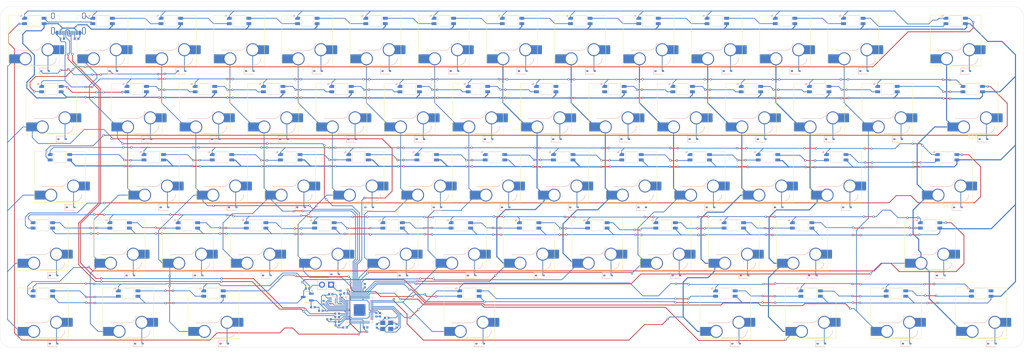
<source format=kicad_pcb>
(kicad_pcb (version 20240108) (generator "pcbnew") (generator_version "8.0")
  (layers (0 "F.Cu" signal) (31 "B.Cu" signal) (34 "B.Paste" user) (35 "F.Paste" user) (36 "B.SilkS" user "B.Silkscreen") (37 "F.SilkS" user "F.Silkscreen") (38 "B.Mask" user) (39 "F.Mask" user) (44 "Edge.Cuts" user))
  (net 0 "")
  (net 1 "GND")
  (net 2 "VBUS")
  (net 3 "/XIN")
  (net 4 "Net-(C3-Pad1)")
  (net 5 "+3V3")
  (net 6 "+1V1")
  (net 7 "row_0")
  (net 8 "Net-(D1-A)")
  (net 9 "Net-(D2-A)")
  (net 10 "Net-(D3-A)")
  (net 11 "Net-(D4-A)")
  (net 12 "Net-(D5-A)")
  (net 13 "Net-(D6-A)")
  (net 14 "Net-(D7-A)")
  (net 15 "Net-(D8-A)")
  (net 16 "Net-(D9-A)")
  (net 17 "Net-(D10-A)")
  (net 18 "Net-(D11-A)")
  (net 19 "Net-(D12-A)")
  (net 20 "Net-(D13-A)")
  (net 21 "Net-(D14-A)")
  (net 22 "row_1")
  (net 23 "Net-(D15-A)")
  (net 24 "Net-(D16-A)")
  (net 25 "Net-(D17-A)")
  (net 26 "Net-(D18-A)")
  (net 27 "Net-(D19-A)")
  (net 28 "Net-(D20-A)")
  (net 29 "Net-(D21-A)")
  (net 30 "Net-(D22-A)")
  (net 31 "Net-(D23-A)")
  (net 32 "Net-(D24-A)")
  (net 33 "Net-(D25-A)")
  (net 34 "Net-(D26-A)")
  (net 35 "Net-(D27-A)")
  (net 36 "row_2")
  (net 37 "Net-(D28-A)")
  (net 38 "Net-(D29-A)")
  (net 39 "Net-(D30-A)")
  (net 40 "Net-(D31-A)")
  (net 41 "Net-(D32-A)")
  (net 42 "Net-(D33-A)")
  (net 43 "Net-(D34-A)")
  (net 44 "Net-(D35-A)")
  (net 45 "Net-(D36-A)")
  (net 46 "Net-(D38-A)")
  (net 47 "Net-(D39-A)")
  (net 48 "Net-(D40-A)")
  (net 49 "Net-(D41-A)")
  (net 50 "Net-(D42-A)")
  (net 51 "row_3")
  (net 52 "Net-(D43-A)")
  (net 53 "Net-(D44-A)")
  (net 54 "Net-(D45-A)")
  (net 55 "Net-(D46-A)")
  (net 56 "Net-(D47-A)")
  (net 57 "Net-(D48-A)")
  (net 58 "Net-(D49-A)")
  (net 59 "Net-(D50-A)")
  (net 60 "Net-(D51-A)")
  (net 61 "Net-(D52-A)")
  (net 62 "Net-(D53-A)")
  (net 63 "Net-(D54-A)")
  (net 64 "row_4")
  (net 65 "Net-(D55-A)")
  (net 66 "Net-(D56-A)")
  (net 67 "Net-(D57-A)")
  (net 68 "Net-(D58-A)")
  (net 69 "Net-(D59-A)")
  (net 70 "Net-(D60-A)")
  (net 71 "Net-(D61-A)")
  (net 72 "Net-(D62-A)")
  (net 73 "/USB_D-")
  (net 74 "/USB_D+")
  (net 75 "Net-(J1-CC1)")
  (net 77 "Net-(J1-CC2)")
  (net 79 "/~{USB_BOOT}")
  (net 80 "/QSPI_SS")
  (net 81 "Net-(U3-USB_DP)")
  (net 82 "Net-(U3-USB_DM)")
  (net 83 "/XOUT")
  (net 84 "DIN")
  (net 85 "Net-(RGB1-DOUT)")
  (net 86 "Net-(RGB2-DOUT)")
  (net 87 "Net-(RGB3-DOUT)")
  (net 88 "Net-(RGB4-DOUT)")
  (net 89 "Net-(RGB5-DOUT)")
  (net 90 "Net-(RGB6-DOUT)")
  (net 91 "Net-(RGB7-DOUT)")
  (net 92 "Net-(RGB8-DOUT)")
  (net 93 "Net-(RGB10-DIN)")
  (net 94 "Net-(RGB10-DOUT)")
  (net 95 "Net-(RGB11-DOUT)")
  (net 96 "Net-(RGB12-DOUT)")
  (net 97 "Net-(RGB13-DOUT)")
  (net 98 "Net-(RGB14-DOUT)")
  (net 99 "Net-(RGB15-DOUT)")
  (net 100 "Net-(RGB16-DOUT)")
  (net 101 "Net-(RGB17-DOUT)")
  (net 102 "Net-(RGB18-DOUT)")
  (net 103 "Net-(RGB19-DOUT)")
  (net 104 "Net-(RGB20-DOUT)")
  (net 105 "Net-(RGB21-DOUT)")
  (net 106 "Net-(RGB22-DOUT)")
  (net 107 "Net-(RGB23-DOUT)")
  (net 108 "Net-(RGB24-DOUT)")
  (net 109 "Net-(RGB25-DOUT)")
  (net 110 "Net-(RGB26-DOUT)")
  (net 111 "Net-(RGB27-DOUT)")
  (net 112 "Net-(RGB28-DOUT)")
  (net 113 "Net-(RGB29-DOUT)")
  (net 114 "Net-(RGB30-DOUT)")
  (net 115 "Net-(RGB31-DOUT)")
  (net 116 "Net-(RGB32-DOUT)")
  (net 117 "Net-(RGB33-DOUT)")
  (net 118 "Net-(RGB34-DOUT)")
  (net 119 "Net-(RGB35-DOUT)")
  (net 120 "Net-(RGB36-DOUT)")
  (net 121 "Net-(RGB38-DOUT)")
  (net 122 "Net-(RGB39-DOUT)")
  (net 123 "Net-(RGB40-DOUT)")
  (net 124 "Net-(RGB41-DOUT)")
  (net 125 "Net-(RGB42-DOUT)")
  (net 126 "Net-(RGB43-DOUT)")
  (net 127 "Net-(RGB44-DOUT)")
  (net 128 "Net-(RGB45-DOUT)")
  (net 129 "Net-(RGB46-DOUT)")
  (net 130 "Net-(RGB47-DOUT)")
  (net 131 "Net-(RGB48-DOUT)")
  (net 132 "Net-(RGB49-DOUT)")
  (net 133 "Net-(RGB50-DOUT)")
  (net 134 "Net-(RGB51-DOUT)")
  (net 135 "Net-(RGB52-DOUT)")
  (net 136 "Net-(RGB53-DOUT)")
  (net 137 "Net-(RGB54-DOUT)")
  (net 138 "Net-(RGB55-DOUT)")
  (net 139 "Net-(RGB56-DOUT)")
  (net 140 "Net-(RGB57-DOUT)")
  (net 141 "Net-(RGB58-DOUT)")
  (net 142 "Net-(RGB59-DOUT)")
  (net 143 "Net-(RGB60-DOUT)")
  (net 144 "Net-(RGB61-DOUT)")
  (net 146 "col_0")
  (net 147 "col_1")
  (net 148 "col_2")
  (net 149 "col_3")
  (net 150 "col_4")
  (net 151 "col_7")
  (net 152 "col_8")
  (net 153 "col_9")
  (net 154 "col_10")
  (net 155 "col_11")
  (net 156 "col_12")
  (net 157 "col_13")
  (net 158 "/QSPI_SD1")
  (net 159 "/QSPI_SD2")
  (net 160 "/QSPI_SCLK")
  (net 161 "/QSPI_SD0")
  (net 162 "/QSPI_SD3")
  (net 163 "/SWCLK")
  (net 164 "/SWD")
  (net 176 "Net-(D37-A)")
  (net 177 "Net-(RGB37-DOUT)")
  (net 178 "col_5")
  (net 179 "col_6")
  (footprint "PCM_Mounting_Keyboard_Stabilizer:Stabilizer_Cherry_MX_2.00u" (layer "F.Cu") (at 292.89375 76.2)
    (property "Reference" "REF**" (hide yes))
    (property "Value" "Stabilizer_Cherry_MX_2.00u")
  )
  (footprint "PCM_Switch_Keyboard_Hotswap_Kailh:SW_Hotswap_Kailh_MX_Plated_1.00u" (layer "F.Cu") (at 71.4375 76.2 180)
    (property "Reference" "S30" (hide yes))
    (property "Value" "MX1A")
  )
  (footprint "PCM_Switch_Keyboard_Hotswap_Kailh:SW_Hotswap_Kailh_MX_Plated_1.00u" (layer "F.Cu") (at 276.225 57.15 180)
    (property "Reference" "S27" (hide yes))
    (property "Value" "MX1A")
  )
  (footprint "PCM_Switch_Keyboard_Hotswap_Kailh:SW_Hotswap_Kailh_MX_Plated_1.25u" (layer "F.Cu") (at 40.48125 95.25 180)
    (property "Reference" "S42" (hide yes))
    (property "Value" "MX1A")
  )
  (footprint "PCM_Switch_Keyboard_Hotswap_Kailh:SW_Hotswap_Kailh_MX_Plated_1.00u" (layer "F.Cu") (at 109.5375 76.2 180)
    (property "Reference" "S32" (hide yes))
    (property "Value" "MX1A")
  )
  (footprint "PCM_Switch_Keyboard_Hotswap_Kailh:SW_Hotswap_Kailh_MX_Plated_1.00u" (layer "F.Cu") (at 223.8375 76.2 180)
    (property "Reference" "S38" (hide yes))
    (property "Value" "MX1A")
  )
  (footprint "PCM_Switch_Keyboard_Hotswap_Kailh:SW_Hotswap_Kailh_MX_Plated_1.00u" (layer "F.Cu") (at 166.6875 76.2 180)
    (property "Reference" "S35" (hide yes))
    (property "Value" "MX1A")
  )
  (footprint "PCM_Switch_Keyboard_Hotswap_Kailh:SW_Hotswap_Kailh_MX_Plated_1.00u" (layer "F.Cu") (at 95.25 38.1 180)
    (property "Reference" "S4" (hide yes))
    (property "Value" "MX1A")
  )
  (footprint "PCM_Switch_Keyboard_Hotswap_Kailh:SW_Hotswap_Kailh_MX_Plated_1.00u" (layer "F.Cu") (at 57.15 38.1 180)
    (property "Reference" "S2" (hide yes))
    (property "Value" "MX1A")
  )
  (footprint "PCM_Switch_Keyboard_Hotswap_Kailh:SW_Hotswap_Kailh_MX_Plated_1.00u" (layer "F.Cu") (at 180.975 57.15 180)
    (property "Reference" "S22" (hide yes))
    (property "Value" "MX1A")
  )
  (footprint "PCM_Switch_Keyboard_Hotswap_Kailh:SW_Hotswap_Kailh_MX_Plated_1.50u" (layer "F.Cu") (at 300.0375 57.15 180)
    (property "Reference" "S28")
    (property "Value" "MX1A")
  )
  (footprint "PCM_Switch_Keyboard_Hotswap_Kailh:SW_Hotswap_Kailh_MX_Plated_1.00u" (layer "F.Cu") (at 119.0625 95.25 180)
    (property "Reference" "S46" (hide yes))
    (property "Value" "MX1A")
  )
  (footprint "PCM_Switch_Keyboard_Hotswap_Kailh:SW_Hotswap_Kailh_MX_Plated_1.00u" (layer "F.Cu") (at 38.1 38.1 180)
    (property "Reference" "S1" (hide yes))
    (property "Value" "MX1A")
  )
  (footprint "PCM_Switch_Keyboard_Hotswap_Kailh:SW_Hotswap_Kailh_MX_Plated_2.75u" (layer "F.Cu") (at 288.13125 95.25 180)
    (property "Reference" "S54" (hide yes))
    (property "Value" "MX1A")
  )
  (footprint "PCM_Switch_Keyboard_Hotswap_Kailh:SW_Hotswap_Kailh_MX_Plated_1.00u" (layer "F.Cu") (at 209.55 38.1 180)
    (property "Reference" "S10" (hide yes))
    (property "Value" "MX1A")
  )
  (footprint "PCM_Mounting_Keyboard_Stabilizer:Stabilizer_Cherry_MX_2.00u" (layer "F.Cu") (at 295.275 38.1)
    (property "Reference" "REF**" (hide yes))
    (property "Value" "Stabilizer_Cherry_MX_2.00u")
  )
  (footprint "PCM_Switch_Keyboard_Hotswap_Kailh:SW_Hotswap_Kailh_MX_Plated_1.00u" (layer "F.Cu") (at 147.6375 76.2 180)
    (property "Reference" "S34" (hide yes))
    (property "Value" "MX1A")
  )
  (footprint "PCM_Switch_Keyboard_Hotswap_Kailh:SW_Hotswap_Kailh_MX_Plated_1.50u" (layer "F.Cu") (at 42.8625 57.15 180)
    (property "Reference" "S15" (hide yes))
    (property "Value" "MX1A")
  )
  (footprint "PCM_Switch_Keyboard_Hotswap_Kailh:SW_Hotswap_Kailh_MX_Plated_1.25u" (layer "F.Cu") (at 64.29375 114.3 180)
    (property "Reference" "S56" (hide yes))
    (property "Value" "MX1A")
  )
  (footprint "PCM_Switch_Keyboard_Hotswap_Kailh:SW_Hotswap_Kailh_MX_Plated_1.00u" (layer "F.Cu") (at 142.875 57.15 180)
    (property "Reference" "S20" (hide yes))
    (property "Value" "MX1A")
  )
  (footprint "PCM_Switch_Keyboard_Hotswap_Kailh:SW_Hotswap_Kailh_MX_Plated_1.00u" (layer "F.Cu") (at 85.725 57.15 180)
    (property "Reference" "S17" (hide yes))
    (property "Value" "MX1A")
  )
  (footprint "PCM_Switch_Keyboard_Hotswap_Kailh:SW_Hotswap_Kailh_MX_Plated_1.00u" (layer "F.Cu") (at 90.4875 76.2 180)
    (property "Reference" "S31" (hide yes))
    (property "Value" "MX1A")
  )
  (footprint "PCM_Mounting_Keyboard_Stabilizer:Stabilizer_Cherry_MX_2.00u" (layer "F.Cu") (at 288.13125 95.25)
    (property "Reference" "REF**" (hide yes))
    (property "Value" "Stabilizer_Cherry_MX_2.00u")
  )
  (footprint "PCM_Switch_Keyboard_Hotswap_Kailh:SW_Hotswap_Kailh_MX_Plated_1.00u" (layer "F.Cu") (at 157.1625 95.25 180)
    (property "Reference" "S48" (hide yes))
    (property "Value" "MX1A")
  )
  (footprint "PCM_Switch_Keyboard_Hotswap_Kailh:SW_Hotswap_Kailh_MX_Plated_1.00u" (layer "F.Cu") (at 214.3125 95.25 180)
    (property "Reference" "S51" (hide yes))
    (property "Value" "MX1A")
  )
  (footprint "PCM_Switch_Keyboard_Hotswap_Kailh:SW_Hotswap_Kailh_MX_Plated_1.00u" (layer "F.Cu") (at 200.025 57.15 180)
    (property "Reference" "S23" (hide yes))
    (property "Value" "MX1A")
  )
  (footprint "PCM_Switch_Keyboard_Hotswap_Kailh:SW_Hotswap_Kailh_MX_Plated_1.00u" (layer "F.Cu") (at 195.2625 95.25 180)
    (property "Reference" "S50" (hide yes))
    (property "Value" "MX1A")
  )
  (footprint "PCM_Switch_Keyboard_Hotswap_Kailh:SW_Hotswap_Kailh_MX_Plated_1.00u" (layer "F.Cu") (at 104.775 57.15 180)
    (property "Reference" "S18" (hide yes))
    (property "Value" "MX1A")
  )
  (footprint "PCM_Switch_Keyboard_Hotswap_Kailh:SW_Hotswap_Kailh_MX_Plated_1.00u" (layer "F.Cu") (at 128.5875 76.2 180)
    (property "Reference" "S33" (hide yes))
    (property "Value" "MX1A")
  )
  (footprint "PCM_Switch_Keyboard_Hotswap_Kailh:SW_Hotswap_Kailh_MX_Plated_1.25u" (layer "F.Cu") (at 278.60625 114.3 180)
    (property "Reference" "S61" (hide yes))
    (property "Value" "MX1A")
  )
  (footprint "PCM_Switch_Keyboard_Hotswap_Kailh:SW_Hotswap_Kailh_MX_Plated_1.00u" (layer "F.Cu") (at 66.675 57.15 180)
    (property "Reference" "S16" (hide yes))
    (property "Value" "MX1A")
  )
  (footprint "PCM_Switch_Keyboard_Hotswap_Kailh:SW_Hotswap_Kailh_MX_Plated_1.25u" (layer "F.Cu") (at 254.79375 114.3 180)
    (property "Reference" "S60" (hide yes))
    (property "Value" "MX1A")
  )
  (footprint "PCM_Switch_Keyboard_Hotswap_Kailh:SW_Hotswap_Kailh_MX_Plated_6.25u" (layer "F.Cu") (at 159.54375 114.3 180)
    (property "Reference" "S58" (hide yes))
    (property "Value" "MX1A")
  )
  (footprint "PCM_Switch_Keyboard_Hotswap_Kailh:SW_Hotswap_Kailh_MX_Plated_1.00u" (layer "F.Cu") (at 219.075 57.15 180)
    (property "Reference" "S24" (hide yes))
    (property "Value" "MX1A")
  )
  (footprint "PCM_Switch_Keyboard_Hotswap_Kailh:SW_Hotswap_Kailh_MX_Plated_1.75u" (layer "F.Cu") (at 45.24375 76.2 180)
    (property "Reference" "S29" (hide yes))
    (property "Value" "MX1A")
  )
  (footprint "PCM_Switch_Keyboard_Hotswap_Kailh:SW_Hotswap_Kailh_MX_Plated_1.00u" (layer "F.Cu") (at 204.7875 76.2 180)
    (property "Reference" "S37" (hide yes))
    (property "Value" "MX1A")
  )
  (footprint "PCM_Switch_Keyboard_Hotswap_Kailh:SW_Hotswap_Kailh_MX_Plated_1.00u" (layer "F.Cu") (at 61.9125 95.25 180)
    (property "Reference" "S43" (hide yes))
    (property "Value" "MX1A")
  )
  (footprint "PCM_Switch_Keyboard_Hotswap_Kailh:SW_Hotswap_Kailh_MX_Plated_1.00u" (layer "F.Cu") (at 76.2 38.1 180)
    (property "Reference" "S3" (hide yes))
    (property "Value" "MX1A")
  )
  (footprint "PCM_Switch_Keyboard_Hotswap_Kailh:SW_Hotswap_Kailh_MX_Plated_1.00u" (layer "F.Cu") (at 185.7375 76.2 180)
    (property "Reference" "S36" (hide yes))
    (property "Value" "MX1A")
  )
  (footprint "PCM_Switch_Keyboard_Hotswap_Kailh:SW_Hotswap_Kailh_MX_Plated_1.00u" (layer "F.Cu") (at 133.35 38.1 180)
    (property "Reference" "S6" (hide yes))
    (property "Value" "MX1A")
  )
  (footprint "PCM_Switch_Keyboard_Hotswap_Kailh:SW_Hotswap_Kailh_MX_Plated_1.25u" (layer "F.Cu") (at 40.48125 114.3 180)
    (property "Reference" "S55" (hide yes))
    (property "Value" "MX1A")
  )
  (footprint "PCM_Switch_Keyboard_Hotswap_Kailh:SW_Hotswap_Kailh_MX_Plated_1.00u" (layer "F.Cu") (at 238.125 57.15 180)
    (property "Reference" "S25" (hide yes))
    (property "Value" "MX1A")
  )
  (footprint "PCM_Switch_Keyboard_Hotswap_Kailh:SW_Hotswap_Kailh_MX_Plated_1.00u" (layer "F.Cu") (at 190.5 38.1 180)
    (property "Reference" "S9" (hide yes))
    (property "Value" "MX1A")
  )
  (footprint "PCM_Switch_Keyboard_Hotswap_Kailh:SW_Hotswap_Kailh_MX_Plated_1.00u" (layer "F.Cu") (at 257.175 57.15 180)
    (property "Reference" "S26" (hide yes))
    (property "Value" "MX1A")
  )
  (footprint "PCM_Switch_Keyboard_Hotswap_Kailh:SW_Hotswap_Kailh_MX_Plated_1.00u" (layer "F.Cu") (at 228.6 38.1 180)
    (property "Reference" "S11" (hide yes))
    (property "Value" "MX1A")
  )
  (footprint "PCM_Switch_Keyboard_Hotswap_Kailh:SW_Hotswap_Kailh_MX_Plated_1.25u" (layer "F.Cu") (at 230.98125 114.3 180)
    (property "Reference" "S59" (hide yes))
    (property "Value" "MX1A")
  )
  (footprint "PCM_Switch_Keyboard_Hotswap_Kailh:SW_Hotswap_Kailh_MX_Plated_1.00u" (layer "F.Cu") (at 252.4125 95.25 180)
    (property "Reference" "S53" (hide yes))
    (property "Value" "MX1A")
  )
  (footprint "PCM_Switch_Keyboard_Hotswap_Kailh:SW_Hotswap_Kailh_MX_Plated_1.00u" (layer "F.Cu") (at 247.65 38.1 180)
    (property "Reference" "S12" (hide yes))
    (property "Value" "MX1A")
  )
  (footprint "PCM_Switch_Keyboard_Hotswap_Kailh:SW_Hotswap_Kailh_MX_Plated_1.25u" (layer "F.Cu") (at 88.10625 114.3 180)
    (property "Reference" "S57" (hide yes))
    (property "Value" "MX1A")
  )
  (footprint "PCM_Switch_Keyboard_Hotswap_Kailh:SW_Hotswap_Kailh_MX_Plated_1.00u" (layer "F.Cu") (at 171.45 38.1 180)
    (property "Reference" "S8" (hide yes))
    (property "Value" "MX1A")
  )
  (footprint "PCM_Switch_Keyboard_Hotswap_Kailh:SW_Hotswap_Kailh_MX_Plated_1.00u" (layer "F.Cu") (at 266.7 38.1 180)
    (property "Reference" "S13" (hide yes))
    (property "Value" "MX1A")
  )
  (footprint "PCM_Switch_Keyboard_Hotswap_Kailh:SW_Hotswap_Kailh_MX_Plated_2.00u" (layer "F.Cu") (at 295.275 38.1 180)
    (property "Reference" "S14" (hide yes))
    (property "Value" "MX1A")
  )
  (footprint "PCM_Switch_Keyboard_Hotswap_Kailh:SW_Hotswap_Kailh_MX_Plated_1.00u" (layer "F.Cu") (at 161.925 57.15 180)
    (property "Reference" "S21" (hide yes))
    (property "Value" "MX1A")
  )
  (footprint "PCM_Switch_Keyboard_Hotswap_Kailh:SW_Hotswap_Kailh_MX_Plated_1.00u" (layer "F.Cu") (at 123.825 57.15 180)
    (property "Reference" "S19" (hide yes))
    (property "Value" "MX1A")
  )
  (footprint "PCM_Mounting_Keyboard_Stabilizer:Stabilizer_Cherry_MX_6.25u" (layer "F.Cu") (at 159.54375 114.3 180)
    (property "Reference" "REF**" (hide yes))
    (property "Value" "Stabilizer_Cherry_MX_6.25u")
  )
  (footprint "PCM_Switch_Keyboard_Hotswap_Kailh:SW_Hotswap_Kailh_MX_Plated_1.00u" (layer "F.Cu") (at 114.3 38.1 180)
    (property "Reference" "S5" (hide yes))
    (property "Value" "MX1A")
  )
  (footprint "PCM_Switch_Keyboard_Hotswap_Kailh:SW_Hotswap_Kailh_MX_Plated_1.00u" (layer "F.Cu") (at 100.0125 95.25 180)
    (property "Reference" "S45" (hide yes))
    (property "Value" "MX1A")
  )
  (footprint "PCM_Switch_Keyboard_Hotswap_Kailh:SW_Hotswap_Kailh_MX_Plated_1.25u" (layer "F.Cu") (at 302.41875 114.3 180)
    (property "Reference" "S62" (hide yes))
    (property "Value" "MX1A")
  )
  (footprint "PCM_Switch_Keyboard_Hotswap_Kailh:SW_Hotswap_Kailh_MX_Plated_1.00u" (layer "F.Cu") (at 233.3625 95.25 180)
    (property "Reference" "S52" (hide yes))
    (property "Value" "MX1A")
  )
  (footprint "PCM_Switch_Keyboard_Hotswap_Kailh:SW_Hotswap_Kailh_MX_Plated_1.00u" (layer "F.Cu") (at 152.4 38.1 180)
    (property "Reference" "S7" (hide yes))
    (property "Value" "MX1A")
  )
  (footprint "PCM_Switch_Keyboard_Hotswap_Kailh:SW_Hotswap_Kailh_MX_Plated_2.25u" (layer "F.Cu") (at 292.89375 76.2 180)
    (property "Reference" "S41")
    (property "Value" "MX1A")
  )
  (footprint "PCM_Switch_Keyboard_Hotswap_Kailh:SW_Hotswap_Kailh_MX_Plated_1.00u" (layer "F.Cu") (at 176.2125 95.25 180)
    (property "Reference" "S49" (hide yes))
    (property "Value" "MX1A")
  )
  (footprint "PCM_Switch_Keyboard_Hotswap_Kailh:SW_Hotswap_Kailh_MX_Plated_1.00u" (layer "F.Cu") (at 80.9625 95.25 180)
    (property "Reference" "S44" (hide yes))
    (property "Value" "MX1A")
  )
  (footprint "PCM_Switch_Keyboard_Hotswap_Kailh:SW_Hotswap_Kailh_MX_Plated_1.00u" (layer "F.Cu") (at 242.8875 76.2 180)
    (property "Reference" "S39" (hide yes))
    (property "Value" "MX1A")
  )
  (footprint "PCM_Switch_Keyboard_Hotswap_Kailh:SW_Hotswap_Kailh_MX_Plated_1.00u" (layer "F.Cu") (at 261.9375 76.2 180)
    (property "Reference" "S40" (hide yes))
    (property "Value" "MX1A")
  )
  (footprint "PCM_Switch_Keyboard_Hotswap_Kailh:SW_Hotswap_Kailh_MX_Plated_1.00u" (layer "F.Cu") (at 138.1125 95.25 180)
    (property "Reference" "S47" (hide yes))
    (property "Value" "MX1A")
  )
  (footprint "Diode_SMD:D_SOD-323" (layer "B.Cu") (at 164.924999 65.65)
    (property "Reference" "D21" (hide yes))
    (property "Value" "DIODE")
  )
  (footprint "RGB:ws2812B_6028" (layer "B.Cu") (at 142.875 51.65 180)
    (property "Reference" "RGB20" (hide yes))
    (property "Value" "WS2812B" (hide yes))
    (fp_line (start 1.699999 0.702841) (end 1.699999 -0.702843) (stroke (width 0.1)) (layer "Edge.Cuts"))
    (fp_line (start 0.794453 -1.5) (end -0.794452 -1.5) (stroke (width 0.1)) (layer "Edge.Cuts"))
    (fp_line (start -0.794452 1.499999) (end 0.794452 1.499999) (stroke (width 0.1)) (layer "Edge.Cuts"))
    (fp_line (start -1.699999 -0.702843) (end -1.699999 0.702841) (stroke (width 0.1)) (layer "Edge.Cuts"))
    (fp_arc (start 1.749484 0.919719) (mid 1.712541 0.814065) (end 1.699999 0.702841) (stroke (width 0.1)) (layer "Edge.Cuts"))
    (fp_arc (start 1.749484 0.919718) (mid 1.638073 1.504037) (end 1.046711 1.568298) (stroke (width 0.1)) (layer "Edge.Cuts"))
    (fp_arc (start 1.699999 -0.702844) (mid 1.712538 -0.814067) (end 1.749484 -0.919721) (stroke (width 0.1)) (layer "Edge.Cuts"))
    (fp_arc (start 1.046711 -1.568299) (mid 1.638071 -1.504036) (end 1.749484 -0.919721) (stroke (width 0.1)) (layer "Edge.Cuts"))
    (fp_arc (start 1.046711 -1.568299) (mid 0.925123 -1.517377) (end 0.794453 -1.5) (stroke (width 0.1)) (layer "Edge.Cuts"))
    (fp_arc (start 0.794452 1.499999) (mid 0.925123 1.517376) (end 1.046711 1.568298) (stroke (width 0.1)) (layer "Edge.Cuts"))
    (fp_arc (start -0.794453 -1.500001) (mid -0.925123 -1.517378) (end -1.046711 -1.5683) (stroke (width 0.1)) (layer "Edge.Cuts"))
    (fp_arc (start -1.04671 1.568298) (mid -0.925122 1.517376) (end -0.794452 1.499999) (stroke (width 0.1)) (layer "Edge.Cuts"))
    (fp_arc (start -1.046711 1.568296) (mid -1.63807 1.504033) (end -1.749484 0.919719) (stroke (width 0.1)) (layer "Edge.Cuts"))
    (fp_arc (start -1.699999 0.702842) (mid -1.712527 0.814067) (end -1.749484 0.919719) (stroke (width 0.1)) (layer "Edge.Cuts"))
    (fp_arc (start -1.749484 -0.919721) (mid -1.638071 -1.504036) (end -1.046711 -1.5683) (stroke (width 0.1)) (layer "Edge.Cuts"))
    (fp_arc (start -1.749484 -0.919721) (mid -1.712527 -0.814069) (end -1.699999 -0.702843) (stroke (width 0.1)) (layer "Edge.Cuts"))
  )
  (footprint "Capacitor_SMD:C_0402_1005Metric" (layer "B.Cu") (at 124.825 118.275 180)
    (property "Reference" "C13" (hide yes))
    (property "Value" "100n")
  )
  (footprint "Capacitor_SMD:C_0402_1005Metric" (layer "B.Cu") (at 133.7375 117.85 -90)
    (property "Reference" "C3" (hide yes))
    (property "Value" "20p")
  )
  (footprint "Diode_SMD:D_SOD-323" (layer "B.Cu") (at 122.085 103.435)
    (property "Reference" "D46" (hide yes))
    (property "Value" "DIODE")
  )
  (footprint "Diode_SMD:D_SOD-323" (layer "B.Cu") (at 43.481249 122.8)
    (property "Reference" "D55" (hide yes))
    (property "Value" "DIODE")
  )
  (footprint "RGB:ws2812B_6028" (layer "B.Cu") (at 159.54375 108.8 180)
    (property "Reference" "RGB58" (hide yes))
    (property "Value" "WS2812B" (hide yes))
    (fp_line (start 1.699999 0.702841) (end 1.699999 -0.702843) (stroke (width 0.1)) (layer "Edge.Cuts"))
    (fp_line (start 0.794453 -1.5) (end -0.794452 -1.5) (stroke (width 0.1)) (layer "Edge.Cuts"))
    (fp_line (start -0.794452 1.499999) (end 0.794452 1.499999) (stroke (width 0.1)) (layer "Edge.Cuts"))
    (fp_line (start -1.699999 -0.702843) (end -1.699999 0.702841) (stroke (width 0.1)) (layer "Edge.Cuts"))
    (fp_arc (start 1.749484 0.919719) (mid 1.712541 0.814065) (end 1.699999 0.702841) (stroke (width 0.1)) (layer "Edge.Cuts"))
    (fp_arc (start 1.749484 0.919718) (mid 1.638073 1.504037) (end 1.046711 1.568298) (stroke (width 0.1)) (layer "Edge.Cuts"))
    (fp_arc (start 1.699999 -0.702844) (mid 1.712538 -0.814067) (end 1.749484 -0.919721) (stroke (width 0.1)) (layer "Edge.Cuts"))
    (fp_arc (start 1.046711 -1.568299) (mid 1.638071 -1.504036) (end 1.749484 -0.919721) (stroke (width 0.1)) (layer "Edge.Cuts"))
    (fp_arc (start 1.046711 -1.568299) (mid 0.925123 -1.517377) (end 0.794453 -1.5) (stroke (width 0.1)) (layer "Edge.Cuts"))
    (fp_arc (start 0.794452 1.499999) (mid 0.925123 1.517376) (end 1.046711 1.568298) (stroke (width 0.1)) (layer "Edge.Cuts"))
    (fp_arc (start -0.794453 -1.500001) (mid -0.925123 -1.517378) (end -1.046711 -1.5683) (stroke (width 0.1)) (layer "Edge.Cuts"))
    (fp_arc (start -1.04671 1.568298) (mid -0.925122 1.517376) (end -0.794452 1.499999) (stroke (width 0.1)) (layer "Edge.Cuts"))
    (fp_arc (start -1.046711 1.568296) (mid -1.63807 1.504033) (end -1.749484 0.919719) (stroke (width 0.1)) (layer "Edge.Cuts"))
    (fp_arc (start -1.699999 0.702842) (mid -1.712527 0.814067) (end -1.749484 0.919719) (stroke (width 0.1)) (layer "Edge.Cuts"))
    (fp_arc (start -1.749484 -0.919721) (mid -1.638071 -1.504036) (end -1.046711 -1.5683) (stroke (width 0.1)) (layer "Edge.Cuts"))
    (fp_arc (start -1.749484 -0.919721) (mid -1.712527 -0.814069) (end -1.699999 -0.702843) (stroke (width 0.1)) (layer "Edge.Cuts"))
  )
  (footprint "RGB:ws2812B_6028" (layer "B.Cu") (at 295.275 32.6 180)
    (property "Reference" "RGB14" (hide yes))
    (property "Value" "WS2812B" (hide yes))
    (fp_line (start 1.699999 0.702841) (end 1.699999 -0.702843) (stroke (width 0.1)) (layer "Edge.Cuts"))
    (fp_line (start 0.794453 -1.5) (end -0.794452 -1.5) (stroke (width 0.1)) (layer "Edge.Cuts"))
    (fp_line (start -0.794452 1.499999) (end 0.794452 1.499999) (stroke (width 0.1)) (layer "Edge.Cuts"))
    (fp_line (start -1.699999 -0.702843) (end -1.699999 0.702841) (stroke (width 0.1)) (layer "Edge.Cuts"))
    (fp_arc (start 1.749484 0.919719) (mid 1.712541 0.814065) (end 1.699999 0.702841) (stroke (width 0.1)) (layer "Edge.Cuts"))
    (fp_arc (start 1.749484 0.919718) (mid 1.638073 1.504037) (end 1.046711 1.568298) (stroke (width 0.1)) (layer "Edge.Cuts"))
    (fp_arc (start 1.699999 -0.702844) (mid 1.712538 -0.814067) (end 1.749484 -0.919721) (stroke (width 0.1)) (layer "Edge.Cuts"))
    (fp_arc (start 1.046711 -1.568299) (mid 1.638071 -1.504036) (end 1.749484 -0.919721) (stroke (width 0.1)) (layer "Edge.Cuts"))
    (fp_arc (start 1.046711 -1.568299) (mid 0.925123 -1.517377) (end 0.794453 -1.5) (stroke (width 0.1)) (layer "Edge.Cuts"))
    (fp_arc (start 0.794452 1.499999) (mid 0.925123 1.517376) (end 1.046711 1.568298) (stroke (width 0.1)) (layer "Edge.Cuts"))
    (fp_arc (start -0.794453 -1.500001) (mid -0.925123 -1.517378) (end -1.046711 -1.5683) (stroke (width 0.1)) (layer "Edge.Cuts"))
    (fp_arc (start -1.04671 1.568298) (mid -0.925122 1.517376) (end -0.794452 1.499999) (stroke (width 0.1)) (layer "Edge.Cuts"))
    (fp_arc (start -1.046711 1.568296) (mid -1.63807 1.504033) (end -1.749484 0.919719) (stroke (width 0.1)) (layer "Edge.Cuts"))
    (fp_arc (start -1.699999 0.702842) (mid -1.712527 0.814067) (end -1.749484 0.919719) (stroke (width 0.1)) (layer "Edge.Cuts"))
    (fp_arc (start -1.749484 -0.919721) (mid -1.638071 -1.504036) (end -1.046711 -1.5683) (stroke (width 0.1)) (layer "Edge.Cuts"))
    (fp_arc (start -1.749484 -0.919721) (mid -1.712527 -0.814069) (end -1.699999 -0.702843) (stroke (width 0.1)) (layer "Edge.Cuts"))
  )
  (footprint "Capacitor_SMD:C_0402_1005Metric" (layer "B.Cu") (at 120.375 116 180)
    (property "Reference" "C8" (hide yes))
    (property "Value" "1u")
  )
  (footprint "Capacitor_SMD:C_0402_1005Metric" (layer "B.Cu") (at 115.85 112.625)
    (property "Reference" "C18" (hide yes))
    (property "Value" "1u")
  )
  (footprint "Package_TO_SOT_SMD:SOT-23-3" (layer "B.Cu") (at 114.2875 109.775 180)
    (property "Reference" "U1" (hide yes))
    (property "Value" "XC6206PxxxMR")
  )
  (footprint "RGB:ws2812B_6028" (layer "B.Cu") (at 40.48125 108.8 180)
    (property "Reference" "RGB55" (hide yes))
    (property "Value" "WS2812B" (hide yes))
    (fp_line (start 1.699999 0.702841) (end 1.699999 -0.702843) (stroke (width 0.1)) (layer "Edge.Cuts"))
    (fp_line (start 0.794453 -1.5) (end -0.794452 -1.5) (stroke (width 0.1)) (layer "Edge.Cuts"))
    (fp_line (start -0.794452 1.499999) (end 0.794452 1.499999) (stroke (width 0.1)) (layer "Edge.Cuts"))
    (fp_line (start -1.699999 -0.702843) (end -1.699999 0.702841) (stroke (width 0.1)) (layer "Edge.Cuts"))
    (fp_arc (start 1.749484 0.919719) (mid 1.712541 0.814065) (end 1.699999 0.702841) (stroke (width 0.1)) (layer "Edge.Cuts"))
    (fp_arc (start 1.749484 0.919718) (mid 1.638073 1.504037) (end 1.046711 1.568298) (stroke (width 0.1)) (layer "Edge.Cuts"))
    (fp_arc (start 1.699999 -0.702844) (mid 1.712538 -0.814067) (end 1.749484 -0.919721) (stroke (width 0.1)) (layer "Edge.Cuts"))
    (fp_arc (start 1.046711 -1.568299) (mid 1.638071 -1.504036) (end 1.749484 -0.919721) (stroke (width 0.1)) (layer "Edge.Cuts"))
    (fp_arc (start 1.046711 -1.568299) (mid 0.925123 -1.517377) (end 0.794453 -1.5) (stroke (width 0.1)) (layer "Edge.Cuts"))
    (fp_arc (start 0.794452 1.499999) (mid 0.925123 1.517376) (end 1.046711 1.568298) (stroke (width 0.1)) (layer "Edge.Cuts"))
    (fp_arc (start -0.794453 -1.500001) (mid -0.925123 -1.517378) (end -1.046711 -1.5683) (stroke (width 0.1)) (layer "Edge.Cuts"))
    (fp_arc (start -1.04671 1.568298) (mid -0.925122 1.517376) (end -0.794452 1.499999) (stroke (width 0.1)) (layer "Edge.Cuts"))
    (fp_arc (start -1.046711 1.568296) (mid -1.63807 1.504033) (end -1.749484 0.919719) (stroke (width 0.1)) (layer "Edge.Cuts"))
    (fp_arc (start -1.699999 0.702842) (mid -1.712527 0.814067) (end -1.749484 0.919719) (stroke (width 0.1)) (layer "Edge.Cuts"))
    (fp_arc (start -1.749484 -0.919721) (mid -1.638071 -1.504036) (end -1.046711 -1.5683) (stroke (width 0.1)) (layer "Edge.Cuts"))
    (fp_arc (start -1.749484 -0.919721) (mid -1.712527 -0.814069) (end -1.699999 -0.702843) (stroke (width 0.1)) (layer "Edge.Cuts"))
  )
  (footprint "Diode_SMD:D_SOD-323" (layer "B.Cu") (at 155.399999 46.6)
    (property "Reference" "D7" (hide yes))
    (property "Value" "DIODE")
  )
  (footprint "Package_DFN_QFN:QFN-56-1EP_7x7mm_P0.4mm_EP3.2x3.2mm_ThermalVias" (layer "B.Cu") (at 128.9 113.4 -90)
    (property "Reference" "U3" (hide yes))
    (property "Value" "RP2040")
  )
  (footprint "Diode_SMD:D_SOD-323" (layer "B.Cu") (at 45.862499 65.65)
    (property "Reference" "D15" (hide yes))
    (property "Value" "DIODE")
  )
  (footprint "RGB:ws2812B_6028" (layer "B.Cu") (at 88.10625 108.8 180)
    (property "Reference" "RGB57" (hide yes))
    (property "Value" "WS2812B" (hide yes))
    (fp_line (start 1.699999 0.702841) (end 1.699999 -0.702843) (stroke (width 0.1)) (layer "Edge.Cuts"))
    (fp_line (start 0.794453 -1.5) (end -0.794452 -1.5) (stroke (width 0.1)) (layer "Edge.Cuts"))
    (fp_line (start -0.794452 1.499999) (end 0.794452 1.499999) (stroke (width 0.1)) (layer "Edge.Cuts"))
    (fp_line (start -1.699999 -0.702843) (end -1.699999 0.702841) (stroke (width 0.1)) (layer "Edge.Cuts"))
    (fp_arc (start 1.749484 0.919719) (mid 1.712541 0.814065) (end 1.699999 0.702841) (stroke (width 0.1)) (layer "Edge.Cuts"))
    (fp_arc (start 1.749484 0.919718) (mid 1.638073 1.504037) (end 1.046711 1.568298) (stroke (width 0.1)) (layer "Edge.Cuts"))
    (fp_arc (start 1.699999 -0.702844) (mid 1.712538 -0.814067) (end 1.749484 -0.919721) (stroke (width 0.1)) (layer "Edge.Cuts"))
    (fp_arc (start 1.046711 -1.568299) (mid 1.638071 -1.504036) (end 1.749484 -0.919721) (stroke (width 0.1)) (layer "Edge.Cuts"))
    (fp_arc (start 1.046711 -1.568299) (mid 0.925123 -1.517377) (end 0.794453 -1.5) (stroke (width 0.1)) (layer "Edge.Cuts"))
    (fp_arc (start 0.794452 1.499999) (mid 0.925123 1.517376) (end 1.046711 1.568298) (stroke (width 0.1)) (layer "Edge.Cuts"))
    (fp_arc (start -0.794453 -1.500001) (mid -0.925123 -1.517378) (end -1.046711 -1.5683) (stroke (width 0.1)) (layer "Edge.Cuts"))
    (fp_arc (start -1.04671 1.568298) (mid -0.925122 1.517376) (end -0.794452 1.499999) (stroke (width 0.1)) (layer "Edge.Cuts"))
    (fp_arc (start -1.046711 1.568296) (mid -1.63807 1.504033) (end -1.749484 0.919719) (stroke (width 0.1)) (layer "Edge.Cuts"))
    (fp_arc (start -1.699999 0.702842) (mid -1.712527 0.814067) (end -1.749484 0.919719) (stroke (width 0.1)) (layer "Edge.Cuts"))
    (fp_arc (start -1.749484 -0.919721) (mid -1.638071 -1.504036) (end -1.046711 -1.5683) (stroke (width 0.1)) (layer "Edge.Cuts"))
    (fp_arc (start -1.749484 -0.919721) (mid -1.712527 -0.814069) (end -1.699999 -0.702843) (stroke (width 0.1)) (layer "Edge.Cuts"))
  )
  (footprint "RGB:ws2812B_6028" (layer "B.Cu") (at 223.8375 70.7 180)
    (property "Reference" "RGB38" (hide yes))
    (property "Value" "WS2812B" (hide yes))
    (fp_line (start 1.699999 0.702841) (end 1.699999 -0.702843) (stroke (width 0.1)) (layer "Edge.Cuts"))
    (fp_line (start 0.794453 -1.5) (end -0.794452 -1.5) (stroke (width 0.1)) (layer "Edge.Cuts"))
    (fp_line (start -0.794452 1.499999) (end 0.794452 1.499999) (stroke (width 0.1)) (layer "Edge.Cuts"))
    (fp_line (start -1.699999 -0.702843) (end -1.699999 0.702841) (stroke (width 0.1)) (layer "Edge.Cuts"))
    (fp_arc (start 1.749484 0.919719) (mid 1.712541 0.814065) (end 1.699999 0.702841) (stroke (width 0.1)) (layer "Edge.Cuts"))
    (fp_arc (start 1.749484 0.919718) (mid 1.638073 1.504037) (end 1.046711 1.568298) (stroke (width 0.1)) (layer "Edge.Cuts"))
    (fp_arc (start 1.699999 -0.702844) (mid 1.712538 -0.814067) (end 1.749484 -0.919721) (stroke (width 0.1)) (layer "Edge.Cuts"))
    (fp_arc (start 1.046711 -1.568299) (mid 1.638071 -1.504036) (end 1.749484 -0.919721) (stroke (width 0.1)) (layer "Edge.Cuts"))
    (fp_arc (start 1.046711 -1.568299) (mid 0.925123 -1.517377) (end 0.794453 -1.5) (stroke (width 0.1)) (layer "Edge.Cuts"))
    (fp_arc (start 0.794452 1.499999) (mid 0.925123 1.517376) (end 1.046711 1.568298) (stroke (width 0.1)) (layer "Edge.Cuts"))
    (fp_arc (start -0.794453 -1.500001) (mid -0.925123 -1.517378) (end -1.046711 -1.5683) (stroke (width 0.1)) (layer "Edge.Cuts"))
    (fp_arc (start -1.04671 1.568298) (mid -0.925122 1.517376) (end -0.794452 1.499999) (stroke (width 0.1)) (layer "Edge.Cuts"))
    (fp_arc (start -1.046711 1.568296) (mid -1.63807 1.504033) (end -1.749484 0.919719) (stroke (width 0.1)) (layer "Edge.Cuts"))
    (fp_arc (start -1.699999 0.702842) (mid -1.712527 0.814067) (end -1.749484 0.919719) (stroke (width 0.1)) (layer "Edge.Cuts"))
    (fp_arc (start -1.749484 -0.919721) (mid -1.638071 -1.504036) (end -1.046711 -1.5683) (stroke (width 0.1)) (layer "Edge.Cuts"))
    (fp_arc (start -1.749484 -0.919721) (mid -1.712527 -0.814069) (end -1.699999 -0.702843) (stroke (width 0.1)) (layer "Edge.Cuts"))
  )
  (footprint "RGB:ws2812B_6028" (layer "B.Cu") (at 204.7875 70.7 180)
    (property "Reference" "RGB37" (hide yes))
    (property "Value" "WS2812B" (hide yes))
    (fp_line (start 1.699999 0.702841) (end 1.699999 -0.702843) (stroke (width 0.1)) (layer "Edge.Cuts"))
    (fp_line (start 0.794453 -1.5) (end -0.794452 -1.5) (stroke (width 0.1)) (layer "Edge.Cuts"))
    (fp_line (start -0.794452 1.499999) (end 0.794452 1.499999) (stroke (width 0.1)) (layer "Edge.Cuts"))
    (fp_line (start -1.699999 -0.702843) (end -1.699999 0.702841) (stroke (width 0.1)) (layer "Edge.Cuts"))
    (fp_arc (start 1.749484 0.919719) (mid 1.712541 0.814065) (end 1.699999 0.702841) (stroke (width 0.1)) (layer "Edge.Cuts"))
    (fp_arc (start 1.749484 0.919718) (mid 1.638073 1.504037) (end 1.046711 1.568298) (stroke (width 0.1)) (layer "Edge.Cuts"))
    (fp_arc (start 1.699999 -0.702844) (mid 1.712538 -0.814067) (end 1.749484 -0.919721) (stroke (width 0.1)) (layer "Edge.Cuts"))
    (fp_arc (start 1.046711 -1.568299) (mid 1.638071 -1.504036) (end 1.749484 -0.919721) (stroke (width 0.1)) (layer "Edge.Cuts"))
    (fp_arc (start 1.046711 -1.568299) (mid 0.925123 -1.517377) (end 0.794453 -1.5) (stroke (width 0.1)) (layer "Edge.Cuts"))
    (fp_arc (start 0.794452 1.499999) (mid 0.925123 1.517376) (end 1.046711 1.568298) (stroke (width 0.1)) (layer "Edge.Cuts"))
    (fp_arc (start -0.794453 -1.500001) (mid -0.925123 -1.517378) (end -1.046711 -1.5683) (stroke (width 0.1)) (layer "Edge.Cuts"))
    (fp_arc (start -1.04671 1.568298) (mid -0.925122 1.517376) (end -0.794452 1.499999) (stroke (width 0.1)) (layer "Edge.Cuts"))
    (fp_arc (start -1.046711 1.568296) (mid -1.63807 1.504033) (end -1.749484 0.919719) (stroke (width 0.1)) (layer "Edge.Cuts"))
    (fp_arc (start -1.699999 0.702842) (mid -1.712527 0.814067) (end -1.749484 0.919719) (stroke (width 0.1)) (layer "Edge.Cuts"))
    (fp_arc (start -1.749484 -0.919721) (mid -1.638071 -1.504036) (end -1.046711 -1.5683) (stroke (width 0.1)) (layer "Edge.Cuts"))
    (fp_arc (start -1.749484 -0.919721) (mid -1.712527 -0.814069) (end -1.699999 -0.702843) (stroke (width 0.1)) (layer "Edge.Cuts"))
  )
  (footprint "Diode_SMD:D_SOD-323" (layer "B.Cu") (at 64.912499 103.75)
    (property "Reference" "D43" (hide yes))
    (property "Value" "DIODE")
  )
  (footprint "Diode_SMD:D_SOD-323" (layer "B.Cu") (at 183.974999 65.65)
    (property "Reference" "D22" (hide yes))
    (property "Value" "DIODE")
  )
  (footprint "Diode_SMD:D_SOD-323" (layer "B.Cu") (at 83.962499 103.75)
    (property "Reference" "D44" (hide yes))
    (property "Value" "DIODE")
  )
  (footprint "Resistor_SMD:R_0402_1005Metric" (layer "B.Cu") (at 136.4875 115.6)
    (property "Reference" "R5" (hide yes))
    (property "Value" "1k")
  )
  (footprint "RGB:ws2812B_6028" (layer "B.Cu") (at 233.3625 89.75 180)
    (property "Reference" "RGB52" (hide yes))
    (property "Value" "WS2812B" (hide yes))
    (fp_line (start 1.699999 0.702841) (end 1.699999 -0.702843) (stroke (width 0.1)) (layer "Edge.Cuts"))
    (fp_line (start 0.794453 -1.5) (end -0.794452 -1.5) (stroke (width 0.1)) (layer "Edge.Cuts"))
    (fp_line (start -0.794452 1.499999) (end 0.794452 1.499999) (stroke (width 0.1)) (layer "Edge.Cuts"))
    (fp_line (start -1.699999 -0.702843) (end -1.699999 0.702841) (stroke (width 0.1)) (layer "Edge.Cuts"))
    (fp_arc (start 1.749484 0.919719) (mid 1.712541 0.814065) (end 1.699999 0.702841) (stroke (width 0.1)) (layer "Edge.Cuts"))
    (fp_arc (start 1.749484 0.919718) (mid 1.638073 1.504037) (end 1.046711 1.568298) (stroke (width 0.1)) (layer "Edge.Cuts"))
    (fp_arc (start 1.699999 -0.702844) (mid 1.712538 -0.814067) (end 1.749484 -0.919721) (stroke (width 0.1)) (layer "Edge.Cuts"))
    (fp_arc (start 1.046711 -1.568299) (mid 1.638071 -1.504036) (end 1.749484 -0.919721) (stroke (width 0.1)) (layer "Edge.Cuts"))
    (fp_arc (start 1.046711 -1.568299) (mid 0.925123 -1.517377) (end 0.794453 -1.5) (stroke (width 0.1)) (layer "Edge.Cuts"))
    (fp_arc (start 0.794452 1.499999) (mid 0.925123 1.517376) (end 1.046711 1.568298) (stroke (width 0.1)) (layer "Edge.Cuts"))
    (fp_arc (start -0.794453 -1.500001) (mid -0.925123 -1.517378) (end -1.046711 -1.5683) (stroke (width 0.1)) (layer "Edge.Cuts"))
    (fp_arc (start -1.04671 1.568298) (mid -0.925122 1.517376) (end -0.794452 1.499999) (stroke (width 0.1)) (layer "Edge.Cuts"))
    (fp_arc (start -1.046711 1.568296) (mid -1.63807 1.504033) (end -1.749484 0.919719) (stroke (width 0.1)) (layer "Edge.Cuts"))
    (fp_arc (start -1.699999 0.702842) (mid -1.712527 0.814067) (end -1.749484 0.919719) (stroke (width 0.1)) (layer "Edge.Cuts"))
    (fp_arc (start -1.749484 -0.919721) (mid -1.638071 -1.504036) (end -1.046711 -1.5683) (stroke (width 0.1)) (layer "Edge.Cuts"))
    (fp_arc (start -1.749484 -0.919721) (mid -1.712527 -0.814069) (end -1.699999 -0.702843) (stroke (width 0.1)) (layer "Edge.Cuts"))
  )
  (footprint "Resistor_SMD:R_0402_1005Metric" (layer "B.Cu") (at 49.885 37.575)
    (property "Reference" "R7" (hide yes))
    (property "Value" "5K1")
  )
  (footprint "Diode_SMD:D_SOD-323" (layer "B.Cu") (at 162.543749 122.8)
    (property "Reference" "D58" (hide yes))
    (property "Value" "DIODE")
  )
  (footprint "Diode_SMD:D_SOD-323" (layer "B.Cu") (at 145.874999 65.65)
    (property "Reference" "D20" (hide yes))
    (property "Value" "DIODE")
  )
  (footprint "RGB:ws2812B_6028" (layer "B.Cu") (at 76.2 32.6 180)
    (property "Reference" "RGB3" (hide yes))
    (property "Value" "WS2812B" (hide yes))
    (fp_line (start 1.699999 0.702841) (end 1.699999 -0.702843) (stroke (width 0.1)) (layer "Edge.Cuts"))
    (fp_line (start 0.794453 -1.5) (end -0.794452 -1.5) (stroke (width 0.1)) (layer "Edge.Cuts"))
    (fp_line (start -0.794452 1.499999) (end 0.794452 1.499999) (stroke (width 0.1)) (layer "Edge.Cuts"))
    (fp_line (start -1.699999 -0.702843) (end -1.699999 0.702841) (stroke (width 0.1)) (layer "Edge.Cuts"))
    (fp_arc (start 1.749484 0.919719) (mid 1.712541 0.814065) (end 1.699999 0.702841) (stroke (width 0.1)) (layer "Edge.Cuts"))
    (fp_arc (start 1.749484 0.919718) (mid 1.638073 1.504037) (end 1.046711 1.568298) (stroke (width 0.1)) (layer "Edge.Cuts"))
    (fp_arc (start 1.699999 -0.702844) (mid 1.712538 -0.814067) (end 1.749484 -0.919721) (stroke (width 0.1)) (layer "Edge.Cuts"))
    (fp_arc (start 1.046711 -1.568299) (mid 1.638071 -1.504036) (end 1.749484 -0.919721) (stroke (width 0.1)) (layer "Edge.Cuts"))
    (fp_arc (start 1.046711 -1.568299) (mid 0.925123 -1.517377) (end 0.794453 -1.5) (stroke (width 0.1)) (layer "Edge.Cuts"))
    (fp_arc (start 0.794452 1.499999) (mid 0.925123 1.517376) (end 1.046711 1.568298) (stroke (width 0.1)) (layer "Edge.Cuts"))
    (fp_arc (start -0.794453 -1.500001) (mid -0.925123 -1.517378) (end -1.046711 -1.5683) (stroke (width 0.1)) (layer "Edge.Cuts"))
    (fp_arc (start -1.04671 1.568298) (mid -0.925122 1.517376) (end -0.794452 1.499999) (stroke (width 0.1)) (layer "Edge.Cuts"))
    (fp_arc (start -1.046711 1.568296) (mid -1.63807 1.504033) (end -1.749484 0.919719) (stroke (width 0.1)) (layer "Edge.Cuts"))
    (fp_arc (start -1.699999 0.702842) (mid -1.712527 0.814067) (end -1.749484 0.919719) (stroke (width 0.1)) (layer "Edge.Cuts"))
    (fp_arc (start -1.749484 -0.919721) (mid -1.638071 -1.504036) (end -1.046711 -1.5683) (stroke (width 0.1)) (layer "Edge.Cuts"))
    (fp_arc (start -1.749484 -0.919721) (mid -1.712527 -0.814069) (end -1.699999 -0.702843) (stroke (width 0.1)) (layer "Edge.Cuts"))
  )
  (footprint "RGB:ws2812B_6028" (layer "B.Cu") (at 254.79375 108.8 180)
    (property "Reference" "RGB60" (hide yes))
    (property "Value" "WS2812B" (hide yes))
    (fp_line (start 1.699999 0.702841) (end 1.699999 -0.702843) (stroke (width 0.1)) (layer "Edge.Cuts"))
    (fp_line (start 0.794453 -1.5) (end -0.794452 -1.5) (stroke (width 0.1)) (layer "Edge.Cuts"))
    (fp_line (start -0.794452 1.499999) (end 0.794452 1.499999) (stroke (width 0.1)) (layer "Edge.Cuts"))
    (fp_line (start -1.699999 -0.702843) (end -1.699999 0.702841) (stroke (width 0.1)) (layer "Edge.Cuts"))
    (fp_arc (start 1.749484 0.919719) (mid 1.712541 0.814065) (end 1.699999 0.702841) (stroke (width 0.1)) (layer "Edge.Cuts"))
    (fp_arc (start 1.749484 0.919718) (mid 1.638073 1.504037) (end 1.046711 1.568298) (stroke (width 0.1)) (layer "Edge.Cuts"))
    (fp_arc (start 1.699999 -0.702844) (mid 1.712538 -0.814067) (end 1.749484 -0.919721) (stroke (width 0.1)) (layer "Edge.Cuts"))
    (fp_arc (start 1.046711 -1.568299) (mid 1.638071 -1.504036) (end 1.749484 -0.919721) (stroke (width 0.1)) (layer "Edge.Cuts"))
    (fp_arc (start 1.046711 -1.568299) (mid 0.925123 -1.517377) (end 0.794453 -1.5) (stroke (width 0.1)) (layer "Edge.Cuts"))
    (fp_arc (start 0.794452 1.499999) (mid 0.925123 1.517376) (end 1.046711 1.568298) (stroke (width 0.1)) (layer "Edge.Cuts"))
    (fp_arc (start -0.794453 -1.500001) (mid -0.925123 -1.517378) (end -1.046711 -1.5683) (stroke (width 0.1)) (layer "Edge.Cuts"))
    (fp_arc (start -1.04671 1.568298) (mid -0.925122 1.517376) (end -0.794452 1.499999) (stroke (width 0.1)) (layer "Edge.Cuts"))
    (fp_arc (start -1.046711 1.568296) (mid -1.63807 1.504033) (end -1.749484 0.919719) (stroke (width 0.1)) (layer "Edge.Cuts"))
    (fp_arc (start -1.699999 0.702842) (mid -1.712527 0.814067) (end -1.749484 0.919719) (stroke (width 0.1)) (layer "Edge.Cuts"))
    (fp_arc (start -1.749484 -0.919721) (mid -1.638071 -1.504036) (end -1.046711 -1.5683) (stroke (width 0.1)) (layer "Edge.Cuts"))
    (fp_arc (start -1.749484 -0.919721) (mid -1.712527 -0.814069) (end -1.699999 -0.702843) (stroke (width 0.1)) (layer "Edge.Cuts"))
  )
  (footprint "RGB:ws2812B_6028" (layer "B.Cu") (at 114.3 32.6 180)
    (property "Reference" "RGB5" (hide yes))
    (property "Value" "WS2812B" (hide yes))
    (fp_line (start 1.699999 0.702841) (end 1.699999 -0.702843) (stroke (width 0.1)) (layer "Edge.Cuts"))
    (fp_line (start 0.794453 -1.5) (end -0.794452 -1.5) (stroke (width 0.1)) (layer "Edge.Cuts"))
    (fp_line (start -0.794452 1.499999) (end 0.794452 1.499999) (stroke (width 0.1)) (layer "Edge.Cuts"))
    (fp_line (start -1.699999 -0.702843) (end -1.699999 0.702841) (stroke (width 0.1)) (layer "Edge.Cuts"))
    (fp_arc (start 1.749484 0.919719) (mid 1.712541 0.814065) (end 1.699999 0.702841) (stroke (width 0.1)) (layer "Edge.Cuts"))
    (fp_arc (start 1.749484 0.919718) (mid 1.638073 1.504037) (end 1.046711 1.568298) (stroke (width 0.1)) (layer "Edge.Cuts"))
    (fp_arc (start 1.699999 -0.702844) (mid 1.712538 -0.814067) (end 1.749484 -0.919721) (stroke (width 0.1)) (layer "Edge.Cuts"))
    (fp_arc (start 1.046711 -1.568299) (mid 1.638071 -1.504036) (end 1.749484 -0.919721) (stroke (width 0.1)) (layer "Edge.Cuts"))
    (fp_arc (start 1.046711 -1.568299) (mid 0.925123 -1.517377) (end 0.794453 -1.5) (stroke (width 0.1)) (layer "Edge.Cuts"))
    (fp_arc (start 0.794452 1.499999) (mid 0.925123 1.517376) (end 1.046711 1.568298) (stroke (width 0.1)) (layer "Edge.Cuts"))
    (fp_arc (start -0.794453 -1.500001) (mid -0.925123 -1.517378) (end -1.046711 -1.5683) (stroke (width 0.1)) (layer "Edge.Cuts"))
    (fp_arc (start -1.04671 1.568298) (mid -0.925122 1.517376) (end -0.794452 1.499999) (stroke (width 0.1)) (layer "Edge.Cuts"))
    (fp_arc (start -1.046711 1.568296) (mid -1.63807 1.504033) (end -1.749484 0.919719) (stroke (width 0.1)) (layer "Edge.Cuts"))
    (fp_arc (start -1.699999 0.702842) (mid -1.712527 0.814067) (end -1.749484 0.919719) (stroke (width 0.1)) (layer "Edge.Cuts"))
    (fp_arc (start -1.749484 -0.919721) (mid -1.638071 -1.504036) (end -1.046711 -1.5683) (stroke (width 0.1)) (layer "Edge.Cuts"))
    (fp_arc (start -1.749484 -0.919721) (mid -1.712527 -0.814069) (end -1.699999 -0.702843) (stroke (width 0.1)) (layer "Edge.Cuts"))
  )
  (footprint "RGB:ws2812B_6028" (layer "B.Cu") (at 66.675 51.65 180)
    (property "Reference" "RGB16" (hide yes))
    (property "Value" "WS2812B" (hide yes))
    (fp_line (start 1.699999 0.702841) (end 1.699999 -0.702843) (stroke (width 0.1)) (layer "Edge.Cuts"))
    (fp_line (start 0.794453 -1.5) (end -0.794452 -1.5) (stroke (width 0.1)) (layer "Edge.Cuts"))
    (fp_line (start -0.794452 1.499999) (end 0.794452 1.499999) (stroke (width 0.1)) (layer "Edge.Cuts"))
    (fp_line (start -1.699999 -0.702843) (end -1.699999 0.702841) (stroke (width 0.1)) (layer "Edge.Cuts"))
    (fp_arc (start 1.749484 0.919719) (mid 1.712541 0.814065) (end 1.699999 0.702841) (stroke (width 0.1)) (layer "Edge.Cuts"))
    (fp_arc (start 1.749484 0.919718) (mid 1.638073 1.504037) (end 1.046711 1.568298) (stroke (width 0.1)) (layer "Edge.Cuts"))
    (fp_arc (start 1.699999 -0.702844) (mid 1.712538 -0.814067) (end 1.749484 -0.919721) (stroke (width 0.1)) (layer "Edge.Cuts"))
    (fp_arc (start 1.046711 -1.568299) (mid 1.638071 -1.504036) (end 1.749484 -0.919721) (stroke (width 0.1)) (layer "Edge.Cuts"))
    (fp_arc (start 1.046711 -1.568299) (mid 0.925123 -1.517377) (end 0.794453 -1.5) (stroke (width 0.1)) (layer "Edge.Cuts"))
    (fp_arc (start 0.794452 1.499999) (mid 0.925123 1.517376) (end 1.046711 1.568298) (stroke (width 0.1)) (layer "Edge.Cuts"))
    (fp_arc (start -0.794453 -1.500001) (mid -0.925123 -1.517378) (end -1.046711 -1.5683) (stroke (width 0.1)) (layer "Edge.Cuts"))
    (fp_arc (start -1.04671 1.568298) (mid -0.925122 1.517376) (end -0.794452 1.499999) (stroke (width 0.1)) (layer "Edge.Cuts"))
    (fp_arc (start -1.046711 1.568296) (mid -1.63807 1.504033) (end -1.749484 0.919719) (stroke (width 0.1)) (layer "Edge.Cuts"))
    (fp_arc (start -1.699999 0.702842) (mid -1.712527 0.814067) (end -1.749484 0.919719) (stroke (width 0.1)) (layer "Edge.Cuts"))
    (fp_arc (start -1.749484 -0.919721) (mid -1.638071 -1.504036) (end -1.046711 -1.5683) (stroke (width 0.1)) (layer "Edge.Cuts"))
    (fp_arc (start -1.749484 -0.919721) (mid -1.712527 -0.814069) (end -1.699999 -0.702843) (stroke (width 0.1)) (layer "Edge.Cuts"))
  )
  (footprint "Diode_SMD:D_SOD-323" (layer "B.Cu") (at 126.824999 65.65)
    (property "Reference" "D19" (hide yes))
    (property "Value" "DIODE")
  )
  (footprint "Capacitor_SMD:C_0402_1005Metric" (layer "B.Cu") (at 118.0875 113.6 180)
    (property "Reference" "C16" (hide yes))
    (property "Value" "100n")
  )
  (footprint "Diode_SMD:D_SOD-323" (layer "B.Cu") (at 98.249999 46.6)
    (property "Reference" "D4" (hide yes))
    (property "Value" "DIODE")
  )
  (footprint "Diode_SMD:D_SOD-323" (layer "B.Cu") (at 269.699999 46.6)
    (property "Reference" "D13" (hide yes))
    (property "Value" "DIODE")
  )
  (footprint "Diode_SMD:D_SOD-323" (layer "B.Cu") (at 48.243749 84.7)
    (property "Reference" "D29" (hide yes))
    (property "Value" "DIODE")
  )
  (footprint "RGB:ws2812B_6028" (layer "B.Cu") (at 219.075 51.65 180)
    (property "Reference" "RGB24" (hide yes))
    (property "Value" "WS2812B" (hide yes))
    (fp_line (start 1.699999 0.702841) (end 1.699999 -0.702843) (stroke (width 0.1)) (layer "Edge.Cuts"))
    (fp_line (start 0.794453 -1.5) (end -0.794452 -1.5) (stroke (width 0.1)) (layer "Edge.Cuts"))
    (fp_line (start -0.794452 1.499999) (end 0.794452 1.499999) (stroke (width 0.1)) (layer "Edge.Cuts"))
    (fp_line (start -1.699999 -0.702843) (end -1.699999 0.702841) (stroke (width 0.1)) (layer "Edge.Cuts"))
    (fp_arc (start 1.749484 0.919719) (mid 1.712541 0.814065) (end 1.699999 0.702841) (stroke (width 0.1)) (layer "Edge.Cuts"))
    (fp_arc (start 1.749484 0.919718) (mid 1.638073 1.504037) (end 1.046711 1.568298) (stroke (width 0.1)) (layer "Edge.Cuts"))
    (fp_arc (start 1.699999 -0.702844) (mid 1.712538 -0.814067) (end 1.749484 -0.919721) (stroke (width 0.1)) (layer "Edge.Cuts"))
    (fp_arc (start 1.046711 -1.568299) (mid 1.638071 -1.504036) (end 1.749484 -0.919721) (stroke (width 0.1)) (layer "Edge.Cuts"))
    (fp_arc (start 1.046711 -1.568299) (mid 0.925123 -1.517377) (end 0.794453 -1.5) (stroke (width 0.1)) (layer "Edge.Cuts"))
    (fp_arc (start 0.794452 1.499999) (mid 0.925123 1.517376) (end 1.046711 1.568298) (stroke (width 0.1)) (layer "Edge.Cuts"))
    (fp_arc (start -0.794453 -1.500001) (mid -0.925123 -1.517378) (end -1.046711 -1.5683) (stroke (width 0.1)) (layer "Edge.Cuts"))
    (fp_arc (start -1.04671 1.568298) (mid -0.925122 1.517376) (end -0.794452 1.499999) (stroke (width 0.1)) (layer "Edge.Cuts"))
    (fp_arc (start -1.046711 1.568296) (mid -1.63807 1.504033) (end -1.749484 0.919719) (stroke (width 0.1)) (layer "Edge.Cuts"))
    (fp_arc (start -1.699999 0.702842) (mid -1.712527 0.814067) (end -1.749484 0.919719) (stroke (width 0.1)) (layer "Edge.Cuts"))
    (fp_arc (start -1.749484 -0.919721) (mid -1.638071 -1.504036) (end -1.046711 -1.5683) (stroke (width 0.1)) (layer "Edge.Cuts"))
    (fp_arc (start -1.749484 -0.919721) (mid -1.712527 -0.814069) (end -1.699999 -0.702843) (stroke (width 0.1)) (layer "Edge.Cuts"))
  )
  (footprint "Diode_SMD:D_SOD-323" (layer "B.Cu") (at 231.599999 46.6)
    (property "Reference" "D11" (hide yes))
    (property "Value" "DIODE")
  )
  (footprint "Capacitor_SMD:C_0402_1005Metric" (layer "B.Cu") (at 120.8375 109)
    (property "Reference" "C5" (hide yes))
    (property "Value" "100n")
  )
  (footprint "RGB:ws2812B_6028" (layer "B.Cu") (at 104.775 51.65 180)
    (property "Reference" "RGB18" (hide yes))
    (property "Value" "WS2812B" (hide yes))
    (fp_line (start 1.699999 0.702841) (end 1.699999 -0.702843) (stroke (width 0.1)) (layer "Edge.Cuts"))
    (fp_line (start 0.794453 -1.5) (end -0.794452 -1.5) (stroke (width 0.1)) (layer "Edge.Cuts"))
    (fp_line (start -0.794452 1.499999) (end 0.794452 1.499999) (stroke (width 0.1)) (layer "Edge.Cuts"))
    (fp_line (start -1.699999 -0.702843) (end -1.699999 0.702841) (stroke (width 0.1)) (layer "Edge.Cuts"))
    (fp_arc (start 1.749484 0.919719) (mid 1.712541 0.814065) (end 1.699999 0.702841) (stroke (width 0.1)) (layer "Edge.Cuts"))
    (fp_arc (start 1.749484 0.919718) (mid 1.638073 1.504037) (end 1.046711 1.568298) (stroke (width 0.1)) (layer "Edge.Cuts"))
    (fp_arc (start 1.699999 -0.702844) (mid 1.712538 -0.814067) (end 1.749484 -0.919721) (stroke (width 0.1)) (layer "Edge.Cuts"))
    (fp_arc (start 1.046711 -1.568299) (mid 1.638071 -1.504036) (end 1.749484 -0.919721) (stroke (width 0.1)) (layer "Edge.Cuts"))
    (fp_arc (start 1.046711 -1.568299) (mid 0.925123 -1.517377) (end 0.794453 -1.5) (stroke (width 0.1)) (layer "Edge.Cuts"))
    (fp_arc (start 0.794452 1.499999) (mid 0.925123 1.517376) (end 1.046711 1.568298) (stroke (width 0.1)) (layer "Edge.Cuts"))
    (fp_arc (start -0.794453 -1.500001) (mid -0.925123 -1.517378) (end -1.046711 -1.5683) (stroke (width 0.1)) (layer "Edge.Cuts"))
    (fp_arc (start -1.04671 1.568298) (mid -0.925122 1.517376) (end -0.794452 1.499999) (stroke (width 0.1)) (layer "Edge.Cuts"))
    (fp_arc (start -1.046711 1.568296) (mid -1.63807 1.504033) (end -1.749484 0.919719) (stroke (width 0.1)) (layer "Edge.Cuts"))
    (fp_arc (start -1.699999 0.702842) (mid -1.712527 0.814067) (end -1.749484 0.919719) (stroke (width 0.1)) (layer "Edge.Cuts"))
    (fp_arc (start -1.749484 -0.919721) (mid -1.638071 -1.504036) (end -1.046711 -1.5683) (stroke (width 0.1)) (layer "Edge.Cuts"))
    (fp_arc (start -1.749484 -0.919721) (mid -1.712527 -0.814069) (end -1.699999 -0.702843) (stroke (width 0.1)) (layer "Edge.Cuts"))
  )
  (footprint "RGB:ws2812B_6028" (layer "B.Cu") (at 276.225 51.65 180)
    (property "Reference" "RGB27" (hide yes))
    (property "Value" "WS2812B" (hide yes))
    (fp_line (start 1.699999 0.702841) (end 1.699999 -0.702843) (stroke (width 0.1)) (layer "Edge.Cuts"))
    (fp_line (start 0.794453 -1.5) (end -0.794452 -1.5) (stroke (width 0.1)) (layer "Edge.Cuts"))
    (fp_line (start -0.794452 1.499999) (end 0.794452 1.499999) (stroke (width 0.1)) (layer "Edge.Cuts"))
    (fp_line (start -1.699999 -0.702843) (end -1.699999 0.702841) (stroke (width 0.1)) (layer "Edge.Cuts"))
    (fp_arc (start 1.749484 0.919719) (mid 1.712541 0.814065) (end 1.699999 0.702841) (stroke (width 0.1)) (layer "Edge.Cuts"))
    (fp_arc (start 1.749484 0.919718) (mid 1.638073 1.504037) (end 1.046711 1.568298) (stroke (width 0.1)) (layer "Edge.Cuts"))
    (fp_arc (start 1.699999 -0.702844) (mid 1.712538 -0.814067) (end 1.749484 -0.919721) (stroke (width 0.1)) (layer "Edge.Cuts"))
    (fp_arc (start 1.046711 -1.568299) (mid 1.638071 -1.504036) (end 1.749484 -0.919721) (stroke (width 0.1)) (layer "Edge.Cuts"))
    (fp_arc (start 1.046711 -1.568299) (mid 0.925123 -1.517377) (end 0.794453 -1.5) (stroke (width 0.1)) (layer "Edge.Cuts"))
    (fp_arc (start 0.794452 1.499999) (mid 0.925123 1.517376) (end 1.046711 1.568298) (stroke (width 0.1)) (layer "Edge.Cuts"))
    (fp_arc (start -0.794453 -1.500001) (mid -0.925123 -1.517378) (end -1.046711 -1.5683) (stroke (width 0.1)) (layer "Edge.Cuts"))
    (fp_arc (start -1.04671 1.568298) (mid -0.925122 1.517376) (end -0.794452 1.499999) (stroke (width 0.1)) (layer "Edge.Cuts"))
    (fp_arc (start -1.046711 1.568296) (mid -1.63807 1.504033) (end -1.749484 0.919719) (stroke (width 0.1)) (layer "Edge.Cuts"))
    (fp_arc (start -1.699999 0.702842) (mid -1.712527 0.814067) (end -1.749484 0.919719) (stroke (width 0.1)) (layer "Edge.Cuts"))
    (fp_arc (start -1.749484 -0.919721) (mid -1.638071 -1.504036) (end -1.046711 -1.5683) (stroke (width 0.1)) (layer "Edge.Cuts"))
    (fp_arc (start -1.749484 -0.919721) (mid -1.712527 -0.814069) (end -1.699999 -0.702843) (stroke (width 0.1)) (layer "Edge.Cuts"))
  )
  (footprint "RGB:ws2812B_6028" (layer "B.Cu") (at 147.6375 70.7 180)
    (property "Reference" "RGB34" (hide yes))
    (property "Value" "WS2812B" (hide yes))
    (fp_line (start 1.699999 0.702841) (end 1.699999 -0.702843) (stroke (width 0.1)) (layer "Edge.Cuts"))
    (fp_line (start 0.794453 -1.5) (end -0.794452 -1.5) (stroke (width 0.1)) (layer "Edge.Cuts"))
    (fp_line (start -0.794452 1.499999) (end 0.794452 1.499999) (stroke (width 0.1)) (layer "Edge.Cuts"))
    (fp_line (start -1.699999 -0.702843) (end -1.699999 0.702841) (stroke (width 0.1)) (layer "Edge.Cuts"))
    (fp_arc (start 1.749484 0.919719) (mid 1.712541 0.814065) (end 1.699999 0.702841) (stroke (width 0.1)) (layer "Edge.Cuts"))
    (fp_arc (start 1.749484 0.919718) (mid 1.638073 1.504037) (end 1.046711 1.568298) (stroke (width 0.1)) (layer "Edge.Cuts"))
    (fp_arc (start 1.699999 -0.702844) (mid 1.712538 -0.814067) (end 1.749484 -0.919721) (stroke (width 0.1)) (layer "Edge.Cuts"))
    (fp_arc (start 1.046711 -1.568299) (mid 1.638071 -1.504036) (end 1.749484 -0.919721) (stroke (width 0.1)) (layer "Edge.Cuts"))
    (fp_arc (start 1.046711 -1.568299) (mid 0.925123 -1.517377) (end 0.794453 -1.5) (stroke (width 0.1)) (layer "Edge.Cuts"))
    (fp_arc (start 0.794452 1.499999) (mid 0.925123 1.517376) (end 1.046711 1.568298) (stroke (width 0.1)) (layer "Edge.Cuts"))
    (fp_arc (start -0.794453 -1.500001) (mid -0.925123 -1.517378) (end -1.046711 -1.5683) (stroke (width 0.1)) (layer "Edge.Cuts"))
    (fp_arc (start -1.04671 1.568298) (mid -0.925122 1.517376) (end -0.794452 1.499999) (stroke (width 0.1)) (layer "Edge.Cuts"))
    (fp_arc (start -1.046711 1.568296) (mid -1.63807 1.504033) (end -1.749484 0.919719) (stroke (width 0.1)) (layer "Edge.Cuts"))
    (fp_arc (start -1.699999 0.702842) (mid -1.712527 0.814067) (end -1.749484 0.919719) (stroke (width 0.1)) (layer "Edge.Cuts"))
    (fp_arc (start -1.749484 -0.919721) (mid -1.638071 -1.504036) (end -1.046711 -1.5683) (stroke (width 0.1)) (layer "Edge.Cuts"))
    (fp_arc (start -1.749484 -0.919721) (mid -1.712527 -0.814069) (end -1.699999 -0.702843) (stroke (width 0.1)) (layer "Edge.Cuts"))
  )
  (footprint "RGB:ws2812B_6028" (layer "B.Cu") (at 138.1125 89.75 180)
    (property "Reference" "RGB47" (hide yes))
    (property "Value" "WS2812B" (hide yes))
    (fp_line (start 1.699999 0.702841) (end 1.699999 -0.702843) (stroke (width 0.1)) (layer "Edge.Cuts"))
    (fp_line (start 0.794453 -1.5) (end -0.794452 -1.5) (stroke (width 0.1)) (layer "Edge.Cuts"))
    (fp_line (start -0.794452 1.499999) (end 0.794452 1.499999) (stroke (width 0.1)) (layer "Edge.Cuts"))
    (fp_line (start -1.699999 -0.702843) (end -1.699999 0.702841) (stroke (width 0.1)) (layer "Edge.Cuts"))
    (fp_arc (start 1.749484 0.919719) (mid 1.712541 0.814065) (end 1.699999 0.702841) (stroke (width 0.1)) (layer "Edge.Cuts"))
    (fp_arc (start 1.749484 0.919718) (mid 1.638073 1.504037) (end 1.046711 1.568298) (stroke (width 0.1)) (layer "Edge.Cuts"))
    (fp_arc (start 1.699999 -0.702844) (mid 1.712538 -0.814067) (end 1.749484 -0.919721) (stroke (width 0.1)) (layer "Edge.Cuts"))
    (fp_arc (start 1.046711 -1.568299) (mid 1.638071 -1.504036) (end 1.749484 -0.919721) (stroke (width 0.1)) (layer "Edge.Cuts"))
    (fp_arc (start 1.046711 -1.568299) (mid 0.925123 -1.517377) (end 0.794453 -1.5) (stroke (width 0.1)) (layer "Edge.Cuts"))
    (fp_arc (start 0.794452 1.499999) (mid 0.925123 1.517376) (end 1.046711 1.568298) (stroke (width 0.1)) (layer "Edge.Cuts"))
    (fp_arc (start -0.794453 -1.500001) (mid -0.925123 -1.517378) (end -1.046711 -1.5683) (stroke (width 0.1)) (layer "Edge.Cuts"))
    (fp_arc (start -1.04671 1.568298) (mid -0.925122 1.517376) (end -0.794452 1.499999) (stroke (width 0.1)) (layer "Edge.Cuts"))
    (fp_arc (start -1.046711 1.568296) (mid -1.63807 1.504033) (end -1.749484 0.919719) (stroke (width 0.1)) (layer "Edge.Cuts"))
    (fp_arc (start -1.699999 0.702842) (mid -1.712527 0.814067) (end -1.749484 0.919719) (stroke (width 0.1)) (layer "Edge.Cuts"))
    (fp_arc (start -1.749484 -0.919721) (mid -1.638071 -1.504036) (end -1.046711 -1.5683) (stroke (width 0.1)) (layer "Edge.Cuts"))
    (fp_arc (start -1.749484 -0.919721) (mid -1.712527 -0.814069) (end -1.699999 -0.702843) (stroke (width 0.1)) (layer "Edge.Cuts"))
  )
  (footprint "Capacitor_SMD:C_0402_1005Metric" (layer "B.Cu") (at 130.5875 118.25)
    (property "Reference" "C9" (hide yes))
    (property "Value" "100n")
  )
  (footprint "Diode_SMD:D_SOD-323" (layer "B.Cu") (at 60.149999 46.6)
    (property "Reference" "D2" (hide yes))
    (property "Value" "DIODE")
  )
  (footprint "RGB:ws2812B_6028" (layer "B.Cu") (at 45.24375 70.7 180)
    (property "Reference" "RGB29" (hide yes))
    (property "Value" "WS2812B" (hide yes))
    (fp_line (start 1.699999 0.702841) (end 1.699999 -0.702843) (stroke (width 0.1)) (layer "Edge.Cuts"))
    (fp_line (start 0.794453 -1.5) (end -0.794452 -1.5) (stroke (width 0.1)) (layer "Edge.Cuts"))
    (fp_line (start -0.794452 1.499999) (end 0.794452 1.499999) (stroke (width 0.1)) (layer "Edge.Cuts"))
    (fp_line (start -1.699999 -0.702843) (end -1.699999 0.702841) (stroke (width 0.1)) (layer "Edge.Cuts"))
    (fp_arc (start 1.749484 0.919719) (mid 1.712541 0.814065) (end 1.699999 0.702841) (stroke (width 0.1)) (layer "Edge.Cuts"))
    (fp_arc (start 1.749484 0.919718) (mid 1.638073 1.504037) (end 1.046711 1.568298) (stroke (width 0.1)) (layer "Edge.Cuts"))
    (fp_arc (start 1.699999 -0.702844) (mid 1.712538 -0.814067) (end 1.749484 -0.919721) (stroke (width 0.1)) (layer "Edge.Cuts"))
    (fp_arc (start 1.046711 -1.568299) (mid 1.638071 -1.504036) (end 1.749484 -0.919721) (stroke (width 0.1)) (layer "Edge.Cuts"))
    (fp_arc (start 1.046711 -1.568299) (mid 0.925123 -1.517377) (end 0.794453 -1.5) (stroke (width 0.1)) (layer "Edge.Cuts"))
    (fp_arc (start 0.794452 1.499999) (mid 0.925123 1.517376) (end 1.046711 1.568298) (stroke (width 0.1)) (layer "Edge.Cuts"))
    (fp_arc (start -0.794453 -1.500001) (mid -0.925123 -1.517378) (end -1.046711 -1.5683) (stroke (width 0.1)) (layer "Edge.Cuts"))
    (fp_arc (start -1.04671 1.568298) (mid -0.925122 1.517376) (end -0.794452 1.499999) (stroke (width 0.1)) (layer "Edge.Cuts"))
    (fp_arc (start -1.046711 1.568296) (mid -1.63807 1.504033) (end -1.749484 0.919719) (stroke (width 0.1)) (layer "Edge.Cuts"))
    (fp_arc (start -1.699999 0.702842) (mid -1.712527 0.814067) (end -1.749484 0.919719) (stroke (width 0.1)) (layer "Edge.Cuts"))
    (fp_arc (start -1.749484 -0.919721) (mid -1.638071 -1.504036) (end -1.046711 -1.5683) (stroke (width 0.1)) (layer "Edge.Cuts"))
    (fp_arc (start -1.749484 -0.919721) (mid -1.712527 -0.814069) (end -1.699999 -0.702843) (stroke (width 0.1)) (layer "Edge.Cuts"))
  )
  (footprint "RGB:ws2812B_6028" (layer "B.Cu") (at 152.4 32.6 180)
    (property "Reference" "RGB7" (hide yes))
    (property "Value" "WS2812B" (hide yes))
    (fp_line (start 1.699999 0.702841) (end 1.699999 -0.702843) (stroke (width 0.1)) (layer "Edge.Cuts"))
    (fp_line (start 0.794453 -1.5) (end -0.794452 -1.5) (stroke (width 0.1)) (layer "Edge.Cuts"))
    (fp_line (start -0.794452 1.499999) (end 0.794452 1.499999) (stroke (width 0.1)) (layer "Edge.Cuts"))
    (fp_line (start -1.699999 -0.702843) (end -1.699999 0.702841) (stroke (width 0.1)) (layer "Edge.Cuts"))
    (fp_arc (start 1.749484 0.919719) (mid 1.712541 0.814065) (end 1.699999 0.702841) (stroke (width 0.1)) (layer "Edge.Cuts"))
    (fp_arc (start 1.749484 0.919718) (mid 1.638073 1.504037) (end 1.046711 1.568298) (stroke (width 0.1)) (layer "Edge.Cuts"))
    (fp_arc (start 1.699999 -0.702844) (mid 1.712538 -0.814067) (end 1.749484 -0.919721) (stroke (width 0.1)) (layer "Edge.Cuts"))
    (fp_arc (start 1.046711 -1.568299) (mid 1.638071 -1.504036) (end 1.749484 -0.919721) (stroke (width 0.1)) (layer "Edge.Cuts"))
    (fp_arc (start 1.046711 -1.568299) (mid 0.925123 -1.517377) (end 0.794453 -1.5) (stroke (width 0.1)) (layer "Edge.Cuts"))
    (fp_arc (start 0.794452 1.499999) (mid 0.925123 1.517376) (end 1.046711 1.568298) (stroke (width 0.1)) (layer "Edge.Cuts"))
    (fp_arc (start -0.794453 -1.500001) (mid -0.925123 -1.517378) (end -1.046711 -1.5683) (stroke (width 0.1)) (layer "Edge.Cuts"))
    (fp_arc (start -1.04671 1.568298) (mid -0.925122 1.517376) (end -0.794452 1.499999) (stroke (width 0.1)) (layer "Edge.Cuts"))
    (fp_arc (start -1.046711 1.568296) (mid -1.63807 1.504033) (end -1.749484 0.919719) (stroke (width 0.1)) (layer "Edge.Cuts"))
    (fp_arc (start -1.699999 0.702842) (mid -1.712527 0.814067) (end -1.749484 0.919719) (stroke (width 0.1)) (layer "Edge.Cuts"))
    (fp_arc (start -1.749484 -0.919721) (mid -1.638071 -1.504036) (end -1.046711 -1.5683) (stroke (width 0.1)) (layer "Edge.Cuts"))
    (fp_arc (start -1.749484 -0.919721) (mid -1.712527 -0.814069) (end -1.699999 -0.702843) (stroke (width 0.1)) (layer "Edge.Cuts"))
  )
  (footprint "Diode_SMD:D_SOD-323" (layer "B.Cu") (at 150.637499 84.7)
    (property "Reference" "D34" (hide yes))
    (property "Value" "DIODE")
  )
  (footprint "RGB:ws2812B_6028" (layer "B.Cu") (at 157.1625 89.75 180)
    (property "Reference" "RGB48" (hide yes))
    (property "Value" "WS2812B" (hide yes))
    (fp_line (start 1.699999 0.702841) (end 1.699999 -0.702843) (stroke (width 0.1)) (layer "Edge.Cuts"))
    (fp_line (start 0.794453 -1.5) (end -0.794452 -1.5) (stroke (width 0.1)) (layer "Edge.Cuts"))
    (fp_line (start -0.794452 1.499999) (end 0.794452 1.499999) (stroke (width 0.1)) (layer "Edge.Cuts"))
    (fp_line (start -1.699999 -0.702843) (end -1.699999 0.702841) (stroke (width 0.1)) (layer "Edge.Cuts"))
    (fp_arc (start 1.749484 0.919719) (mid 1.712541 0.814065) (end 1.699999 0.702841) (stroke (width 0.1)) (layer "Edge.Cuts"))
    (fp_arc (start 1.749484 0.919718) (mid 1.638073 1.504037) (end 1.046711 1.568298) (stroke (width 0.1)) (layer "Edge.Cuts"))
    (fp_arc (start 1.699999 -0.702844) (mid 1.712538 -0.814067) (end 1.749484 -0.919721) (stroke (width 0.1)) (layer "Edge.Cuts"))
    (fp_arc (start 1.046711 -1.568299) (mid 1.638071 -1.504036) (end 1.749484 -0.919721) (stroke (width 0.1)) (layer "Edge.Cuts"))
    (fp_arc (start 1.046711 -1.568299) (mid 0.925123 -1.517377) (end 0.794453 -1.5) (stroke (width 0.1)) (layer "Edge.Cuts"))
    (fp_arc (start 0.794452 1.499999) (mid 0.925123 1.517376) (end 1.046711 1.568298) (stroke (width 0.1)) (layer "Edge.Cuts"))
    (fp_arc (start -0.794453 -1.500001) (mid -0.925123 -1.517378) (end -1.046711 -1.5683) (stroke (width 0.1)) (layer "Edge.Cuts"))
    (fp_arc (start -1.04671 1.568298) (mid -0.925122 1.517376) (end -0.794452 1.499999) (stroke (width 0.1)) (layer "Edge.Cuts"))
    (fp_arc (start -1.046711 1.568296) (mid -1.63807 1.504033) (end -1.749484 0.919719) (stroke (width 0.1)) (layer "Edge.Cuts"))
    (fp_arc (start -1.699999 0.702842) (mid -1.712527 0.814067) (end -1.749484 0.919719) (stroke (width 0.1)) (layer "Edge.Cuts"))
    (fp_arc (start -1.749484 -0.919721) (mid -1.638071 -1.504036) (end -1.046711 -1.5683) (stroke (width 0.1)) (layer "Edge.Cuts"))
    (fp_arc (start -1.749484 -0.919721) (mid -1.712527 -0.814069) (end -1.699999 -0.702843) (stroke (width 0.1)) (layer "Edge.Cuts"))
  )
  (footprint "Diode_SMD:D_SOD-323" (layer "B.Cu") (at 279.224999 65.65)
    (property "Reference" "D27" (hide yes))
    (property "Value" "DIODE")
  )
  (footprint "RGB:ws2812B_6028" (layer "B.Cu") (at 95.25 32.6 180)
    (property "Reference" "RGB4" (hide yes))
    (property "Value" "WS2812B" (hide yes))
    (fp_line (start 1.699999 0.702841) (end 1.699999 -0.702843) (stroke (width 0.1)) (layer "Edge.Cuts"))
    (fp_line (start 0.794453 -1.5) (end -0.794452 -1.5) (stroke (width 0.1)) (layer "Edge.Cuts"))
    (fp_line (start -0.794452 1.499999) (end 0.794452 1.499999) (stroke (width 0.1)) (layer "Edge.Cuts"))
    (fp_line (start -1.699999 -0.702843) (end -1.699999 0.702841) (stroke (width 0.1)) (layer "Edge.Cuts"))
    (fp_arc (start 1.749484 0.919719) (mid 1.712541 0.814065) (end 1.699999 0.702841) (stroke (width 0.1)) (layer "Edge.Cuts"))
    (fp_arc (start 1.749484 0.919718) (mid 1.638073 1.504037) (end 1.046711 1.568298) (stroke (width 0.1)) (layer "Edge.Cuts"))
    (fp_arc (start 1.699999 -0.702844) (mid 1.712538 -0.814067) (end 1.749484 -0.919721) (stroke (width 0.1)) (layer "Edge.Cuts"))
    (fp_arc (start 1.046711 -1.568299) (mid 1.638071 -1.504036) (end 1.749484 -0.919721) (stroke (width 0.1)) (layer "Edge.Cuts"))
    (fp_arc (start 1.046711 -1.568299) (mid 0.925123 -1.517377) (end 0.794453 -1.5) (stroke (width 0.1)) (layer "Edge.Cuts"))
    (fp_arc (start 0.794452 1.499999) (mid 0.925123 1.517376) (end 1.046711 1.568298) (stroke (width 0.1)) (layer "Edge.Cuts"))
    (fp_arc (start -0.794453 -1.500001) (mid -0.925123 -1.517378) (end -1.046711 -1.5683) (stroke (width 0.1)) (layer "Edge.Cuts"))
    (fp_arc (start -1.04671 1.568298) (mid -0.925122 1.517376) (end -0.794452 1.499999) (stroke (width 0.1)) (layer "Edge.Cuts"))
    (fp_arc (start -1.046711 1.568296) (mid -1.63807 1.504033) (end -1.749484 0.919719) (stroke (width 0.1)) (layer "Edge.Cuts"))
    (fp_arc (start -1.699999 0.702842) (mid -1.712527 0.814067) (end -1.749484 0.919719) (stroke (width 0.1)) (layer "Edge.Cuts"))
    (fp_arc (start -1.749484 -0.919721) (mid -1.638071 -1.504036) (end -1.046711 -1.5683) (stroke (width 0.1)) (layer "Edge.Cuts"))
    (fp_arc (start -1.749484 -0.919721) (mid -1.712527 -0.814069) (end -1.699999 -0.702843) (stroke (width 0.1)) (layer "Edge.Cuts"))
  )
  (footprint "RGB:ws2812B_6028" (layer "B.Cu") (at 85.725 51.65 180)
    (property "Reference" "RGB17" (hide yes))
    (property "Value" "WS2812B" (hide yes))
    (fp_line (start 1.699999 0.702841) (end 1.699999 -0.702843) (stroke (width 0.1)) (layer "Edge.Cuts"))
    (fp_line (start 0.794453 -1.5) (end -0.794452 -1.5) (stroke (width 0.1)) (layer "Edge.Cuts"))
    (fp_line (start -0.794452 1.499999) (end 0.794452 1.499999) (stroke (width 0.1)) (layer "Edge.Cuts"))
    (fp_line (start -1.699999 -0.702843) (end -1.699999 0.702841) (stroke (width 0.1)) (layer "Edge.Cuts"))
    (fp_arc (start 1.749484 0.919719) (mid 1.712541 0.814065) (end 1.699999 0.702841) (stroke (width 0.1)) (layer "Edge.Cuts"))
    (fp_arc (start 1.749484 0.919718) (mid 1.638073 1.504037) (end 1.046711 1.568298) (stroke (width 0.1)) (layer "Edge.Cuts"))
    (fp_arc (start 1.699999 -0.702844) (mid 1.712538 -0.814067) (end 1.749484 -0.919721) (stroke (width 0.1)) (layer "Edge.Cuts"))
    (fp_arc (start 1.046711 -1.568299) (mid 1.638071 -1.504036) (end 1.749484 -0.919721) (stroke (width 0.1)) (layer "Edge.Cuts"))
    (fp_arc (start 1.046711 -1.568299) (mid 0.925123 -1.517377) (end 0.794453 -1.5) (stroke (width 0.1)) (layer "Edge.Cuts"))
    (fp_arc (start 0.794452 1.499999) (mid 0.925123 1.517376) (end 1.046711 1.568298) (stroke (width 0.1)) (layer "Edge.Cuts"))
    (fp_arc (start -0.794453 -1.500001) (mid -0.925123 -1.517378) (end -1.046711 -1.5683) (stroke (width 0.1)) (layer "Edge.Cuts"))
    (fp_arc (start -1.04671 1.568298) (mid -0.925122 1.517376) (end -0.794452 1.499999) (stroke (width 0.1)) (layer "Edge.Cuts"))
    (fp_arc (start -1.046711 1.568296) (mid -1.63807 1.504033) (end -1.749484 0.919719) (stroke (width 0.1)) (layer "Edge.Cuts"))
    (fp_arc (start -1.699999 0.702842) (mid -1.712527 0.814067) (end -1.749484 0.919719) (stroke (width 0.1)) (layer "Edge.Cuts"))
    (fp_arc (start -1.749484 -0.919721) (mid -1.638071 -1.504036) (end -1.046711 -1.5683) (stroke (width 0.1)) (layer "Edge.Cuts"))
    (fp_arc (start -1.749484 -0.919721) (mid -1.712527 -0.814069) (end -1.699999 -0.702843) (stroke (width 0.1)) (layer "Edge.Cuts"))
  )
  (footprint "RGB:ws2812B_6028" (layer "B.Cu") (at 190.5 32.6 180)
    (property "Reference" "RGB9" (hide yes))
    (property "Value" "WS2812B" (hide yes))
    (fp_line (start 1.699999 0.702841) (end 1.699999 -0.702843) (stroke (width 0.1)) (layer "Edge.Cuts"))
    (fp_line (start 0.794453 -1.5) (end -0.794452 -1.5) (stroke (width 0.1)) (layer "Edge.Cuts"))
    (fp_line (start -0.794452 1.499999) (end 0.794452 1.499999) (stroke (width 0.1)) (layer "Edge.Cuts"))
    (fp_line (start -1.699999 -0.702843) (end -1.699999 0.702841) (stroke (width 0.1)) (layer "Edge.Cuts"))
    (fp_arc (start 1.749484 0.919719) (mid 1.712541 0.814065) (end 1.699999 0.702841) (stroke (width 0.1)) (layer "Edge.Cuts"))
    (fp_arc (start 1.749484 0.919718) (mid 1.638073 1.504037) (end 1.046711 1.568298) (stroke (width 0.1)) (layer "Edge.Cuts"))
    (fp_arc (start 1.699999 -0.702844) (mid 1.712538 -0.814067) (end 1.749484 -0.919721) (stroke (width 0.1)) (layer "Edge.Cuts"))
    (fp_arc (start 1.046711 -1.568299) (mid 1.638071 -1.504036) (end 1.749484 -0.919721) (stroke (width 0.1)) (layer "Edge.Cuts"))
    (fp_arc (start 1.046711 -1.568299) (mid 0.925123 -1.517377) (end 0.794453 -1.5) (stroke (width 0.1)) (layer "Edge.Cuts"))
    (fp_arc (start 0.794452 1.499999) (mid 0.925123 1.517376) (end 1.046711 1.568298) (stroke (width 0.1)) (layer "Edge.Cuts"))
    (fp_arc (start -0.794453 -1.500001) (mid -0.925123 -1.517378) (end -1.046711 -1.5683) (stroke (width 0.1)) (layer "Edge.Cuts"))
    (fp_arc (start -1.04671 1.568298) (mid -0.925122 1.517376) (end -0.794452 1.499999) (stroke (width 0.1)) (layer "Edge.Cuts"))
    (fp_arc (start -1.046711 1.568296) (mid -1.63807 1.504033) (end -1.749484 0.919719) (stroke (width 0.1)) (layer "Edge.Cuts"))
    (fp_arc (start -1.699999 0.702842) (mid -1.712527 0.814067) (end -1.749484 0.919719) (stroke (width 0.1)) (layer "Edge.Cuts"))
    (fp_arc (start -1.749484 -0.919721) (mid -1.638071 -1.504036) (end -1.046711 -1.5683) (stroke (width 0.1)) (layer "Edge.Cuts"))
    (fp_arc (start -1.749484 -0.919721) (mid -1.712527 -0.814069) (end -1.699999 -0.702843) (stroke (width 0.1)) (layer "Edge.Cuts"))
  )
  (footprint "RGB:ws2812B_6028" (layer "B.Cu") (at 230.98125 108.8 180)
    (property "Reference" "RGB59" (hide yes))
    (property "Value" "WS2812B" (hide yes))
    (fp_line (start 1.699999 0.702841) (end 1.699999 -0.702843) (stroke (width 0.1)) (layer "Edge.Cuts"))
    (fp_line (start 0.794453 -1.5) (end -0.794452 -1.5) (stroke (width 0.1)) (layer "Edge.Cuts"))
    (fp_line (start -0.794452 1.499999) (end 0.794452 1.499999) (stroke (width 0.1)) (layer "Edge.Cuts"))
    (fp_line (start -1.699999 -0.702843) (end -1.699999 0.702841) (stroke (width 0.1)) (layer "Edge.Cuts"))
    (fp_arc (start 1.749484 0.919719) (mid 1.712541 0.814065) (end 1.699999 0.702841) (stroke (width 0.1)) (layer "Edge.Cuts"))
    (fp_arc (start 1.749484 0.919718) (mid 1.638073 1.504037) (end 1.046711 1.568298) (stroke (width 0.1)) (layer "Edge.Cuts"))
    (fp_arc (start 1.699999 -0.702844) (mid 1.712538 -0.814067) (end 1.749484 -0.919721) (stroke (width 0.1)) (layer "Edge.Cuts"))
    (fp_arc (start 1.046711 -1.568299) (mid 1.638071 -1.504036) (end 1.749484 -0.919721) (stroke (width 0.1)) (layer "Edge.Cuts"))
    (fp_arc (start 1.046711 -1.568299) (mid 0.925123 -1.517377) (end 0.794453 -1.5) (stroke (width 0.1)) (layer "Edge.Cuts"))
    (fp_arc (start 0.794452 1.499999) (mid 0.925123 1.517376) (end 1.046711 1.568298) (stroke (width 0.1)) (layer "Edge.Cuts"))
    (fp_arc (start -0.794453 -1.500001) (mid -0.925123 -1.517378) (end -1.046711 -1.5683) (stroke (width 0.1)) (layer "Edge.Cuts"))
    (fp_arc (start -1.04671 1.568298) (mid -0.925122 1.517376) (end -0.794452 1.499999) (stroke (width 0.1)) (layer "Edge.Cuts"))
    (fp_arc (start -1.046711 1.568296) (mid -1.63807 1.504033) (end -1.749484 0.919719) (stroke (width 0.1)) (layer "Edge.Cuts"))
    (fp_arc (start -1.699999 0.702842) (mid -1.712527 0.814067) (end -1.749484 0.919719) (stroke (width 0.1)) (layer "Edge.Cuts"))
    (fp_arc (start -1.749484 -0.919721) (mid -1.638071 -1.504036) (end -1.046711 -1.5683) (stroke (width 0.1)) (layer "Edge.Cuts"))
    (fp_arc (start -1.749484 -0.919721) (mid -1.712527 -0.814069) (end -1.699999 -0.702843) (stroke (width 0.1)) (layer "Edge.Cuts"))
  )
  (footprint "Resistor_SMD:R_0402_1005Metric" (layer "B.Cu") (at 122.641814 114.4)
    (property "Reference" "R3" (hide yes))
    (property "Value" "27.4")
  )
  (footprint "Diode_SMD:D_SOD-323" (layer "B.Cu") (at 107.774999 65.65)
    (property "Reference" "D18" (hide yes))
    (property "Value" "DIODE")
  )
  (footprint "Diode_SMD:D_SOD-323" (layer "B.Cu") (at 74.437499 84.7)
    (property "Reference" "D30" (hide yes))
    (property "Value" "DIODE")
  )
  (footprint "Diode_SMD:D_SOD-323" (layer "B.Cu") (at 91.106249 122.8)
    (property "Reference" "D57" (hide yes))
    (property "Value" "DIODE")
  )
  (footprint "Diode_SMD:D_SOD-323" (layer "B.Cu") (at 103.012499 103.75)
    (property "Reference" "D45" (hide yes))
    (property "Value" "DIODE")
  )
  (footprint "RGB:ws2812B_6028" (layer "B.Cu") (at 166.6875 70.7 180)
    (property "Reference" "RGB35" (hide yes))
    (property "Value" "WS2812B" (hide yes))
    (fp_line (start 1.699999 0.702841) (end 1.699999 -0.702843) (stroke (width 0.1)) (layer "Edge.Cuts"))
    (fp_line (start 0.794453 -1.5) (end -0.794452 -1.5) (stroke (width 0.1)) (layer "Edge.Cuts"))
    (fp_line (start -0.794452 1.499999) (end 0.794452 1.499999) (stroke (width 0.1)) (layer "Edge.Cuts"))
    (fp_line (start -1.699999 -0.702843) (end -1.699999 0.702841) (stroke (width 0.1)) (layer "Edge.Cuts"))
    (fp_arc (start 1.749484 0.919719) (mid 1.712541 0.814065) (end 1.699999 0.702841) (stroke (width 0.1)) (layer "Edge.Cuts"))
    (fp_arc (start 1.749484 0.919718) (mid 1.638073 1.504037) (end 1.046711 1.568298) (stroke (width 0.1)) (layer "Edge.Cuts"))
    (fp_arc (start 1.699999 -0.702844) (mid 1.712538 -0.814067) (end 1.749484 -0.919721) (stroke (width 0.1)) (layer "Edge.Cuts"))
    (fp_arc (start 1.046711 -1.568299) (mid 1.638071 -1.504036) (end 1.749484 -0.919721) (stroke (width 0.1)) (layer "Edge.Cuts"))
    (fp_arc (start 1.046711 -1.568299) (mid 0.925123 -1.517377) (end 0.794453 -1.5) (stroke (width 0.1)) (layer "Edge.Cuts"))
    (fp_arc (start 0.794452 1.499999) (mid 0.925123 1.517376) (end 1.046711 1.568298) (stroke (width 0.1)) (layer "Edge.Cuts"))
    (fp_arc (start -0.794453 -1.500001) (mid -0.925123 -1.517378) (end -1.046711 -1.5683) (stroke (width 0.1)) (layer "Edge.Cuts"))
    (fp_arc (start -1.04671 1.568298) (mid -0.925122 1.517376) (end -0.794452 1.499999) (stroke (width 0.1)) (layer "Edge.Cuts"))
    (fp_arc (start -1.046711 1.568296) (mid -1.63807 1.504033) (end -1.749484 0.919719) (stroke (width 0.1)) (layer "Edge.Cuts"))
    (fp_arc (start -1.699999 0.702842) (mid -1.712527 0.814067) (end -1.749484 0.919719) (stroke (width 0.1)) (layer "Edge.Cuts"))
    (fp_arc (start -1.749484 -0.919721) (mid -1.638071 -1.504036) (end -1.046711 -1.5683) (stroke (width 0.1)) (layer "Edge.Cuts"))
    (fp_arc (start -1.749484 -0.919721) (mid -1.712527 -0.814069) (end -1.699999 -0.702843) (stroke (width 0.1)) (layer "Edge.Cuts"))
  )
  (footprint "Capacitor_SMD:C_0402_1005Metric" (layer "B.Cu") (at 125.0875 108.75 180)
    (property "Reference" "C14" (hide yes))
    (property "Value" "100n")
  )
  (footprint "Capacitor_SMD:C_0402_1005Metric" (layer "B.Cu") (at 122.65 116.675 180)
    (property "Reference" "C10" (hide yes))
    (property "Value" "1u")
  )
  (footprint "Diode_SMD:D_SOD-323" (layer "B.Cu") (at 93.487499 84.7)
    (property "Reference" "D31" (hide yes))
    (property "Value" "DIODE")
  )
  (footprint "Diode_SMD:D_SOD-323" (layer "B.Cu") (at 281.606249 122.8)
    (property "Reference" "D61" (hide yes))
    (property "Value" "DIODE")
  )
  (footprint "Resistor_SMD:R_0402_1005Metric" (layer "B.Cu") (at 45.865 37.575 180)
    (property "Reference" "R6" (hide yes))
    (property "Value" "5K1")
  )
  (footprint "Diode_SMD:D_SOD-323" (layer "B.Cu") (at 69.674999 65.65)
    (property "Reference" "D16" (hide yes))
    (property "Value" "DIODE")
  )
  (footprint "RGB:ws2812B_6028" (layer "B.Cu") (at 119.0625 89.75 180)
    (property "Reference" "RGB46" (hide yes))
    (property "Value" "WS2812B" (hide yes))
    (fp_line (start 1.699999 0.702841) (end 1.699999 -0.702843) (stroke (width 0.1)) (layer "Edge.Cuts"))
    (fp_line (start 0.794453 -1.5) (end -0.794452 -1.5) (stroke (width 0.1)) (layer "Edge.Cuts"))
    (fp_line (start -0.794452 1.499999) (end 0.794452 1.499999) (stroke (width 0.1)) (layer "Edge.Cuts"))
    (fp_line (start -1.699999 -0.702843) (end -1.699999 0.702841) (stroke (width 0.1)) (layer "Edge.Cuts"))
    (fp_arc (start 1.749484 0.919719) (mid 1.712541 0.814065) (end 1.699999 0.702841) (stroke (width 0.1)) (layer "Edge.Cuts"))
    (fp_arc (start 1.749484 0.919718) (mid 1.638073 1.504037) (end 1.046711 1.568298) (stroke (width 0.1)) (layer "Edge.Cuts"))
    (fp_arc (start 1.699999 -0.702844) (mid 1.712538 -0.814067) (end 1.749484 -0.919721) (stroke (width 0.1)) (layer "Edge.Cuts"))
    (fp_arc (start 1.046711 -1.568299) (mid 1.638071 -1.504036) (end 1.749484 -0.919721) (stroke (width 0.1)) (layer "Edge.Cuts"))
    (fp_arc (start 1.046711 -1.568299) (mid 0.925123 -1.517377) (end 0.794453 -1.5) (stroke (width 0.1)) (layer "Edge.Cuts"))
    (fp_arc (start 0.794452 1.499999) (mid 0.925123 1.517376) (end 1.046711 1.568298) (stroke (width 0.1)) (layer "Edge.Cuts"))
    (fp_arc (start -0.794453 -1.500001) (mid -0.925123 -1.517378) (end -1.046711 -1.5683) (stroke (width 0.1)) (layer "Edge.Cuts"))
    (fp_arc (start -1.04671 1.568298) (mid -0.925122 1.517376) (end -0.794452 1.499999) (stroke (width 0.1)) (layer "Edge.Cuts"))
    (fp_arc (start -1.046711 1.568296) (mid -1.63807 1.504033) (end -1.749484 0.919719) (stroke (width 0.1)) (layer "Edge.Cuts"))
    (fp_arc (start -1.699999 0.702842) (mid -1.712527 0.814067) (end -1.749484 0.919719) (stroke (width 0.1)) (layer "Edge.Cuts"))
    (fp_arc (start -1.749484 -0.919721) (mid -1.638071 -1.504036) (end -1.046711 -1.5683) (stroke (width 0.1)) (layer "Edge.Cuts"))
    (fp_arc (start -1.749484 -0.919721) (mid -1.712527 -0.814069) (end -1.699999 -0.702843) (stroke (width 0.1)) (layer "Edge.Cuts"))
  )
  (footprint "Diode_SMD:D_SOD-323" (layer "B.Cu") (at 136.349999 46.6)
    (property "Reference" "D6" (hide yes))
    (property "Value" "DIODE")
  )
  (footprint "Diode_SMD:D_SOD-323" (layer "B.Cu") (at 160.162499 103.75)
    (property "Reference" "D48" (hide yes))
    (property "Value" "DIODE")
  )
  (footprint "RGB:ws2812B_6028" (layer "B.Cu") (at 80.9625 89.75 180)
    (property "Reference" "RGB44" (hide yes))
    (property "Value" "WS2812B" (hide yes))
    (fp_line (start 1.699999 0.702841) (end 1.699999 -0.702843) (stroke (width 0.1)) (layer "Edge.Cuts"))
    (fp_line (start 0.794453 -1.5) (end -0.794452 -1.5) (stroke (width 0.1)) (layer "Edge.Cuts"))
    (fp_line (start -0.794452 1.499999) (end 0.794452 1.499999) (stroke (width 0.1)) (layer "Edge.Cuts"))
    (fp_line (start -1.699999 -0.702843) (end -1.699999 0.702841) (stroke (width 0.1)) (layer "Edge.Cuts"))
    (fp_arc (start 1.749484 0.919719) (mid 1.712541 0.814065) (end 1.699999 0.702841) (stroke (width 0.1)) (layer "Edge.Cuts"))
    (fp_arc (start 1.749484 0.919718) (mid 1.638073 1.504037) (end 1.046711 1.568298) (stroke (width 0.1)) (layer "Edge.Cuts"))
    (fp_arc (start 1.699999 -0.702844) (mid 1.712538 -0.814067) (end 1.749484 -0.919721) (stroke (width 0.1)) (layer "Edge.Cuts"))
    (fp_arc (start 1.046711 -1.568299) (mid 1.638071 -1.504036) (end 1.749484 -0.919721) (stroke (width 0.1)) (layer "Edge.Cuts"))
    (fp_arc (start 1.046711 -1.568299) (mid 0.925123 -1.517377) (end 0.794453 -1.5) (stroke (width 0.1)) (layer "Edge.Cuts"))
    (fp_arc (start 0.794452 1.499999) (mid 0.925123 1.517376) (end 1.046711 1.568298) (stroke (width 0.1)) (layer "Edge.Cuts"))
    (fp_arc (start -0.794453 -1.500001) (mid -0.925123 -1.517378) (end -1.046711 -1.5683) (stroke (width 0.1)) (layer "Edge.Cuts"))
    (fp_arc (start -1.04671 1.568298) (mid -0.925122 1.517376) (end -0.794452 1.499999) (stroke (width 0.1)) (layer "Edge.Cuts"))
    (fp_arc (start -1.046711 1.568296) (mid -1.63807 1.504033) (end -1.749484 0.919719) (stroke (width 0.1)) (layer "Edge.Cuts"))
    (fp_arc (start -1.699999 0.702842) (mid -1.712527 0.814067) (end -1.749484 0.919719) (stroke (width 0.1)) (layer "Edge.Cuts"))
    (fp_arc (start -1.749484 -0.919721) (mid -1.638071 -1.504036) (end -1.046711 -1.5683) (stroke (width 0.1)) (layer "Edge.Cuts"))
    (fp_arc (start -1.749484 -0.919721) (mid -1.712527 -0.814069) (end -1.699999 -0.702843) (stroke (width 0.1)) (layer "Edge.Cuts"))
  )
  (footprint "RGB:ws2812B_6028" (layer "B.Cu") (at 200.025 51.65 180)
    (property "Reference" "RGB23" (hide yes))
    (property "Value" "WS2812B" (hide yes))
    (fp_line (start 1.699999 0.702841) (end 1.699999 -0.702843) (stroke (width 0.1)) (layer "Edge.Cuts"))
    (fp_line (start 0.794453 -1.5) (end -0.794452 -1.5) (stroke (width 0.1)) (layer "Edge.Cuts"))
    (fp_line (start -0.794452 1.499999) (end 0.794452 1.499999) (stroke (width 0.1)) (layer "Edge.Cuts"))
    (fp_line (start -1.699999 -0.702843) (end -1.699999 0.702841) (stroke (width 0.1)) (layer "Edge.Cuts"))
    (fp_arc (start 1.749484 0.919719) (mid 1.712541 0.814065) (end 1.699999 0.702841) (stroke (width 0.1)) (layer "Edge.Cuts"))
    (fp_arc (start 1.749484 0.919718) (mid 1.638073 1.504037) (end 1.046711 1.568298) (stroke (width 0.1)) (layer "Edge.Cuts"))
    (fp_arc (start 1.699999 -0.702844) (mid 1.712538 -0.814067) (end 1.749484 -0.919721) (stroke (width 0.1)) (layer "Edge.Cuts"))
    (fp_arc (start 1.046711 -1.568299) (mid 1.638071 -1.504036) (end 1.749484 -0.919721) (stroke (width 0.1)) (layer "Edge.Cuts"))
    (fp_arc (start 1.046711 -1.568299) (mid 0.925123 -1.517377) (end 0.794453 -1.5) (stroke (width 0.1)) (layer "Edge.Cuts"))
    (fp_arc (start 0.794452 1.499999) (mid 0.925123 1.517376) (end 1.046711 1.568298) (stroke (width 0.1)) (layer "Edge.Cuts"))
    (fp_arc (start -0.794453 -1.500001) (mid -0.925123 -1.517378) (end -1.046711 -1.5683) (stroke (width 0.1)) (layer "Edge.Cuts"))
    (fp_arc (start -1.04671 1.568298) (mid -0.925122 1.517376) (end -0.794452 1.499999) (stroke (width 0.1)) (layer "Edge.Cuts"))
    (fp_arc (start -1.046711 1.568296) (mid -1.63807 1.504033) (end -1.749484 0.919719) (stroke (width 0.1)) (layer "Edge.Cuts"))
    (fp_arc (start -1.699999 0.702842) (mid -1.712527 0.814067) (end -1.749484 0.919719) (stroke (width 0.1)) (layer "Edge.Cuts"))
    (fp_arc (start -1.749484 -0.919721) (mid -1.638071 -1.504036) (end -1.046711 -1.5683) (stroke (width 0.1)) (layer "Edge.Cuts"))
    (fp_arc (start -1.749484 -0.919721) (mid -1.712527 -0.814069) (end -1.699999 -0.702843) (stroke (width 0.1)) (layer "Edge.Cuts"))
  )
  (footprint "RGB:ws2812B_6028" (layer "B.Cu") (at 195.2625 89.75 180)
    (property "Reference" "RGB50" (hide yes))
    (property "Value" "WS2812B" (hide yes))
    (fp_line (start 1.699999 0.702841) (end 1.699999 -0.702843) (stroke (width 0.1)) (layer "Edge.Cuts"))
    (fp_line (start 0.794453 -1.5) (end -0.794452 -1.5) (stroke (width 0.1)) (layer "Edge.Cuts"))
    (fp_line (start -0.794452 1.499999) (end 0.794452 1.499999) (stroke (width 0.1)) (layer "Edge.Cuts"))
    (fp_line (start -1.699999 -0.702843) (end -1.699999 0.702841) (stroke (width 0.1)) (layer "Edge.Cuts"))
    (fp_arc (start 1.749484 0.919719) (mid 1.712541 0.814065) (end 1.699999 0.702841) (stroke (width 0.1)) (layer "Edge.Cuts"))
    (fp_arc (start 1.749484 0.919718) (mid 1.638073 1.504037) (end 1.046711 1.568298) (stroke (width 0.1)) (layer "Edge.Cuts"))
    (fp_arc (start 1.699999 -0.702844) (mid 1.712538 -0.814067) (end 1.749484 -0.919721) (stroke (width 0.1)) (layer "Edge.Cuts"))
    (fp_arc (start 1.046711 -1.568299) (mid 1.638071 -1.504036) (end 1.749484 -0.919721) (stroke (width 0.1)) (layer "Edge.Cuts"))
    (fp_arc (start 1.046711 -1.568299) (mid 0.925123 -1.517377) (end 0.794453 -1.5) (stroke (width 0.1)) (layer "Edge.Cuts"))
    (fp_arc (start 0.794452 1.499999) (mid 0.925123 1.517376) (end 1.046711 1.568298) (stroke (width 0.1)) (layer "Edge.Cuts"))
    (fp_arc (start -0.794453 -1.500001) (mid -0.925123 -1.517378) (end -1.046711 -1.5683) (stroke (width 0.1)) (layer "Edge.Cuts"))
    (fp_arc (start -1.04671 1.568298) (mid -0.925122 1.517376) (end -0.794452 1.499999) (stroke (width 0.1)) (layer "Edge.Cuts"))
    (fp_arc (start -1.046711 1.568296) (mid -1.63807 1.504033) (end -1.749484 0.919719) (stroke (width 0.1)) (layer "Edge.Cuts"))
    (fp_arc (start -1.699999 0.702842) (mid -1.712527 0.814067) (end -1.749484 0.919719) (stroke (width 0.1)) (layer "Edge.Cuts"))
    (fp_arc (start -1.749484 -0.919721) (mid -1.638071 -1.504036) (end -1.046711 -1.5683) (stroke (width 0.1)) (layer "Edge.Cuts"))
    (fp_arc (start -1.749484 -0.919721) (mid -1.712527 -0.814069) (end -1.699999 -0.702843) (stroke (width 0.1)) (layer "Edge.Cuts"))
  )
  (footprint "RGB:ws2812B_6028" (layer "B.Cu") (at 128.5875 70.7 180)
    (property "Reference" "RGB33" (hide yes))
    (property "Value" "WS2812B" (hide yes))
    (fp_line (start 1.699999 0.702841) (end 1.699999 -0.702843) (stroke (width 0.1)) (layer "Edge.Cuts"))
    (fp_line (start 0.794453 -1.5) (end -0.794452 -1.5) (stroke (width 0.1)) (layer "Edge.Cuts"))
    (fp_line (start -0.794452 1.499999) (end 0.794452 1.499999) (stroke (width 0.1)) (layer "Edge.Cuts"))
    (fp_line (start -1.699999 -0.702843) (end -1.699999 0.702841) (stroke (width 0.1)) (layer "Edge.Cuts"))
    (fp_arc (start 1.749484 0.919719) (mid 1.712541 0.814065) (end 1.699999 0.702841) (stroke (width 0.1)) (layer "Edge.Cuts"))
    (fp_arc (start 1.749484 0.919718) (mid 1.638073 1.504037) (end 1.046711 1.568298) (stroke (width 0.1)) (layer "Edge.Cuts"))
    (fp_arc (start 1.699999 -0.702844) (mid 1.712538 -0.814067) (end 1.749484 -0.919721) (stroke (width 0.1)) (layer "Edge.Cuts"))
    (fp_arc (start 1.046711 -1.568299) (mid 1.638071 -1.504036) (end 1.749484 -0.919721) (stroke (width 0.1)) (layer "Edge.Cuts"))
    (fp_arc (start 1.046711 -1.568299) (mid 0.925123 -1.517377) (end 0.794453 -1.5) (stroke (width 0.1)) (layer "Edge.Cuts"))
    (fp_arc (start 0.794452 1.499999) (mid 0.925123 1.517376) (end 1.046711 1.568298) (stroke (width 0.1)) (layer "Edge.Cuts"))
    (fp_arc (start -0.794453 -1.500001) (mid -0.925123 -1.517378) (end -1.046711 -1.5683) (stroke (width 0.1)) (layer "Edge.Cuts"))
    (fp_arc (start -1.04671 1.568298) (mid -0.925122 1.517376) (end -0.794452 1.499999) (stroke (width 0.1)) (layer "Edge.Cuts"))
    (fp_arc (start -1.046711 1.568296) (mid -1.63807 1.504033) (end -1.749484 0.919719) (stroke (width 0.1)) (layer "Edge.Cuts"))
    (fp_arc (start -1.699999 0.702842) (mid -1.712527 0.814067) (end -1.749484 0.919719) (stroke (width 0.1)) (layer "Edge.Cuts"))
    (fp_arc (start -1.749484 -0.919721) (mid -1.638071 -1.504036) (end -1.046711 -1.5683) (stroke (width 0.1)) (layer "Edge.Cuts"))
    (fp_arc (start -1.749484 -0.919721) (mid -1.712527 -0.814069) (end -1.699999 -0.702843) (stroke (width 0.1)) (layer "Edge.Cuts"))
  )
  (footprint "Connector_PinHeader_2.54mm:PinHeader_1x02_P2.54mm_Vertical" (layer "B.Cu") (at 120.94 106.325 90)
    (property "Reference" "J2" (hide yes))
    (property "Value" "Conn_01x02")
  )
  (footprint "RGB:ws2812B_6028" (layer "B.Cu") (at 257.175 51.65 180)
    (property "Reference" "RGB26" (hide yes))
    (property "Value" "WS2812B" (hide yes))
    (fp_line (start 1.699999 0.702841) (end 1.699999 -0.702843) (stroke (width 0.1)) (layer "Edge.Cuts"))
    (fp_line (start 0.794453 -1.5) (end -0.794452 -1.5) (stroke (width 0.1)) (layer "Edge.Cuts"))
    (fp_line (start -0.794452 1.499999) (end 0.794452 1.499999) (stroke (width 0.1)) (layer "Edge.Cuts"))
    (fp_line (start -1.699999 -0.702843) (end -1.699999 0.702841) (stroke (width 0.1)) (layer "Edge.Cuts"))
    (fp_arc (start 1.749484 0.919719) (mid 1.712541 0.814065) (end 1.699999 0.702841) (stroke (width 0.1)) (layer "Edge.Cuts"))
    (fp_arc (start 1.749484 0.919718) (mid 1.638073 1.504037) (end 1.046711 1.568298) (stroke (width 0.1)) (layer "Edge.Cuts"))
    (fp_arc (start 1.699999 -0.702844) (mid 1.712538 -0.814067) (end 1.749484 -0.919721) (stroke (width 0.1)) (layer "Edge.Cuts"))
    (fp_arc (start 1.046711 -1.568299) (mid 1.638071 -1.504036) (end 1.749484 -0.919721) (stroke (width 0.1)) (layer "Edge.Cuts"))
    (fp_arc (start 1.046711 -1.568299) (mid 0.925123 -1.517377) (end 0.794453 -1.5) (stroke (width 0.1)) (layer "Edge.Cuts"))
    (fp_arc (start 0.794452 1.499999) (mid 0.925123 1.517376) (end 1.046711 1.568298) (stroke (width 0.1)) (layer "Edge.Cuts"))
    (fp_arc (start -0.794453 -1.500001) (mid -0.925123 -1.517378) (end -1.046711 -1.5683) (stroke (width 0.1)) (layer "Edge.Cuts"))
    (fp_arc (start -1.04671 1.568298) (mid -0.925122 1.517376) (end -0.794452 1.499999) (stroke (width 0.1)) (layer "Edge.Cuts"))
    (fp_arc (start -1.046711 1.568296) (mid -1.63807 1.504033) (end -1.749484 0.919719) (stroke (width 0.1)) (layer "Edge.Cuts"))
    (fp_arc (start -1.699999 0.702842) (mid -1.712527 0.814067) (end -1.749484 0.919719) (stroke (width 0.1)) (layer "Edge.Cuts"))
    (fp_arc (start -1.749484 -0.919721) (mid -1.638071 -1.504036) (end -1.046711 -1.5683) (stroke (width 0.1)) (layer "Edge.Cuts"))
    (fp_arc (start -1.749484 -0.919721) (mid -1.712527 -0.814069) (end -1.699999 -0.702843) (stroke (width 0.1)) (layer "Edge.Cuts"))
  )
  (footprint "Diode_SMD:D_SOD-323" (layer "B.Cu") (at 222.074999 65.65)
    (property "Reference" "D24" (hide yes))
    (property "Value" "DIODE")
  )
  (footprint "Capacitor_SMD:C_0402_1005Metric" (layer "B.Cu") (at 139.2375 117.85 90)
    (property "Reference" "C2" (hide yes))
    (property "Value" "20p")
  )
  (footprint "Diode_SMD:D_SOD-323" (layer "B.Cu") (at 169.687499 84.7)
    (property "Reference" "D35" (hide yes))
    (property "Value" "DIODE")
  )
  (footprint "RGB:ws2812B_6028" (layer "B.Cu") (at 278.60625 108.8 180)
    (property "Reference" "RGB61" (hide yes))
    (property "Value" "WS2812B" (hide yes))
    (fp_line (start 1.699999 0.702841) (end 1.699999 -0.702843) (stroke (width 0.1)) (layer "Edge.Cuts"))
    (fp_line (start 0.794453 -1.5) (end -0.794452 -1.5) (stroke (width 0.1)) (layer "Edge.Cuts"))
    (fp_line (start -0.794452 1.499999) (end 0.794452 1.499999) (stroke (width 0.1)) (layer "Edge.Cuts"))
    (fp_line (start -1.699999 -0.702843) (end -1.699999 0.702841) (stroke (width 0.1)) (layer "Edge.Cuts"))
    (fp_arc (start 1.749484 0.919719) (mid 1.712541 0.814065) (end 1.699999 0.702841) (stroke (width 0.1)) (layer "Edge.Cuts"))
    (fp_arc (start 1.749484 0.919718) (mid 1.638073 1.504037) (end 1.046711 1.568298) (stroke (width 0.1)) (layer "Edge.Cuts"))
    (fp_arc (start 1.699999 -0.702844) (mid 1.712538 -0.814067) (end 1.749484 -0.919721) (stroke (width 0.1)) (layer "Edge.Cuts"))
    (fp_arc (start 1.046711 -1.568299) (mid 1.638071 -1.504036) (end 1.749484 -0.919721) (stroke (width 0.1)) (layer "Edge.Cuts"))
    (fp_arc (start 1.046711 -1.568299) (mid 0.925123 -1.517377) (end 0.794453 -1.5) (stroke (width 0.1)) (layer "Edge.Cuts"))
    (fp_arc (start 0.794452 1.499999) (mid 0.925123 1.517376) (end 1.046711 1.568298) (stroke (width 0.1)) (layer "Edge.Cuts"))
    (fp_arc (start -0.794453 -1.500001) (mid -0.925123 -1.517378) (end -1.046711 -1.5683) (stroke (width 0.1)) (layer "Edge.Cuts"))
    (fp_arc (start -1.04671 1.568298) (mid -0.925122 1.517376) (end -0.794452 1.499999) (stroke (width 0.1)) (layer "Edge.Cuts"))
    (fp_arc (start -1.046711 1.568296) (mid -1.63807 1.504033) (end -1.749484 0.919719) (stroke (width 0.1)) (layer "Edge.Cuts"))
    (fp_arc (start -1.699999 0.702842) (mid -1.712527 0.814067) (end -1.749484 0.919719) (stroke (width 0.1)) (layer "Edge.Cuts"))
    (fp_arc (start -1.749484 -0.919721) (mid -1.638071 -1.504036) (end -1.046711 -1.5683) (stroke (width 0.1)) (layer "Edge.Cuts"))
    (fp_arc (start -1.749484 -0.919721) (mid -1.712527 -0.814069) (end -1.699999 -0.702843) (stroke (width 0.1)) (layer "Edge.Cuts"))
  )
  (footprint "Diode_SMD:D_SOD-323" (layer "B.Cu") (at 226.837499 84.7)
    (property "Reference" "D38" (hide yes))
    (property "Value" "DIODE")
  )
  (footprint "RGB:ws2812B_6028" (layer "B.Cu") (at 302.41875 108.8 180)
    (property "Reference" "RGB62" (hide yes))
    (property "Value" "WS2812B" (hide yes))
    (fp_line (start 1.699999 0.702841) (end 1.699999 -0.702843) (stroke (width 0.1)) (layer "Edge.Cuts"))
    (fp_line (start 0.794453 -1.5) (end -0.794452 -1.5) (stroke (width 0.1)) (layer "Edge.Cuts"))
    (fp_line (start -0.794452 1.499999) (end 0.794452 1.499999) (stroke (width 0.1)) (layer "Edge.Cuts"))
    (fp_line (start -1.699999 -0.702843) (end -1.699999 0.702841) (stroke (width 0.1)) (layer "Edge.Cuts"))
    (fp_arc (start 1.749484 0.919719) (mid 1.712541 0.814065) (end 1.699999 0.702841) (stroke (width 0.1)) (layer "Edge.Cuts"))
    (fp_arc (start 1.749484 0.919718) (mid 1.638073 1.504037) (end 1.046711 1.568298) (stroke (width 0.1)) (layer "Edge.Cuts"))
    (fp_arc (start 1.699999 -0.702844) (mid 1.712538 -0.814067) (end 1.749484 -0.919721) (stroke (width 0.1)) (layer "Edge.Cuts"))
    (fp_arc (start 1.046711 -1.568299) (mid 1.638071 -1.504036) (end 1.749484 -0.919721) (stroke (width 0.1)) (layer "Edge.Cuts"))
    (fp_arc (start 1.046711 -1.568299) (mid 0.925123 -1.517377) (end 0.794453 -1.5) (stroke (width 0.1)) (layer "Edge.Cuts"))
    (fp_arc (start 0.794452 1.499999) (mid 0.925123 1.517376) (end 1.046711 1.568298) (stroke (width 0.1)) (layer "Edge.Cuts"))
    (fp_arc (start -0.794453 -1.500001) (mid -0.925123 -1.517378) (end -1.046711 -1.5683) (stroke (width 0.1)) (layer "Edge.Cuts"))
    (fp_arc (start -1.04671 1.568298) (mid -0.925122 1.517376) (end -0.794452 1.499999) (stroke (width 0.1)) (layer "Edge.Cuts"))
    (fp_arc (start -1.046711 1.568296) (mid -1.63807 1.504033) (end -1.749484 0.919719) (stroke (width 0.1)) (layer "Edge.Cuts"))
    (fp_arc (start -1.699999 0.702842) (mid -1.712527 0.814067) (end -1.749484 0.919719) (stroke (width 0.1)) (layer "Edge.Cuts"))
    (fp_arc (start -1.749484 -0.919721) (mid -1.638071 -1.504036) (end -1.046711 -1.5683) (stroke (width 0.1)) (layer "Edge.Cuts"))
    (fp_arc (start -1.749484 -0.919721) (mid -1.712527 -0.814069) (end -1.699999 -0.702843) (stroke (width 0.1)) (layer "Edge.Cuts"))
  )
  (footprint "RGB:ws2812B_6028" (layer "B.Cu") (at 176.2125 89.75 180)
    (property "Reference" "RGB49" (hide yes))
    (property "Value" "WS2812B" (hide yes))
    (fp_line (start 1.699999 0.702841) (end 1.699999 -0.702843) (stroke (width 0.1)) (layer "Edge.Cuts"))
    (fp_line (start 0.794453 -1.5) (end -0.794452 -1.5) (stroke (width 0.1)) (layer "Edge.Cuts"))
    (fp_line (start -0.794452 1.499999) (end 0.794452 1.499999) (stroke (width 0.1)) (layer "Edge.Cuts"))
    (fp_line (start -1.699999 -0.702843) (end -1.699999 0.702841) (stroke (width 0.1)) (layer "Edge.Cuts"))
    (fp_arc (start 1.749484 0.919719) (mid 1.712541 0.814065) (end 1.699999 0.702841) (stroke (width 0.1)) (layer "Edge.Cuts"))
    (fp_arc (start 1.749484 0.919718) (mid 1.638073 1.504037) (end 1.046711 1.568298) (stroke (width 0.1)) (layer "Edge.Cuts"))
    (fp_arc (start 1.699999 -0.702844) (mid 1.712538 -0.814067) (end 1.749484 -0.919721) (stroke (width 0.1)) (layer "Edge.Cuts"))
    (fp_arc (start 1.046711 -1.568299) (mid 1.638071 -1.504036) (end 1.749484 -0.919721) (stroke (width 0.1)) (layer "Edge.Cuts"))
    (fp_arc (start 1.046711 -1.568299) (mid 0.925123 -1.517377) (end 0.794453 -1.5) (stroke (width 0.1)) (layer "Edge.Cuts"))
    (fp_arc (start 0.794452 1.499999) (mid 0.925123 1.517376) (end 1.046711 1.568298) (stroke (width 0.1)) (layer "Edge.Cuts"))
    (fp_arc (start -0.794453 -1.500001) (mid -0.925123 -1.517378) (end -1.046711 -1.5683) (stroke (width 0.1)) (layer "Edge.Cuts"))
    (fp_arc (start -1.04671 1.568298) (mid -0.925122 1.517376) (end -0.794452 1.499999) (stroke (width 0.1)) (layer "Edge.Cuts"))
    (fp_arc (start -1.046711 1.568296) (mid -1.63807 1.504033) (end -1.749484 0.919719) (stroke (width 0.1)) (layer "Edge.Cuts"))
    (fp_arc (start -1.699999 0.702842) (mid -1.712527 0.814067) (end -1.749484 0.919719) (stroke (width 0.1)) (layer "Edge.Cuts"))
    (fp_arc (start -1.749484 -0.919721) (mid -1.638071 -1.504036) (end -1.046711 -1.5683) (stroke (width 0.1)) (layer "Edge.Cuts"))
    (fp_arc (start -1.749484 -0.919721) (mid -1.712527 -0.814069) (end -1.699999 -0.702843) (stroke (width 0.1)) (layer "Edge.Cuts"))
  )
  (footprint "Capacitor_SMD:C_0402_1005Metric" (layer "B.Cu") (at 134.5875 114.73 -90)
    (property "Reference" "C12" (hide yes))
    (property "Value" "100n")
  )
  (footprint "RGB:ws2812B_6028" (layer "B.Cu") (at 300.0375 51.65 180)
    (property "Reference" "RGB28" (hide yes))
    (property "Value" "WS2812B" (hide yes))
    (fp_line (start 1.699999 0.702841) (end 1.699999 -0.702843) (stroke (width 0.1)) (layer "Edge.Cuts"))
    (fp_line (start 0.794453 -1.5) (end -0.794452 -1.5) (stroke (width 0.1)) (layer "Edge.Cuts"))
    (fp_line (start -0.794452 1.499999) (end 0.794452 1.499999) (stroke (width 0.1)) (layer "Edge.Cuts"))
    (fp_line (start -1.699999 -0.702843) (end -1.699999 0.702841) (stroke (width 0.1)) (layer "Edge.Cuts"))
    (fp_arc (start 1.749484 0.919719) (mid 1.712541 0.814065) (end 1.699999 0.702841) (stroke (width 0.1)) (layer "Edge.Cuts"))
    (fp_arc (start 1.749484 0.919718) (mid 1.638073 1.504037) (end 1.046711 1.568298) (stroke (width 0.1)) (layer "Edge.Cuts"))
    (fp_arc (start 1.699999 -0.702844) (mid 1.712538 -0.814067) (end 1.749484 -0.919721) (stroke (width 0.1)) (layer "Edge.Cuts"))
    (fp_arc (start 1.046711 -1.568299) (mid 1.638071 -1.504036) (end 1.749484 -0.919721) (stroke (width 0.1)) (layer "Edge.Cuts"))
    (fp_arc (start 1.046711 -1.568299) (mid 0.925123 -1.517377) (end 0.794453 -1.5) (stroke (width 0.1)) (layer "Edge.Cuts"))
    (fp_arc (start 0.794452 1.499999) (mid 0.925123 1.517376) (end 1.046711 1.568298) (stroke (width 0.1)) (layer "Edge.Cuts"))
    (fp_arc (start -0.794453 -1.500001) (mid -0.925123 -1.517378) (end -1.046711 -1.5683) (stroke (width 0.1)) (layer "Edge.Cuts"))
    (fp_arc (start -1.04671 1.568298) (mid -0.925122 1.517376) (end -0.794452 1.499999) (stroke (width 0.1)) (layer "Edge.Cuts"))
    (fp_arc (start -1.046711 1.568296) (mid -1.63807 1.504033) (end -1.749484 0.919719) (stroke (width 0.1)) (layer "Edge.Cuts"))
    (fp_arc (start -1.699999 0.702842) (mid -1.712527 0.814067) (end -1.749484 0.919719) (stroke (width 0.1)) (layer "Edge.Cuts"))
    (fp_arc (start -1.749484 -0.919721) (mid -1.638071 -1.504036) (end -1.046711 -1.5683) (stroke (width 0.1)) (layer "Edge.Cuts"))
    (fp_arc (start -1.749484 -0.919721) (mid -1.712527 -0.814069) (end -1.699999 -0.702843) (stroke (width 0.1)) (layer "Edge.Cuts"))
  )
  (footprint "Diode_SMD:D_SOD-323" (layer "B.Cu") (at 305.418749 122.8)
    (property "Reference" "D62" (hide yes))
    (property "Value" "DIODE")
  )
  (footprint "RGB:ws2812B_6028" (layer "B.Cu") (at 266.7 32.6 180)
    (property "Reference" "RGB13" (hide yes))
    (property "Value" "WS2812B" (hide yes))
    (fp_line (start 1.699999 0.702841) (end 1.699999 -0.702843) (stroke (width 0.1)) (layer "Edge.Cuts"))
    (fp_line (start 0.794453 -1.5) (end -0.794452 -1.5) (stroke (width 0.1)) (layer "Edge.Cuts"))
    (fp_line (start -0.794452 1.499999) (end 0.794452 1.499999) (stroke (width 0.1)) (layer "Edge.Cuts"))
    (fp_line (start -1.699999 -0.702843) (end -1.699999 0.702841) (stroke (width 0.1)) (layer "Edge.Cuts"))
    (fp_arc (start 1.749484 0.919719) (mid 1.712541 0.814065) (end 1.699999 0.702841) (stroke (width 0.1)) (layer "Edge.Cuts"))
    (fp_arc (start 1.749484 0.919718) (mid 1.638073 1.504037) (end 1.046711 1.568298) (stroke (width 0.1)) (layer "Edge.Cuts"))
    (fp_arc (start 1.699999 -0.702844) (mid 1.712538 -0.814067) (end 1.749484 -0.919721) (stroke (width 0.1)) (layer "Edge.Cuts"))
    (fp_arc (start 1.046711 -1.568299) (mid 1.638071 -1.504036) (end 1.749484 -0.919721) (stroke (width 0.1)) (layer "Edge.Cuts"))
    (fp_arc (start 1.046711 -1.568299) (mid 0.925123 -1.517377) (end 0.794453 -1.5) (stroke (width 0.1)) (layer "Edge.Cuts"))
    (fp_arc (start 0.794452 1.499999) (mid 0.925123 1.517376) (end 1.046711 1.568298) (stroke (width 0.1)) (layer "Edge.Cuts"))
    (fp_arc (start -0.794453 -1.500001) (mid -0.925123 -1.517378) (end -1.046711 -1.5683) (stroke (width 0.1)) (layer "Edge.Cuts"))
    (fp_arc (start -1.04671 1.568298) (mid -0.925122 1.517376) (end -0.794452 1.499999) (stroke (width 0.1)) (layer "Edge.Cuts"))
    (fp_arc (start -1.046711 1.568296) (mid -1.63807 1.504033) (end -1.749484 0.919719) (stroke (width 0.1)) (layer "Edge.Cuts"))
    (fp_arc (start -1.699999 0.702842) (mid -1.712527 0.814067) (end -1.749484 0.919719) (stroke (width 0.1)) (layer "Edge.Cuts"))
    (fp_arc (start -1.749484 -0.919721) (mid -1.638071 -1.504036) (end -1.046711 -1.5683) (stroke (width 0.1)) (layer "Edge.Cuts"))
    (fp_arc (start -1.749484 -0.919721) (mid -1.712527 -0.814069) (end -1.699999 -0.702843) (stroke (width 0.1)) (layer "Edge.Cuts"))
  )
  (footprint "RGB:ws2812B_6028" (layer "B.Cu") (at 247.65 32.6 180)
    (property "Reference" "RGB12" (hide yes))
    (property "Value" "WS2812B" (hide yes))
    (fp_line (start 1.699999 0.702841) (end 1.699999 -0.702843) (stroke (width 0.1)) (layer "Edge.Cuts"))
    (fp_line (start 0.794453 -1.5) (end -0.794452 -1.5) (stroke (width 0.1)) (layer "Edge.Cuts"))
    (fp_line (start -0.794452 1.499999) (end 0.794452 1.499999) (stroke (width 0.1)) (layer "Edge.Cuts"))
    (fp_line (start -1.699999 -0.702843) (end -1.699999 0.702841) (stroke (width 0.1)) (layer "Edge.Cuts"))
    (fp_arc (start 1.749484 0.919719) (mid 1.712541 0.814065) (end 1.699999 0.702841) (stroke (width 0.1)) (layer "Edge.Cuts"))
    (fp_arc (start 1.749484 0.919718) (mid 1.638073 1.504037) (end 1.046711 1.568298) (stroke (width 0.1)) (layer "Edge.Cuts"))
    (fp_arc (start 1.699999 -0.702844) (mid 1.712538 -0.814067) (end 1.749484 -0.919721) (stroke (width 0.1)) (layer "Edge.Cuts"))
    (fp_arc (start 1.046711 -1.568299) (mid 1.638071 -1.504036) (end 1.749484 -0.919721) (stroke (width 0.1)) (layer "Edge.Cuts"))
    (fp_arc (start 1.046711 -1.568299) (mid 0.925123 -1.517377) (end 0.794453 -1.5) (stroke (width 0.1)) (layer "Edge.Cuts"))
    (fp_arc (start 0.794452 1.499999) (mid 0.925123 1.517376) (end 1.046711 1.568298) (stroke (width 0.1)) (layer "Edge.Cuts"))
    (fp_arc (start -0.794453 -1.500001) (mid -0.925123 -1.517378) (end -1.046711 -1.5683) (stroke (width 0.1)) (layer "Edge.Cuts"))
    (fp_arc (start -1.04671 1.568298) (mid -0.925122 1.517376) (end -0.794452 1.499999) (stroke (width 0.1)) (layer "Edge.Cuts"))
    (fp_arc (start -1.046711 1.568296) (mid -1.63807 1.504033) (end -1.749484 0.919719) (stroke (width 0.1)) (layer "Edge.Cuts"))
    (fp_arc (start -1.699999 0.702842) (mid -1.712527 0.814067) (end -1.749484 0.919719) (stroke (width 0.1)) (layer "Edge.Cuts"))
    (fp_arc (start -1.749484 -0.919721) (mid -1.638071 -1.504036) (end -1.046711 -1.5683) (stroke (width 0.1)) (layer "Edge.Cuts"))
    (fp_arc (start -1.749484 -0.919721) (mid -1.712527 -0.814069) (end -1.699999 -0.702843) (stroke (width 0.1)) (layer "Edge.Cuts"))
  )
  (footprint "Capacitor_SMD:C_0402_1005Metric" (layer "B.Cu") (at 122.675 117.725 180)
    (property "Reference" "C11" (hide yes))
    (property "Value" "100n")
  )
  (footprint "RGB:ws2812B_6028" (layer "B.Cu") (at 288.13125 89.75 180)
    (property "Reference" "RGB54" (hide yes))
    (property "Value" "WS2812B" (hide yes))
    (fp_line (start 1.699999 0.702841) (end 1.699999 -0.702843) (stroke (width 0.1)) (layer "Edge.Cuts"))
    (fp_line (start 0.794453 -1.5) (end -0.794452 -1.5) (stroke (width 0.1)) (layer "Edge.Cuts"))
    (fp_line (start -0.794452 1.499999) (end 0.794452 1.499999) (stroke (width 0.1)) (layer "Edge.Cuts"))
    (fp_line (start -1.699999 -0.702843) (end -1.699999 0.702841) (stroke (width 0.1)) (layer "Edge.Cuts"))
    (fp_arc (start 1.749484 0.919719) (mid 1.712541 0.814065) (end 1.699999 0.702841) (stroke (width 0.1)) (layer "Edge.Cuts"))
    (fp_arc (start 1.749484 0.919718) (mid 1.638073 1.504037) (end 1.046711 1.568298) (stroke (width 0.1)) (layer "Edge.Cuts"))
    (fp_arc (start 1.699999 -0.702844) (mid 1.712538 -0.814067) (end 1.749484 -0.919721) (stroke (width 0.1)) (layer "Edge.Cuts"))
    (fp_arc (start 1.046711 -1.568299) (mid 1.638071 -1.504036) (end 1.749484 -0.919721) (stroke (width 0.1)) (layer "Edge.Cuts"))
    (fp_arc (start 1.046711 -1.568299) (mid 0.925123 -1.517377) (end 0.794453 -1.5) (stroke (width 0.1)) (layer "Edge.Cuts"))
    (fp_arc (start 0.794452 1.499999) (mid 0.925123 1.517376) (end 1.046711 1.568298) (stroke (width 0.1)) (layer "Edge.Cuts"))
    (fp_arc (start -0.794453 -1.500001) (mid -0.925123 -1.517378) (end -1.046711 -1.5683) (stroke (width 0.1)) (layer "Edge.Cuts"))
    (fp_arc (start -1.04671 1.568298) (mid -0.925122 1.517376) (end -0.794452 1.499999) (stroke (width 0.1)) (layer "Edge.Cuts"))
    (fp_arc (start -1.046711 1.568296) (mid -1.63807 1.504033) (end -1.749484 0.919719) (stroke (width 0.1)) (layer "Edge.Cuts"))
    (fp_arc (start -1.699999 0.702842) (mid -1.712527 0.814067) (end -1.749484 0.919719) (stroke (width 0.1)) (layer "Edge.Cuts"))
    (fp_arc (start -1.749484 -0.919721) (mid -1.638071 -1.504036) (end -1.046711 -1.5683) (stroke (width 0.1)) (layer "Edge.Cuts"))
    (fp_arc (start -1.749484 -0.919721) (mid -1.712527 -0.814069) (end -1.699999 -0.702843) (stroke (width 0.1)) (layer "Edge.Cuts"))
  )
  (footprint "RGB:ws2812B_6028" (layer "B.Cu") (at 292.89375 70.7 180)
    (property "Reference" "RGB41" (hide yes))
    (property "Value" "WS2812B" (hide yes))
    (fp_line (start 1.699999 0.702841) (end 1.699999 -0.702843) (stroke (width 0.1)) (layer "Edge.Cuts"))
    (fp_line (start 0.794453 -1.5) (end -0.794452 -1.5) (stroke (width 0.1)) (layer "Edge.Cuts"))
    (fp_line (start -0.794452 1.499999) (end 0.794452 1.499999) (stroke (width 0.1)) (layer "Edge.Cuts"))
    (fp_line (start -1.699999 -0.702843) (end -1.699999 0.702841) (stroke (width 0.1)) (layer "Edge.Cuts"))
    (fp_arc (start 1.749484 0.919719) (mid 1.712541 0.814065) (end 1.699999 0.702841) (stroke (width 0.1)) (layer "Edge.Cuts"))
    (fp_arc (start 1.749484 0.919718) (mid 1.638073 1.504037) (end 1.046711 1.568298) (stroke (width 0.1)) (layer "Edge.Cuts"))
    (fp_arc (start 1.699999 -0.702844) (mid 1.712538 -0.814067) (end 1.749484 -0.919721) (stroke (width 0.1)) (layer "Edge.Cuts"))
    (fp_arc (start 1.046711 -1.568299) (mid 1.638071 -1.504036) (end 1.749484 -0.919721) (stroke (width 0.1)) (layer "Edge.Cuts"))
    (fp_arc (start 1.046711 -1.568299) (mid 0.925123 -1.517377) (end 0.794453 -1.5) (stroke (width 0.1)) (layer "Edge.Cuts"))
    (fp_arc (start 0.794452 1.499999) (mid 0.925123 1.517376) (end 1.046711 1.568298) (stroke (width 0.1)) (layer "Edge.Cuts"))
    (fp_arc (start -0.794453 -1.500001) (mid -0.925123 -1.517378) (end -1.046711 -1.5683) (stroke (width 0.1)) (layer "Edge.Cuts"))
    (fp_arc (start -1.04671 1.568298) (mid -0.925122 1.517376) (end -0.794452 1.499999) (stroke (width 0.1)) (layer "Edge.Cuts"))
    (fp_arc (start -1.046711 1.568296) (mid -1.63807 1.504033) (end -1.749484 0.919719) (stroke (width 0.1)) (layer "Edge.Cuts"))
    (fp_arc (start -1.699999 0.702842) (mid -1.712527 0.814067) (end -1.749484 0.919719) (stroke (width 0.1)) (layer "Edge.Cuts"))
    (fp_arc (start -1.749484 -0.919721) (mid -1.638071 -1.504036) (end -1.046711 -1.5683) (stroke (width 0.1)) (layer "Edge.Cuts"))
    (fp_arc (start -1.749484 -0.919721) (mid -1.712527 -0.814069) (end -1.699999 -0.702843) (stroke (width 0.1)) (layer "Edge.Cuts"))
  )
  (footprint "RGB:ws2812B_6028" (layer "B.Cu") (at 57.15 32.6 180)
    (property "Reference" "RGB2" (hide yes))
    (property "Value" "WS2812B" (hide yes))
    (fp_line (start 1.699999 0.702841) (end 1.699999 -0.702843) (stroke (width 0.1)) (layer "Edge.Cuts"))
    (fp_line (start 0.794453 -1.5) (end -0.794452 -1.5) (stroke (width 0.1)) (layer "Edge.Cuts"))
    (fp_line (start -0.794452 1.499999) (end 0.794452 1.499999) (stroke (width 0.1)) (layer "Edge.Cuts"))
    (fp_line (start -1.699999 -0.702843) (end -1.699999 0.702841) (stroke (width 0.1)) (layer "Edge.Cuts"))
    (fp_arc (start 1.749484 0.919719) (mid 1.712541 0.814065) (end 1.699999 0.702841) (stroke (width 0.1)) (layer "Edge.Cuts"))
    (fp_arc (start 1.749484 0.919718) (mid 1.638073 1.504037) (end 1.046711 1.568298) (stroke (width 0.1)) (layer "Edge.Cuts"))
    (fp_arc (start 1.699999 -0.702844) (mid 1.712538 -0.814067) (end 1.749484 -0.919721) (stroke (width 0.1)) (layer "Edge.Cuts"))
    (fp_arc (start 1.046711 -1.568299) (mid 1.638071 -1.504036) (end 1.749484 -0.919721) (stroke (width 0.1)) (layer "Edge.Cuts"))
    (fp_arc (start 1.046711 -1.568299) (mid 0.925123 -1.517377) (end 0.794453 -1.5) (stroke (width 0.1)) (layer "Edge.Cuts"))
    (fp_arc (start 0.794452 1.499999) (mid 0.925123 1.517376) (end 1.046711 1.568298) (stroke (width 0.1)) (layer "Edge.Cuts"))
    (fp_arc (start -0.794453 -1.500001) (mid -0.925123 -1.517378) (end -1.046711 -1.5683) (stroke (width 0.1)) (layer "Edge.Cuts"))
    (fp_arc (start -1.04671 1.568298) (mid -0.925122 1.517376) (end -0.794452 1.499999) (stroke (width 0.1)) (layer "Edge.Cuts"))
    (fp_arc (start -1.046711 1.568296) (mid -1.63807 1.504033) (end -1.749484 0.919719) (stroke (width 0.1)) (layer "Edge.Cuts"))
    (fp_arc (start -1.699999 0.702842) (mid -1.712527 0.814067) (end -1.749484 0.919719) (stroke (width 0.1)) (layer "Edge.Cuts"))
    (fp_arc (start -1.749484 -0.919721) (mid -1.638071 -1.504036) (end -1.046711 -1.5683) (stroke (width 0.1)) (layer "Edge.Cuts"))
    (fp_arc (start -1.749484 -0.919721) (mid -1.712527 -0.814069) (end -1.699999 -0.702843) (stroke (width 0.1)) (layer "Edge.Cuts"))
  )
  (footprint "RGB:ws2812B_6028" (layer "B.Cu") (at 61.9125 89.75 180)
    (property "Reference" "RGB43" (hide yes))
    (property "Value" "WS2812B" (hide yes))
    (fp_line (start 1.699999 0.702841) (end 1.699999 -0.702843) (stroke (width 0.1)) (layer "Edge.Cuts"))
    (fp_line (start 0.794453 -1.5) (end -0.794452 -1.5) (stroke (width 0.1)) (layer "Edge.Cuts"))
    (fp_line (start -0.794452 1.499999) (end 0.794452 1.499999) (stroke (width 0.1)) (layer "Edge.Cuts"))
    (fp_line (start -1.699999 -0.702843) (end -1.699999 0.702841) (stroke (width 0.1)) (layer "Edge.Cuts"))
    (fp_arc (start 1.749484 0.919719) (mid 1.712541 0.814065) (end 1.699999 0.702841) (stroke (width 0.1)) (layer "Edge.Cuts"))
    (fp_arc (start 1.749484 0.919718) (mid 1.638073 1.504037) (end 1.046711 1.568298) (stroke (width 0.1)) (layer "Edge.Cuts"))
    (fp_arc (start 1.699999 -0.702844) (mid 1.712538 -0.814067) (end 1.749484 -0.919721) (stroke (width 0.1)) (layer "Edge.Cuts"))
    (fp_arc (start 1.046711 -1.568299) (mid 1.638071 -1.504036) (end 1.749484 -0.919721) (stroke (width 0.1)) (layer "Edge.Cuts"))
    (fp_arc (start 1.046711 -1.568299) (mid 0.925123 -1.517377) (end 0.794453 -1.5) (stroke (width 0.1)) (layer "Edge.Cuts"))
    (fp_arc (start 0.794452 1.499999) (mid 0.925123 1.517376) (end 1.046711 1.568298) (stroke (width 0.1)) (layer "Edge.Cuts"))
    (fp_arc (start -0.794453 -1.500001) (mid -0.925123 -1.517378) (end -1.046711 -1.5683) (stroke (width 0.1)) (layer "Edge.Cuts"))
    (fp_arc (start -1.04671 1.568298) (mid -0.925122 1.517376) (end -0.794452 1.499999) (stroke (width 0.1)) (layer "Edge.Cuts"))
    (fp_arc (start -1.046711 1.568296) (mid -1.63807 1.504033) (end -1.749484 0.919719) (stroke (width 0.1)) (layer "Edge.Cuts"))
    (fp_arc (start -1.699999 0.702842) (mid -1.712527 0.814067) (end -1.749484 0.919719) (stroke (width 0.1)) (layer "Edge.Cuts"))
    (fp_arc (start -1.749484 -0.919721) (mid -1.638071 -1.504036) (end -1.046711 -1.5683) (stroke (width 0.1)) (layer "Edge.Cuts"))
    (fp_arc (start -1.749484 -0.919721) (mid -1.712527 -0.814069) (end -1.699999 -0.702843) (stroke (width 0.1)) (layer "Edge.Cuts"))
  )
  (footprint "RGB:ws2812B_6028" (layer "B.Cu") (at 38.1 32.6 180)
    (property "Reference" "RGB1" (hide yes))
    (property "Value" "WS2812B" (hide yes))
    (fp_line (start 1.699999 0.702841) (end 1.699999 -0.702843) (stroke (width 0.1)) (layer "Edge.Cuts"))
    (fp_line (start 0.794453 -1.5) (end -0.794452 -1.5) (stroke (width 0.1)) (layer "Edge.Cuts"))
    (fp_line (start -0.794452 1.499999) (end 0.794452 1.499999) (stroke (width 0.1)) (layer "Edge.Cuts"))
    (fp_line (start -1.699999 -0.702843) (end -1.699999 0.702841) (stroke (width 0.1)) (layer "Edge.Cuts"))
    (fp_arc (start 1.749484 0.919719) (mid 1.712541 0.814065) (end 1.699999 0.702841) (stroke (width 0.1)) (layer "Edge.Cuts"))
    (fp_arc (start 1.749484 0.919718) (mid 1.638073 1.504037) (end 1.046711 1.568298) (stroke (width 0.1)) (layer "Edge.Cuts"))
    (fp_arc (start 1.699999 -0.702844) (mid 1.712538 -0.814067) (end 1.749484 -0.919721) (stroke (width 0.1)) (layer "Edge.Cuts"))
    (fp_arc (start 1.046711 -1.568299) (mid 1.638071 -1.504036) (end 1.749484 -0.919721) (stroke (width 0.1)) (layer "Edge.Cuts"))
    (fp_arc (start 1.046711 -1.568299) (mid 0.925123 -1.517377) (end 0.794453 -1.5) (stroke (width 0.1)) (layer "Edge.Cuts"))
    (fp_arc (start 0.794452 1.499999) (mid 0.925123 1.517376) (end 1.046711 1.568298) (stroke (width 0.1)) (layer "Edge.Cuts"))
    (fp_arc (start -0.794453 -1.500001) (mid -0.925123 -1.517378) (end -1.046711 -1.5683) (stroke (width 0.1)) (layer "Edge.Cuts"))
    (fp_arc (start -1.04671 1.568298) (mid -0.925122 1.517376) (end -0.794452 1.499999) (stroke (width 0.1)) (layer "Edge.Cuts"))
    (fp_arc (start -1.046711 1.568296) (mid -1.63807 1.504033) (end -1.749484 0.919719) (stroke (width 0.1)) (layer "Edge.Cuts"))
    (fp_arc (start -1.699999 0.702842) (mid -1.712527 0.814067) (end -1.749484 0.919719) (stroke (width 0.1)) (layer "Edge.Cuts"))
    (fp_arc (start -1.749484 -0.919721) (mid -1.638071 -1.504036) (end -1.046711 -1.5683) (stroke (width 0.1)) (layer "Edge.Cuts"))
    (fp_arc (start -1.749484 -0.919721) (mid -1.712527 -0.814069) (end -1.699999 -0.702843) (stroke (width 0.1)) (layer "Edge.Cuts"))
  )
  (footprint "Diode_SMD:D_SOD-323" (layer "B.Cu") (at 67.293749 122.8)
    (property "Reference" "D56" (hide yes))
    (property "Value" "DIODE")
  )
  (footprint "Capacitor_SMD:C_0402_1005Metric" (layer "B.Cu") (at 130.325 106.595 90)
    (property "Reference" "C15" (hide yes))
    (property "Value" "100n")
  )
  (footprint "Diode_SMD:D_SOD-323" (layer "B.Cu") (at 179.212499 103.75)
    (property "Reference" "D49" (hide yes))
    (property "Value" "DIODE")
  )
  (footprint "RGB:ws2812B_6028" (layer "B.Cu") (at 261.9375 70.7 180)
    (property "Reference" "RGB40" (hide yes))
    (property "Value" "WS2812B" (hide yes))
    (fp_line (start 1.699999 0.702841) (end 1.699999 -0.702843) (stroke (width 0.1)) (layer "Edge.Cuts"))
    (fp_line (start 0.794453 -1.5) (end -0.794452 -1.5) (stroke (width 0.1)) (layer "Edge.Cuts"))
    (fp_line (start -0.794452 1.499999) (end 0.794452 1.499999) (stroke (width 0.1)) (layer "Edge.Cuts"))
    (fp_line (start -1.699999 -0.702843) (end -1.699999 0.702841) (stroke (width 0.1)) (layer "Edge.Cuts"))
    (fp_arc (start 1.749484 0.919719) (mid 1.712541 0.814065) (end 1.699999 0.702841) (stroke (width 0.1)) (layer "Edge.Cuts"))
    (fp_arc (start 1.749484 0.919718) (mid 1.638073 1.504037) (end 1.046711 1.568298) (stroke (width 0.1)) (layer "Edge.Cuts"))
    (fp_arc (start 1.699999 -0.702844) (mid 1.712538 -0.814067) (end 1.749484 -0.919721) (stroke (width 0.1)) (layer "Edge.Cuts"))
    (fp_arc (start 1.046711 -1.568299) (mid 1.638071 -1.504036) (end 1.749484 -0.919721) (stroke (width 0.1)) (layer "Edge.Cuts"))
    (fp_arc (start 1.046711 -1.568299) (mid 0.925123 -1.517377) (end 0.794453 -1.5) (stroke (width 0.1)) (layer "Edge.Cuts"))
    (fp_arc (start 0.794452 1.499999) (mid 0.925123 1.517376) (end 1.046711 1.568298) (stroke (width 0.1)) (layer "Edge.Cuts"))
    (fp_arc (start -0.794453 -1.500001) (mid -0.925123 -1.517378) (end -1.046711 -1.5683) (stroke (width 0.1)) (layer "Edge.Cuts"))
    (fp_arc (start -1.04671 1.568298) (mid -0.925122 1.517376) (end -0.794452 1.499999) (stroke (width 0.1)) (layer "Edge.Cuts"))
    (fp_arc (start -1.046711 1.568296) (mid -1.63807 1.504033) (end -1.749484 0.919719) (stroke (width 0.1)) (layer "Edge.Cuts"))
    (fp_arc (start -1.699999 0.702842) (mid -1.712527 0.814067) (end -1.749484 0.919719) (stroke (width 0.1)) (layer "Edge.Cuts"))
    (fp_arc (start -1.749484 -0.919721) (mid -1.638071 -1.504036) (end -1.046711 -1.5683) (stroke (width 0.1)) (layer "Edge.Cuts"))
    (fp_arc (start -1.749484 -0.919721) (mid -1.712527 -0.814069) (end -1.699999 -0.702843) (stroke (width 0.1)) (layer "Edge.Cuts"))
  )
  (footprint "RGB:ws2812B_6028" (layer "B.Cu") (at 180.975 51.65 180)
    (property "Reference" "RGB22" (hide yes))
    (property "Value" "WS2812B" (hide yes))
    (fp_line (start 1.699999 0.702841) (end 1.699999 -0.702843) (stroke (width 0.1)) (layer "Edge.Cuts"))
    (fp_line (start 0.794453 -1.5) (end -0.794452 -1.5) (stroke (width 0.1)) (layer "Edge.Cuts"))
    (fp_line (start -0.794452 1.499999) (end 0.794452 1.499999) (stroke (width 0.1)) (layer "Edge.Cuts"))
    (fp_line (start -1.699999 -0.702843) (end -1.699999 0.702841) (stroke (width 0.1)) (layer "Edge.Cuts"))
    (fp_arc (start 1.749484 0.919719) (mid 1.712541 0.814065) (end 1.699999 0.702841) (stroke (width 0.1)) (layer "Edge.Cuts"))
    (fp_arc (start 1.749484 0.919718) (mid 1.638073 1.504037) (end 1.046711 1.568298) (stroke (width 0.1)) (layer "Edge.Cuts"))
    (fp_arc (start 1.699999 -0.702844) (mid 1.712538 -0.814067) (end 1.749484 -0.919721) (stroke (width 0.1)) (layer "Edge.Cuts"))
    (fp_arc (start 1.046711 -1.568299) (mid 1.638071 -1.504036) (end 1.749484 -0.919721) (stroke (width 0.1)) (layer "Edge.Cuts"))
    (fp_arc (start 1.046711 -1.568299) (mid 0.925123 -1.517377) (end 0.794453 -1.5) (stroke (width 0.1)) (layer "Edge.Cuts"))
    (fp_arc (start 0.794452 1.499999) (mid 0.925123 1.517376) (end 1.046711 1.568298) (stroke (width 0.1)) (layer "Edge.Cuts"))
    (fp_arc (start -0.794453 -1.500001) (mid -0.925123 -1.517378) (end -1.046711 -1.5683) (stroke (width 0.1)) (layer "Edge.Cuts"))
    (fp_arc (start -1.04671 1.568298) (mid -0.925122 1.517376) (end -0.794452 1.499999) (stroke (width 0.1)) (layer "Edge.Cuts"))
    (fp_arc (start -1.046711 1.568296) (mid -1.63807 1.504033) (end -1.749484 0.919719) (stroke (width 0.1)) (layer "Edge.Cuts"))
    (fp_arc (start -1.699999 0.702842) (mid -1.712527 0.814067) (end -1.749484 0.919719) (stroke (width 0.1)) (layer "Edge.Cuts"))
    (fp_arc (start -1.749484 -0.919721) (mid -1.638071 -1.504036) (end -1.046711 -1.5683) (stroke (width 0.1)) (layer "Edge.Cuts"))
    (fp_arc (start -1.749484 -0.919721) (mid -1.712527 -0.814069) (end -1.699999 -0.702843) (stroke (width 0.1)) (layer "Edge.Cuts"))
  )
  (footprint "Diode_SMD:D_SOD-323" (layer "B.Cu") (at 233.981249 122.8)
    (property "Reference" "D59" (hide yes))
    (property "Value" "DIODE")
  )
  (footprint "Resistor_SMD:R_0402_1005Metric" (layer "B.Cu") (at 122.641814 115.4)
    (property "Reference" "R4" (hide yes))
    (property "Value" "27.4")
  )
  (footprint "RGB:ws2812B_6028" (layer "B.Cu") (at 133.35 32.6 180)
    (property "Reference" "RGB6" (hide yes))
    (property "Value" "WS2812B" (hide yes))
    (fp_line (start 1.699999 0.702841) (end 1.699999 -0.702843) (stroke (width 0.1)) (layer "Edge.Cuts"))
    (fp_line (start 0.794453 -1.5) (end -0.794452 -1.5) (stroke (width 0.1)) (layer "Edge.Cuts"))
    (fp_line (start -0.794452 1.499999) (end 0.794452 1.499999) (stroke (width 0.1)) (layer "Edge.Cuts"))
    (fp_line (start -1.699999 -0.702843) (end -1.699999 0.702841) (stroke (width 0.1)) (layer "Edge.Cuts"))
    (fp_arc (start 1.749484 0.919719) (mid 1.712541 0.814065) (end 1.699999 0.702841) (stroke (width 0.1)) (layer "Edge.Cuts"))
    (fp_arc (start 1.749484 0.919718) (mid 1.638073 1.504037) (end 1.046711 1.568298) (stroke (width 0.1)) (layer "Edge.Cuts"))
    (fp_arc (start 1.699999 -0.702844) (mid 1.712538 -0.814067) (end 1.749484 -0.919721) (stroke (width 0.1)) (layer "Edge.Cuts"))
    (fp_arc (start 1.046711 -1.568299) (mid 1.638071 -1.504036) (end 1.749484 -0.919721) (stroke (width 0.1)) (layer "Edge.Cuts"))
    (fp_arc (start 1.046711 -1.568299) (mid 0.925123 -1.517377) (end 0.794453 -1.5) (stroke (width 0.1)) (layer "Edge.Cuts"))
    (fp_arc (start 0.794452 1.499999) (mid 0.925123 1.517376) (end 1.046711 1.568298) (stroke (width 0.1)) (layer "Edge.Cuts"))
    (fp_arc (start -0.794453 -1.500001) (mid -0.925123 -1.517378) (end -1.046711 -1.5683) (stroke (width 0.1)) (layer "Edge.Cuts"))
    (fp_arc (start -1.04671 1.568298) (mid -0.925122 1.517376) (end -0.794452 1.499999) (stroke (width 0.1)) (layer "Edge.Cuts"))
    (fp_arc (start -1.046711 1.568296) (mid -1.63807 1.504033) (end -1.749484 0.919719) (stroke (width 0.1)) (layer "Edge.Cuts"))
    (fp_arc (start -1.699999 0.702842) (mid -1.712527 0.814067) (end -1.749484 0.919719) (stroke (width 0.1)) (layer "Edge.Cuts"))
    (fp_arc (start -1.749484 -0.919721) (mid -1.638071 -1.504036) (end -1.046711 -1.5683) (stroke (width 0.1)) (layer "Edge.Cuts"))
    (fp_arc (start -1.749484 -0.919721) (mid -1.712527 -0.814069) (end -1.699999 -0.702843) (stroke (width 0.1)) (layer "Edge.Cuts"))
  )
  (footprint "Diode_SMD:D_SOD-323" (layer "B.Cu") (at 291.131249 103.75)
    (property "Reference" "D54" (hide yes))
    (property "Value" "DIODE")
  )
  (footprint "Diode_SMD:D_SOD-323" (layer "B.Cu") (at 88.724999 65.65)
    (property "Reference" "D17" (hide yes))
    (property "Value" "DIODE")
  )
  (footprint "RGB:ws2812B_6028" (layer "B.Cu") (at 252.4125 89.75 180)
    (property "Reference" "RGB53" (hide yes))
    (property "Value" "WS2812B" (hide yes))
    (fp_line (start 1.699999 0.702841) (end 1.699999 -0.702843) (stroke (width 0.1)) (layer "Edge.Cuts"))
    (fp_line (start 0.794453 -1.5) (end -0.794452 -1.5) (stroke (width 0.1)) (layer "Edge.Cuts"))
    (fp_line (start -0.794452 1.499999) (end 0.794452 1.499999) (stroke (width 0.1)) (layer "Edge.Cuts"))
    (fp_line (start -1.699999 -0.702843) (end -1.699999 0.702841) (stroke (width 0.1)) (layer "Edge.Cuts"))
    (fp_arc (start 1.749484 0.919719) (mid 1.712541 0.814065) (end 1.699999 0.702841) (stroke (width 0.1)) (layer "Edge.Cuts"))
    (fp_arc (start 1.749484 0.919718) (mid 1.638073 1.504037) (end 1.046711 1.568298) (stroke (width 0.1)) (layer "Edge.Cuts"))
    (fp_arc (start 1.699999 -0.702844) (mid 1.712538 -0.814067) (end 1.749484 -0.919721) (stroke (width 0.1)) (layer "Edge.Cuts"))
    (fp_arc (start 1.046711 -1.568299) (mid 1.638071 -1.504036) (end 1.749484 -0.919721) (stroke (width 0.1)) (layer "Edge.Cuts"))
    (fp_arc (start 1.046711 -1.568299) (mid 0.925123 -1.517377) (end 0.794453 -1.5) (stroke (width 0.1)) (layer "Edge.Cuts"))
    (fp_arc (start 0.794452 1.499999) (mid 0.925123 1.517376) (end 1.046711 1.568298) (stroke (width 0.1)) (layer "Edge.Cuts"))
    (fp_arc (start -0.794453 -1.500001) (mid -0.925123 -1.517378) (end -1.046711 -1.5683) (stroke (width 0.1)) (layer "Edge.Cuts"))
    (fp_arc (start -1.04671 1.568298) (mid -0.925122 1.517376) (end -0.794452 1.499999) (stroke (width 0.1)) (layer "Edge.Cuts"))
    (fp_arc (start -1.046711 1.568296) (mid -1.63807 1.504033) (end -1.749484 0.919719) (stroke (width 0.1)) (layer "Edge.Cuts"))
    (fp_arc (start -1.699999 0.702842) (mid -1.712527 0.814067) (end -1.749484 0.919719) (stroke (width 0.1)) (layer "Edge.Cuts"))
    (fp_arc (start -1.749484 -0.919721) (mid -1.638071 -1.504036) (end -1.046711 -1.5683) (stroke (width 0.1)) (layer "Edge.Cuts"))
    (fp_arc (start -1.749484 -0.919721) (mid -1.712527 -0.814069) (end -1.699999 -0.702843) (stroke (width 0.1)) (layer "Edge.Cuts"))
  )
  (footprint "Diode_SMD:D_SOD-323" (layer "B.Cu") (at 257.793749 122.8)
    (property "Reference" "D60" (hide yes))
    (property "Value" "DIODE")
  )
  (footprint "Package_SON:Winbond_USON-8-1EP_3x2mm_P0.5mm_EP0.2x1.6mm" (layer "B.Cu") (at 122.1375 110.825 180)
    (property "Reference" "U2" (hide yes))
    (property "Value" "W25Q16JVSS")
  )
  (footprint "RGB:ws2812B_6028" (layer "B.Cu") (at 100.0125 89.75 180)
    (property "Reference" "RGB45" (hide yes))
    (property "Value" "WS2812B" (hide yes))
    (fp_line (start 1.699999 0.702841) (end 1.699999 -0.702843) (stroke (width 0.1)) (layer "Edge.Cuts"))
    (fp_line (start 0.794453 -1.5) (end -0.794452 -1.5) (stroke (width 0.1)) (layer "Edge.Cuts"))
    (fp_line (start -0.794452 1.499999) (end 0.794452 1.499999) (stroke (width 0.1)) (layer "Edge.Cuts"))
    (fp_line (start -1.699999 -0.702843) (end -1.699999 0.702841) (stroke (width 0.1)) (layer "Edge.Cuts"))
    (fp_arc (start 1.749484 0.919719) (mid 1.712541 0.814065) (end 1.699999 0.702841) (stroke (width 0.1)) (layer "Edge.Cuts"))
    (fp_arc (start 1.749484 0.919718) (mid 1.638073 1.504037) (end 1.046711 1.568298) (stroke (width 0.1)) (layer "Edge.Cuts"))
    (fp_arc (start 1.699999 -0.702844) (mid 1.712538 -0.814067) (end 1.749484 -0.919721) (stroke (width 0.1)) (layer "Edge.Cuts"))
    (fp_arc (start 1.046711 -1.568299) (mid 1.638071 -1.504036) (end 1.749484 -0.919721) (stroke (width 0.1)) (layer "Edge.Cuts"))
    (fp_arc (start 1.046711 -1.568299) (mid 0.925123 -1.517377) (end 0.794453 -1.5) (stroke (width 0.1)) (layer "Edge.Cuts"))
    (fp_arc (start 0.794452 1.499999) (mid 0.925123 1.517376) (end 1.046711 1.568298) (stroke (width 0.1)) (layer "Edge.Cuts"))
    (fp_arc (start -0.794453 -1.500001) (mid -0.925123 -1.517378) (end -1.046711 -1.5683) (stroke (width 0.1)) (layer "Edge.Cuts"))
    (fp_arc (start -1.04671 1.568298) (mid -0.925122 1.517376) (end -0.794452 1.499999) (stroke (width 0.1)) (layer "Edge.Cuts"))
    (fp_arc (start -1.046711 1.568296) (mid -1.63807 1.504033) (end -1.749484 0.919719) (stroke (width 0.1)) (layer "Edge.Cuts"))
    (fp_arc (start -1.699999 0.702842) (mid -1.712527 0.814067) (end -1.749484 0.919719) (stroke (width 0.1)) (layer "Edge.Cuts"))
    (fp_arc (start -1.749484 -0.919721) (mid -1.638071 -1.504036) (end -1.046711 -1.5683) (stroke (width 0.1)) (layer "Edge.Cuts"))
    (fp_arc (start -1.749484 -0.919721) (mid -1.712527 -0.814069) (end -1.699999 -0.702843) (stroke (width 0.1)) (layer "Edge.Cuts"))
  )
  (footprint "Resistor_SMD:R_0402_1005Metric" (layer "B.Cu") (at 123.5625 108.51 -90)
    (property "Reference" "R1" (hide yes))
    (property "Value" "1k")
  )
  (footprint "Connector_USB:USB_C_Receptacle_GCT_USB4105-xx-A_16P_TopMnt_Horizontal" (layer "B.Cu") (at 47.625 32.25)
    (property "Reference" "J1" (hide yes))
    (property "Value" "USB_C_Receptacle_USB2.0_16P")
  )
  (footprint "RGB:ws2812B_6028" (layer "B.Cu") (at 64.29375 108.8 180)
    (property "Reference" "RGB56" (hide yes))
    (property "Value" "WS2812B" (hide yes))
    (fp_line (start 1.699999 0.702841) (end 1.699999 -0.702843) (stroke (width 0.1)) (layer "Edge.Cuts"))
    (fp_line (start 0.794453 -1.5) (end -0.794452 -1.5) (stroke (width 0.1)) (layer "Edge.Cuts"))
    (fp_line (start -0.794452 1.499999) (end 0.794452 1.499999) (stroke (width 0.1)) (layer "Edge.Cuts"))
    (fp_line (start -1.699999 -0.702843) (end -1.699999 0.702841) (stroke (width 0.1)) (layer "Edge.Cuts"))
    (fp_arc (start 1.749484 0.919719) (mid 1.712541 0.814065) (end 1.699999 0.702841) (stroke (width 0.1)) (layer "Edge.Cuts"))
    (fp_arc (start 1.749484 0.919718) (mid 1.638073 1.504037) (end 1.046711 1.568298) (stroke (width 0.1)) (layer "Edge.Cuts"))
    (fp_arc (start 1.699999 -0.702844) (mid 1.712538 -0.814067) (end 1.749484 -0.919721) (stroke (width 0.1)) (layer "Edge.Cuts"))
    (fp_arc (start 1.046711 -1.568299) (mid 1.638071 -1.504036) (end 1.749484 -0.919721) (stroke (width 0.1)) (layer "Edge.Cuts"))
    (fp_arc (start 1.046711 -1.568299) (mid 0.925123 -1.517377) (end 0.794453 -1.5) (stroke (width 0.1)) (layer "Edge.Cuts"))
    (fp_arc (start 0.794452 1.499999) (mid 0.925123 1.517376) (end 1.046711 1.568298) (stroke (width 0.1)) (layer "Edge.Cuts"))
    (fp_arc (start -0.794453 -1.500001) (mid -0.925123 -1.517378) (end -1.046711 -1.5683) (stroke (width 0.1)) (layer "Edge.Cuts"))
    (fp_arc (start -1.04671 1.568298) (mid -0.925122 1.517376) (end -0.794452 1.499999) (stroke (width 0.1)) (layer "Edge.Cuts"))
    (fp_arc (start -1.046711 1.568296) (mid -1.63807 1.504033) (end -1.749484 0.919719) (stroke (width 0.1)) (layer "Edge.Cuts"))
    (fp_arc (start -1.699999 0.702842) (mid -1.712527 0.814067) (end -1.749484 0.919719) (stroke (width 0.1)) (layer "Edge.Cuts"))
    (fp_arc (start -1.749484 -0.919721) (mid -1.638071 -1.504036) (end -1.046711 -1.5683) (stroke (width 0.1)) (layer "Edge.Cuts"))
    (fp_arc (start -1.749484 -0.919721) (mid -1.712527 -0.814069) (end -1.699999 -0.702843) (stroke (width 0.1)) (layer "Edge.Cuts"))
  )
  (footprint "RGB:ws2812B_6028" (layer "B.Cu") (at 90.4875 70.7 180)
    (property "Reference" "RGB31" (hide yes))
    (property "Value" "WS2812B" (hide yes))
    (fp_line (start 1.699999 0.702841) (end 1.699999 -0.702843) (stroke (width 0.1)) (layer "Edge.Cuts"))
    (fp_line (start 0.794453 -1.5) (end -0.794452 -1.5) (stroke (width 0.1)) (layer "Edge.Cuts"))
    (fp_line (start -0.794452 1.499999) (end 0.794452 1.499999) (stroke (width 0.1)) (layer "Edge.Cuts"))
    (fp_line (start -1.699999 -0.702843) (end -1.699999 0.702841) (stroke (width 0.1)) (layer "Edge.Cuts"))
    (fp_arc (start 1.749484 0.919719) (mid 1.712541 0.814065) (end 1.699999 0.702841) (stroke (width 0.1)) (layer "Edge.Cuts"))
    (fp_arc (start 1.749484 0.919718) (mid 1.638073 1.504037) (end 1.046711 1.568298) (stroke (width 0.1)) (layer "Edge.Cuts"))
    (fp_arc (start 1.699999 -0.702844) (mid 1.712538 -0.814067) (end 1.749484 -0.919721) (stroke (width 0.1)) (layer "Edge.Cuts"))
    (fp_arc (start 1.046711 -1.568299) (mid 1.638071 -1.504036) (end 1.749484 -0.919721) (stroke (width 0.1)) (layer "Edge.Cuts"))
    (fp_arc (start 1.046711 -1.568299) (mid 0.925123 -1.517377) (end 0.794453 -1.5) (stroke (width 0.1)) (layer "Edge.Cuts"))
    (fp_arc (start 0.794452 1.499999) (mid 0.925123 1.517376) (end 1.046711 1.568298) (stroke (width 0.1)) (layer "Edge.Cuts"))
    (fp_arc (start -0.794453 -1.500001) (mid -0.925123 -1.517378) (end -1.046711 -1.5683) (stroke (width 0.1)) (layer "Edge.Cuts"))
    (fp_arc (start -1.04671 1.568298) (mid -0.925122 1.517376) (end -0.794452 1.499999) (stroke (width 0.1)) (layer "Edge.Cuts"))
    (fp_arc (start -1.046711 1.568296) (mid -1.63807 1.504033) (end -1.749484 0.919719) (stroke (width 0.1)) (layer "Edge.Cuts"))
    (fp_arc (start -1.699999 0.702842) (mid -1.712527 0.814067) (end -1.749484 0.919719) (stroke (width 0.1)) (layer "Edge.Cuts"))
    (fp_arc (start -1.749484 -0.919721) (mid -1.638071 -1.504036) (end -1.046711 -1.5683) (stroke (width 0.1)) (layer "Edge.Cuts"))
    (fp_arc (start -1.749484 -0.919721) (mid -1.712527 -0.814069) (end -1.699999 -0.702843) (stroke (width 0.1)) (layer "Edge.Cuts"))
  )
  (footprint "Capacitor_SMD:C_0402_1005Metric" (layer "B.Cu") (at 118.8375 111.315758 90)
    (property "Reference" "C7" (hide yes))
    (property "Value" "100n")
  )
  (footprint "Diode_SMD:D_SOD-323" (layer "B.Cu") (at 260.174999 65.65)
    (property "Reference" "D26" (hide yes))
    (property "Value" "DIODE")
  )
  (footprint "RGB:ws2812B_6028" (layer "B.Cu") (at 238.125 51.65 180)
    (property "Reference" "RGB25" (hide yes))
    (property "Value" "WS2812B" (hide yes))
    (fp_line (start 1.699999 0.702841) (end 1.699999 -0.702843) (stroke (width 0.1)) (layer "Edge.Cuts"))
    (fp_line (start 0.794453 -1.5) (end -0.794452 -1.5) (stroke (width 0.1)) (layer "Edge.Cuts"))
    (fp_line (start -0.794452 1.499999) (end 0.794452 1.499999) (stroke (width 0.1)) (layer "Edge.Cuts"))
    (fp_line (start -1.699999 -0.702843) (end -1.699999 0.702841) (stroke (width 0.1)) (layer "Edge.Cuts"))
    (fp_arc (start 1.749484 0.919719) (mid 1.712541 0.814065) (end 1.699999 0.702841) (stroke (width 0.1)) (layer "Edge.Cuts"))
    (fp_arc (start 1.749484 0.919718) (mid 1.638073 1.504037) (end 1.046711 1.568298) (stroke (width 0.1)) (layer "Edge.Cuts"))
    (fp_arc (start 1.699999 -0.702844) (mid 1.712538 -0.814067) (end 1.749484 -0.919721) (stroke (width 0.1)) (layer "Edge.Cuts"))
    (fp_arc (start 1.046711 -1.568299) (mid 1.638071 -1.504036) (end 1.749484 -0.919721) (stroke (width 0.1)) (layer "Edge.Cuts"))
    (fp_arc (start 1.046711 -1.568299) (mid 0.925123 -1.517377) (end 0.794453 -1.5) (stroke (width 0.1)) (layer "Edge.Cuts"))
    (fp_arc (start 0.794452 1.499999) (mid 0.925123 1.517376) (end 1.046711 1.568298) (stroke (width 0.1)) (layer "Edge.Cuts"))
    (fp_arc (start -0.794453 -1.500001) (mid -0.925123 -1.517378) (end -1.046711 -1.5683) (stroke (width 0.1)) (layer "Edge.Cuts"))
    (fp_arc (start -1.04671 1.568298) (mid -0.925122 1.517376) (end -0.794452 1.499999) (stroke (width 0.1)) (layer "Edge.Cuts"))
    (fp_arc (start -1.046711 1.568296) (mid -1.63807 1.504033) (end -1.749484 0.919719) (stroke (width 0.1)) (layer "Edge.Cuts"))
    (fp_arc (start -1.699999 0.702842) (mid -1.712527 0.814067) (end -1.749484 0.919719) (stroke (width 0.1)) (layer "Edge.Cuts"))
    (fp_arc (start -1.749484 -0.919721) (mid -1.638071 -1.504036) (end -1.046711 -1.5683) (stroke (width 0.1)) (layer "Edge.Cuts"))
    (fp_arc (start -1.749484 -0.919721) (mid -1.712527 -0.814069) (end -1.699999 -0.702843) (stroke (width 0.1)) (layer "Edge.Cuts"))
  )
  (footprint "Diode_SMD:D_SOD-323" (layer "B.Cu") (at 117.299999 46.6)
    (property "Reference" "D5" (hide yes))
    (property "Value" "DIODE")
  )
  (footprint "RGB:ws2812B_6028" (layer "B.Cu") (at 209.55 32.6 180)
    (property "Reference" "RGB10" (hide yes))
    (property "Value" "WS2812B" (hide yes))
    (fp_line (start 1.699999 0.702841) (end 1.699999 -0.702843) (stroke (width 0.1)) (layer "Edge.Cuts"))
    (fp_line (start 0.794453 -1.5) (end -0.794452 -1.5) (stroke (width 0.1)) (layer "Edge.Cuts"))
    (fp_line (start -0.794452 1.499999) (end 0.794452 1.499999) (stroke (width 0.1)) (layer "Edge.Cuts"))
    (fp_line (start -1.699999 -0.702843) (end -1.699999 0.702841) (stroke (width 0.1)) (layer "Edge.Cuts"))
    (fp_arc (start 1.749484 0.919719) (mid 1.712541 0.814065) (end 1.699999 0.702841) (stroke (width 0.1)) (layer "Edge.Cuts"))
    (fp_arc (start 1.749484 0.919718) (mid 1.638073 1.504037) (end 1.046711 1.568298) (stroke (width 0.1)) (layer "Edge.Cuts"))
    (fp_arc (start 1.699999 -0.702844) (mid 1.712538 -0.814067) (end 1.749484 -0.919721) (stroke (width 0.1)) (layer "Edge.Cuts"))
    (fp_arc (start 1.046711 -1.568299) (mid 1.638071 -1.504036) (end 1.749484 -0.919721) (stroke (width 0.1)) (layer "Edge.Cuts"))
    (fp_arc (start 1.046711 -1.568299) (mid 0.925123 -1.517377) (end 0.794453 -1.5) (stroke (width 0.1)) (layer "Edge.Cuts"))
    (fp_arc (start 0.794452 1.499999) (mid 0.925123 1.517376) (end 1.046711 1.568298) (stroke (width 0.1)) (layer "Edge.Cuts"))
    (fp_arc (start -0.794453 -1.500001) (mid -0.925123 -1.517378) (end -1.046711 -1.5683) (stroke (width 0.1)) (layer "Edge.Cuts"))
    (fp_arc (start -1.04671 1.568298) (mid -0.925122 1.517376) (end -0.794452 1.499999) (stroke (width 0.1)) (layer "Edge.Cuts"))
    (fp_arc (start -1.046711 1.568296) (mid -1.63807 1.504033) (end -1.749484 0.919719) (stroke (width 0.1)) (layer "Edge.Cuts"))
    (fp_arc (start -1.699999 0.702842) (mid -1.712527 0.814067) (end -1.749484 0.919719) (stroke (width 0.1)) (layer "Edge.Cuts"))
    (fp_arc (start -1.749484 -0.919721) (mid -1.638071 -1.504036) (end -1.046711 -1.5683) (stroke (width 0.1)) (layer "Edge.Cuts"))
    (fp_arc (start -1.749484 -0.919721) (mid -1.712527 -0.814069) (end -1.699999 -0.702843) (stroke (width 0.1)) (layer "Edge.Cuts"))
  )
  (footprint "Diode_SMD:D_SOD-323" (layer "B.Cu") (at 250.649999 46.6)
    (property "Reference" "D12" (hide yes))
    (property "Value" "DIODE")
  )
  (footprint "RGB:ws2812B_6028" (layer "B.Cu") (at 214.3125 89.75 180)
    (property "Reference" "RGB51" (hide yes))
    (property "Value" "WS2812B" (hide yes))
    (fp_line (start 1.699999 0.702841) (end 1.699999 -0.702843) (stroke (width 0.1)) (layer "Edge.Cuts"))
    (fp_line (start 0.794453 -1.5) (end -0.794452 -1.5) (stroke (width 0.1)) (layer "Edge.Cuts"))
    (fp_line (start -0.794452 1.499999) (end 0.794452 1.499999) (stroke (width 0.1)) (layer "Edge.Cuts"))
    (fp_line (start -1.699999 -0.702843) (end -1.699999 0.702841) (stroke (width 0.1)) (layer "Edge.Cuts"))
    (fp_arc (start 1.749484 0.919719) (mid 1.712541 0.814065) (end 1.699999 0.702841) (stroke (width 0.1)) (layer "Edge.Cuts"))
    (fp_arc (start 1.749484 0.919718) (mid 1.638073 1.504037) (end 1.046711 1.568298) (stroke (width 0.1)) (layer "Edge.Cuts"))
    (fp_arc (start 1.699999 -0.702844) (mid 1.712538 -0.814067) (end 1.749484 -0.919721) (stroke (width 0.1)) (layer "Edge.Cuts"))
    (fp_arc (start 1.046711 -1.568299) (mid 1.638071 -1.504036) (end 1.749484 -0.919721) (stroke (width 0.1)) (layer "Edge.Cuts"))
    (fp_arc (start 1.046711 -1.568299) (mid 0.925123 -1.517377) (end 0.794453 -1.5) (stroke (width 0.1)) (layer "Edge.Cuts"))
    (fp_arc (start 0.794452 1.499999) (mid 0.925123 1.517376) (end 1.046711 1.568298) (stroke (width 0.1)) (layer "Edge.Cuts"))
    (fp_arc (start -0.794453 -1.500001) (mid -0.925123 -1.517378) (end -1.046711 -1.5683) (stroke (width 0.1)) (layer "Edge.Cuts"))
    (fp_arc (start -1.04671 1.568298) (mid -0.925122 1.517376) (end -0.794452 1.499999) (stroke (width 0.1)) (layer "Edge.Cuts"))
    (fp_arc (start -1.046711 1.568296) (mid -1.63807 1.504033) (end -1.749484 0.919719) (stroke (width 0.1)) (layer "Edge.Cuts"))
    (fp_arc (start -1.699999 0.702842) (mid -1.712527 0.814067) (end -1.749484 0.919719) (stroke (width 0.1)) (layer "Edge.Cuts"))
    (fp_arc (start -1.749484 -0.919721) (mid -1.638071 -1.504036) (end -1.046711 -1.5683) (stroke (width 0.1)) (layer "Edge.Cuts"))
    (fp_arc (start -1.749484 -0.919721) (mid -1.712527 -0.814069) (end -1.699999 -0.702843) (stroke (width 0.1)) (layer "Edge.Cuts"))
  )
  (footprint "Diode_SMD:D_SOD-323" (layer "B.Cu") (at 193.499999 46.6)
    (property "Reference" "D9" (hide yes))
    (property "Value" "DIODE")
  )
  (footprint "RGB:ws2812B_6028" (layer "B.Cu") (at 171.45 32.6 180)
    (property "Reference" "RGB8" (hide yes))
    (property "Value" "WS2812B" (hide yes))
    (fp_line (start 1.699999 0.702841) (end 1.699999 -0.702843) (stroke (width 0.1)) (layer "Edge.Cuts"))
    (fp_line (start 0.794453 -1.5) (end -0.794452 -1.5) (stroke (width 0.1)) (layer "Edge.Cuts"))
    (fp_line (start -0.794452 1.499999) (end 0.794452 1.499999) (stroke (width 0.1)) (layer "Edge.Cuts"))
    (fp_line (start -1.699999 -0.702843) (end -1.699999 0.702841) (stroke (width 0.1)) (layer "Edge.Cuts"))
    (fp_arc (start 1.749484 0.919719) (mid 1.712541 0.814065) (end 1.699999 0.702841) (stroke (width 0.1)) (layer "Edge.Cuts"))
    (fp_arc (start 1.749484 0.919718) (mid 1.638073 1.504037) (end 1.046711 1.568298) (stroke (width 0.1)) (layer "Edge.Cuts"))
    (fp_arc (start 1.699999 -0.702844) (mid 1.712538 -0.814067) (end 1.749484 -0.919721) (stroke (width 0.1)) (layer "Edge.Cuts"))
    (fp_arc (start 1.046711 -1.568299) (mid 1.638071 -1.504036) (end 1.749484 -0.919721) (stroke (width 0.1)) (layer "Edge.Cuts"))
    (fp_arc (start 1.046711 -1.568299) (mid 0.925123 -1.517377) (end 0.794453 -1.5) (stroke (width 0.1)) (layer "Edge.Cuts"))
    (fp_arc (start 0.794452 1.499999) (mid 0.925123 1.517376) (end 1.046711 1.568298) (stroke (width 0.1)) (layer "Edge.Cuts"))
    (fp_arc (start -0.794453 -1.500001) (mid -0.925123 -1.517378) (end -1.046711 -1.5683) (stroke (width 0.1)) (layer "Edge.Cuts"))
    (fp_arc (start -1.04671 1.568298) (mid -0.925122 1.517376) (end -0.794452 1.499999) (stroke (width 0.1)) (layer "Edge.Cuts"))
    (fp_arc (start -1.046711 1.568296) (mid -1.63807 1.504033) (end -1.749484 0.919719) (stroke (width 0.1)) (layer "Edge.Cuts"))
    (fp_arc (start -1.699999 0.702842) (mid -1.712527 0.814067) (end -1.749484 0.919719) (stroke (width 0.1)) (layer "Edge.Cuts"))
    (fp_arc (start -1.749484 -0.919721) (mid -1.638071 -1.504036) (end -1.046711 -1.5683) (stroke (width 0.1)) (layer "Edge.Cuts"))
    (fp_arc (start -1.749484 -0.919721) (mid -1.712527 -0.814069) (end -1.699999 -0.702843) (stroke (width 0.1)) (layer "Edge.Cuts"))
  )
  (footprint "Diode_SMD:D_SOD-323" (layer "B.Cu") (at 241.124999 65.65)
    (property "Reference" "D25" (hide yes))
    (property "Value" "DIODE")
  )
  (footprint "Capacitor_SMD:C_0402_1005Metric" (layer "B.Cu") (at 133.5875 114.73 -90)
    (property "Reference" "C6" (hide yes))
    (property "Value" "100n")
  )
  (footprint "Diode_SMD:D_SOD-323" (layer "B.Cu") (at 255.412499 103.75)
    (property "Reference" "D53" (hide yes))
    (property "Value" "DIODE")
  )
  (footprint "Diode_SMD:D_SOD-323" (layer "B.Cu") (at 203.024999 65.65)
    (property "Reference" "D23" (hide yes))
    (property "Value" "DIODE")
  )
  (footprint "Diode_SMD:D_SOD-323" (layer "B.Cu") (at 303.037499 65.65)
    (property "Reference" "D28" (hide yes))
    (property "Value" "DIODE")
  )
  (footprint "Crystal:Crystal_SMD_3225-4Pin_3.2x2.5mm" (layer "B.Cu") (at 136.4875 117.85)
    (property "Reference" "Y1" (hide yes))
    (property "Value" "Crystal_GND24")
  )
  (footprint "RGB:ws2812B_6028" (layer "B.Cu") (at 42.8625 51.65 180)
    (property "Reference" "RGB15" (hide yes))
    (property "Value" "WS2812B" (hide yes))
    (fp_line (start 1.699999 0.702841) (end 1.699999 -0.702843) (stroke (width 0.1)) (layer "Edge.Cuts"))
    (fp_line (start 0.794453 -1.5) (end -0.794452 -1.5) (stroke (width 0.1)) (layer "Edge.Cuts"))
    (fp_line (start -0.794452 1.499999) (end 0.794452 1.499999) (stroke (width 0.1)) (layer "Edge.Cuts"))
    (fp_line (start -1.699999 -0.702843) (end -1.699999 0.702841) (stroke (width 0.1)) (layer "Edge.Cuts"))
    (fp_arc (start 1.749484 0.919719) (mid 1.712541 0.814065) (end 1.699999 0.702841) (stroke (width 0.1)) (layer "Edge.Cuts"))
    (fp_arc (start 1.749484 0.919718) (mid 1.638073 1.504037) (end 1.046711 1.568298) (stroke (width 0.1)) (layer "Edge.Cuts"))
    (fp_arc (start 1.699999 -0.702844) (mid 1.712538 -0.814067) (end 1.749484 -0.919721) (stroke (width 0.1)) (layer "Edge.Cuts"))
    (fp_arc (start 1.046711 -1.568299) (mid 1.638071 -1.504036) (end 1.749484 -0.919721) (stroke (width 0.1)) (layer "Edge.Cuts"))
    (fp_arc (start 1.046711 -1.568299) (mid 0.925123 -1.517377) (end 0.794453 -1.5) (stroke (width 0.1)) (layer "Edge.Cuts"))
    (fp_arc (start 0.794452 1.499999) (mid 0.925123 1.517376) (end 1.046711 1.568298) (stroke (width 0.1)) (layer "Edge.Cuts"))
    (fp_arc (start -0.794453 -1.500001) (mid -0.925123 -1.517378) (end -1.046711 -1.5683) (stroke (width 0.1)) (layer "Edge.Cuts"))
    (fp_arc (start -1.04671 1.568298) (mid -0.925122 1.517376) (end -0.794452 1.499999) (stroke (width 0.1)) (layer "Edge.Cuts"))
    (fp_arc (start -1.046711 1.568296) (mid -1.63807 1.504033) (end -1.749484 0.919719) (stroke (width 0.1)) (layer "Edge.Cuts"))
    (fp_arc (start -1.699999 0.702842) (mid -1.712527 0.814067) (end -1.749484 0.919719) (stroke (width 0.1)) (layer "Edge.Cuts"))
    (fp_arc (start -1.749484 -0.919721) (mid -1.638071 -1.504036) (end -1.046711 -1.5683) (stroke (width 0.1)) (layer "Edge.Cuts"))
    (fp_arc (start -1.749484 -0.919721) (mid -1.712527 -0.814069) (end -1.699999 -0.702843) (stroke (width 0.1)) (layer "Edge.Cuts"))
  )
  (footprint "RGB:ws2812B_6028" (layer "B.Cu") (at 228.6 32.6 180)
    (property "Reference" "RGB11" (hide yes))
    (property "Value" "WS2812B" (hide yes))
    (fp_line (start 1.699999 0.702841) (end 1.699999 -0.702843) (stroke (width 0.1)) (layer "Edge.Cuts"))
    (fp_line (start 0.794453 -1.5) (end -0.794452 -1.5) (stroke (width 0.1)) (layer "Edge.Cuts"))
    (fp_line (start -0.794452 1.499999) (end 0.794452 1.499999) (stroke (width 0.1)) (layer "Edge.Cuts"))
    (fp_line (start -1.699999 -0.702843) (end -1.699999 0.702841) (stroke (width 0.1)) (layer "Edge.Cuts"))
    (fp_arc (start 1.749484 0.919719) (mid 1.712541 0.814065) (end 1.699999 0.702841) (stroke (width 0.1)) (layer "Edge.Cuts"))
    (fp_arc (start 1.749484 0.919718) (mid 1.638073 1.504037) (end 1.046711 1.568298) (stroke (width 0.1)) (layer "Edge.Cuts"))
    (fp_arc (start 1.699999 -0.702844) (mid 1.712538 -0.814067) (end 1.749484 -0.919721) (stroke (width 0.1)) (layer "Edge.Cuts"))
    (fp_arc (start 1.046711 -1.568299) (mid 1.638071 -1.504036) (end 1.749484 -0.919721) (stroke (width 0.1)) (layer "Edge.Cuts"))
    (fp_arc (start 1.046711 -1.568299) (mid 0.925123 -1.517377) (end 0.794453 -1.5) (stroke (width 0.1)) (layer "Edge.Cuts"))
    (fp_arc (start 0.794452 1.499999) (mid 0.925123 1.517376) (end 1.046711 1.568298) (stroke (width 0.1)) (layer "Edge.Cuts"))
    (fp_arc (start -0.794453 -1.500001) (mid -0.925123 -1.517378) (end -1.046711 -1.5683) (stroke (width 0.1)) (layer "Edge.Cuts"))
    (fp_arc (start -1.04671 1.568298) (mid -0.925122 1.517376) (end -0.794452 1.499999) (stroke (width 0.1)) (layer "Edge.Cuts"))
    (fp_arc (start -1.046711 1.568296) (mid -1.63807 1.504033) (end -1.749484 0.919719) (stroke (width 0.1)) (layer "Edge.Cuts"))
    (fp_arc (start -1.699999 0.702842) (mid -1.712527 0.814067) (end -1.749484 0.919719) (stroke (width 0.1)) (layer "Edge.Cuts"))
    (fp_arc (start -1.749484 -0.919721) (mid -1.638071 -1.504036) (end -1.046711 -1.5683) (stroke (width 0.1)) (layer "Edge.Cuts"))
    (fp_arc (start -1.749484 -0.919721) (mid -1.712527 -0.814069) (end -1.699999 -0.702843) (stroke (width 0.1)) (layer "Edge.Cuts"))
  )
  (footprint "Diode_SMD:D_SOD-323" (layer "B.Cu") (at 112.537499 84.7)
    (property "Reference" "D32" (hide yes))
    (property "Value" "DIODE")
  )
  (footprint "RGB:ws2812B_6028" (layer "B.Cu") (at 109.5375 70.7 180)
    (property "Reference" "RGB32" (hide yes))
    (property "Value" "WS2812B" (hide yes))
    (fp_line (start 1.699999 0.702841) (end 1.699999 -0.702843) (stroke (width 0.1)) (layer "Edge.Cuts"))
    (fp_line (start 0.794453 -1.5) (end -0.794452 -1.5) (stroke (width 0.1)) (layer "Edge.Cuts"))
    (fp_line (start -0.794452 1.499999) (end 0.794452 1.499999) (stroke (width 0.1)) (layer "Edge.Cuts"))
    (fp_line (start -1.699999 -0.702843) (end -1.699999 0.702841) (stroke (width 0.1)) (layer "Edge.Cuts"))
    (fp_arc (start 1.749484 0.919719) (mid 1.712541 0.814065) (end 1.699999 0.702841) (stroke (width 0.1)) (layer "Edge.Cuts"))
    (fp_arc (start 1.749484 0.919718) (mid 1.638073 1.504037) (end 1.046711 1.568298) (stroke (width 0.1)) (layer "Edge.Cuts"))
    (fp_arc (start 1.699999 -0.702844) (mid 1.712538 -0.814067) (end 1.749484 -0.919721) (stroke (width 0.1)) (layer "Edge.Cuts"))
    (fp_arc (start 1.046711 -1.568299) (mid 1.638071 -1.504036) (end 1.749484 -0.919721) (stroke (width 0.1)) (layer "Edge.Cuts"))
    (fp_arc (start 1.046711 -1.568299) (mid 0.925123 -1.517377) (end 0.794453 -1.5) (stroke (width 0.1)) (layer "Edge.Cuts"))
    (fp_arc (start 0.794452 1.499999) (mid 0.925123 1.517376) (end 1.046711 1.568298) (stroke (width 0.1)) (layer "Edge.Cuts"))
    (fp_arc (start -0.794453 -1.500001) (mid -0.925123 -1.517378) (end -1.046711 -1.5683) (stroke (width 0.1)) (layer "Edge.Cuts"))
    (fp_arc (start -1.04671 1.568298) (mid -0.925122 1.517376) (end -0.794452 1.499999) (stroke (width 0.1)) (layer "Edge.Cuts"))
    (fp_arc (start -1.046711 1.568296) (mid -1.63807 1.504033) (end -1.749484 0.919719) (stroke (width 0.1)) (layer "Edge.Cuts"))
    (fp_arc (start -1.699999 0.702842) (mid -1.712527 0.814067) (end -1.749484 0.919719) (stroke (width 0.1)) (layer "Edge.Cuts"))
    (fp_arc (start -1.749484 -0.919721) (mid -1.638071 -1.504036) (end -1.046711 -1.5683) (stroke (width 0.1)) (layer "Edge.Cuts"))
    (fp_arc (start -1.749484 -0.919721) (mid -1.712527 -0.814069) (end -1.699999 -0.702843) (stroke (width 0.1)) (layer "Edge.Cuts"))
  )
  (footprint "Diode_SMD:D_SOD-323" (layer "B.Cu") (at 79.199999 46.6)
    (property "Reference" "D3" (hide yes))
    (property "Value" "DIODE")
  )
  (footprint "RGB:ws2812B_6028" (layer "B.Cu") (at 123.825 51.65 180)
    (property "Reference" "RGB19" (hide yes))
    (property "Value" "WS2812B" (hide yes))
    (fp_line (start 1.699999 0.702841) (end 1.699999 -0.702843) (stroke (width 0.1)) (layer "Edge.Cuts"))
    (fp_line (start 0.794453 -1.5) (end -0.794452 -1.5) (stroke (width 0.1)) (layer "Edge.Cuts"))
    (fp_line (start -0.794452 1.499999) (end 0.794452 1.499999) (stroke (width 0.1)) (layer "Edge.Cuts"))
    (fp_line (start -1.699999 -0.702843) (end -1.699999 0.702841) (stroke (width 0.1)) (layer "Edge.Cuts"))
    (fp_arc (start 1.749484 0.919719) (mid 1.712541 0.814065) (end 1.699999 0.702841) (stroke (width 0.1)) (layer "Edge.Cuts"))
    (fp_arc (start 1.749484 0.919718) (mid 1.638073 1.504037) (end 1.046711 1.568298) (stroke (width 0.1)) (layer "Edge.Cuts"))
    (fp_arc (start 1.699999 -0.702844) (mid 1.712538 -0.814067) (end 1.749484 -0.919721) (stroke (width 0.1)) (layer "Edge.Cuts"))
    (fp_arc (start 1.046711 -1.568299) (mid 1.638071 -1.504036) (end 1.749484 -0.919721) (stroke (width 0.1)) (layer "Edge.Cuts"))
    (fp_arc (start 1.046711 -1.568299) (mid 0.925123 -1.517377) (end 0.794453 -1.5) (stroke (width 0.1)) (layer "Edge.Cuts"))
    (fp_arc (start 0.794452 1.499999) (mid 0.925123 1.517376) (end 1.046711 1.568298) (stroke (width 0.1)) (layer "Edge.Cuts"))
    (fp_arc (start -0.794453 -1.500001) (mid -0.925123 -1.517378) (end -1.046711 -1.5683) (stroke (width 0.1)) (layer "Edge.Cuts"))
    (fp_arc (start -1.04671 1.568298) (mid -0.925122 1.517376) (end -0.794452 1.499999) (stroke (width 0.1)) (layer "Edge.Cuts"))
    (fp_arc (start -1.046711 1.568296) (mid -1.63807 1.504033) (end -1.749484 0.919719) (stroke (width 0.1)) (layer "Edge.Cuts"))
    (fp_arc (start -1.699999 0.702842) (mid -1.712527 0.814067) (end -1.749484 0.919719) (stroke (width 0.1)) (layer "Edge.Cuts"))
    (fp_arc (start -1.749484 -0.919721) (mid -1.638071 -1.504036) (end -1.046711 -1.5683) (stroke (width 0.1)) (layer "Edge.Cuts"))
    (fp_arc (start -1.749484 -0.919721) (mid -1.712527 -0.814069) (end -1.699999 -0.702843) (stroke (width 0.1)) (layer "Edge.Cuts"))
  )
  (footprint "Diode_SMD:D_SOD-323" (layer "B.Cu") (at 43.481249 103.75)
    (property "Reference" "D42" (hide yes))
    (property "Value" "DIODE")
  )
  (footprint "Diode_SMD:D_SOD-323" (layer "B.Cu") (at 188.737499 84.7)
    (property "Reference" "D36" (hide yes))
    (property "Value" "DIODE")
  )
  (footprint "Diode_SMD:D_SOD-323" (layer "B.Cu") (at 131.587499 84.7)
    (property "Reference" "D33" (hide yes))
    (property "Value" "DIODE")
  )
  (footprint "RGB:ws2812B_6028" (layer "B.Cu") (at 71.4375 70.7 180)
    (property "Reference" "RGB30" (hide yes))
    (property "Value" "WS2812B" (hide yes))
    (fp_line (start 1.699999 0.702841) (end 1.699999 -0.702843) (stroke (width 0.1)) (layer "Edge.Cuts"))
    (fp_line (start 0.794453 -1.5) (end -0.794452 -1.5) (stroke (width 0.1)) (layer "Edge.Cuts"))
    (fp_line (start -0.794452 1.499999) (end 0.794452 1.499999) (stroke (width 0.1)) (layer "Edge.Cuts"))
    (fp_line (start -1.699999 -0.702843) (end -1.699999 0.702841) (stroke (width 0.1)) (layer "Edge.Cuts"))
    (fp_arc (start 1.749484 0.919719) (mid 1.712541 0.814065) (end 1.699999 0.702841) (stroke (width 0.1)) (layer "Edge.Cuts"))
    (fp_arc (start 1.749484 0.919718) (mid 1.638073 1.504037) (end 1.046711 1.568298) (stroke (width 0.1)) (layer "Edge.Cuts"))
    (fp_arc (start 1.699999 -0.702844) (mid 1.712538 -0.814067) (end 1.749484 -0.919721) (stroke (width 0.1)) (layer "Edge.Cuts"))
    (fp_arc (start 1.046711 -1.568299) (mid 1.638071 -1.504036) (end 1.749484 -0.919721) (stroke (width 0.1)) (layer "Edge.Cuts"))
    (fp_arc (start 1.046711 -1.568299) (mid 0.925123 -1.517377) (end 0.794453 -1.5) (stroke (width 0.1)) (layer "Edge.Cuts"))
    (fp_arc (start 0.794452 1.499999) (mid 0.925123 1.517376) (end 1.046711 1.568298) (stroke (width 0.1)) (layer "Edge.Cuts"))
    (fp_arc (start -0.794453 -1.500001) (mid -0.925123 -1.517378) (end -1.046711 -1.5683) (stroke (width 0.1)) (layer "Edge.Cuts"))
    (fp_arc (start -1.04671 1.568298) (mid -0.925122 1.517376) (end -0.794452 1.499999) (stroke (width 0.1)) (layer "Edge.Cuts"))
    (fp_arc (start -1.046711 1.568296) (mid -1.63807 1.504033) (end -1.749484 0.919719) (stroke (width 0.1)) (layer "Edge.Cuts"))
    (fp_arc (start -1.699999 0.702842) (mid -1.712527 0.814067) (end -1.749484 0.919719) (stroke (width 0.1)) (layer "Edge.Cuts"))
    (fp_arc (start -1.749484 -0.919721) (mid -1.638071 -1.504036) (end -1.046711 -1.5683) (stroke (width 0.1)) (layer "Edge.Cuts"))
    (fp_arc (start -1.749484 -0.919721) (mid -1.712527 -0.814069) (end -1.699999 -0.702843) (stroke (width 0.1)) (layer "Edge.Cuts"))
  )
  (footprint "Diode_SMD:D_SOD-323" (layer "B.Cu") (at 212.549999 46.6)
    (property "Reference" "D10" (hide yes))
    (property "Value" "DIODE")
  )
  (footprint "RGB:ws2812B_6028" (layer "B.Cu") (at 40.48125 89.75 180)
    (property "Reference" "RGB42" (hide yes))
    (property "Value" "WS2812B" (hide yes))
    (fp_line (start 1.699999 0.702841) (end 1.699999 -0.702843) (stroke (width 0.1)) (layer "Edge.Cuts"))
    (fp_line (start 0.794453 -1.5) (end -0.794452 -1.5) (stroke (width 0.1)) (layer "Edge.Cuts"))
    (fp_line (start -0.794452 1.499999) (end 0.794452 1.499999) (stroke (width 0.1)) (layer "Edge.Cuts"))
    (fp_line (start -1.699999 -0.702843) (end -1.699999 0.702841) (stroke (width 0.1)) (layer "Edge.Cuts"))
    (fp_arc (start 1.749484 0.919719) (mid 1.712541 0.814065) (end 1.699999 0.702841) (stroke (width 0.1)) (layer "Edge.Cuts"))
    (fp_arc (start 1.749484 0.919718) (mid 1.638073 1.504037) (end 1.046711 1.568298) (stroke (width 0.1)) (layer "Edge.Cuts"))
    (fp_arc (start 1.699999 -0.702844) (mid 1.712538 -0.814067) (end 1.749484 -0.919721) (stroke (width 0.1)) (layer "Edge.Cuts"))
    (fp_arc (start 1.046711 -1.568299) (mid 1.638071 -1.504036) (end 1.749484 -0.919721) (stroke (width 0.1)) (layer "Edge.Cuts"))
    (fp_arc (start 1.046711 -1.568299) (mid 0.925123 -1.517377) (end 0.794453 -1.5) (stroke (width 0.1)) (layer "Edge.Cuts"))
    (fp_arc (start 0.794452 1.499999) (mid 0.925123 1.517376) (end 1.046711 1.568298) (stroke (width 0.1)) (layer "Edge.Cuts"))
    (fp_arc (start -0.794453 -1.500001) (mid -0.925123 -1.517378) (end -1.046711 -1.5683) (stroke (width 0.1)) (layer "Edge.Cuts"))
    (fp_arc (start -1.04671 1.568298) (mid -0.925122 1.517376) (end -0.794452 1.499999) (stroke (width 0.1)) (layer "Edge.Cuts"))
    (fp_arc (start -1.046711 1.568296) (mid -1.63807 1.504033) (end -1.749484 0.919719) (stroke (width 0.1)) (layer "Edge.Cuts"))
    (fp_arc (start -1.699999 0.702842) (mid -1.712527 0.814067) (end -1.749484 0.919719) (stroke (width 0.1)) (layer "Edge.Cuts"))
    (fp_arc (start -1.749484 -0.919721) (mid -1.638071 -1.504036) (end -1.046711 -1.5683) (stroke (width 0.1)) (layer "Edge.Cuts"))
    (fp_arc (start -1.749484 -0.919721) (mid -1.712527 -0.814069) (end -1.699999 -0.702843) (stroke (width 0.1)) (layer "Edge.Cuts"))
  )
  (footprint "Diode_SMD:D_SOD-323" (layer "B.Cu") (at 41.099999 46.6)
    (property "Reference" "D1" (hide yes))
    (property "Value" "DIODE")
  )
  (footprint "RGB:ws2812B_6028" (layer "B.Cu") (at 242.8875 70.7 180)
    (property "Reference" "RGB39" (hide yes))
    (property "Value" "WS2812B" (hide yes))
    (fp_line (start 1.699999 0.702841) (end 1.699999 -0.702843) (stroke (width 0.1)) (layer "Edge.Cuts"))
    (fp_line (start 0.794453 -1.5) (end -0.794452 -1.5) (stroke (width 0.1)) (layer "Edge.Cuts"))
    (fp_line (start -0.794452 1.499999) (end 0.794452 1.499999) (stroke (width 0.1)) (layer "Edge.Cuts"))
    (fp_line (start -1.699999 -0.702843) (end -1.699999 0.702841) (stroke (width 0.1)) (layer "Edge.Cuts"))
    (fp_arc (start 1.749484 0.919719) (mid 1.712541 0.814065) (end 1.699999 0.702841) (stroke (width 0.1)) (layer "Edge.Cuts"))
    (fp_arc (start 1.749484 0.919718) (mid 1.638073 1.504037) (end 1.046711 1.568298) (stroke (width 0.1)) (layer "Edge.Cuts"))
    (fp_arc (start 1.699999 -0.702844) (mid 1.712538 -0.814067) (end 1.749484 -0.919721) (stroke (width 0.1)) (layer "Edge.Cuts"))
    (fp_arc (start 1.046711 -1.568299) (mid 1.638071 -1.504036) (end 1.749484 -0.919721) (stroke (width 0.1)) (layer "Edge.Cuts"))
    (fp_arc (start 1.046711 -1.568299) (mid 0.925123 -1.517377) (end 0.794453 -1.5) (stroke (width 0.1)) (layer "Edge.Cuts"))
    (fp_arc (start 0.794452 1.499999) (mid 0.925123 1.517376) (end 1.046711 1.568298) (stroke (width 0.1)) (layer "Edge.Cuts"))
    (fp_arc (start -0.794453 -1.500001) (mid -0.925123 -1.517378) (end -1.046711 -1.5683) (stroke (width 0.1)) (layer "Edge.Cuts"))
    (fp_arc (start -1.04671 1.568298) (mid -0.925122 1.517376) (end -0.794452 1.499999) (stroke (width 0.1)) (layer "Edge.Cuts"))
    (fp_arc (start -1.046711 1.568296) (mid -1.63807 1.504033) (end -1.749484 0.919719) (stroke (width 0.1)) (layer "Edge.Cuts"))
    (fp_arc (start -1.699999 0.702842) (mid -1.712527 0.814067) (end -1.749484 0.919719) (stroke (width 0.1)) (layer "Edge.Cuts"))
    (fp_arc (start -1.749484 -0.919721) (mid -1.638071 -1.504036) (end -1.046711 -1.5683) (stroke (width 0.1)) (layer "Edge.Cuts"))
    (fp_arc (start -1.749484 -0.919721) (mid -1.712527 -0.814069) (end -1.699999 -0.702843) (stroke (width 0.1)) (layer "Edge.Cuts"))
  )
  (footprint "Diode_SMD:D_SOD-323" (layer "B.Cu") (at 245.887499 84.7)
    (property "Reference" "D39" (hide yes))
    (property "Value" "DIODE")
  )
  (footprint "Diode_SMD:D_SOD-323" (layer "B.Cu") (at 298.274999 46.6)
    (property "Reference" "D14" (hide yes))
    (property "Value" "DIODE")
  )
  (footprint "Diode_SMD:D_SOD-323" (layer "B.Cu") (at 217.312499 103.75)
    (property "Reference" "D51" (hide yes))
    (property "Value" "DIODE")
  )
  (footprint "Diode_SMD:D_SOD-323" (layer "B.Cu") (at 295.893749 84.7)
    (property "Reference" "D41" (hide yes))
    (property "Value" "DIODE")
  )
  (footprint "RGB:ws2812B_6028" (layer "B.Cu") (at 161.925 51.65 180)
    (property "Reference" "RGB21" (hide yes))
    (property "Value" "WS2812B" (hide yes))
    (fp_line (start 1.699999 0.702841) (end 1.699999 -0.702843) (stroke (width 0.1)) (layer "Edge.Cuts"))
    (fp_line (start 0.794453 -1.5) (end -0.794452 -1.5) (stroke (width 0.1)) (layer "Edge.Cuts"))
    (fp_line (start -0.794452 1.499999) (end 0.794452 1.499999) (stroke (width 0.1)) (layer "Edge.Cuts"))
    (fp_line (start -1.699999 -0.702843) (end -1.699999 0.702841) (stroke (width 0.1)) (layer "Edge.Cuts"))
    (fp_arc (start 1.749484 0.919719) (mid 1.712541 0.814065) (end 1.699999 0.702841) (stroke (width 0.1)) (layer "Edge.Cuts"))
    (fp_arc (start 1.749484 0.919718) (mid 1.638073 1.504037) (end 1.046711 1.568298) (stroke (width 0.1)) (layer "Edge.Cuts"))
    (fp_arc (start 1.699999 -0.702844) (mid 1.712538 -0.814067) (end 1.749484 -0.919721) (stroke (width 0.1)) (layer "Edge.Cuts"))
    (fp_arc (start 1.046711 -1.568299) (mid 1.638071 -1.504036) (end 1.749484 -0.919721) (stroke (width 0.1)) (layer "Edge.Cuts"))
    (fp_arc (start 1.046711 -1.568299) (mid 0.925123 -1.517377) (end 0.794453 -1.5) (stroke (width 0.1)) (layer "Edge.Cuts"))
    (fp_arc (start 0.794452 1.499999) (mid 0.925123 1.517376) (end 1.046711 1.568298) (stroke (width 0.1)) (layer "Edge.Cuts"))
    (fp_arc (start -0.794453 -1.500001) (mid -0.925123 -1.517378) (end -1.046711 -1.5683) (stroke (width 0.1)) (layer "Edge.Cuts"))
    (fp_arc (start -1.04671 1.568298) (mid -0.925122 1.517376) (end -0.794452 1.499999) (stroke (width 0.1)) (layer "Edge.Cuts"))
    (fp_arc (start -1.046711 1.568296) (mid -1.63807 1.504033) (end -1.749484 0.919719) (stroke (width 0.1)) (layer "Edge.Cuts"))
    (fp_arc (start -1.699999 0.702842) (mid -1.712527 0.814067) (end -1.749484 0.919719) (stroke (width 0.1)) (layer "Edge.Cuts"))
    (fp_arc (start -1.749484 -0.919721) (mid -1.638071 -1.504036) (end -1.046711 -1.5683) (stroke (width 0.1)) (layer "Edge.Cuts"))
    (fp_arc (start -1.749484 -0.919721) (mid -1.712527 -0.814069) (end -1.699999 -0.702843) (stroke (width 0.1)) (layer "Edge.Cuts"))
  )
  (footprint "Diode_SMD:D_SOD-323" (layer "B.Cu") (at 141.112499 103.75)
    (property "Reference" "D47" (hide yes))
    (property "Value" "DIODE")
  )
  (footprint "Diode_SMD:D_SOD-323" (layer "B.Cu") (at 264.937499 84.7)
    (property "Reference" "D40" (hide yes))
    (property "Value" "DIODE")
  )
  (footprint "Diode_SMD:D_SOD-323" (layer "B.Cu") (at 207.787499 84.7)
    (property "Reference" "D37" (hide yes))
    (property "Value" "DIODE")
  )
  (footprint "Diode_SMD:D_SOD-323" (layer "B.Cu") (at 236.362499 103.75)
    (property "Reference" "D52" (hide yes))
    (property "Value" "DIODE")
  )
  (footprint "Diode_SMD:D_SOD-323" (layer "B.Cu") (at 198.262499 103.75)
    (property "Reference" "D50" (hide yes))
    (property "Value" "DIODE")
  )
  (footprint "RGB:ws2812B_6028" (layer "B.Cu") (at 185.7375 70.7 180)
    (property "Reference" "RGB36" (hide yes))
    (property "Value" "WS2812B" (hide yes))
    (fp_line (start 1.699999 0.702841) (end 1.699999 -0.702843) (stroke (width 0.1)) (layer "Edge.Cuts"))
    (fp_line (start 0.794453 -1.5) (end -0.794452 -1.5) (stroke (width 0.1)) (layer "Edge.Cuts"))
    (fp_line (start -0.794452 1.499999) (end 0.794452 1.499999) (stroke (width 0.1)) (layer "Edge.Cuts"))
    (fp_line (start -1.699999 -0.702843) (end -1.699999 0.702841) (stroke (width 0.1)) (layer "Edge.Cuts"))
    (fp_arc (start 1.749484 0.919719) (mid 1.712541 0.814065) (end 1.699999 0.702841) (stroke (width 0.1)) (layer "Edge.Cuts"))
    (fp_arc (start 1.749484 0.919718) (mid 1.638073 1.504037) (end 1.046711 1.568298) (stroke (width 0.1)) (layer "Edge.Cuts"))
    (fp_arc (start 1.699999 -0.702844) (mid 1.712538 -0.814067) (end 1.749484 -0.919721) (stroke (width 0.1)) (layer "Edge.Cuts"))
    (fp_arc (start 1.046711 -1.568299) (mid 1.638071 -1.504036) (end 1.749484 -0.919721) (stroke (width 0.1)) (layer "Edge.Cuts"))
    (fp_arc (start 1.046711 -1.568299) (mid 0.925123 -1.517377) (end 0.794453 -1.5) (stroke (width 0.1)) (layer "Edge.Cuts"))
    (fp_arc (start 0.794452 1.499999) (mid 0.925123 1.517376) (end 1.046711 1.568298) (stroke (width 0.1)) (layer "Edge.Cuts"))
    (fp_arc (start -0.794453 -1.500001) (mid -0.925123 -1.517378) (end -1.046711 -1.5683) (stroke (width 0.1)) (layer "Edge.Cuts"))
    (fp_arc (start -1.04671 1.568298) (mid -0.925122 1.517376) (end -0.794452 1.499999) (stroke (width 0.1)) (layer "Edge.Cuts"))
    (fp_arc (start -1.046711 1.568296) (mid -1.63807 1.504033) (end -1.749484 0.919719) (stroke (width 0.1)) (layer "Edge.Cuts"))
    (fp_arc (start -1.699999 0.702842) (mid -1.712527 0.814067) (end -1.749484 0.919719) (stroke (width 0.1)) (layer "Edge.Cuts"))
    (fp_arc (start -1.749484 -0.919721) (mid -1.638071 -1.504036) (end -1.046711 -1.5683) (stroke (width 0.1)) (layer "Edge.Cuts"))
    (fp_arc (start -1.749484 -0.919721) (mid -1.712527 -0.814069) (end -1.699999 -0.702843) (stroke (width 0.1)) (layer "Edge.Cuts"))
  )
  (footprint "Capacitor_SMD:C_0402_1005Metric" (layer "B.Cu") (at 114.37 107.425)
    (property "Reference" "C17" (hide yes))
    (property "Value" "1u")
  )
  (footprint "Diode_SMD:D_SOD-323" (layer "B.Cu") (at 174.449999 46.6)
    (property "Reference" "D8" (hide yes))
    (property "Value" "DIODE")
  )
  (gr_arc (start 28.575 31.575) (mid 29.45368 29.45368) (end 31.575 28.575) (stroke (width 0.05)) (layer "Edge.Cuts"))
  (gr_arc (start 31.575 123.825) (mid 29.45368 122.94632) (end 28.575 120.825) (stroke (width 0.05)) (layer "Edge.Cuts"))
  (gr_line (start 31.575 123.825) (end 311.325 123.825) (stroke (width 0.05)) (layer "Edge.Cuts"))
  (gr_line (start 311.325 28.575) (end 31.575 28.575) (stroke (width 0.05)) (layer "Edge.Cuts"))
  (gr_line (start 314.325 120.825) (end 314.325 31.575) (stroke (width 0.05)) (layer "Edge.Cuts"))
  (gr_line (start 28.575 31.575) (end 28.575 120.825) (stroke (width 0.05)) (layer "Edge.Cuts"))
  (gr_arc (start 314.325 120.825) (mid 313.44632 122.94632) (end 311.325 123.825) (stroke (width 0.05)) (layer "Edge.Cuts"))
  (gr_arc (start 311.325 28.575) (mid 313.44632 29.45368) (end 314.325 31.575) (stroke (width 0.05)) (layer "Edge.Cuts"))
  (segment (start 269.925 68.265) (end 271.715 68.265) (width 0.2) (layer "F.Cu") (net 1))
  (segment (start 281.835 87.585) (end 284.715 87.585) (width 0.2) (layer "F.Cu") (net 1))
  (segment (start 177.745 68.065) (end 179.095 68.065) (width 0.2) (layer "F.Cu") (net 1))
  (segment (start 169.95 48.86875) (end 170.025 48.94375) (width 0.2) (layer "F.Cu") (net 1))
  (segment (start 52.485 106.025) (end 54.735 106.025) (width 0.2) (layer "F.Cu") (net 1))
  (segment (start 82.42 67.965) (end 83.995 67.965) (width 0.2) (layer "F.Cu") (net 1))
  (segment (start 139.62 68.065) (end 141.145 68.065) (width 0.2) (layer "F.Cu") (net 1))
  (segment (start 208.485 87.405) (end 210.915 87.405) (width 0.2) (layer "F.Cu") (net 1))
  (segment (start 263.23125 48.96875) (end 265.18125 48.96875) (width 0.2) (layer "F.Cu") (net 1))
  (segment (start 130.03125 48.89375) (end 131.55625 48.89375) (width 0.2) (layer "F.Cu") (net 1))
  (segment (start 284.715 87.585) (end 284.755 87.545) (width 0.2) (layer "F.Cu") (net 1))
  (segment (start 291.80625 49.04375) (end 293.55625 49.04375) (width 0.2) (layer "F.Cu") (net 1))
  (segment (start 187.20625 48.91875) (end 188.75625 48.91875) (width 0.2) (layer "F.Cu") (net 1))
  (segment (start 268.705 106.115) (end 268.765 106.175) (width 0.2) (layer "F.Cu") (net 1))
  (segment (start 271.715 68.265) (end 271.745 68.295) (width 0.2) (layer "F.Cu") (net 1))
  (segment (start 234.29 68.19) (end 234.265 68.165) (width 0.2) (layer "F.Cu") (net 1))
  (segment (start 256.315 68.19) (end 256.365 68.24) (width 0.2) (layer "F.Cu") (net 1))
  (segment (start 114.405 87.355) (end 115.285 87.355) (width 0.2) (layer "F.Cu") (net 1))
  (segment (start 266.435 106.115) (end 268.705 106.115) (width 0.2) (layer "F.Cu") (net 1))
  (segment (start 115.285 87.355) (end 115.295 87.365) (width 0.2) (layer "F.Cu") (net 1))
  (segment (start 52.425 51.05) (end 54.225 51.05) (width 0.2) (layer "F.Cu") (net 1))
  (segment (start 223.515 87.285) (end 223.425 87.375) (width 0.2) (layer "F.Cu") (net 1))
  (segment (start 145.245 113.305) (end 142.985 115.565) (width 0.2) (layer "F.Cu") (net 1))
  (segment (start 286.615 106.135) (end 289.245 106.135) (width 0.2) (layer "F.Cu") (net 1))
  (segment (start 114.105 87.055) (end 114.405 87.355) (width 0.2) (layer "F.Cu") (net 1))
  (segment (start 196.655 68.115) (end 198.415625 68.115) (width 0.2) (layer "F.Cu") (net 1))
  (segment (start 91.93125 48.81875) (end 93.45625 48.81875) (width 0.2) (layer "F.Cu") (net 1))
  (segment (start 57.545 86.695) (end 57.615 86.765) (width 0.2) (layer "F.Cu") (net 1))
  (segment (start 283.315 66.915) (end 283.305 66.905) (width 0.2) (layer "F.Cu") (net 1))
  (segment (start 101.52 67.99) (end 103.045 67.99) (width 0.2) (layer "F.Cu") (net 1))
  (segment (start 149.245 87.445) (end 149.275 87.475) (width 0.2) (layer "F.Cu") (net 1))
  (segment (start 244.725 106.145) (end 244.875 105.995) (width 0.2) (layer "F.Cu") (net 1))
  (segment (start 112.565 87.055) (end 114.105 87.055) (width 0.2) (layer "F.Cu") (net 1))
  (segment (start 93.365 86.865) (end 93.685 87.185) (width 0.2) (layer "F.Cu") (net 1))
  (segment (start 62.955 67.96875) (end 65.175 67.96875) (width 0.2) (layer "F.Cu") (net 1))
  (segment (start 166.375 87.245) (end 166.445 87.315) (width 0.2) (layer "F.Cu") (net 1))
  (segment (start 285.535 66.915) (end 283.315 66.915) (width 0.2) (layer "F.Cu") (net 1))
  (segment (start 286.575 106.175) (end 286.615 106.135) (width 0.2) (layer "F.Cu") (net 1))
  (segment (start 54.735 106.025) (end 54.825 106.115) (width 0.2) (layer "F.Cu") (net 1))
  (segment (start 217.215 106.055) (end 220.545 106.055) (width 0.2) (layer "F.Cu") (net 1))
  (segment (start 269.645 87.305) (end 272.375 87.305) (width 0.2) (layer "F.Cu") (net 1))
  (segment (start 186.225 87.395) (end 188.795 87.395) (width 0.2) (layer "F.Cu") (net 1))
  (segment (start 242.255 87.335) (end 244.815 87.335) (width 0.2) (layer "F.Cu") (net 1))
  (segment (start 158.645 68.065) (end 160.17 68.065) (width 0.2) (layer "F.Cu") (net 1))
  (segment (start 78.605 86.735) (end 78.655 86.785) (width 0.2) (layer "F.Cu") (net 1))
  (segment (start 120.545 68.04) (end 122.07 68.04) (width 0.2) (layer "F.Cu") (net 1))
  (segment (start 236.935 68.19) (end 234.29 68.19) (width 0.2) (layer "F.Cu") (net 1))
  (segment (start 206.15625 48.91875) (end 207.85625 48.91875) (width 0.2) (layer "F.Cu") (net 1))
  (segment (start 166.445 87.315) (end 169.075 87.315) (width 0.2) (layer "F.Cu") (net 1))
  (segment (start 72.83125 48.79375) (end 74.40625 48.79375) (width 0.2) (layer "F.Cu") (net 1))
  (segment (start 146.995 87.445) (end 149.245 87.445) (width 0.2) (layer "F.Cu") (net 1))
  (segment (start 76.085 86.735) (end 78.605 86.735) (width 0.2) (layer "F.Cu") (net 1))
  (segment (start 110.95625 48.86875) (end 112.48125 48.86875) (width 0.2) (layer "F.Cu") (net 1))
  (segment (start 142.985 115.565) (end 142.965 115.565) (width 0.2) (layer "F.Cu") (net 1))
  (segment (start 91.835 86.865) (end 93.365 86.865) (width 0.2) (layer "F.Cu") (net 1))
  (segment (start 220.545 106.055) (end 220.735 106.245) (width 0.2) (layer "F.Cu") (net 1))
  (segment (start 225.25625 48.91875) (end 226.90625 48.91875) (width 0.2) (layer "F.Cu") (net 1))
  (segment (start 241.615 106.145) (end 244.725 106.145) (width 0.2) (layer "F.Cu") (net 1))
  (segment (start 54.855 86.695) (end 57.545 86.695) (width 0.2) (layer "F.Cu") (net 1))
  (segment (start 215.695 68.165) (end 215.645 68.115) (width 0.2) (layer "F.Cu") (net 1))
  (segment (start 167.835 48.86875) (end 169.95 48.86875) (width 0.2) (layer "F.Cu") (net 1))
  (segment (start 217.765 68.165) (end 215.695 68.165) (width 0.2) (layer "F.Cu") (net 1))
  (segment (start 253.095 68.19) (end 256.315 68.19) (width 0.2) (layer "F.Cu") (net 1))
  (segment (start 226.235 87.285) (end 223.515 87.285) (width 0.2) (layer "F.Cu") (net 1))
  (segment (start 126.975 87.355) (end 131.085 87.355) (width 0.2) (layer "F.Cu") (net 1))
  (segment (start 149.05625 48.89375) (end 150.58125 48.89375) (width 0.2) (layer "F.Cu") (net 1))
  (segment (start 286.015 67.395) (end 285.535 66.915) (width 0.2) (layer "F.Cu") (net 1))
  (segment (start 244.23125 48.96875) (end 246.03125 48.96875) (width 0.2) (layer "F.Cu") (net 1))
  (segment (start 188.795 87.395) (end 188.825 87.425) (width 0.2) (layer "F.Cu") (net 1))
  (via (at 115.295 87.365) (size 0.6) (drill 0.3) (layers "F.Cu" "B.Cu") (net 1))
  (via (at 225.25625 48.91875) (size 0.6) (drill 0.3) (layers "F.Cu" "B.Cu") (net 1))
  (via (at 93.45625 48.81875) (size 0.6) (drill 0.3) (layers "F.Cu" "B.Cu") (net 1))
  (via (at 72.83125 48.79375) (size 0.6) (drill 0.3) (layers "F.Cu" "B.Cu") (net 1))
  (via (at 78.655 86.785) (size 0.6) (drill 0.3) (layers "F.Cu" "B.Cu") (net 1))
  (via (at 284.755 87.545) (size 0.6) (drill 0.3) (layers "F.Cu" "B.Cu") (net 1))
  (via (at 112.48125 48.86875) (size 0.6) (drill 0.3) (layers "F.Cu" "B.Cu") (net 1))
  (via (at 246.05625 48.94375) (size 0.6) (drill 0.3) (layers "F.Cu" "B.Cu") (net 1))
  (via (at 76.085 86.735) (size 0.6) (drill 0.3) (layers "F.Cu" "B.Cu") (net 1))
  (via (at 283.305 66.905) (size 0.6) (drill 0.3) (layers "F.Cu" "B.Cu") (net 1))
  (via (at 196.655 68.115) (size 0.6) (drill 0.3) (layers "F.Cu" "B.Cu") (net 1))
  (via (at 263.23125 48.96875) (size 0.6) (drill 0.3) (layers "F.Cu" "B.Cu") (net 1))
  (via (at 266.435 106.115) (size 0.6) (drill 0.3) (layers "F.Cu" "B.Cu") (net 1))
  (via (at 54.855 86.695) (size 0.6) (drill 0.3) (layers "F.Cu" "B.Cu") (net 1))
  (via (at 122.07 68.04) (size 0.6) (drill 0.3) (layers "F.Cu" "B.Cu") (net 1))
  (via (at 188.825 87.425) (size 0.6) (drill 0.3) (layers "F.Cu" "B.Cu") (net 1))
  (via (at 187.20625 48.91875) (size 0.6) (drill 0.3) (layers "F.Cu" "B.Cu") (net 1))
  (via (at 120.545 68.04) (size 0.6) (drill 0.3) (layers "F.Cu" "B.Cu") (net 1))
  (via (at 289.245 106.135) (size 0.6) (drill 0.3) (layers "F.Cu" "B.Cu") (net 1))
  (via (at 62.955 67.96875) (size 0.6) (drill 0.3) (layers "F.Cu" "B.Cu") (net 1))
  (via (at 210.915 87.405) (size 0.6) (drill 0.3) (layers "F.Cu" "B.Cu") (net 1))
  (via (at 83.995 67.965) (size 0.6) (drill 0.3) (layers "F.Cu" "B.Cu") (net 1))
  (via (at 244.875 105.995) (size 0.6) (drill 0.3) (layers "F.Cu" "B.Cu") (net 1))
  (via (at 244.23125 48.96875) (size 0.6) (drill 0.3) (layers "F.Cu" "B.Cu") (net 1))
  (via (at 226.90625 48.91875) (size 0.6) (drill 0.3) (layers "F.Cu" "B.Cu") (net 1))
  (via (at 271.745 68.295) (size 0.6) (drill 0.3) (layers "F.Cu" "B.Cu") (net 1))
  (via (at 93.685 87.185) (size 0.6) (drill 0.3) (layers "F.Cu" "B.Cu") (net 1))
  (via (at 141.17 68.09) (size 0.6) (drill 0.3) (layers "F.Cu" "B.Cu") (net 1))
  (via (at 150.60625 48.86875) (size 0.6) (drill 0.3) (layers "F.Cu" "B.Cu") (net 1))
  (via (at 131.085 87.355) (size 0.6) (drill 0.3) (layers "F.Cu" "B.Cu") (net 1))
  (via (at 142.965 115.565) (size 0.6) (drill 0.3) (layers "F.Cu" "B.Cu") (net 1))
  (via (at 236.935 68.19) (size 0.6) (drill 0.3) (layers "F.Cu" "B.Cu") (net 1))
  (via (at 269.645 87.305) (size 0.6) (drill 0.3) (layers "F.Cu" "B.Cu") (net 1))
  (via (at 103.045 67.99) (size 0.6) (drill 0.3) (layers "F.Cu" "B.Cu") (net 1))
  (via (at 54.825 106.115) (size 0.6) (drill 0.3) (layers "F.Cu" "B.Cu") (net 1))
  (via (at 170.025 48.94375) (size 0.6) (drill 0.3) (layers "F.Cu" "B.Cu") (net 1))
  (via (at 52.485 106.025) (size 0.6) (drill 0.3) (layers "F.Cu" "B.Cu") (net 1))
  (via (at 253.095 68.19) (size 0.6) (drill 0.3) (layers "F.Cu" "B.Cu") (net 1))
  (via (at 126.975 87.355) (size 0.6) (drill 0.3) (layers "F.Cu" "B.Cu") (net 1))
  (via (at 169.075 87.315) (size 0.6) (drill 0.3) (layers "F.Cu" "B.Cu") (net 1))
  (via (at 91.93125 48.81875) (size 0.6) (drill 0.3) (layers "F.Cu" "B.Cu") (net 1))
  (via (at 145.245 113.305) (size 0.6) (drill 0.3) (layers "F.Cu" "B.Cu") (net 1))
  (via (at 217.765 68.165) (size 0.6) (drill 0.3) (layers "F.Cu" "B.Cu") (net 1))
  (via (at 74.40625 48.79375) (size 0.6) (drill 0.3) (layers "F.Cu" "B.Cu") (net 1))
  (via (at 217.215 106.055) (size 0.6) (drill 0.3) (layers "F.Cu" "B.Cu") (net 1))
  (via (at 146.995 87.445) (size 0.6) (drill 0.3) (layers "F.Cu" "B.Cu") (net 1))
  (via (at 265.20625 48.94375) (size 0.6) (drill 0.3) (layers "F.Cu" "B.Cu") (net 1))
  (via (at 242.255 87.335) (size 0.6) (drill 0.3) (layers "F.Cu" "B.Cu") (net 1))
  (via (at 57.615 86.765) (size 0.6) (drill 0.3) (layers "F.Cu" "B.Cu") (net 1))
  (via (at 293.63125 49.11875) (size 0.6) (drill 0.3) (layers "F.Cu" "B.Cu") (net 1))
  (via (at 244.815 87.335) (size 0.6) (drill 0.3) (layers "F.Cu" "B.Cu") (net 1))
  (via (at 215.645 68.115) (size 0.6) (drill 0.3) (layers "F.Cu" "B.Cu") (net 1))
  (via (at 208.485 87.405) (size 0.6) (drill 0.3) (layers "F.Cu" "B.Cu") (net 1))
  (via (at 131.58125 48.91875) (size 0.6) (drill 0.3) (layers "F.Cu" "B.Cu") (net 1))
  (via (at 158.645 68.065) (size 0.6) (drill 0.3) (layers "F.Cu" "B.Cu") (net 1))
  (via (at 256.365 68.24) (size 0.6) (drill 0.3) (layers "F.Cu" "B.Cu") (net 1))
  (via (at 167.835 48.86875) (size 0.6) (drill 0.3) (layers "F.Cu" "B.Cu") (net 1))
  (via (at 149.275 87.475) (size 0.6) (drill 0.3) (layers "F.Cu" "B.Cu") (net 1))
  (via (at 206.15625 48.91875) (size 0.6) (drill 0.3) (layers "F.Cu" "B.Cu") (net 1))
  (via (at 226.235 87.285) (size 0.6) (drill 0.3) (layers "F.Cu" "B.Cu") (net 1))
  (via (at 101.52 67.99) (size 0.6) (drill 0.3) (layers "F.Cu" "B.Cu") (net 1))
  (via (at 166.375 87.245) (size 0.6) (drill 0.3) (layers "F.Cu" "B.Cu") (net 1))
  (via (at 54.225 51.05) (size 0.6) (drill 0.3) (layers "F.Cu" "B.Cu") (net 1))
  (via (at 272.375 87.305) (size 0.6) (drill 0.3) (layers "F.Cu" "B.Cu") (net 1))
  (via (at 179.145 68.115) (size 0.6) (drill 0.3) (layers "F.Cu" "B.Cu") (net 1))
  (via (at 91.835 86.865) (size 0.6) (drill 0.3) (layers "F.Cu" "B.Cu") (net 1))
  (via (at 186.225 87.395) (size 0.6) (drill 0.3) (layers "F.Cu" "B.Cu") (net 1))
  (via (at 234.265 68.165) (size 0.6) (drill 0.3) (layers "F.Cu" "B.Cu") (net 1))
  (via (at 149.05625 48.89375) (size 0.6) (drill 0.3) (layers "F.Cu" "B.Cu") (net 1))
  (via (at 110.95625 48.86875) (size 0.6) (drill 0.3) (layers "F.Cu" "B.Cu") (net 1))
  (via (at 281.835 87.585) (size 0.6) (drill 0.3) (layers "F.Cu" "B.Cu") (net 1))
  (via (at 269.925 68.265) (size 0.6) (drill 0.3) (layers "F.Cu" "B.Cu") (net 1))
  (via (at 286.575 106.175) (size 0.6) (drill 0.3) (layers "F.Cu" "B.Cu") (net 1))
  (via (at 130.03125 48.89375) (size 0.6) (drill 0.3) (layers "F.Cu" "B.Cu") (net 1))
  (via (at 177.745 68.065) (size 0.6) (drill 0.3) (layers "F.Cu" "B.Cu") (net 1))
  (via (at 160.195 68.04) (size 0.6) (drill 0.3) (layers "F.Cu" "B.Cu") (net 1))
  (via (at 188.78125 48.94375) (size 0.6) (drill 0.3) (layers "F.Cu" "B.Cu") (net 1))
  (via (at 65.175 67.96875) (size 0.6) (drill 0.3) (layers "F.Cu" "B.Cu") (net 1))
  (via (at 223.425 87.375) (size 0.6) (drill 0.3) (layers "F.Cu" "B.Cu") (net 1))
  (via (at 241.615 106.145) (size 0.6) (drill 0.3) (layers "F.Cu" "B.Cu") (net 1))
  (via (at 139.62 68.065) (size 0.6) (drill 0.3) (layers "F.Cu" "B.Cu") (net 1))
  (via (at 198.415625 68.115) (size 0.6) (drill 0.3) (layers "F.Cu" "B.Cu") (net 1))
  (via (at 82.42 67.965) (size 0.6) (drill 0.3) (layers "F.Cu" "B.Cu") (net 1))
  (via (at 268.765 106.175) (size 0.6) (drill 0.3) (layers "F.Cu" "B.Cu") (net 1))
  (via (at 286.015 67.395) (size 0.6) (drill 0.3) (layers "F.Cu" "B.Cu") (net 1))
  (via (at 220.735 106.245) (size 0.6) (drill 0.3) (layers "F.Cu" "B.Cu") (net 1))
  (via (at 291.80625 49.04375) (size 0.6) (drill 0.3) (layers "F.Cu" "B.Cu") (net 1))
  (via (at 207.88125 48.89375) (size 0.6) (drill 0.3) (layers "F.Cu" "B.Cu") (net 1))
  (via (at 112.565 87.055) (size 0.6) (drill 0.3) (layers "F.Cu" "B.Cu") (net 1))
  (via (at 52.425 51.05) (size 0.6) (drill 0.3) (layers "F.Cu" "B.Cu") (net 1))
  (segment (start 225.895 31.110545) (end 227.175 29.830545) (width 0.2) (layer "B.Cu") (net 1))
  (segment (start 269.9 68.24) (end 269.925 68.265) (width 0.2) (layer "B.Cu") (net 1))
  (segment (start 272.375 87.305) (end 273.095 87.305) (width 0.2) (layer "B.Cu") (net 1))
  (segment (start 284.755 87.545) (end 285.035 87.545) (width 0.2) (layer "B.Cu") (net 1))
  (segment (start 255.475 48.95) (end 254.45 49.975) (width 0.2) (layer "B.Cu") (net 1))
  (segment (start 84.025 48.79375) (end 91.90625 48.79375) (width 0.2) (layer "B.Cu") (net 1))
  (segment (start 117.5825 112.625) (end 117.6075 112.6) (width 0.2) (layer "B.Cu") (net 1))
  (segment (start 159.225 49.9) (end 159.225 50.975) (width 0.2) (layer "B.Cu") (net 1))
  (segment (start 92.52 31.85) (end 92.52 31.105) (width 0.2) (layer "B.Cu") (net 1))
  (segment (start 198.415625 68.115) (end 202.795 68.115) (width 0.2) (layer "B.Cu") (net 1))
  (segment (start 254.45 49.975) (end 254.45 51.05) (width 0.2) (layer "B.Cu") (net 1))
  (segment (start 92.52 31.105) (end 93.8 29.825) (width 0.2) (layer "B.Cu") (net 1))
  (segment (start 82.41625 67.96875) (end 82.42 67.965) (width 0.2) (layer "B.Cu") (net 1))
  (segment (start 45.675 38.395) (end 45.355 38.075) (width 0.2) (layer "B.Cu") (net 1))
  (segment (start 42.51875 68.88125) (end 42.51875 69.95) (width 0.2) (layer "B.Cu") (net 1))
  (segment (start 226.90625 48.91875) (end 244.18125 48.91875) (width 0.2) (layer "B.Cu") (net 1))
  (segment (start 46.675 42.245) (end 46.895 42.025) (width 0.2) (layer "B.Cu") (net 1))
  (segment (start 269.615 87.335) (end 269.645 87.305) (width 0.2) (layer "B.Cu") (net 1))
  (segment (start 52.545 31.175) (end 53.22 31.85) (width 0.2) (layer "B.Cu") (net 1))
  (segment (start 274.925 85.475) (end 277.065 85.475) (width 0.2) (layer "B.Cu") (net 1))
  (segment (start 35.375 31.85) (end 35.375 30.7) (width 0.2) (layer "B.Cu") (net 1))
  (segment (start 279.175 87.585) (end 281.835 87.585) (width 0.2) (layer "B.Cu") (net 1))
  (segment (start 141.175 48.925) (end 140.15 49.95) (width 0.2) (layer "B.Cu") (net 1))
  (segment (start 134.1075 118.7) (end 133.7375 118.33) (width 0.2) (layer "B.Cu") (net 1))
  (segment (start 230.875 88.155) (end 230.875 88.7625) (width 0.2) (layer "B.Cu") (net 1))
  (segment (start 46.625 38.395) (end 45.675 38.395) (width 0.2) (layer "B.Cu") (net 1))
  (segment (start 38.775 105.975) (end 52.435 105.975) (width 0.2) (layer "B.Cu") (net 1))
  (segment (start 37.61 89) (end 36.475 87.865) (width 0.2) (layer "B.Cu") (net 1))
  (segment (start 186.145 87.315) (end 186.225 87.395) (width 0.2) (layer "B.Cu") (net 1))
  (segment (start 286.015 67.395) (end 288.57 69.95) (width 0.2) (layer "B.Cu") (net 1))
  (segment (start 43.43125 67.96875) (end 42.51875 68.88125) (width 0.2) (layer "B.Cu") (net 1))
  (segment (start 166.305 87.315) (end 155.095 87.315) (width 0.2) (layer "B.Cu") (net 1))
  (segment (start 130.645 31.110545) (end 131.925 29.830545) (width 0.2) (layer "B.Cu") (net 1))
  (segment (start 260.345 68.24) (end 260.29 68.24) (width 0.2) (layer "B.Cu") (net 1))
  (segment (start 97.2875 89) (end 97.2875 87.9725) (width 0.2) (layer "B.Cu") (net 1))
  (segment (start 54.825 106.115) (end 62.265 106.115) (width 0.2) (layer "B.Cu") (net 1))
  (segment (start 54.775 86.775) (end 54.855 86.695) (width 0.2) (layer "B.Cu") (net 1))
  (segment (start 150.60625 48.86875) (end 168.13125 48.86875) (width 0.2) (layer "B.Cu") (net 1))
  (segment (start 277.065 85.475) (end 277.135 85.545) (width 0.2) (layer "B.Cu") (net 1))
  (segment (start 137.3375 117) (end 135.6375 118.7) (width 0.2) (layer "B.Cu") (net 1))
  (segment (start 111.595 31.855545) (end 111.595 31.110545) (width 0.2) (layer "B.Cu") (net 1))
  (segment (start 93.48125 48.84375) (end 110.93125 48.84375) (width 0.2) (layer "B.Cu") (net 1))
  (segment (start 112.48125 48.86875) (end 130.00625 48.86875) (width 0.2) (layer "B.Cu") (net 1))
  (segment (start 56.48125 48.79375) (end 65.15625 48.79375) (width 0.2) (layer "B.Cu") (net 1))
  (segment (start 62.955 67.96875) (end 43.43125 67.96875) (width 0.2) (layer "B.Cu") (net 1))
  (segment (start 146.905 87.355) (end 146.995 87.445) (width 0.2) (layer "B.Cu") (net 1))
  (segment (start 111.325 103.055) (end 114.85 106.58) (width 0.2) (layer "B.Cu") (net 1))
  (segment (start 36.475 87.865) (end 36.475 87.275) (width 0.2) (layer "B.Cu") (net 1))
  (segment (start 236.935 68.19) (end 253.095 68.19) (width 0.2) (layer "B.Cu") (net 1))
  (segment (start 259.2125 69.3175) (end 259.2125 69.95) (width 0.2) (layer "B.Cu") (net 1))
  (segment (start 155.095 87.315) (end 154.4375 87.9725) (width 0.2) (layer "B.Cu") (net 1))
  (segment (start 48.45 51.05) (end 46.675 49.275) (width 0.2) (layer "B.Cu") (net 1))
  (segment (start 149.67 31.855545) (end 149.67 31.110545) (width 0.2) (layer "B.Cu") (net 1))
  (segment (start 295.53125 49.11875) (end 297.3125 50.9) (width 0.2) (layer "B.Cu") (net 1))
  (segment (start 253.165 105.995) (end 266.315 105.995) (width 0.2) (layer "B.Cu") (net 1))
  (segment (start 135.3875 118.7) (end 134.1075 118.7) (width 0.2) (layer "B.Cu") (net 1))
  (segment (start 45.355 37.434999) (end 44.425 36.504999) (width 0.2) (layer "B.Cu") (net 1))
  (segment (start 260.29 68.24) (end 259.2125 69.3175) (width 0.2) (layer "B.Cu") (net 1))
  (segment (start 117.255 87.365) (end 126.965 87.365) (width 0.2) (layer "B.Cu") (net 1))
  (segment (start 78.2375 89) (end 78.2375 88.2325) (width 0.2) (layer "B.Cu") (net 1))
  (segment (start 61.56875 106.81125) (end 62.265 106.115) (width 0.2) (layer "B.Cu") (net 1))
  (segment (start 297.77875 106.135) (end 299.69375 108.05) (width 0.2) (layer "B.Cu") (net 1))
  (segment (start 235.425 49.95) (end 235.425 51.025) (width 0.2) (layer "B.Cu") (net 1))
  (segment (start 142.965 115.565) (end 141.501029 115.565) (width 0.2) (layer "B.Cu") (net 1))
  (segment (start 44.425 35.93) (end 43.88 35.93) (width 0.2) (layer "B.Cu") (net 1))
  (segment (start 36.975 86.775) (end 54.775 86.775) (width 0.2) (layer "B.Cu") (net 1))
  (segment (start 126.965 87.365) (end 126.975 87.355) (width 0.2) (layer "B.Cu") (net 1))
  (segment (start 158.085 105.835) (end 204.345 105.835) (width 0.2) (layer "B.Cu") (net 1))
  (segment (start 122.23 109) (end 122.605 109.375) (width 0.2) (layer "B.Cu") (net 1))
  (segment (start 288.85 32.375) (end 290.125 32.375) (width 0.2) (layer "B.Cu") (net 1))
  (segment (start 52.435 105.975) (end 52.485 106.025) (width 0.2) (layer "B.Cu") (net 1))
  (segment (start 46.895 42.025) (end 46.895 38.665) (width 0.2) (layer "B.Cu") (net 1))
  (segment (start 252.06875 108.05) (end 252.06875 107.09125) (width 0.2) (layer "B.Cu") (net 1))
  (segment (start 285.505 88.90125) (end 285.40625 89) (width 0.2) (layer "B.Cu") (net 1))
  (segment (start 236.45 48.925) (end 235.425 49.95) (width 0.2) (layer "B.Cu") (net 1))
  (segment (start 188.825 87.425) (end 193.285 87.425) (width 0.2) (layer "B.Cu") (net 1))
  (segment (start 234.265 68.165) (end 217.765 68.165) (width 0.2) (layer "B.Cu") (net 1))
  (segment (start 98.075 87.185) (end 112.435 87.185) (width 0.2) (layer "B.Cu") (net 1))
  (segment (start 120.52 68.015) (end 120.545 68.04) (width 0.2) (layer "B.Cu") (net 1))
  (segment (start 136.2875 119.6) (end 135.3875 118.7) (width 0.2) (layer "B.Cu") (net 1))
  (segment (start 133.5875 115.21) (end 134.5875 115.21) (width 0.2) (layer "B.Cu") (net 1))
  (segment (start 277.135 85.545) (end 279.175 87.585) (width 0.2) (layer "B.Cu") (net 1))
  (segment (start 211.5875 88.1125) (end 212.295 87.405) (width 0.2) (layer "B.Cu") (net 1))
  (segment (start 276.645 106.175) (end 268.765 106.175) (width 0.2) (layer "B.Cu") (net 1))
  (segment (start 65.175 67.96875) (end 82.41625 67.96875) (width 0.2) (layer "B.Cu") (net 1))
  (segment (start 173.4875 87.8075) (end 173.4875 89) (width 0.2) (layer "B.Cu") (net 1))
  (segment (start 252.06875 107.09125) (end 253.165 105.995) (width 0.2) (layer "B.Cu") (net 1))
  (segment (start 212.295 87.405) (end 223.395 87.405) (width 0.2) (layer "B.Cu") (net 1))
  (segment (start 122.605 109.375) (end 122.605 111.305) (width 0.2) (layer "B.Cu") (net 1))
  (segment (start 229.105 106.245) (end 241.515 106.245) (width 0.2) (layer "B.Cu") (net 1))
  (segment (start 61.56875 108.05) (end 61.56875 106.81125) (width 0.2) (layer "B.Cu") (net 1))
  (segment (start 93.48125 48.84375) (end 93.45625 48.81875) (width 0.2) (layer "B.Cu") (net 1))
  (segment (start 250.725 87.335) (end 249.6875 88.3725) (width 0.2) (layer "B.Cu") (net 1))
  (segment (start 293.63125 49.11875) (end 295.53125 49.11875) (width 0.2) (layer "B.Cu") (net 1))
  (segment (start 108.145 68.015) (end 120.52 68.015) (width 0.2) (layer "B.Cu") (net 1))
  (segment (start 114.85 106.58) (end 114.85 107.425) (width 0.2) (layer "B.Cu") (net 1))
  (segment (start 240.23625 69.5475) (end 240.23625 70.15) (width 0.2) (layer "B.Cu") (net 1))
  (segment (start 111.595 31.110545) (end 112.875 29.830545) (width 0.2) (layer "B.Cu") (net 1))
  (segment (start 207.88125 48.89375) (end 225.23125 48.89375) (width 0.2) (layer "B.Cu") (net 1))
  (segment (start 215.705 106.055) (end 217.215 106.055) (width 0.2) (layer "B.Cu") (net 1))
  (segment (start 183.11625 69.4975) (end 183.11625 70.1) (width 0.2) (layer "B.Cu") (net 1))
  (segment (start 131.58125 48.91875) (end 149.03125 48.91875) (width 0.2) (layer "B.Cu") (net 1))
  (segment (start 103.875 106.605) (end 107.425 103.055) (width 0.2) (layer "B.Cu") (net 1))
  (segment (start 83 49.825) (end 83 50.9) (width 0.2) (layer "B.Cu") (net 1))
  (segment (start 122.875 111.575) (end 123.5625 111.575) (width 0.2) (layer "B.Cu") (net 1))
  (segment (start 202.795 68.115) (end 202.0625 68.8475) (width 0.2) (layer "B.Cu") (net 1))
  (segment (start 37.75625 106.99375) (end 38.775 105.975) (width 0.2) (layer "B.Cu") (net 1))
  (segment (start 46.895 38.665) (end 46.625 38.395) (width 0.2) (layer "B.Cu") (net 1))
  (segment (start 44.425 36.504999) (end 44.425 35.93) (width 0.2) (layer "B.Cu") (net 1))
  (segment (start 212.315 109.445) (end 215.705 106.055) (width 0.2) (layer "B.Cu") (net 1))
  (segment (start 231.745 87.285) (end 230.875 88.155) (width 0.2) (layer "B.Cu") (net 1))
  (segment (start 145.04625 69.4175) (end 145.04625 70.02) (width 0.2) (layer "B.Cu") (net 1))
  (segment (start 74.40625 48.79375) (end 84.025 48.79375) (width 0.2) (layer "B.Cu") (net 1))
  (segment (start 54.42 31.105) (end 55.7 29.825) (width 0.2) (layer "B.Cu") (net 1))
  (segment (start 117.6075 113.6) (end 117.6075 112.6) (width 0.2) (layer "B.Cu") (net 1))
  (segment (start 122.195 117.75) (end 122.195 116.75) (width 0.2) (layer "B.Cu") (net 1))
  (segment (start 135.3875 89) (end 135.3875 87.9825) (width 0.2) (layer "B.Cu") (net 1))
  (segment (start 116.3375 88.2825) (end 117.255 87.365) (width 0.2) (layer "B.Cu") (net 1))
  (segment (start 208.465 87.425) (end 208.485 87.405) (width 0.2) (layer "B.Cu") (net 1))
  (segment (start 198.325 48.95) (end 197.3 49.975) (width 0.2) (layer "B.Cu") (net 1))
  (segment (start 169.075 87.315) (end 186.145 87.315) (width 0.2) (layer "B.Cu") (net 1))
  (segment (start 283.305 66.905) (end 279.725 66.905) (width 0.2) (layer "B.Cu") (net 1))
  (segment (start 60.175 86.765) (end 76.055 86.765) (width 0.2) (layer "B.Cu") (net 1))
  (segment (start 112.435 87.185) (end 112.565 87.055) (width 0.2) (layer "B.Cu") (net 1))
  (segment (start 45.355 38.075) (end 45.355 37.575) (width 0.2) (layer "B.Cu") (net 1))
  (segment (start 65.15625 48.79375) (end 63.95 50) (width 0.2) (layer "B.Cu") (net 1))
  (segment (start 54.42 31.825) (end 54.42 31.105) (width 0.2) (layer "B.Cu") (net 1))
  (segment (start 197.3 49.975) (end 197.3 51.05) (width 0.2) (layer "B.Cu") (net 1))
  (segment (start 206.82 31.855545) (end 206.82 31.110545) (width 0.2) (layer "B.Cu") (net 1))
  (segment (start 121.3175 109) (end 122.23 109) (width 0.2) (layer "B.Cu") (net 1))
  (segment (start 225.895 31.855545) (end 225.895 31.110545) (width 0.2) (layer "B.Cu") (net 1))
  (segment (start 67.7 67.96875) (end 70.325 67.96875) (width 0.2) (layer "B.Cu") (net 1))
  (segment (start 62.265 106.115) (end 74.865 106.115) (width 0.2) (layer "B.Cu") (net 1))
  (segment (start 74.865 106.115) (end 74.955 106.025) (width 0.2) (layer "B.Cu") (net 1))
  (segment (start 244.945 31.855545) (end 244.945 31.110545) (width 0.2) (layer "B.Cu") (net 1))
  (segment (start 88.635 67.965) (end 87.76625 68.83375) (width 0.2) (layer "B.Cu") (net 1))
  (segment (start 35.375 30.7) (end 36.25 29.825) (width 0.2) (layer "B.Cu") (net 1))
  (segment (start 156.81875 108.05) (end 150.5 108.05) (width 0.2) (layer "B.Cu") (net 1))
  (segment (start 230.875 88.7625) (end 230.6375 89) (width 0.2) (layer "B.Cu") (net 1))
  (segment (start 107.425 103.055) (end 111.325 103.055) (width 0.2) (layer "B.Cu") (net 1))
  (segment (start 138.336029 112.4) (end 140.2475 114.311471) (width 0.2) (layer "B.Cu") (net 1))
  (segment (start 60.175 86.765) (end 59.1875 87.7525) (width 0.2) (layer "B.Cu") (net 1))
  (segment (start 279.725 66.905) (end 278.39 68.24) (width 0.2) (layer "B.Cu") (net 1))
  (segment (start 184.44875 68.165) (end 183.11625 69.4975) (width 0.2) (layer "B.Cu") (net 1))
  (segment (start 179.145 68.115) (end 196.655 68.115) (width 0.2) (layer "B.Cu") (net 1))
  (segment (start 288.57 69.95) (end 290.16875 69.95) (width 0.2) (layer "B.Cu") (net 1))
  (segment (start 84.025 48.8) (end 83 49.825) (width 0.2) (layer "B.Cu") (net 1))
  (segment (start 122.07 68.04) (end 139.595 68.04) (width 0.2) (layer "B.Cu") (net 1))
  (segment (start 122.605 111.305) (end 122.875 111.575) (width 0.2) (layer "B.Cu") (net 1))
  (segment (start 127.21875 68.055) (end 125.88625 69.3875) (width 0.2) (layer "B.Cu") (net 1))
  (segment (start 51.945 31.175) (end 52.545 31.175) (width 0.2) (layer "B.Cu") (net 1))
  (segment (start 187.77 31.855545) (end 187.77 31.110545) (width 0.2) (layer "B.Cu") (net 1))
  (segment (start 146.37875 68.085) (end 145.04625 69.4175) (width 0.2) (layer "B.Cu") (net 1))
  (segment (start 130.645 31.855545) (end 130.645 31.110545) (width 0.2) (layer "B.Cu") (net 1))
  (segment (start 160.25 48.875) (end 159.225 49.9) (width 0.2) (layer "B.Cu") (net 1))
  (segment (start 119.895 116.22) (end 120.35 116.675) (width 0.2) (layer "B.Cu") (net 1))
  (segment (start 78.2375 88.2325) (end 79.685 86.785) (width 0.2) (layer "B.Cu") (net 1))
  (segment (start 115.775 106.5) (end 114.85 107.425) (width 0.2) (layer "B.Cu") (net 1))
  (segment (start 115.295 87.365) (end 117.255 87.365) (width 0.2) (layer "B.Cu") (net 1))
  (segment (start 124.345 118.275) (end 124.27 118.35) (width 0.2) (layer "B.Cu") (net 1))
  (segment (start 266.315 105.995) (end 266.435 106.115) (width 0.2) (layer "B.Cu") (net 1))
  (segment (start 273.095 87.305) (end 274.925 85.475) (width 0.2) (layer "B.Cu") (net 1))
  (segment (start 206.82 31.110545) (end 208.1 29.830545) (width 0.2) (layer "B.Cu") (net 1))
  (segment (start 166.375 87.245) (end 166.305 87.315) (width 0.2) (layer "B.Cu") (net 1))
  (segment (start 97.2875 87.9725) (end 98.075 87.185) (width 0.2) (layer "B.Cu") (net 1))
  (segment (start 188.78125 48.94375) (end 206.13125 48.94375) (width 0.2) (layer "B.Cu") (net 1))
  (segment (start 141.501029 115.565) (end 140.2475 114.311471) (width 0.2) (layer "B.Cu") (net 1))
  (segment (start 136.015 87.355) (end 146.905 87.355) (width 0.2) (layer "B.Cu") (net 1))
  (segment (start 216.375 49.925) (end 216.375 51) (width 0.2) (layer "B.Cu") (net 1))
  (segment (start 76.055 86.765) (end 76.085 86.735) (width 0.2) (layer "B.Cu") (net 1))
  (segment (start 256.365 68.24) (end 260.345 68.24) (width 0.2) (layer "B.Cu") (net 1))
  (segment (start 265.20625 48.94375) (end 291.70625 48.94375) (width 0.2) (layer "B.Cu") (net 1))
  (segment (start 69.58125 67.96875) (end 68.7125 68.8375) (width 0.2) (layer "B.Cu") (net 1))
  (segment (start 149.67 31.110545) (end 150.95 29.830545) (width 0.2) (layer "B.Cu") (net 1))
  (segment (start 45.355 37.575) (end 45.355 37.434999) (width 0.2) (layer "B.Cu") (net 1))
  (segment (start 242.255 87.335) (end 242.205 87.285) (width 0.2) (layer "B.Cu") (net 1))
  (segment (start 155.095 87.315) (end 149.435 87.315) (width 0.2) (layer "B.Cu") (net 1))
  (segment (start 172.995 87.315) (end 173.4875 87.8075) (width 0.2) (layer "B.Cu") (net 1))
  (segment (start 149.435 87.315) (end 149.275 87.475) (width 0.2) (layer "B.Cu") (net 1))
  (segment (start 242.205 87.285) (end 226.235 87.285) (width 0.2) (layer "B.Cu") (net 1))
  (segment (start 74.955 106.025) (end 86.295 106.025) (width 0.2) (layer "B.Cu") (net 1))
  (segment (start 246.05625 48.94375) (end 263.20625 48.94375) (width 0.2) (layer "B.Cu") (net 1))
  (segment (start 244.945 31.110545) (end 246.225 29.830545) (width 0.2) (layer "B.Cu") (net 1))
  (segment (start 103.07 68.015) (end 103.045 67.99) (width 0.2) (layer "B.Cu") (net 1))
  (segment (start 285.035 87.545) (end 285.505 88.015) (width 0.2) (layer "B.Cu") (net 1))
  (segment (start 141.17 68.09) (end 158.62 68.09) (width 0.2) (layer "B.Cu") (net 1))
  (segment (start 54.225 51.05) (end 56.48125 48.79375) (width 0.2) (layer "B.Cu") (net 1))
  (segment (start 202.795 68.115) (end 215.645 68.115) (width 0.2) (layer "B.Cu") (net 1))
  (segment (start 114.85 108.25) (end 115.425 108.825) (width 0.2) (layer "B.Cu") (net 1))
  (segment (start 210.915 87.405) (end 212.295 87.405) (width 0.2) (layer "B.Cu") (net 1))
  (segment (start 263.995 31.855545) (end 263.995 31.110545) (width 0.2) (layer "B.Cu") (net 1))
  (segment (start 55.7 29.825) (end 278.2 29.825) (width 0.2) (layer "B.Cu") (net 1))
  (segment (start 103.07 68.015) (end 108.145 68.015) (width 0.2) (layer "B.Cu") (net 1))
  (segment (start 223.395 87.405) (end 223.425 87.375) (width 0.2) (layer "B.Cu") (net 1))
  (segment (start 116.33 112.625) (end 117.5825 112.625) (width 0.2) (layer "B.Cu") (net 1))
  (segment (start 121.125 49.9) (end 121.125 50.975) (width 0.2) (layer "B.Cu") (net 1))
  (segment (start 207.955 109.445) (end 212.315 109.445) (width 0.2) (layer "B.Cu") (net 1))
  (segment (start 125.88625 69.3875) (end 125.88625 69.99) (width 0.2) (layer "B.Cu") (net 1))
  (segment (start 286.575 106.175) (end 276.645 106.175) (width 0.2) (layer "B.Cu") (net 1))
  (segment (start 228.25625 108.05) (end 228.25625 107.09375) (width 0.2) (layer "B.Cu") (net 1))
  (segment (start 211.5875 89) (end 211.5875 88.1125) (width 0.2) (layer "B.Cu") (net 1))
  (segment (start 287.775 33.45) (end 288.85 32.375) (width 0.2) (layer "B.Cu") (net 1))
  (segment (start 154.4375 87.9725) (end 154.4375 89) (width 0.2) (layer "B.Cu") (net 1))
  (segment (start 244.815 87.335) (end 250.725 87.335) (width 0.2) (layer "B.Cu") (net 1))
  (segment (start 241.56875 68.215) (end 240.23625 69.5475) (width 0.2) (layer "B.Cu") (net 1))
  (segment (start 103.1 48.85) (end 102.075 49.875) (width 0.2) (layer "B.Cu") (net 1))
  (segment (start 87.76625 68.83375) (end 87.76625 69.94625) (width 0.2) (layer "B.Cu") (net 1))
  (segment (start 120.35 116.675) (end 122.17 116.675) (width 0.2) (layer "B.Cu") (net 1))
  (segment (start 156.81875 107.10125) (end 158.055 105.865) (width 0.2) (layer "B.Cu") (net 1))
  (segment (start 85.38125 106.93875) (end 86.295 106.025) (width 0.2) (layer "B.Cu") (net 1))
  (segment (start 140.2475 118.34) (end 138.9875 119.6) (width 0.2) (layer "B.Cu") (net 1))
  (segment (start 36.25 29.825) (end 55.7 29.825) (width 0.2) (layer "B.Cu") (net 1))
  (segment (start 63.95 50) (end 63.95 50.9) (width 0.2) (layer "B.Cu") (net 1))
  (segment (start 118.5475 106.5) (end 115.775 106.5) (width 0.2) (layer "B.Cu") (net 1))
  (segment (start 192.5375 88.1725) (end 192.5375 89) (width 0.2) (layer "B.Cu") (net 1))
  (segment (start 137.5875 117) (end 137.3375 117) (width 0.2) (layer "B.Cu") (net 1))
  (segment (start 46.675 49.275) (end 46.675 42.245) (width 0.2) (layer "B.Cu") (net 1))
  (segment (start 116.3375 89) (end 116.3375 88.2825) (width 0.2) (layer "B.Cu") (net 1))
  (segment (start 278.335 68.295) (end 278.39 68.24) (width 0.2) (layer "B.Cu") (net 1))
  (segment (start 158.055 105.865) (end 158.085 105.835) (width 0.2) (layer "B.Cu") (net 1))
  (segment (start 73.47 31.105) (end 74.75 29.825) (width 0.2) (layer "B.Cu") (net 1))
  (segment (start 40.6 49.275) (end 40.1375 49.7375) (width 0.2) (layer "B.Cu") (net 1))
  (segment (start 249.6875 88.3725) (end 249.6875 89) (width 0.2) (layer "B.Cu") (net 1))
  (segment (start 46.675 49.275) (end 40.6 49.275) (width 0.2) (layer "B.Cu") (net 1))
  (segment (start 278.2 29.825) (end 281.825 33.45) (width 0.2) (layer "B.Cu") (net 1))
  (segment (start 78.655 86.785) (end 79.685 86.785) (width 0.2) (layer "B.Cu") (net 1))
  (segment (start 241.515 106.245) (end 241.615 106.145) (width 0.2) (layer "B.Cu") (net 1))
  (segment (start 244.875 105.995) (end 253.165 105.995) (width 0.2) (layer "B.Cu") (net 1))
  (segment (start 281.825 33.45) (end 287.775 33.45) (width 0.2) (layer "B.Cu") (net 1))
  (segment (start 40.1375 49.7375) (end 40.1375 50.9) (width 0.2) (layer "B.Cu") (net 1))
  (segment (start 36.475 87.275) (end 36.975 86.775) (width 0.2) (layer "B.Cu") (net 1))
  (segment (start 220.735 106.245) (end 229.105 106.245) (width 0.2) (layer "B.Cu") (net 1))
  (segment (start 52.425 51.05) (end 48.45 51.05) (width 0.2) (layer "B.Cu") (net 1))
  (segment (start 89.595 106.025) (end 90.175 106.605) (width 0.2) (layer "B.Cu") (net 1))
  (segment (start 85.38125 108.05) (end 85.38125 106.93875) (width 0.2) (layer "B.Cu") (net 1))
  (segment (start 132.3375 112.4) (end 138.336029 112.4) (width 0.2) (layer "B.Cu") (net 1))
  (segment (start 178.225 49.975) (end 178.225 51.05) (width 0.2) (layer "B.Cu") (net 1))
  (segment (start 273.5 49.975) (end 273.5 51.05) (width 0.2) (layer "B.Cu") (net 1))
  (segment (start 114.85 107.425) (end 114.85 108.25) (width 0.2) (layer "B.Cu") (net 1))
  (segment (start 193.285 87.425) (end 208.465 87.425) (width 0.2) (layer "B.Cu") (net 1))
  (segment (start 275.88125 106.93875) (end 276.645 106.175) (width 0.2) (layer "B.Cu") (net 1))
  (segment (start 53.22 31.85) (end 54.425 31.85) (width 0.2) (layer "B.Cu") (net 1))
  (segment (start 86.295 106.025) (end 89.595 106.025) (width 0.2) (layer "B.Cu") (net 1))
  (segment (start 260.345 68.24) (end 269.9 68.24) (width 0.2) (layer "B.Cu") (net 1))
  (segment (start 156.81875 108.05) (end 156.81875 107.10125) (width 0.2) (layer "B.Cu") (net 1))
  (segment (start 137.5875 117) (end 138.8675 117) (width 0.2) (layer "B.Cu") (net 1))
  (segment (start 160.195 68.04) (end 177.72 68.04) (width 0.2) (layer "B.Cu") (net 1))
  (segment (start 289.245 106.135) (end 297.77875 106.135) (width 0.2) (layer "B.Cu") (net 1))
  (segment (start 187.77 31.110545) (end 189.05 29.830545) (width 0.2) (layer "B.Cu") (net 1))
  (segment (start 122.15 48.875) (end 121.125 49.9) (width 0.2) (layer "B.Cu") (net 1))
  (segment (start 179.25 48.95) (end 178.225 49.975) (width 0.2) (layer "B.Cu") (net 1))
  (segment (start 57.615 86.765) (end 60.175 86.765) (width 0.2) (layer "B.Cu") (net 1))
  (segment (start 122.795 118.35) (end 122.195 117.75) (width 0.2) (layer "B.Cu") (net 1))
  (segment (start 250.725 87.335) (end 269.615 87.335) (width 0.2) (layer "B.Cu") (net 1))
  (segment (start 228.25625 107.09375) (end 229.105 106.245) (width 0.2) (layer "B.Cu") (net 1))
  (segment (start 140.2475 114.311471) (end 140.2475 118.34) (width 0.2) (layer "B.Cu") (net 1))
  (segment (start 37.75625 89) (end 37.61 89) (width 0.2) (layer "B.Cu") (net 1))
  (segment (start 37.75625 108.05) (end 37.75625 106.99375) (width 0.2) (layer "B.Cu") (net 1))
  (segment (start 90.175 106.605) (end 103.875 106.605) (width 0.2) (layer "B.Cu") (net 1))
  (segment (start 83.995 67.965) (end 101.495 67.965) (width 0.2) (layer "B.Cu") (net 1))
  (segment (start 72.83125 48.79375) (end 65.15625 48.79375) (width 0.2) (layer "B.Cu") (net 1))
  (segment (start 119.895 116) (end 119.895 116.22) (width 0.2) (layer "B.Cu") (net 1))
  (segment (start 131.085 87.355) (end 136.015 87.355) (width 0.2) (layer "B.Cu") (net 1))
  (segment (start 50.825 35.93) (end 50.825 37.145) (width 0.2) (layer "B.Cu") (net 1))
  (segment (start 204.345 105.835) (end 207.955 109.445) (width 0.2) (layer "B.Cu") (net 1))
  (segment (start 91.755 86.785) (end 91.835 86.865) (width 0.2) (layer "B.Cu") (net 1))
  (segment (start 93.685 87.185) (end 98.075 87.185) (width 0.2) (layer "B.Cu") (net 1))
  (segment (start 193.285 87.425) (end 192.5375 88.1725) (width 0.2) (layer "B.Cu") (net 1))
  (segment (start 79.685 86.785) (end 91.755 86.785) (width 0.2) (layer "B.Cu") (net 1))
  (segment (start 68.7125 68.8375) (end 68.7125 69.95) (width 0.2) (layer "B.Cu") (net 1))
  (segment (start 290.125 32.375) (end 290.65 31.85) (width 0.2) (layer "B.Cu") (net 1))
  (segment (start 51.37 35.93) (end 51.945 35.355) (width 0.2) (layer "B.Cu") (net 1))
  (segment (start 70.325 67.96875) (end 69.58125 67.96875) (width 0.2) (layer "B.Cu") (net 1))
  (segment (start 43.88 35.93) (end 43.305 35.355) (width 0.2) (layer "B.Cu") (net 1))
  (segment (start 150.5 108.05) (end 145.245 113.305) (width 0.2) (layer "B.Cu") (net 1))
  (segment (start 217.4 48.9) (end 216.375 49.925) (width 0.2) (layer "B.Cu") (net 1))
  (segment (start 140.15 49.95) (end 140.15 51.025) (width 0.2) (layer "B.Cu") (net 1))
  (segment (start 73.47 31.825) (end 73.47 31.105) (width 0.2) (layer "B.Cu") (net 1))
  (segment (start 271.745 68.295) (end 278.335 68.295) (width 0.2) (layer "B.Cu") (net 1))
  (segment (start 285.505 88.015) (end 285.505 88.90125) (width 0.2) (layer "B.Cu") (net 1))
  (segment (start 138.8675 117) (end 139.2375 117.37) (width 0.2) (layer "B.Cu") (net 1))
  (segment (start 168.745 31.110545) (end 170.025 29.830545) (width 0.2) (layer "B.Cu") (net 1))
  (segment (start 110.93125 48.84375) (end 110.95625 48.86875) (width 0.2) (layer "B.Cu") (net 1))
  (segment (start 50.825 35.93) (end 51.37 35.93) (width 0.2) (layer "B.Cu") (net 1))
  (segment (start 274.525 48.95) (end 273.5 49.975) (width 0.2) (layer "B.Cu") (net 1))
  (segment (start 108.145 68.015) (end 106.8125 69.3475) (width 0.2) (layer "B.Cu") (net 1))
  (segment (start 135.3875 87.9825) (end 136.015 87.355) (width 0.2) (layer "B.Cu") (net 1))
  (segment (start 263.995 31.110545) (end 265.275 29.830545) (width 0.2) (layer "B.Cu") (net 1))
  (segment (start 135.6375 118.7) (end 135.3875 118.7) (width 0.2) (layer "B.Cu") (net 1))
  (segment (start 106.8125 69.3475) (end 106.8125 69.95) (width 0.2) (layer "B.Cu") (net 1))
  (segment (start 290.65 31.85) (end 292.55 31.85) (width 0.2) (layer "B.Cu") (net 1))
  (segment (start 59.1875 87.7525) (end 59.1875 89) (width 0.2) (layer "B.Cu") (net 1))
  (segment (start 275.88125 108.05) (end 275.88125 106.93875) (width 0.2) (layer "B.Cu") (net 1))
  (segment (start 138.9875 119.6) (end 136.2875 119.6) (width 0.2) (layer "B.Cu") (net 1))
  (segment (start 170.025 48.94375) (end 187.18125 48.94375) (width 0.2) (layer "B.Cu") (net 1))
  (segment (start 50.825 37.145) (end 50.395 37.575) (width 0.2) (layer "B.Cu") (net 1))
  (segment (start 168.745 31.855545) (end 168.745 31.110545) (width 0.2) (layer "B.Cu") (net 1))
  (segment (start 202.0625 68.8475) (end 202.0625 69.95) (width 0.2) (layer "B.Cu") (net 1))
  (segment (start 124.27 118.35) (end 122.795 118.35) (width 0.2) (layer "B.Cu") (net 1))
  (segment (start 102.075 49.875) (end 102.075 50.95) (width 0.2) (layer "B.Cu") (net 1))
  (segment (start 242.375 92.385) (end 244.035 92.385) (width 0.2) (layer "F.Cu") (net 2))
  (segment (start 74.785 111.435) (end 74.755 111.465) (width 0.2) (layer "F.Cu") (net 2))
  (segment (start 215.565 73.39) (end 215.515 73.34) (width 0.3) (layer "F.Cu") (net 2))
  (segment (start 217.075 111.325) (end 217.045 111.295) (width 0.2) (layer "F.Cu") (net 2))
  (segment (start 237.22 73.39) (end 234.305 73.39) (width 0.3) (layer "F.Cu") (net 2))
  (segment (start 220.695 111.325) (end 217.075 111.325) (width 0.2) (layer "F.Cu") (net 2))
  (segment (start 147.105 92.225) (end 149.075 92.225) (width 0.2) (layer "F.Cu") (net 2))
  (segment (start 89.915 92.055) (end 91.745 92.055) (width 0.2) (layer "F.Cu") (net 2))
  (segment (start 130.125 54.1) (end 131.65 54.1) (width 0.3) (layer "F.Cu") (net 2))
  (segment (start 186.635 92.355) (end 186.665 92.325) (width 0.2) (layer "F.Cu") (net 2))
  (segment (start 253.495 73.465) (end 253.445 73.415) (width 0.3) (layer "F.Cu") (net 2))
  (segment (start 285.025 92.415) (end 285.085 92.355) (width 0.2) (layer "F.Cu") (net 2))
  (segment (start 283.415 73.375) (end 285.435 73.375) (width 0.3) (layer "F.Cu") (net 2))
  (segment (start 112.725 92.155) (end 112.735 92.145) (width 0.2) (layer "F.Cu") (net 2))
  (segment (start 55.845 92.055) (end 55.865 92.035) (width 0.2) (layer "F.Cu") (net 2))
  (segment (start 52.475 53.95) (end 52.425 53.9) (width 0.3) (layer "F.Cu") (net 2))
  (segment (start 103.122813 73.215) (end 101.597813 73.215) (width 0.3) (layer "F.Cu") (net 2))
  (segment (start 84.385 73.24) (end 82.29 73.24) (width 0.3) (layer "F.Cu") (net 2))
  (segment (start 223.505 92.435) (end 225.055 92.435) (width 0.2) (layer "F.Cu") (net 2))
  (segment (start 244.325 54.175) (end 246.125 54.175) (width 0.3) (layer "F.Cu") (net 2))
  (segment (start 265.275 54.175) (end 265.3 54.15) (width 0.3) (layer "F.Cu") (net 2))
  (segment (start 268.575 111.395) (end 266.645 111.395) (width 0.2) (layer "F.Cu") (net 2))
  (segment (start 72.925 54) (end 74.5 54) (width 0.3) (layer "F.Cu") (net 2))
  (segment (start 283.365 73.425) (end 283.415 73.375) (width 0.3) (layer "F.Cu") (net 2))
  (segment (start 92.025 54.025) (end 93.55 54.025) (width 0.3) (layer "F.Cu") (net 2))
  (segment (start 76.985 111.435) (end 74.785 111.435) (width 0.2) (layer "F.Cu") (net 2))
  (segment (start 160.247813 73.29) (end 158.722813 73.29) (width 0.3) (layer "F.Cu") (net 2))
  (segment (start 111.05 54.075) (end 112.575 54.075) (width 0.3) (layer "F.Cu") (net 2))
  (segment (start 207.515 92.395) (end 207.535 92.415) (width 0.2) (layer "F.Cu") (net 2))
  (segment (start 110.925 92.155) (end 112.725 92.155) (width 0.2) (layer "F.Cu") (net 2))
  (segment (start 141.222813 73.24) (end 139.697813 73.24) (width 0.3) (layer "F.Cu") (net 2))
  (segment (start 266.615 92.435) (end 268.795 92.435) (width 0.2) (layer "F.Cu") (net 2))
  (segment (start 55.015 111.435) (end 52.675 111.435) (width 0.2) (layer "F.Cu") (net 2))
  (segment (start 124.745 92.145) (end 131.695 92.145) (width 0.2) (layer "F.Cu") (net 2))
  (segment (start 270.125 73.415) (end 270.135 73.425) (width 0.3) (layer "F.Cu") (net 2))
  (segment (start 65.13125 73.16875) (end 63.18125 73.16875) (width 0.3) (layer "F.Cu") (net 2))
  (segment (start 184.755 92.355) (end 186.635 92.355) (width 0.2) (layer "F.Cu") (net 2))
  (segment (start 149.15 54.1) (end 150.675 54.1) (width 0.3) (layer "F.Cu") (net 2))
  (segment (start 205.905 92.395) (end 207.515 92.395) (width 0.2) (layer "F.Cu") (net 2))
  (segment (start 131.65 54.1) (end 131.675 54.125) (width 0.3) (layer "F.Cu") (net 2))
  (segment (start 196.395 73.34) (end 196.345 73.39) (width 0.3) (layer "F.Cu") (net 2))
  (segment (start 246.125 54.175) (end 246.15 54.15) (width 0.3) (layer "F.Cu") (net 2))
  (segment (start 263.325 54.175) (end 265.275 54.175) (width 0.3) (layer "F.Cu") (net 2))
  (segment (start 293.65 54.25) (end 293.725 54.325) (width 0.3) (layer "F.Cu") (net 2))
  (segment (start 122.147813 73.215) (end 120.622813 73.215) (width 0.3) (layer "F.Cu") (net 2))
  (segment (start 52.675 111.435) (end 52.605 111.365) (width 0.2) (layer "F.Cu") (net 2))
  (segment (start 237.245 73.415) (end 237.22 73.39) (width 0.3) (layer "F.Cu") (net 2))
  (segment (start 72.045 92.045) (end 73.685 92.045) (width 0.2) (layer "F.Cu") (net 2))
  (segment (start 206.25 54.125) (end 207.95 54.125) (width 0.3) (layer "F.Cu") (net 2))
  (segment (start 82.29 73.24) (end 82.215 73.165) (width 0.3) (layer "F.Cu") (net 2))
  (segment (start 149.075 92.225) (end 149.135 92.285) (width 0.2) (layer "F.Cu") (net 2))
  (segment (start 150.675 54.1) (end 150.7 54.075) (width 0.3) (layer "F.Cu") (net 2))
  (segment (start 179.675 73.39) (end 177.4 73.39) (width 0.3) (layer "F.Cu") (net 2))
  (segment (start 225.35 54.125) (end 227 54.125) (width 0.3) (layer "F.Cu") (net 2))
  (segment (start 207.95 54.125) (end 207.975 54.1) (width 0.3) (layer "F.Cu") (net 2))
  (segment (start 177.4 73.39) (end 177.325 73.315) (width 0.3) (layer "F.Cu") (net 2))
  (segment (start 241.485 111.365) (end 241.405 111.285) (width 0.2) (layer "F.Cu") (net 2))
  (segment (start 268.795 92.435) (end 268.825 92.465) (width 0.2) (layer "F.Cu") (net 2))
  (segment (start 266.645 111.395) (end 266.605 111.355) (width 0.2) (layer "F.Cu") (net 2))
  (segment (start 169.6 54.1) (end 169.65 54.15) (width 0.3) (layer "F.Cu") (net 2))
  (segment (start 291.9 54.25) (end 293.65 54.25) (width 0.3) (layer "F.Cu") (net 2))
  (segment (start 53.945 92.055) (end 55.845 92.055) (width 0.2) (layer "F.Cu") (net 2))
  (segment (start 73.685 92.045) (end 73.705 92.025) (width 0.2) (layer "F.Cu") (net 2))
  (segment (start 93.55 54.025) (end 93.575 54.05) (width 0.3) (layer "F.Cu") (net 2))
  (segment (start 256.025 73.465) (end 253.495 73.465) (width 0.3) (layer "F.Cu") (net 2))
  (segment (start 168.25 54.1) (end 169.6 54.1) (width 0.3) (layer "F.Cu") (net 2))
  (segment (start 166.195 92.335) (end 168.325 92.335) (width 0.2) (layer "F.Cu") (net 2))
  (segment (start 188.85 54.125) (end 188.875 54.15) (width 0.3) (layer "F.Cu") (net 2))
  (segment (start 112.875 105.595) (end 113.585 104.885) (width 0.2) (layer "F.Cu") (net 2))
  (segment (start 244.035 92.385) (end 244.085 92.435) (width 0.2) (layer "F.Cu") (net 2))
  (segment (start 225.055 92.435) (end 225.115 92.375) (width 0.2) (layer "F.Cu") (net 2))
  (segment (start 244.875 111.365) (end 241.485 111.365) (width 0.2) (layer "F.Cu") (net 2))
  (segment (start 290.325 111.445) (end 287.435 111.445) (width 0.2) (layer "F.Cu") (net 2))
  (segment (start 141.265 104.885) (end 147.445 111.065) (width 0.2) (layer "F.Cu") (net 2))
  (segment (start 187.3 54.125) (end 188.85 54.125) (width 0.3) (layer "F.Cu") (net 2))
  (segment (start 198.855 73.34) (end 196.395 73.34) (width 0.3) (layer "F.Cu") (net 2))
  (segment (start 282.625 92.415) (end 285.025 92.415) (width 0.2) (layer "F.Cu") (net 2))
  (segment (start 147.445 111.065) (end 163.78375 111.065) (width 0.2) (layer "F.Cu") (net 2))
  (segment (start 270.135 73.425) (end 271.875 73.425) (width 0.3) (layer "F.Cu") (net 2))
  (segment (start 131.695 92.145) (end 131.875 92.325) (width 0.2) (layer "F.Cu") (net 2))
  (segment (start 54.9 53.95) (end 52.475 53.95) (width 0.3) (layer "F.Cu") (net 2))
  (segment (start 168.325 92.335) (end 168.355 92.365) (width 0.2) (layer "F.Cu") (net 2))
  (segment (start 91.745 92.055) (end 91.755 92.065) (width 0.2) (layer "F.Cu") (net 2))
  (segment (start 217.735 73.39) (end 215.565 73.39) (width 0.3) (layer "F.Cu") (net 2))
  (segment (start 113.585 104.885) (end 141.265 104.885) (width 0.2) (layer "F.Cu") (net 2))
  (via (at 149.15 54.1) (size 0.6) (drill 0.3) (layers "F.Cu" "B.Cu") (net 2))
  (via (at 220.695 111.325) (size 0.6) (drill 0.3) (layers "F.Cu" "B.Cu") (net 2))
  (via (at 53.945 92.055) (size 0.6) (drill 0.3) (layers "F.Cu" "B.Cu") (net 2))
  (via (at 93.575 54.05) (size 0.6) (drill 0.3) (layers "F.Cu" "B.Cu") (net 2))
  (via (at 147.105 92.225) (size 0.6) (drill 0.3) (layers "F.Cu" "B.Cu") (net 2))
  (via (at 225.35 54.125) (size 0.6) (drill 0.3) (layers "F.Cu" "B.Cu") (net 2))
  (via (at 244.085 92.435) (size 0.6) (drill 0.3) (layers "F.Cu" "B.Cu") (net 2))
  (via (at 76.985 111.435) (size 0.6) (drill 0.3) (layers "F.Cu" "B.Cu") (net 2))
  (via (at 82.215 73.165) (size 0.6) (drill 0.3) (layers "F.Cu" "B.Cu") (net 2))
  (via (at 65.13125 73.16875) (size 0.6) (drill 0.3) (layers "F.Cu" "B.Cu") (net 2))
  (via (at 187.3 54.125) (size 0.6) (drill 0.3) (layers "F.Cu" "B.Cu") (net 2))
  (via (at 55.015 111.435) (size 0.6) (drill 0.3) (layers "F.Cu" "B.Cu") (net 2))
  (via (at 91.755 92.065) (size 0.6) (drill 0.3) (layers "F.Cu" "B.Cu") (net 2))
  (via (at 131.675 54.125) (size 0.6) (drill 0.3) (layers "F.Cu" "B.Cu") (net 2))
  (via (at 268.575 111.395) (size 0.6) (drill 0.3) (layers "F.Cu" "B.Cu") (net 2))
  (via (at 112.875 105.595) (size 0.6) (drill 0.3) (layers "F.Cu" "B.Cu") (net 2))
  (via (at 122.147813 73.215) (size 0.6) (drill 0.3) (layers "F.Cu" "B.Cu") (net 2))
  (via (at 92.025 54.025) (size 0.6) (drill 0.3) (layers "F.Cu" "B.Cu") (net 2))
  (via (at 141.222813 73.24) (size 0.6) (drill 0.3) (layers "F.Cu" "B.Cu") (net 2))
  (via (at 103.122813 73.215) (size 0.6) (drill 0.3) (layers "F.Cu" "B.Cu") (net 2))
  (via (at 256.025 73.465) (size 0.6) (drill 0.3) (layers "F.Cu" "B.Cu") (net 2))
  (via (at 283.365 73.425) (size 0.6) (drill 0.3) (layers "F.Cu" "B.Cu") (net 2))
  (via (at 52.605 111.365) (size 0.6) (drill 0.3) (layers "F.Cu" "B.Cu") (net 2))
  (via (at 227 54.125) (size 0.6) (drill 0.3) (layers "F.Cu" "B.Cu") (net 2))
  (via (at 112.575 54.075) (size 0.6) (drill 0.3) (layers "F.Cu" "B.Cu") (net 2))
  (via (at 198.855 73.34) (size 0.6) (drill 0.3) (layers "F.Cu" "B.Cu") (net 2))
  (via (at 270.125 73.415) (size 0.6) (drill 0.3) (layers "F.Cu" "B.Cu") (net 2))
  (via (at 244.325 54.175) (size 0.6) (drill 0.3) (layers "F.Cu" "B.Cu") (net 2))
  (via (at 124.745 92.145) (size 0.6) (drill 0.3) (layers "F.Cu" "B.Cu") (net 2))
  (via (at 131.875 92.325) (size 0.6) (drill 0.3) (layers "F.Cu" "B.Cu") (net 2))
  (via (at 266.605 111.355) (size 0.6) (drill 0.3) (layers "F.Cu" "B.Cu") (net 2))
  (via (at 163.78375 111.065) (size 0.6) (drill 0.3) (layers "F.Cu" "B.Cu") (net 2))
  (via (at 287.435 111.445) (size 0.6) (drill 0.3) (layers "F.Cu" "B.Cu") (net 2))
  (via (at 52.425 53.9) (size 0.6) (drill 0.3) (layers "F.Cu" "B.Cu") (net 2))
  (via (at 188.875 54.15) (size 0.6) (drill 0.3) (layers "F.Cu" "B.Cu") (net 2))
  (via (at 110.925 92.155) (size 0.6) (drill 0.3) (layers "F.Cu" "B.Cu") (net 2))
  (via (at 72.925 54) (size 0.6) (drill 0.3) (layers "F.Cu" "B.Cu") (net 2))
  (via (at 54.9 53.95) (size 0.6) (drill 0.3) (layers "F.Cu" "B.Cu") (net 2))
  (via (at 271.875 73.425) (size 0.6) (drill 0.3) (layers "F.Cu" "B.Cu") (net 2))
  (via (at 217.735 73.39) (size 0.6) (drill 0.3) (layers "F.Cu" "B.Cu") (net 2))
  (via (at 111.05 54.075) (size 0.6) (drill 0.3) (layers "F.Cu" "B.Cu") (net 2))
  (via (at 139.697813 73.24) (size 0.6) (drill 0.3) (layers "F.Cu" "B.Cu") (net 2))
  (via (at 74.5 54) (size 0.6) (drill 0.3) (layers "F.Cu" "B.Cu") (net 2))
  (via (at 263.325 54.175) (size 0.6) (drill 0.3) (layers "F.Cu" "B.Cu") (net 2))
  (via (at 293.725 54.325) (size 0.6) (drill 0.3) (layers "F.Cu" "B.Cu") (net 2))
  (via (at 101.572813 73.24) (size 0.6) (drill 0.3) (layers "F.Cu" "B.Cu") (net 2))
  (via (at 120.597813 73.19) (size 0.6) (drill 0.3) (layers "F.Cu" "B.Cu") (net 2))
  (via (at 234.305 73.39) (size 0.6) (drill 0.3) (layers "F.Cu" "B.Cu") (net 2))
  (via (at 168.25 54.1) (size 0.6) (drill 0.3) (layers "F.Cu" "B.Cu") (net 2))
  (via (at 207.535 92.415) (size 0.6) (drill 0.3) (layers "F.Cu" "B.Cu") (net 2))
  (via (at 73.705 92.025) (size 0.6) (drill 0.3) (layers "F.Cu" "B.Cu") (net 2))
  (via (at 168.355 92.365) (size 0.6) (drill 0.3) (layers "F.Cu" "B.Cu") (net 2))
  (via (at 206.25 54.125) (size 0.6) (drill 0.3) (layers "F.Cu" "B.Cu") (net 2))
  (via (at 186.665 92.325) (size 0.6) (drill 0.3) (layers "F.Cu" "B.Cu") (net 2))
  (via (at 215.515 73.34) (size 0.6) (drill 0.3) (layers "F.Cu" "B.Cu") (net 2))
  (via (at 72.045 92.045) (size 0.6) (drill 0.3) (layers "F.Cu" "B.Cu") (net 2))
  (via (at 242.375 92.385) (size 0.6) (drill 0.3) (layers "F.Cu" "B.Cu") (net 2))
  (via (at 205.905 92.395) (size 0.6) (drill 0.3) (layers "F.Cu" "B.Cu") (net 2))
  (via (at 217.045 111.295) (size 0.6) (drill 0.3) (layers "F.Cu" "B.Cu") (net 2))
  (via (at 207.975 54.1) (size 0.6) (drill 0.3) (layers "F.Cu" "B.Cu") (net 2))
  (via (at 169.65 54.15) (size 0.6) (drill 0.3) (layers "F.Cu" "B.Cu") (net 2))
  (via (at 55.865 92.035) (size 0.6) (drill 0.3) (layers "F.Cu" "B.Cu") (net 2))
  (via (at 179.675 73.39) (size 0.6) (drill 0.3) (layers "F.Cu" "B.Cu") (net 2))
  (via (at 241.405 111.285) (size 0.6) (drill 0.3) (layers "F.Cu" "B.Cu") (net 2))
  (via (at 150.7 54.075) (size 0.6) (drill 0.3) (layers "F.Cu" "B.Cu") (net 2))
  (via (at 184.755 92.355) (size 0.6) (drill 0.3) (layers "F.Cu" "B.Cu") (net 2))
  (via (at 285.085 92.355) (size 0.6) (drill 0.3) (layers "F.Cu" "B.Cu") (net 2))
  (via (at 265.3 54.15) (size 0.6) (drill 0.3) (layers "F.Cu" "B.Cu") (net 2))
  (via (at 290.325 111.445) (size 0.6) (drill 0.3) (layers "F.Cu" "B.Cu") (net 2))
  (via (at 196.345 73.39) (size 0.6) (drill 0.3) (layers "F.Cu" "B.Cu") (net 2))
  (via (at 130.125 54.1) (size 0.6) (drill 0.3) (layers "F.Cu" "B.Cu") (net 2))
  (via (at 74.755 111.465) (size 0.6) (drill 0.3) (layers "F.Cu" "B.Cu") (net 2))
  (via (at 253.445 73.415) (size 0.6) (drill 0.3) (layers "F.Cu" "B.Cu") (net 2))
  (via (at 160.247813 73.29) (size 0.6) (drill 0.3) (layers "F.Cu" "B.Cu") (net 2))
  (via (at 166.195 92.335) (size 0.6) (drill 0.3) (layers "F.Cu" "B.Cu") (net 2))
  (via (at 237.245 73.415) (size 0.6) (drill 0.3) (layers "F.Cu" "B.Cu") (net 2))
  (via (at 266.615 92.435) (size 0.6) (drill 0.3) (layers "F.Cu" "B.Cu") (net 2))
  (via (at 285.435 73.375) (size 0.6) (drill 0.3) (layers "F.Cu" "B.Cu") (net 2))
  (via (at 112.735 92.145) (size 0.6) (drill 0.3) (layers "F.Cu" "B.Cu") (net 2))
  (via (at 223.505 92.435) (size 0.6) (drill 0.3) (layers "F.Cu" "B.Cu") (net 2))
  (via (at 225.115 92.375) (size 0.6) (drill 0.3) (layers "F.Cu" "B.Cu") (net 2))
  (via (at 244.875 111.365) (size 0.6) (drill 0.3) (layers "F.Cu" "B.Cu") (net 2))
  (via (at 268.825 92.465) (size 0.6) (drill 0.3) (layers "F.Cu" "B.Cu") (net 2))
  (via (at 158.722813 73.29) (size 0.6) (drill 0.3) (layers "F.Cu" "B.Cu") (net 2))
  (via (at 282.625 92.415) (size 0.6) (drill 0.3) (layers "F.Cu" "B.Cu") (net 2))
  (via (at 246.15 54.15) (size 0.6) (drill 0.3) (layers "F.Cu" "B.Cu") (net 2))
  (via (at 63.18125 73.16875) (size 0.6) (drill 0.3) (layers "F.Cu" "B.Cu") (net 2))
  (via (at 84.385 73.24) (size 0.6) (drill 0.3) (layers "F.Cu" "B.Cu") (net 2))
  (via (at 177.325 73.315) (size 0.6) (drill 0.3) (layers "F.Cu" "B.Cu") (net 2))
  (via (at 149.135 92.285) (size 0.6) (drill 0.3) (layers "F.Cu" "B.Cu") (net 2))
  (via (at 291.9 54.25) (size 0.6) (drill 0.3) (layers "F.Cu" "B.Cu") (net 2))
  (via (at 89.915 92.055) (size 0.6) (drill 0.3) (layers "F.Cu" "B.Cu") (net 2))
  (segment (start 305.205 90.685) (end 291.04125 90.685) (width 0.3) (layer "B.Cu") (net 2))
  (segment (start 117.05 34.1) (end 117.05 33.380545) (width 0.3) (layer "B.Cu") (net 2))
  (segment (start 257.165 92.435) (end 266.615 92.435) (width 0.2) (layer "B.Cu") (net 2))
  (segment (start 121.7875 90.5) (end 121.86 90.5) (width 0.2) (layer "B.Cu") (net 2))
  (segment (start 54.019455 34.894455) (end 58.936197 34.894455) (width 0.3) (layer "B.Cu") (net 2))
  (segment (start 302.025 54.325) (end 302.7625 53.5875) (width 0.3) (layer "B.Cu") (net 2))
  (segment (start 295.625 71.45625) (end 295.61875 71.45) (width 0.3) (layer "B.Cu") (net 2))
  (segment (start 145.6 53.2) (end 145.6 52.525) (width 0.3) (layer "B.Cu") (net 2))
  (segment (start 50.15812 33.675) (end 52.8 33.675) (width 0.3) (layer "B.Cu") (net 2))
  (segment (start 269.45 34.1) (end 269.45 33.380545) (width 0.3) (layer "B.Cu") (net 2))
  (segment (start 58.936197 34.894455) (end 296.969455 34.894455) (width 0.3) (layer "B.Cu") (net 2))
  (segment (start 270.125 73.415) (end 270.075 73.465) (width 0.3) (layer "B.Cu") (net 2))
  (segment (start 225.115 92.375) (end 238.205 92.375) (width 0.2) (layer "B.Cu") (net 2))
  (segment (start 102.78 90.5) (end 104.345 92.065) (width 0.2) (layer "B.Cu") (net 2))
  (segment (start 307.665 52.395) (end 302.7675 52.395) (width 0.3) (layer "B.Cu") (net 2))
  (segment (start 178.9375 90.5) (end 179.04 90.5) (width 0.2) (layer "B.Cu") (net 2))
  (segment (start 226.595 71.45) (end 228.535 73.39) (width 0.2) (layer "B.Cu") (net 2))
  (segment (start 123.505 92.145) (end 124.745 92.145) (width 0.2) (layer "B.Cu") (net 2))
  (segment (start 311.975 83.915) (end 305.205 90.685) (width 0.3) (layer "B.Cu") (net 2))
  (segment (start 43.20625 90.5) (end 43.20625 91.21625) (width 0.2) (layer "B.Cu") (net 2))
  (segment (start 281.82 109.55) (end 283.715 111.445) (width 0.2) (layer "B.Cu") (net 2))
  (segment (start 132.53375 71.45) (end 131.3125 71.45) (width 0.3) (layer "B.Cu") (net 2))
  (segment (start 168.355 92.365) (end 180.905 92.365) (width 0.2) (layer "B.Cu") (net 2))
  (segment (start 74.755 111.465) (end 69.025 111.465) (width 0.2) (layer "B.Cu") (net 2))
  (segment (start 69.025 111.465) (end 55.045 111.465) (width 0.2) (layer "B.Cu") (net 2))
  (segment (start 44.065 92.075) (end 53.925 92.075) (width 0.2) (layer "B.Cu") (net 2))
  (segment (start 174.2 34.1) (end 174.2 33.380545) (width 0.3) (layer "B.Cu") (net 2))
  (segment (start 139.697813 73.24) (end 122.172813 73.24) (width 0.3) (layer "B.Cu") (net 2))
  (segment (start 302.7675 52.395) (end 302.7625 52.4) (width 0.3) (layer "B.Cu") (net 2))
  (segment (start 233.70625 109.55) (end 233.92 109.55) (width 0.2) (layer "B.Cu") (net 2))
  (segment (start 207.5125 71.45) (end 207.61 71.45) (width 0.2) (layer "B.Cu") (net 2))
  (segment (start 155.125 34.1) (end 155.125 33.380545) (width 0.3) (layer "B.Cu") (net 2))
  (segment (start 305.14875 109.545) (end 305.14375 109.55) (width 0.3) (layer "B.Cu") (net 2))
  (segment (start 304.225 38.325) (end 308.225 38.325) (width 0.3) (layer "B.Cu") (net 2))
  (segment (start 285.085 92.355) (end 290.205 92.355) (width 0.2) (layer "B.Cu") (net 2))
  (segment (start 257.83 109.55) (end 259.635 111.355) (width 0.2) (layer "B.Cu") (net 2))
  (segment (start 77.986197 34.894455) (end 78.925 33.955652) (width 0.3) (layer "B.Cu") (net 2))
  (segment (start 52.8 33.675) (end 54.019455 34.894455) (width 0.3) (layer "B.Cu") (net 2))
  (segment (start 206.225 54.15) (end 206.25 54.125) (width 0.3) (layer "B.Cu") (net 2))
  (segment (start 151.66375 71.45) (end 150.3625 71.45) (width 0.3) (layer "B.Cu") (net 2))
  (segment (start 237.9625 92.375) (end 238.205 92.375) (width 0.2) (layer "B.Cu") (net 2))
  (segment (start 296.969455 34.894455) (end 296.975 34.9) (width 0.3) (layer "B.Cu") (net 2))
  (segment (start 228.535 73.39) (end 217.735 73.39) (width 0.3) (layer "B.Cu") (net 2))
  (segment (start 101.572813 73.24) (end 84.047813 73.24) (width 0.3) (layer "B.Cu") (net 2))
  (segment (start 259.9 53.225) (end 259.9 52.55) (width 0.3) (layer "B.Cu") (net 2))
  (segment (start 93.575 54.05) (end 111.025 54.05) (width 0.3) (layer "B.Cu") (net 2))
  (segment (start 66.315 92.035) (end 72.035 92.035) (width 0.2) (layer "B.Cu") (net 2))
  (segment (start 95.90375 73.23375) (end 94.185 71.515) (width 0.3) (layer "B.Cu") (net 2))
  (segment (start 140.8375 90.5) (end 140.88 90.5) (width 0.2) (layer "B.Cu") (net 2))
  (segment (start 113.275 108.04) (end 113.275 109.65) (width 0.2) (layer "B.Cu") (net 2))
  (segment (start 311.975 67.305) (end 311.975 83.915) (width 0.3) (layer "B.Cu") (net 2))
  (segment (start 173.4 34.9) (end 174.2 34.1) (width 0.3) (layer "B.Cu") (net 2))
  (segment (start 49.22812 34.605) (end 50.025 35.40188) (width 0.3) (layer "B.Cu") (net 2))
  (segment (start 270.075 73.465) (end 267.365 73.465) (width 0.3) (layer "B.Cu") (net 2))
  (segment (start 311.975 48.085) (end 307.665 52.395) (width 0.3) (layer "B.Cu") (net 2))
  (segment (start 82.215 73.165) (end 64.927188 73.165) (width 0.3) (layer "B.Cu") (net 2))
  (segment (start 46.8625 54.125) (end 38.75 54.125) (width 0.3) (layer "B.Cu") (net 2))
  (segment (start 103.147813 73.19) (end 120.597813 73.19) (width 0.3) (layer "B.Cu") (net 2))
  (segment (start 209.5 73.34) (end 209.795 73.34) (width 0.2) (layer "B.Cu") (net 2))
  (segment (start 190.785 73.39) (end 190.5 73.39) (width 0.3) (layer "B.Cu") (net 2))
  (segment (start 188.56 71.45) (end 188.4625 71.45) (width 0.3) (layer "B.Cu") (net 2))
  (segment (start 311.975 83.915) (end 311.975 105.455) (width 0.3) (layer "B.Cu") (net 2))
  (segment (start 253.445 73.415) (end 237.245 73.415) (width 0.3) (layer "B.Cu") (net 2))
  (segment (start 268.65 34.9) (end 269.45 34.1) (width 0.3) (layer "B.Cu") (net 2))
  (segment (start 164.675 53.15) (end 164.675 52.475) (width 0.3) (layer "B.Cu") (net 2))
  (segment (start 177.325 73.315) (end 172.565 73.315) (width 0.3) (layer "B.Cu") (net 2))
  (segment (start 297.85 34.9) (end 298.35 34.4) (width 0.3) (layer "B.Cu") (net 2))
  (segment (start 85.2125 92.025) (end 85.395 92.025) (width 0.2) (layer "B.Cu") (net 2))
  (segment (start 67.01875 109.55) (end 67.11 109.55) (width 0.2) (layer "B.Cu") (net 2))
  (segment (start 305.14375 110.49625) (end 305.14375 109.55) (width 0.2) (layer "B.Cu") (net 2))
  (segment (start 267.365 73.465) (end 256.025 73.465) (width 0.3) (layer "B.Cu") (net 2))
  (segment (start 97.975 34.094455) (end 97.975 33.375) (width 0.3) (layer "B.Cu") (net 2))
  (segment (start 282.575 92.465) (end 282.625 92.415) (width 0.2) (layer "B.Cu") (net 2))
  (segment (start 110.835 92.065) (end 110.925 92.155) (width 0.2) (layer "B.Cu") (net 2))
  (segment (start 268.825 92.465) (end 282.575 92.465) (width 0.2) (layer "B.Cu") (net 2))
  (segment (start 190.5 73.39) (end 188.56 71.45) (width 0.3) (layer "B.Cu") (net 2))
  (segment (start 113.275 109.65) (end 113.15 109.775) (width 0.2) (layer "B.Cu") (net 2))
  (segment (start 231.35 34.1) (end 231.35 33.380545) (width 0.3) (layer "B.Cu") (net 2))
  (segment (start 150.7 54.075) (end 168.225 54.075) (width 0.3) (layer "B.Cu") (net 2))
  (segment (start 212.275 34.1) (end 212.275 33.380545) (width 0.3) (layer "B.Cu") (net 2))
  (segment (start 161.595 92.285) (end 166.145 92.285) (width 0.2) (layer "B.Cu") (net 2))
  (segment (start 226.5625 71.45) (end 226.595 71.45) (width 0.2) (layer "B.Cu") (net 2))
  (segment (start 163.78375 111.065) (end 162.26875 109.55) (width 0.2) (layer "B.Cu") (net 2))
  (segment (start 207.975 54.1) (end 225.325 54.1) (width 0.3) (layer "B.Cu") (net 2))
  (segment (start 220.9 54.1) (end 221.825 53.175) (width 0.3) (layer "B.Cu") (net 2))
  (segment (start 90.095 111.435) (end 76.985 111.435) (width 0.2) (layer "B.Cu") (net 2))
  (segment (start 217.0375 90.8075) (end 217.0375 90.5) (width 0.2) (layer "B.Cu") (net 2))
  (segment (start 131.675 54.125) (end 149.125 54.125) (width 0.3) (layer "B.Cu") (net 2))
  (segment (start 53.925 92.075) (end 53.945 92.055) (width 0.2) (layer "B.Cu") (net 2))
  (segment (start 294.885 73.375) (end 295.625 72.635) (width 0.3) (layer "B.Cu") (net 2))
  (segment (start 34.875 36.35) (end 35.875 35.35) (width 0.3) (layer "B.Cu") (net 2))
  (segment (start 266.6775 73.465) (end 267.365 73.465) (width 0.2) (layer "B.Cu") (net 2))
  (segment (start 136.1 34.1) (end 136.1 33.380545) (width 0.3) (layer "B.Cu") (net 2))
  (segment (start 75.125 71.45) (end 74.1625 71.45) (width 0.3) (layer "B.Cu") (net 2))
  (segment (start 179.04 90.5) (end 180.905 92.365) (width 0.2) (layer "B.Cu") (net 2))
  (segment (start 168.225 54.075) (end 168.25 54.1) (width 0.3) (layer "B.Cu") (net 2))
  (segment (start 76.84375 73.16875) (end 75.125 71.45) (width 0.3) (layer "B.Cu") (net 2))
  (segment (start 239.95 54.125) (end 240.875 53.2) (width 0.3) (layer "B.Cu") (net 2))
  (segment (start 265.3 54.15) (end 291.8 54.15) (width 0.3) (layer "B.Cu") (net 2))
  (segment (start 90.83125 110.69875) (end 90.095 111.435) (width 0.2) (layer "B.Cu") (net 2))
  (segment (start 257.51875 109.55) (end 257.83 109.55) (width 0.2) (layer "B.Cu") (net 2))
  (segment (start 111.025 54.05) (end 111.05 54.075) (width 0.3) (layer "B.Cu") (net 2))
  (segment (start 102.7375 90.5) (end 102.78 90.5) (width 0.2) (layer "B.Cu") (net 2))
  (segment (start 163.905 111.065) (end 163.78375 111.065) (width 0.2) (layer "B.Cu") (net 2))
  (segment (start 255.1375 90.5) (end 255.23 90.5) (width 0.2) (layer "B.Cu") (net 2))
  (segment (start 249.6 34.9) (end 250.4 34.1) (width 0.3) (layer "B.Cu") (net 2))
  (segment (start 235.655 111.285) (end 220.735 111.285) (width 0.2) (layer "B.Cu") (net 2))
  (segment (start 215.515 73.34) (end 209.795 73.34) (width 0.3) (layer "B.Cu") (net 2))
  (segment (start 161.595 92.285) (end 161.595 92.2075) (width 0.2) (layer "B.Cu") (net 2))
  (segment (start 69.425 53.15) (end 69.425 52.430545) (width 0.3) (layer "B.Cu") (net 2))
  (segment (start 125.65 54.075) (end 126.575 53.15) (width 0.3) (layer "B.Cu") (net 2))
  (segment (start 52.425 53.9) (end 47.0875 53.9) (width 0.3) (layer "B.Cu") (net 2))
  (segment (start 55.865 92.035) (end 66.315 92.035) (width 0.2) (layer "B.Cu") (net 2))
  (segment (start 113.89 107.425) (end 113.275 108.04) (width 0.2) (layer "B.Cu") (net 2))
  (segment (start 55.045 111.465) (end 55.015 111.435) (width 0.2) (layer "B.Cu") (net 2))
  (segment (start 180.905 92.365) (end 184.745 92.365) (width 0.2) (layer "B.Cu") (net 2))
  (segment (start 113.5 71.45) (end 112.2625 71.45) (width 0.3) (layer "B.Cu") (net 2))
  (segment (start 34.875 38.9) (end 34.875 36.35) (width 0.3) (layer "B.Cu") (net 2))
  (segment (start 184.745 92.365) (end 184.755 92.355) (width 0.2) (layer "B.Cu") (net 2))
  (segment (start 193.225 34.1) (end 193.225 33.380545) (width 0.3) (layer "B.Cu") (net 2))
  (segment (start 90.83125 109.55) (end 90.83125 110.69875) (width 0.2) (layer "B.Cu") (net 2))
  (segment (start 134.32375 73.24) (end 132.53375 71.45) (width 0.3) (layer "B.Cu") (net 2))
  (segment (start 68.625 53.95) (end 54.9 53.95) (width 0.3) (layer "B.Cu") (net 2))
  (segment (start 242.365 92.375) (end 242.375 92.385) (width 0.2) (layer "B.Cu") (net 2))
  (segment (start 205.835 92.325) (end 205.905 92.395) (width 0.2) (layer "B.Cu") (net 2))
  (segment (start 132.015 92.185) (end 142.565 92.185) (width 0.2) (layer "B.Cu") (net 2))
  (segment (start 278.95 53.225) (end 278.95 52.55) (width 0.3) (layer "B.Cu") (net 2))
  (segment (start 166.145 92.285) (end 166.195 92.335) (width 0.2) (layer "B.Cu") (net 2))
  (segment (start 218.795 92.415) (end 218.645 92.415) (width 0.2) (layer "B.Cu") (net 2))
  (segment (start 263.3 54.15) (end 263.325 54.175) (width 0.3) (layer "B.Cu") (net 2))
  (segment (start 46.010305 34.605) (end 49.22812 34.605) (width 0.3) (layer "B.Cu") (net 2))
  (segment (start 299.25 33.35) (end 304.225 38.325) (width 0.3) (layer "B.Cu") (net 2))
  (segment (start 217.045 111.295) (end 216.815 111.065) (width 0.2) (layer "B.Cu") (net 2))
  (segment (start 285.435 73.375) (end 294.885 73.375) (width 0.3) (layer "B.Cu") (net 2))
  (segment (start 67.11 109.55) (end 69.025 111.465) (width 0.2) (layer "B.Cu") (net 2))
  (segment (start 40.825 34.55) (end 40.825 33.35) (width 0.3) (layer "B.Cu") (net 2))
  (segment (start 296.975 34.9) (end 297.85 34.9) (width 0.3) (layer "B.Cu") (net 2))
  (segment (start 182.75 54.15) (end 183.675 53.225) (width 0.3) (layer "B.Cu") (net 2))
  (segment (start 283.715 111.445) (end 268.625 111.445) (width 0.2) (layer "B.Cu") (net 2))
  (segment (start 250.4 34.1) (end 250.4 33.380545) (width 0.3) (layer "B.Cu") (net 2))
  (segment (start 163.75 54.075) (end 164.675 53.15) (width 0.3) (layer "B.Cu") (net 2))
  (segment (start 121.86 90.5) (end 123.505 92.145) (width 0.2) (layer "B.Cu") (net 2))
  (segment (start 298.35 34.4) (end 298.35 33.7) (width 0.3) (layer "B.Cu") (net 2))
  (segment (start 147.065 92.185) (end 147.105 92.225) (width 0.2) (layer "B.Cu") (net 2))
  (segment (start 295.625 72.635) (end 295.625 71.45625) (width 0.3) (layer "B.Cu") (net 2))
  (segment (start 87.525 54) (end 92 54) (width 0.3) (layer "B.Cu") (net 2))
  (segment (start 116.25 34.9) (end 117.05 34.1) (width 0.3) (layer "B.Cu") (net 2))
  (segment (start 304.195 111.445) (end 305.14375 110.49625) (width 0.2) (layer "B.Cu") (net 2))
  (segment (start 290.895 90.53875) (end 290.85625 90.5) (width 0.2) (layer "B.Cu") (net 2))
  (segment (start 290.325 111.445) (end 304.195 111.445) (width 0.2) (layer "B.Cu") (net 2))
  (segment (start 241.405 111.285) (end 235.655 111.285) (width 0.2) (layer "B.Cu") (net 2))
  (segment (start 49.6375 73.11875) (end 47.96875 71.45) (width 0.3) (layer "B.Cu") (net 2))
  (segment (start 44.755305 33.35) (end 46.010305 34.605) (width 0.3) (layer "B.Cu") (net 2))
  (segment (start 258.975 54.15) (end 259.9 53.225) (width 0.3) (layer "B.Cu") (net 2))
  (segment (start 290.895 91.665) (end 290.895 90.53875) (width 0.2) (layer "B.Cu") (net 2))
  (segment (start 192.425 34.9) (end 193.225 34.1) (width 0.3) (layer "B.Cu") (net 2))
  (segment (start 135.3 34.9) (end 136.1 34.1) (width 0.3) (layer "B.Cu") (net 2))
  (segment (start 311.975 105.455) (end 307.885 109.545) (width 0.3) (layer "B.Cu") (net 2))
  (segment (start 59.875 33.955652) (end 59.875 33.35) (width 0.3) (layer "B.Cu") (net 2))
  (segment (start 187.275 54.15) (end 187.3 54.125) (width 0.3) (layer "B.Cu") (net 2))
  (segment (start 179.675 73.39) (end 196.345 73.39) (width 0.3) (layer "B.Cu") (net 2))
  (segment (start 38.125 42.15) (end 34.875 38.9) (width 0.3) (layer "B.Cu") (net 2))
  (segment (start 218.795 92.415) (end 223.485 92.415) (width 0.2) (layer "B.Cu") (net 2))
  (segment (start 64.6375 90.5) (end 64.78 90.5) (width 0.2) (layer "B.Cu") (net 2))
  (segment (start 246.92375 71.65) (end 245.68625 71.65) (width 0.3) (layer "B.Cu") (net 2))
  (segment (start 236.0875 90.5) (end 237.9625 92.375) (width 0.2) (layer "B.Cu") (net 2))
  (segment (start 307.865 71.415) (end 295.65375 71.415) (width 0.3) (layer "B.Cu") (net 2))
  (segment (start 311.975 67.305) (end 307.865 71.415) (width 0.3) (layer "B.Cu") (net 2))
  (segment (start 246.15 54.15) (end 263.3 54.15) (width 0.3) (layer "B.Cu") (net 2))
  (segment (start 83.6875 90.5) (end 85.2125 92.025) (width 0.2) (layer "B.Cu") (net 2))
  (segment (start 149.135 92.285) (end 161.595 92.285) (width 0.2) (layer "B.Cu") (net 2))
  (segment (start 153.47875 73.265) (end 151.66375 71.45) (width 0.3) (layer "B.Cu") (net 2))
  (segment (start 72.875 53.95) (end 72.925 54) (width 0.3) (layer "B.Cu") (net 2))
  (segment (start 234.305 73.39) (end 228.535 73.39) (width 0.3) (layer "B.Cu") (net 2))
  (segment (start 188.875 54.15) (end 206.225 54.15) (width 0.3) (layer "B.Cu") (net 2))
  (segment (start 38.125 47.625) (end 38.125 42.15) (width 0.3) (layer "B.Cu") (net 2))
  (segment (start 38.75 54.125) (end 36 51.375) (width 0.3) (layer "B.Cu") (net 2))
  (segment (start 87.525 54) (end 88.45 53.075) (width 0.3) (layer "B.Cu") (net 2))
  (segment (start 112.735 92.145) (end 123.505 92.145) (width 0.2) (layer "B.Cu") (net 2))
  (segment (start 186.665 92.325) (end 199.775 92.325) (width 0.2) (layer "B.Cu") (net 2))
  (segment (start 78.925 33.955652) (end 78.925 33.35) (width 0.3) (layer "B.Cu") (net 2))
  (segment (start 113.89 106.61) (end 112.875 105.595) (width 0.2) (layer "B.Cu") (net 2))
  (segment (start 223.485 92.415) (end 223.505 92.435) (width 0.2) (layer "B.Cu") (net 2))
  (segment (start 88.45 53.075) (end 88.45 52.4) (width 0.3) (layer "B.Cu") (net 2))
  (segment (start 89.885 92.025) (end 89.915 92.055) (width 0.2) (layer "B.Cu") (net 2))
  (segment (start 36 49.75) (end 38.125 47.625) (width 0.3) (layer "B.Cu") (net 2))
  (segment (start 115.545 73.19) (end 115.24 73.19) (width 0.3) (layer "B.Cu") (net 2))
  (segment (start 202.75 53.225) (end 202.75 52.55) (width 0.3) (layer "B.Cu") (net 2))
  (segment (start 94.185 71.515) (end 93.2225 71.515) (width 0.3) (layer "B.Cu") (net 2))
  (segment (start 172.565 73.315) (end 172.365 73.315) (width 0.2) (layer "B.Cu") (net 2))
  (segment (start 211.475 34.9) (end 212.275 34.1) (width 0.3) (layer "B.Cu") (net 2))
  (segment (start 40.025 35.35) (end 40.825 34.55) (width 0.3) (layer "B.Cu") (net 2))
  (segment (start 220.735 111.285) (end 220.695 111.325) (width 0.2) (layer "B.Cu") (net 2))
  (segment (start 58.936197 34.894455) (end 59.875 33.955652) (width 0.3) (layer "B.Cu") (net 2))
  (segment (start 85.395 92.025) (end 89.885 92.025) (width 0.2) (layer "B.Cu") (net 2))
  (segment (start 154.325 34.9) (end 155.125 34.1) (width 0.3) (layer "B.Cu") (net 2))
  (segment (start 311.975 42.075) (end 311.975 48.085) (width 0.3) (layer "B.Cu") (net 2))
  (segment (start 298.35 33.7) (end 298 33.35) (width 0.3) (layer "B.Cu") (net 2))
  (segment (start 76.85 73.16875) (end 76.84375 73.16875) (width 0.3) (layer "B.Cu") (net 2))
  (segment (start 140.88 90.5) (end 142.565 92.185) (width 0.2) (layer "B.Cu") (net 2))
  (segment (start 244.885 111.355) (end 244.875 111.365) (width 0.2) (layer "B.Cu") (net 2))
  (segment (start 35.875 35.35) (end 40.025 35.35) (width 0.3) (layer "B.Cu") (net 2))
  (segment (start 134.445 73.24) (end 134.32375 73.24) (width 0.3) (layer "B.Cu") (net 2))
  (segment (start 244.275 54.125) (end 244.325 54.175) (width 0.3) (layer "B.Cu") (net 2))
  (segment (start 311.975 48.085) (end 311.975 67.305) (width 0.3) (layer "B.Cu") (net 2))
  (segment (start 92 54) (end 92.025 54.025) (width 0.3) (layer "B.Cu") (net 2))
  (segment (start 197.9875 90.5375) (end 199.775 92.325) (width 0.2) (layer "B.Cu") (net 2))
  (segment (start 259.635 111.355) (end 244.885 111.355) (width 0.2) (layer "B.Cu") (net 2))
  (segment (start 293.725 54.325) (end 302.025 54.325) (width 0.3) (layer "B.Cu") (net 2))
  (segment (start 158.697813 73.265) (end 141.247813 73.265) (width 0.3) (layer "B.Cu") (net 2))
  (segment (start 287.435 111.445) (end 283.715 111.445) (width 0.2) (layer "B.Cu") (net 2))
  (segment (start 126.575 53.15) (end 126.575 52.475) (width 0.3) (layer "B.Cu") (net 2))
  (segment (start 36 51.375) (end 36 49.75) (width 0.3) (layer "B.Cu") (net 2))
  (segment (start 45.225 35.390305) (end 46.010305 34.605) (width 0.3) (layer "B.Cu") (net 2))
  (segment (start 266.605 111.355) (end 259.635 111.355) (width 0.2) (layer "B.Cu") (net 2))
  (segment (start 106.6 54.05) (end 107.525 53.125) (width 0.3) (layer "B.Cu") (net 2))
  (segment (start 113.89 107.425) (end 113.89 106.61) (width 0.2) (layer "B.Cu") (net 2))
  (segment (start 161.595 92.2075) (end 159.8875 90.5) (width 0.2) (layer "B.Cu") (net 2))
  (segment (start 97.175 34.894455) (end 97.975 34.094455) (width 0.3) (layer "B.Cu") (net 2))
  (segment (start 218.645 92.415) (end 217.0375 90.8075) (width 0.2) (layer "B.Cu") (net 2))
  (segment (start 225.325 54.1) (end 225.35 54.125) (width 0.3) (layer "B.Cu") (net 2))
  (segment (start 264.6625 71.45) (end 266.6775 73.465) (width 0.2) (layer "B.Cu") (net 2))
  (segment (start 47.0875 53.9) (end 45.5875 52.4) (width 0.3) (layer "B.Cu") (net 2))
  (segment (start 183.675 53.225) (end 183.675 52.55) (width 0.3) (layer "B.Cu") (net 2))
  (segment (start 47.0875 53.9) (end 46.8625 54.125) (width 0.3) (layer "B.Cu") (net 2))
  (segment (start 40.825 33.35) (end 44.755305 33.35) (width 0.3) (layer "B.Cu") (net 2))
  (segment (start 207.535 92.415) (end 218.795 92.415) (width 0.2) (layer "B.Cu") (net 2))
  (segment (start 130.1 54.075) (end 130.125 54.1) (width 0.3) (layer "B.Cu") (net 2))
  (segment (start 307.885 109.545) (end 305.14875 109.545) (width 0.3) (layer "B.Cu") (net 2))
  (segment (start 209.795 73.34) (end 198.855 73.34) (width 0.3) (layer "B.Cu") (net 2))
  (segment (start 238.205 92.375) (end 242.365 92.375) (width 0.2) (layer "B.Cu") (net 2))
  (segment (start 248.775 73.415) (end 248.68875 73.415) (width 0.3) (layer "B.Cu") (net 2))
  (segment (start 197.9875 90.5) (end 197.9875 90.5375) (width 0.2) (layer "B.Cu") (net 2))
  (segment (start 112.575 54.075) (end 130.1 54.075) (width 0.3) (layer "B.Cu") (net 2))
  (segment (start 107.525 53.125) (end 107.525 52.45) (width 0.3) (layer "B.Cu") (net 2))
  (segment (start 283.365 73.425) (end 271.875 73.425) (width 0.3) (layer "B.Cu") (net 2))
  (segment (start 302.7625 53.5875) (end 302.7625 52.4) (width 0.3) (layer "B.Cu") (net 2))
  (segment (start 91.755 92.065) (end 104.345 92.065) (width 0.2) (layer "B.Cu") (net 2))
  (segment (start 291.04125 90.685) (end 290.85625 90.5) (width 0.3) (layer "B.Cu") (net 2))
  (segment (start 298 33.35) (end 299.25 33.35) (width 0.3) (layer "B.Cu") (net 2))
  (segment (start 240.875 53.2) (end 240.875 52.525) (width 0.3) (layer "B.Cu") (net 2))
  (segment (start 201.825 54.15) (end 202.75 53.225) (width 0.3) (layer "B.Cu") (net 2))
  (segment (start 278.025 54.15) (end 278.95 53.225) (width 0.3) (layer "B.Cu") (net 2))
  (segment (start 207.61 71.45) (end 209.5 73.34) (width 0.2) (layer "B.Cu") (net 2))
  (segment (start 308.225 38.325) (end 311.975 42.075) (width 0.3) (layer "B.Cu") (net 2))
  (segment (start 74.5 54) (end 87.525 54) (width 0.3) (layer "B.Cu") (net 2))
  (segment (start 142.565 92.185) (end 147.065 92.185) (width 0.2) (layer "B.Cu") (net 2))
  (segment (start 68.625 53.95) (end 72.875 53.95) (width 0.3) (layer "B.Cu") (net 2))
  (segment (start 170.5 71.45) (end 169.4125 71.45) (width 0.2) (layer "B.Cu") (net 2))
  (segment (start 45.225 35.93) (end 45.225 35.390305) (width 0.3) (layer "B.Cu") (net 2))
  (segment (start 172.365 73.315) (end 170.5 71.45) (width 0.2) (layer "B.Cu") (net 2))
  (segment (start 64.78 90.5) (end 66.315 92.035) (width 0.2) (layer "B.Cu") (net 2))
  (segment (start 49.22812 34.605) (end 50.15812 33.675) (width 0.3) (layer "B.Cu") (net 2))
  (segment (start 255.23 90.5) (end 257.165 92.435) (width 0.2) (layer "B.Cu") (net 2))
  (segment (start 111.49 111.435) (end 113.15 109.775) (width 0.2) (layer "B.Cu") (net 2))
  (segment (start 230.55 34.9) (end 231.35 34.1) (width 0.3) (layer "B.Cu") (net 2))
  (segment (start 169.65 54.15) (end 187.275 54.15) (width 0.3) (layer "B.Cu") (net 2))
  (segment (start 227 54.125) (end 244.275 54.125) (width 0.3) (layer "B.Cu") (net 2))
  (segment (start 248.68875 73.415) (end 246.92375 71.65) (width 0.3) (layer "B.Cu") (net 2))
  (segment (start 216.815 111.065) (end 163.905 111.065) (width 0.2) (layer "B.Cu") (net 2))
  (segment (start 43.20625 91.21625) (end 44.065 92.075) (width 0.2) (layer "B.Cu") (net 2))
  (segment (start 115.24 73.19) (end 113.5 71.45) (width 0.3) (layer "B.Cu") (net 2))
  (segment (start 50.025 35.40188) (end 50.025 35.93) (width 0.3) (layer "B.Cu") (net 2))
  (segment (start 52.605 111.365) (end 45.02125 111.365) (width 0.2) (layer "B.Cu") (net 2))
  (segment (start 149.125 54.125) (end 149.15 54.1) (width 0.3) (layer "B.Cu") (net 2))
  (segment (start 281.33125 109.55) (end 281.82 109.55) (width 0.2) (layer "B.Cu") (net 2))
  (segment (start 199.775 92.325) (end 205.835 92.325) (width 0.2) (layer "B.Cu") (net 2))
  (segment (start 233.92 109.55) (end 235.655 111.285) (width 0.2) (layer "B.Cu") (net 2))
  (segment (start 72.035 92.035) (end 72.045 92.045) (width 0.2) (layer "B.Cu") (net 2))
  (segment (start 153.555 73.265) (end 153.47875 73.265) (width 0.3) (layer "B.Cu") (net 2))
  (segment (start 68.625 53.95) (end 69.425 53.15) (width 0.3) (layer "B.Cu") (net 2))
  (segment (start 73.705 92.025) (end 85.395 92.025) (width 0.2) (layer "B.Cu") (net 2))
  (segment (start 221.825 53.175) (end 221.825 52.5) (width 0.3) (layer "B.Cu") (net 2))
  (segment (start 131.875 92.325) (end 132.015 92.185) (width 0.2) (layer "B.Cu") (net 2))
  (segment (start 90.095 111.435) (end 111.49 111.435) (width 0.2) (layer "B.Cu") (net 2))
  (segment (start 291.8 54.15) (end 291.9 54.25) (width 0.3) (layer "B.Cu") (net 2))
  (segment (start 45.02125 111.365) (end 43.20625 109.55) (width 0.2) (layer "B.Cu") (net 2))
  (segment (start 104.345 92.065) (end 110.835 92.065) (width 0.2) (layer "B.Cu") (net 2))
  (segment (start 290.205 92.355) (end 290.895 91.665) (width 0.2) (layer "B.Cu") (net 2))
  (segment (start 268.625 111.445) (end 268.575 111.395) (width 0.2) (layer "B.Cu") (net 2))
  (segment (start 144.675 54.125) (end 145.6 53.2) (width 0.3) (layer "B.Cu") (net 2))
  (segment (start 295.65375 71.415) (end 295.61875 71.45) (width 0.3) (layer "B.Cu") (net 2))
  (segment (start 63.13125 73.11875) (end 49.6375 73.11875) (width 0.3) (layer "B.Cu") (net 2))
  (segment (start 244.085 92.435) (end 257.165 92.435) (width 0.2) (layer "B.Cu") (net 2))
  (segment (start 172.565 73.315) (end 160.272813 73.315) (width 0.3) (layer "B.Cu") (net 2))
  (segment (start 139.8475 117.72) (end 139.8475 114.477157) (width 0.2) (layer "B.Cu") (net 3))
  (segment (start 137.5875 118.7) (end 138.8675 118.7) (width 0.2) (layer "B.Cu") (net 3))
  (segment (start 138.8675 118.7) (end 139.2375 118.33) (width 0.2) (layer "B.Cu") (net 3))
  (segment (start 138.170343 112.8) (end 132.3375 112.8) (width 0.2) (layer "B.Cu") (net 3))
  (segment (start 139.2375 118.33) (end 139.8475 117.72) (width 0.2) (layer "B.Cu") (net 3))
  (segment (start 139.8475 114.477157) (end 138.170343 112.8) (width 0.2) (layer "B.Cu") (net 3))
  (segment (start 135.3875 116.19) (end 135.9775 115.6) (width 0.2) (layer "B.Cu") (net 4))
  (segment (start 135.3875 117) (end 135.3875 116.19) (width 0.2) (layer "B.Cu") (net 4))
  (segment (start 134.1075 117) (end 133.7375 117.37) (width 0.2) (layer "B.Cu") (net 4))
  (segment (start 135.3875 117) (end 134.1075 117) (width 0.2) (layer "B.Cu") (net 4))
  (segment (start 125.5675 107.75) (end 125.675 107.75) (width 0.2) (layer "F.Cu") (net 5))
  (segment (start 125.9 113.6) (end 126.175 113.325) (width 0.2) (layer "F.Cu") (net 5))
  (segment (start 119.705608 113.6) (end 125.9 113.6) (width 0.2) (layer "F.Cu") (net 5))
  (segment (start 130.985 119.525) (end 128.65 119.525) (width 0.2) (layer "F.Cu") (net 5))
  (segment (start 126.175 117.05) (end 126.175 113.325) (width 0.2) (layer "F.Cu") (net 5))
  (segment (start 128.65 119.525) (end 126.175 117.05) (width 0.2) (layer "F.Cu") (net 5))
  (segment (start 125.675 107.75) (end 126.175 108.25) (width 0.2) (layer "F.Cu") (net 5))
  (segment (start 126.175 108.25) (end 126.175 113.325) (width 0.2) (layer "F.Cu") (net 5))
  (via (at 125.5675 107.75) (size 0.6) (drill 0.3) (layers "F.Cu" "B.Cu") (net 5))
  (via (at 119.705608 113.6) (size 0.6) (drill 0.3) (layers "F.Cu" "B.Cu") (net 5))
  (via (at 130.985 119.525) (size 0.6) (drill 0.3) (layers "F.Cu" "B.Cu") (net 5))
  (segment (start 130.1075 118.25) (end 130.1075 118.6475) (width 0.2) (layer "B.Cu") (net 5))
  (segment (start 124.45 116.455) (end 123.155 117.75) (width 0.2) (layer "B.Cu") (net 5))
  (segment (start 125.4625 116) (end 126.40364 116) (width 0.2) (layer "B.Cu") (net 5))
  (segment (start 130.95 110.7) (end 130.10364 110.7) (width 0.2) (layer "B.Cu") (net 5))
  (segment (start 115.37 112.625) (end 115.37 110.92) (width 0.2) (layer "B.Cu") (net 5))
  (segment (start 126.3 116.30364) (end 126.3 116.8375) (width 0.2) (layer "B.Cu") (net 5))
  (segment (start 131.80364 113.6) (end 131.575 113.37136) (width 0.2) (layer "B.Cu") (net 5))
  (segment (start 125.4625 114) (end 124.9875 114) (width 0.2) (layer "B.Cu") (net 5))
  (segment (start 126.3 109.9625) (end 126.3 110.49636) (width 0.2) (layer "B.Cu") (net 5))
  (segment (start 124.5875 113.6) (end 119.705608 113.6) (width 0.2) (layer "B.Cu") (net 5))
  (segment (start 129.9 107.5) (end 130.325 107.075) (width 0.2) (layer "B.Cu") (net 5))
  (segment (start 118.588971 109.235758) (end 119.086029 109.235758) (width 0.2) (layer "B.Cu") (net 5))
  (segment (start 129.9 110.49636) (end 129.9 109.9625) (width 0.2) (layer "B.Cu") (net 5))
  (segment (start 124.9 116) (end 124.45 116.45) (width 0.2) (layer "B.Cu") (net 5))
  (segment (start 119.705608 113.6) (end 118.2275 112.121892) (width 0.2) (layer "B.Cu") (net 5))
  (segment (start 126.3 117.28) (end 125.305 118.275) (width 0.2) (layer "B.Cu") (net 5))
  (segment (start 125.4625 115.6) (end 124.75 115.6) (width 0.2) (layer "B.Cu") (net 5))
  (segment (start 126.40364 116) (end 126.50364 116.1) (width 0.2) (layer "B.Cu") (net 5))
  (segment (start 124.45 116.45) (end 124.45 116.455) (width 0.2) (layer "B.Cu") (net 5))
  (segment (start 123.675 116.675) (end 123.13 116.675) (width 0.2) (layer "B.Cu") (net 5))
  (segment (start 125.4625 115.6) (end 126.00364 115.6) (width 0.2) (layer "B.Cu") (net 5))
  (segment (start 129.9 116.8375) (end 129.9 116.30364) (width 0.2) (layer "B.Cu") (net 5))
  (segment (start 129.9 116.8375) (end 129.9 118.0425) (width 0.2) (layer "B.Cu") (net 5))
  (segment (start 124.9875 114) (end 124.5875 113.6) (width 0.2) (layer "B.Cu") (net 5))
  (segment (start 132.3375 113.6) (end 131.80364 113.6) (width 0.2) (layer "B.Cu") (net 5))
  (segment (start 133.9375 113.6) (end 134.5875 114.25) (width 0.2) (layer "B.Cu") (net 5))
  (segment (start 125.5675 108.75) (end 125.5675 107.75) (width 0.2) (layer "B.Cu") (net 5))
  (segment (start 124.75 115.6) (end 123.675 116.675) (width 0.2) (layer "B.Cu") (net 5))
  (segment (start 126.3 109.9625) (end 126.3 109.4825) (width 0.2) (layer "B.Cu") (net 5))
  (segment (start 131.575 111.325) (end 130.95 110.7) (width 0.2) (layer "B.Cu") (net 5))
  (segment (start 119.925271 110.075) (end 120.7125 110.075) (width 0.2) (layer "B.Cu") (net 5))
  (segment (start 132.3375 113.6) (end 133.9375 113.6) (width 0.2) (layer "B.Cu") (net 5))
  (segment (start 120.121742 109.235758) (end 120.3575 109) (width 0.2) (layer "B.Cu") (net 5))
  (segment (start 129.69636 110.7) (end 129.9 110.49636) (width 0.2) (layer "B.Cu") (net 5))
  (segment (start 129.9 116.30364) (end 129.69636 116.1) (width 0.2) (layer "B.Cu") (net 5))
  (segment (start 131.575 113.37136) (end 131.575 111.325) (width 0.2) (layer "B.Cu") (net 5))
  (segment (start 126.50364 116.1) (end 126.3 116.30364) (width 0.2) (layer "B.Cu") (net 5))
  (segment (start 118.2275 109.597229) (end 118.588971 109.235758) (width 0.2) (layer "B.Cu") (net 5))
  (segment (start 129.69636 116.1) (end 126.50364 116.1) (width 0.2) (layer "B.Cu") (net 5))
  (segment (start 119.086029 109.235758) (end 119.925271 110.075) (width 0.2) (layer "B.Cu") (net 5))
  (segment (start 126.3 116.8375) (end 126.3 117.28) (width 0.2) (layer "B.Cu") (net 5))
  (segment (start 119.705608 113.6) (end 118.5675 113.6) (width 0.2) (layer "B.Cu") (net 5))
  (segment (start 130.1075 118.6475) (end 130.985 119.525) (width 0.2) (layer "B.Cu") (net 5))
  (segment (start 126.3 110.49636) (end 126.50364 110.7) (width 0.2) (layer "B.Cu") (net 5))
  (segment (start 126.3 109.4825) (end 125.5675 108.75) (width 0.2) (layer "B.Cu") (net 5))
  (segment (start 116.830608 110.725) (end 118.2275 112.121892) (width 0.2) (layer "B.Cu") (net 5))
  (segment (start 129.9 109.9625) (end 129.9 107.5) (width 0.2) (layer "B.Cu") (net 5))
  (segment (start 118.2275 112.121892) (end 118.2275 109.597229) (width 0.2) (layer "B.Cu") (net 5))
  (segment (start 125.4625 116) (end 125.0875 116) (width 0.2) (layer "B.Cu") (net 5))
  (segment (start 129.9 118.0425) (end 130.1075 118.25) (width 0.2) (layer "B.Cu") (net 5))
  (segment (start 125.4625 113.6) (end 124.5875 113.6) (width 0.2) (layer "B.Cu") (net 5))
  (segment (start 130.10364 110.7) (end 129.9 110.49636) (width 0.2) (layer "B.Cu") (net 5))
  (segment (start 126.50364 110.7) (end 129.69636 110.7) (width 0.2) (layer "B.Cu") (net 5))
  (segment (start 115.425 110.725) (end 116.830608 110.725) (width 0.2) (layer "B.Cu") (net 5))
  (segment (start 119.086029 109.235758) (end 120.121742 109.235758) (width 0.2) (layer "B.Cu") (net 5))
  (segment (start 125.4625 116) (end 124.9 116) (width 0.2) (layer "B.Cu") (net 5))
  (segment (start 126.00364 115.6) (end 126.40364 116) (width 0.2) (layer "B.Cu") (net 5))
  (segment (start 126.7 115.7) (end 131.1375 115.7) (width 0.2) (layer "B.Cu") (net 6))
  (segment (start 126.2 114.99636) (end 125.99636 115.2) (width 0.2) (layer "B.Cu") (net 6))
  (segment (start 123.6 116.05) (end 120.88 116.05) (width 0.2) (layer "B.Cu") (net 6))
  (segment (start 125.4625 113.2) (end 120.241742 113.2) (width 0.2) (layer "B.Cu") (net 6))
  (segment (start 125.4625 115.2) (end 125.99636 115.2) (width 0.2) (layer "B.Cu") (net 6))
  (segment (start 131.80364 114) (end 132.3375 114) (width 0.2) (layer "B.Cu") (net 6))
  (segment (start 125.4625 113.2) (end 125.99636 113.2) (width 0.2) (layer "B.Cu") (net 6))
  (segment (start 125.4625 115.2) (end 124.45 115.2) (width 0.2) (layer "B.Cu") (net 6))
  (segment (start 133.3375 114) (end 133.5875 114.25) (width 0.2) (layer "B.Cu") (net 6))
  (segment (start 126.2 113.40364) (end 126.2 114.99636) (width 0.2) (layer "B.Cu") (net 6))
  (segment (start 125.99636 115.2) (end 126.2 115.2) (width 0.2) (layer "B.Cu") (net 6))
  (segment (start 120.241742 113.2) (end 118.8375 111.795758) (width 0.2) (layer "B.Cu") (net 6))
  (segment (start 131.1375 115.7) (end 131.6 115.2375) (width 0.2) (layer "B.Cu") (net 6))
  (segment (start 125.99636 113.2) (end 126.2 113.40364) (width 0.2) (layer "B.Cu") (net 6))
  (segment (start 132.3375 114) (end 133.3375 114) (width 0.2) (layer "B.Cu") (net 6))
  (segment (start 126.2 115.2) (end 126.7 115.7) (width 0.2) (layer "B.Cu") (net 6))
  (segment (start 124.45 115.2) (end 123.6 116.05) (width 0.2) (layer "B.Cu") (net 6))
  (segment (start 131.6 114.20364) (end 131.80364 114) (width 0.2) (layer "B.Cu") (net 6))
  (segment (start 131.6 115.2375) (end 131.6 114.20364) (width 0.2) (layer "B.Cu") (net 6))
  (segment (start 56.655 47.575) (end 56.605 47.625) (width 0.2) (layer "F.Cu") (net 7))
  (segment (start 45.485 46.375) (end 47.255 46.375) (width 0.2) (layer "F.Cu") (net 7))
  (segment (start 74.505 47.445) (end 74.555 47.395) (width 0.2) (layer "F.Cu") (net 7))
  (segment (start 56.605 47.625) (end 54.235 47.625) (width 0.2) (layer "F.Cu") (net 7))
  (segment (start 47.255 46.375) (end 47.575 46.055) (width 0.2) (layer "F.Cu") (net 7))
  (segment (start 72.665 47.445) (end 74.505 47.445) (width 0.2) (layer "F.Cu") (net 7))
  (via (at 47.575 46.055) (size 0.6) (drill 0.3) (layers "F.Cu" "B.Cu") (net 7))
  (via (at 54.235 47.625) (size 0.6) (drill 0.3) (layers "F.Cu" "B.Cu") (net 7))
  (via (at 74.555 47.395) (size 0.6) (drill 0.3) (layers "F.Cu" "B.Cu") (net 7))
  (via (at 45.485 46.375) (size 0.6) (drill 0.3) (layers "F.Cu" "B.Cu") (net 7))
  (via (at 56.655 47.575) (size 0.6) (drill 0.3) (layers "F.Cu" "B.Cu") (net 7))
  (via (at 72.665 47.445) (size 0.6) (drill 0.3) (layers "F.Cu" "B.Cu") (net 7))
  (segment (start 59.22 46.6) (end 60.035 47.415) (width 0.2) (layer "B.Cu") (net 7))
  (segment (start 40.475 47.215) (end 44.645 47.215) (width 0.2) (layer "B.Cu") (net 7))
  (segment (start 77.354999 47.395) (end 78.149999 46.6) (width 0.2) (layer "B.Cu") (net 7))
  (segment (start 49.145 47.625) (end 54.235 47.625) (width 0.2) (layer "B.Cu") (net 7))
  (segment (start 56.785 47.445) (end 56.655 47.575) (width 0.2) (layer "B.Cu") (net 7))
  (segment (start 74.555 47.395) (end 77.354999 47.395) (width 0.2) (layer "B.Cu") (net 7))
  (segment (start 60.005 47.445) (end 56.785 47.445) (width 0.2) (layer "B.Cu") (net 7))
  (segment (start 40.049999 46.789999) (end 40.475 47.215) (width 0.2) (layer "B.Cu") (net 7))
  (segment (start 40.049999 46.6) (end 40.049999 46.789999) (width 0.2) (layer "B.Cu") (net 7))
  (segment (start 60.005 47.445) (end 72.665 47.445) (width 0.2) (layer "B.Cu") (net 7))
  (segment (start 44.645 47.215) (end 45.485 46.375) (width 0.2) (layer "B.Cu") (net 7))
  (segment (start 47.575 46.055) (end 49.145 47.625) (width 0.2) (layer "B.Cu") (net 7))
  (segment (start 59.099999 46.6) (end 59.22 46.6) (width 0.2) (layer "B.Cu") (net 7))
  (segment (start 41.91 46.360001) (end 42.149999 46.6) (width 0.2) (layer "B.Cu") (net 8))
  (segment (start 41.91 40.64) (end 41.91 46.360001) (width 0.2) (layer "B.Cu") (net 8))
  (segment (start 60.96 46.360001) (end 61.199999 46.6) (width 0.2) (layer "B.Cu") (net 9))
  (segment (start 60.96 40.64) (end 60.96 46.360001) (width 0.2) (layer "B.Cu") (net 9))
  (segment (start 80.01 46.360001) (end 80.249999 46.6) (width 0.2) (layer "B.Cu") (net 10))
  (segment (start 80.01 40.64) (end 80.01 46.360001) (width 0.2) (layer "B.Cu") (net 10))
  (segment (start 99.06 40.64) (end 99.06 46.360001) (width 0.2) (layer "B.Cu") (net 11))
  (segment (start 99.06 46.360001) (end 99.299999 46.6) (width 0.2) (layer "B.Cu") (net 11))
  (segment (start 118.11 46.360001) (end 118.349999 46.6) (width 0.2) (layer "B.Cu") (net 12))
  (segment (start 118.11 40.64) (end 118.11 46.360001) (width 0.2) (layer "B.Cu") (net 12))
  (segment (start 137.16 46.360001) (end 137.399999 46.6) (width 0.2) (layer "B.Cu") (net 13))
  (segment (start 137.16 40.64) (end 137.16 46.360001) (width 0.2) (layer "B.Cu") (net 13))
  (segment (start 156.21 46.360001) (end 156.449999 46.6) (width 0.2) (layer "B.Cu") (net 14))
  (segment (start 156.21 40.64) (end 156.21 46.360001) (width 0.2) (layer "B.Cu") (net 14))
  (segment (start 175.26 46.360001) (end 175.499999 46.6) (width 0.2) (layer "B.Cu") (net 15))
  (segment (start 175.26 40.64) (end 175.26 46.360001) (width 0.2) (layer "B.Cu") (net 15))
  (segment (start 194.31 40.64) (end 194.31 46.360001) (width 0.2) (layer "B.Cu") (net 16))
  (segment (start 194.31 46.360001) (end 194.549999 46.6) (width 0.2) (layer "B.Cu") (net 16))
  (segment (start 213.36 40.64) (end 213.36 46.360001) (width 0.2) (layer "B.Cu") (net 17))
  (segment (start 213.36 46.360001) (end 213.599999 46.6) (width 0.2) (layer "B.Cu") (net 17))
  (segment (start 232.41 46.360001) (end 232.649999 46.6) (width 0.2) (layer "B.Cu") (net 18))
  (segment (start 232.41 40.64) (end 232.41 46.360001) (width 0.2) (layer "B.Cu") (net 18))
  (segment (start 251.46 46.360001) (end 251.699999 46.6) (width 0.2) (layer "B.Cu") (net 19))
  (segment (start 251.46 40.64) (end 251.46 46.360001) (width 0.2) (layer "B.Cu") (net 19))
  (segment (start 270.51 40.64) (end 270.51 46.360001) (width 0.2) (layer "B.Cu") (net 20))
  (segment (start 270.51 46.360001) (end 270.749999 46.6) (width 0.2) (layer "B.Cu") (net 20))
  (segment (start 299.085 40.64) (end 299.085 46.360001) (width 0.2) (layer "B.Cu") (net 21))
  (segment (start 299.085 46.360001) (end 299.324999 46.6) (width 0.2) (layer "B.Cu") (net 21))
  (segment (start 46.6725 59.69) (end 46.6725 65.410001) (width 0.2) (layer "B.Cu") (net 23))
  (segment (start 46.6725 65.410001) (end 46.912499 65.65) (width 0.2) (layer "B.Cu") (net 23))
  (segment (start 70.485 59.69) (end 70.485 65.410001) (width 0.2) (layer "B.Cu") (net 24))
  (segment (start 70.485 65.410001) (end 70.724999 65.65) (width 0.2) (layer "B.Cu") (net 24))
  (segment (start 89.535 65.410001) (end 89.774999 65.65) (width 0.2) (layer "B.Cu") (net 25))
  (segment (start 89.535 59.69) (end 89.535 65.410001) (width 0.2) (layer "B.Cu") (net 25))
  (segment (start 108.585 65.410001) (end 108.824999 65.65) (width 0.2) (layer "B.Cu") (net 26))
  (segment (start 108.585 59.69) (end 108.585 65.410001) (width 0.2) (layer "B.Cu") (net 26))
  (segment (start 127.635 65.410001) (end 127.874999 65.65) (width 0.2) (layer "B.Cu") (net 27))
  (segment (start 127.635 59.69) (end 127.635 65.410001) (width 0.2) (layer "B.Cu") (net 27))
  (segment (start 146.685 65.410001) (end 146.924999 65.65) (width 0.2) (layer "B.Cu") (net 28))
  (segment (start 146.685 59.69) (end 146.685 65.410001) (width 0.2) (layer "B.Cu") (net 28))
  (segment (start 165.735 65.410001) (end 165.974999 65.65) (width 0.2) (layer "B.Cu") (net 29))
  (segment (start 165.735 59.69) (end 165.735 65.410001) (width 0.2) (layer "B.Cu") (net 29))
  (segment (start 184.785 65.410001) (end 185.024999 65.65) (width 0.2) (layer "B.Cu") (net 30))
  (segment (start 184.785 59.69) (end 184.785 65.410001) (width 0.2) (layer "B.Cu") (net 30))
  (segment (start 203.835 59.69) (end 203.835 65.410001) (width 0.2) (layer "B.Cu") (net 31))
  (segment (start 203.835 65.410001) (end 204.074999 65.65) (width 0.2) (layer "B.Cu") (net 31))
  (segment (start 222.885 65.410001) (end 223.124999 65.65) (width 0.2) (layer "B.Cu") (net 32))
  (segment (start 222.885 59.69) (end 222.885 65.410001) (width 0.2) (layer "B.Cu") (net 32))
  (segment (start 241.935 65.410001) (end 242.174999 65.65) (width 0.2) (layer "B.Cu") (net 33))
  (segment (start 241.935 59.69) (end 241.935 65.410001) (width 0.2) (layer "B.Cu") (net 33))
  (segment (start 260.985 59.69) (end 260.985 65.410001) (width 0.2) (layer "B.Cu") (net 34))
  (segment (start 260.985 65.410001) (end 261.224999 65.65) (width 0.2) (layer "B.Cu") (net 34))
  (segment (start 280.035 59.69) (end 280.035 65.410001) (width 0.2) (layer "B.Cu") (net 35))
  (segment (start 280.035 65.410001) (end 280.274999 65.65) (width 0.2) (layer "B.Cu") (net 35))
  (segment (start 303.8475 65.410001) (end 304.087499 65.65) (width 0.2) (layer "B.Cu") (net 37))
  (segment (start 303.8475 59.69) (end 303.8475 65.410001) (width 0.2) (layer "B.Cu") (net 37))
  (segment (start 49.05375 78.74) (end 49.05375 84.460001) (width 0.2) (layer "B.Cu") (net 38))
  (segment (start 49.05375 84.460001) (end 49.293749 84.7) (width 0.2) (layer "B.Cu") (net 38))
  (segment (start 75.2475 84.460001) (end 75.487499 84.7) (width 0.2) (layer "B.Cu") (net 39))
  (segment (start 75.2475 78.74) (end 75.2475 84.460001) (width 0.2) (layer "B.Cu") (net 39))
  (segment (start 94.2975 78.74) (end 94.2975 84.460001) (width 0.2) (layer "B.Cu") (net 40))
  (segment (start 94.2975 84.460001) (end 94.537499 84.7) (width 0.2) (layer "B.Cu") (net 40))
  (segment (start 113.3475 78.74) (end 113.3475 84.460001) (width 0.2) (layer "B.Cu") (net 41))
  (segment (start 113.3475 84.460001) (end 113.587499 84.7) (width 0.2) (layer "B.Cu") (net 41))
  (segment (start 132.3975 78.74) (end 132.3975 84.460001) (width 0.2) (layer "B.Cu") (net 42))
  (segment (start 151.4475 78.74) (end 151.4475 84.460001) (width 0.2) (layer "B.Cu") (net 43))
  (segment (start 151.4475 84.460001) (end 151.687499 84.7) (width 0.2) (layer "B.Cu") (net 43))
  (segment (start 170.4975 78.74) (end 170.4975 84.460001) (width 0.2) (layer "B.Cu") (net 44))
  (segment (start 170.4975 84.460001) (end 170.737499 84.7) (width 0.2) (layer "B.Cu") (net 44))
  (segment (start 189.5475 78.74) (end 189.5475 84.460001) (width 0.2) (layer "B.Cu") (net 45))
  (segment (start 189.5475 84.460001) (end 189.787499 84.7) (width 0.2) (layer "B.Cu") (net 45))
  (segment (start 227.6475 84.460001) (end 227.887499 84.7) (width 0.2) (layer "B.Cu") (net 46))
  (segment (start 227.6475 78.74) (end 227.6475 84.460001) (width 0.2) (layer "B.Cu") (net 46))
  (segment (start 246.6975 78.74) (end 246.6975 84.460001) (width 0.2) (layer "B.Cu") (net 47))
  (segment (start 246.6975 84.460001) (end 246.937499 84.7) (width 0.2) (layer "B.Cu") (net 47))
  (segment (start 265.7475 84.460001) (end 265.987499 84.7) (width 0.2) (layer "B.Cu") (net 48))
  (segment (start 265.7475 78.74) (end 265.7475 84.460001) (width 0.2) (layer "B.Cu") (net 48))
  (segment (start 296.70375 84.460001) (end 296.943749 84.7) (width 0.2) (layer "B.Cu") (net 49))
  (segment (start 296.70375 78.74) (end 296.70375 84.460001) (width 0.2) (layer "B.Cu") (net 49))
  (segment (start 44.29125 97.79) (end 44.29125 103.510001) (width 0.2) (layer "B.Cu") (net 50))
  (segment (start 44.29125 103.510001) (end 44.531249 103.75) (width 0.2) (layer "B.Cu") (net 50))
  (segment (start 65.7225 97.79) (end 65.7225 103.510001) (width 0.2) (layer "B.Cu") (net 52))
  (segment (start 65.7225 103.510001) (end 65.962499 103.75) (width 0.2) (layer "B.Cu") (net 52))
  (segment (start 84.7725 97.79) (end 84.7725 103.510001) (width 0.2) (layer "B.Cu") (net 53))
  (segment (start 84.7725 103.510001) (end 85.012499 103.75) (width 0.2) (layer "B.Cu") (net 53))
  (segment (start 103.8225 97.79) (end 103.8225 103.510001) (width 0.2) (layer "B.Cu") (net 54))
  (segment (start 103.8225 103.510001) (end 104.062499 103.75) (width 0.2) (layer "B.Cu") (net 54))
  (segment (start 122.8725 103.1725) (end 123.135 103.435) (width 0.2) (layer "B.Cu") (net 55))
  (segment (start 122.8725 97.79) (end 122.8725 103.1725) (width 0.2) (layer "B.Cu") (net 55))
  (segment (start 141.9225 103.510001) (end 142.162499 103.75) (width 0.2) (layer "B.Cu") (net 56))
  (segment (start 141.9225 97.79) (end 141.9225 103.510001) (width 0.2) (layer "B.Cu") (net 56))
  (segment (start 160.9725 97.79) (end 160.9725 103.510001) (width 0.2) (layer "B.Cu") (net 57))
  (segment (start 160.9725 103.510001) (end 161.212499 103.75) (width 0.2) (layer "B.Cu") (net 57))
  (segment (start 180.0225 97.79) (end 180.0225 103.510001) (width 0.2) (layer "B.Cu") (net 58))
  (segment (start 180.0225 103.510001) (end 180.262499 103.75) (width 0.2) (layer "B.Cu") (net 58))
  (segment (start 199.0725 97.79) (end 199.0725 103.510001) (width 0.2) (layer "B.Cu") (net 59))
  (segment (start 199.0725 103.510001) (end 199.312499 103.75) (width 0.2) (layer "B.Cu") (net 59))
  (segment (start 218.1225 97.79) (end 218.1225 103.510001) (width 0.2) (layer "B.Cu") (net 60))
  (segment (start 218.1225 103.510001) (end 218.362499 103.75) (width 0.2) (layer "B.Cu") (net 60))
  (segment (start 237.1725 97.79) (end 237.1725 103.510001) (width 0.2) (layer "B.Cu") (net 61))
  (segment (start 237.1725 103.510001) (end 237.412499 103.75) (width 0.2) (layer "B.Cu") (net 61))
  (segment (start 256.2225 103.510001) (end 256.462499 103.75) (width 0.2) (layer "B.Cu") (net 62))
  (segment (start 256.2225 97.79) (end 256.2225 103.510001) (width 0.2) (layer "B.Cu") (net 62))
  (segment (start 291.94125 97.79) (end 291.94125 103.510001) (width 0.2) (layer "B.Cu") (net 63))
  (segment (start 291.94125 103.510001) (end 292.181249 103.75) (width 0.2) (layer "B.Cu") (net 63))
  (segment (start 44.29125 116.84) (end 44.29125 122.560001) (width 0.2) (layer "B.Cu") (net 65))
  (segment (start 44.29125 122.560001) (end 44.531249 122.8) (width 0.2) (layer "B.Cu") (net 65))
  (segment (start 68.10375 116.84) (end 68.10375 122.560001) (width 0.2) (layer "B.Cu") (net 66))
  (segment (start 68.10375 122.560001) (end 68.343749 122.8) (width 0.2) (layer "B.Cu") (net 66))
  (segment (start 91.91625 116.84) (end 91.91625 122.560001) (width 0.2) (layer "B.Cu") (net 67))
  (segment (start 91.91625 122.560001) (end 92.156249 122.8) (width 0.2) (layer "B.Cu") (net 67))
  (segment (start 163.35375 122.560001) (end 163.593749 122.8) (width 0.2) (layer "B.Cu") (net 68))
  (segment (start 163.35375 116.84) (end 163.35375 122.560001) (width 0.2) (layer "B.Cu") (net 68))
  (segment (start 234.79125 116.84) (end 234.79125 122.560001) (width 0.2) (layer "B.Cu") (net 69))
  (segment (start 234.79125 122.560001) (end 235.031249 122.8) (width 0.2) (layer "B.Cu") (net 69))
  (segment (start 258.60375 116.84) (end 258.60375 122.560001) (width 0.2) (layer "B.Cu") (net 70))
  (segment (start 258.60375 122.560001) (end 258.843749 122.8) (width 0.2) (layer "B.Cu") (net 70))
  (segment (start 282.41625 116.84) (end 282.41625 122.560001) (width 0.2) (layer "B.Cu") (net 71))
  (segment (start 282.41625 122.560001) (end 282.656249 122.8) (width 0.2) (layer "B.Cu") (net 71))
  (segment (start 306.22875 116.84) (end 306.22875 122.560001) (width 0.2) (layer "B.Cu") (net 72))
  (segment (start 306.22875 122.560001) (end 306.468749 122.8) (width 0.2) (layer "B.Cu") (net 72))
  (segment (start 112.625 113.175) (end 106.625 113.175) (width 0.2) (layer "F.Cu") (net 73))
  (segment (start 50.5 89.1) (end 56.15 83.45) (width 0.2) (layer "F.Cu") (net 73))
  (segment (start 56.8 105.425) (end 55.15 105.425) (width 0.2) (layer "F.Cu") (net 73))
  (segment (start 50.5 100.775) (end 50.5 89.1) (width 0.2) (layer "F.Cu") (net 73))
  (segment (start 47.55 43.275) (end 47.55 41.925) (width 0.2) (layer "F.Cu") (net 73))
  (segment (start 113.225 113.775) (end 112.625 113.175) (width 0.2) (layer "F.Cu") (net 73))
  (segment (start 106.625 113.175) (end 98.9 105.45) (width 0.2) (layer "F.Cu") (net 73))
  (segment (start 56.15 83.45) (end 56.15 51.875) (width 0.2) (layer "F.Cu") (net 73))
  (segment (start 55.15 105.425) (end 50.5 100.775) (width 0.2) (layer "F.Cu") (net 73))
  (segment (start 98.9 105.45) (end 90.35 105.45) (width 0.2) (layer "F.Cu") (net 73))
  (segment (start 56.15 51.875) (end 47.55 43.275) (width 0.2) (layer "F.Cu") (net 73))
  (via (at 56.8 105.425) (size 0.6) (drill 0.3) (layers "F.Cu" "B.Cu") (net 73))
  (via (at 90.35 105.45) (size 0.6) (drill 0.3) (layers "F.Cu" "B.Cu") (net 73))
  (via (at 113.225 113.775) (size 0.6) (drill 0.3) (layers "F.Cu" "B.Cu") (net 73))
  (via (at 47.55 41.925) (size 0.6) (drill 0.3) (layers "F.Cu" "B.Cu") (net 73))
  (segment (start 46.875 35.93) (end 46.875 35.32259) (width 0.2) (layer "B.Cu") (net 73))
  (segment (start 121.681814 114.95) (end 122.131814 115.4) (width 0.2) (layer "B.Cu") (net 73))
  (segment (start 47.60741 35.055) (end 47.875 35.32259) (width 0.2) (layer "B.Cu") (net 73))
  (segment (start 47.899999 35.954999) (end 47.899999 36.405) (width 0.2) (layer "B.Cu") (net 73))
  (segment (start 113.225 113.775) (end 114.4 114.95) (width 0.2) (layer "B.Cu") (net 73))
  (segment (start 47.55 41.925) (end 47.95 41.525) (width 0.2) (layer "B.Cu") (net 73))
  (segment (start 47.875 35.93) (end 47.899999 35.954999) (width 0.2) (layer "B.Cu") (net 73))
  (segment (start 47.95 38.175) (end 46.875 37.1) (width 0.2) (layer "B.Cu") (net 73))
  (segment (start 47.875 35.32259) (end 47.875 35.93) (width 0.2) (layer "B.Cu") (net 73))
  (segment (start 46.875 37.1) (end 46.875 35.93) (width 0.2) (layer "B.Cu") (net 73))
  (segment (start 47.14259 35.055) (end 46.925 35.27259) (width 0.2) (layer "B.Cu") (net 73))
  (segment (start 47.899999 35.347589) (end 47.60741 35.055) (width 0.2) (layer "B.Cu") (net 73))
  (segment (start 47.14259 35.055) (end 47.60741 35.055) (width 0.2) (layer "B.Cu") (net 73))
  (segment (start 47.95 41.525) (end 47.95 38.175) (width 0.2) (layer "B.Cu") (net 73))
  (segment (start 114.4 114.95) (end 121.681814 114.95) (width 0.2) (layer "B.Cu") (net 73))
  (segment (start 56.8 105.425) (end 90.325 105.425) (width 0.2) (layer "B.Cu") (net 73))
  (segment (start 90.325 105.425) (end 90.35 105.45) (width 0.2) (layer "B.Cu") (net 73))
  (segment (start 47.899999 36.405) (end 47.899999 35.347589) (width 0.2) (layer "B.Cu") (net 73))
  (segment (start 46.875 35.32259) (end 47.14259 35.055) (width 0.2) (layer "B.Cu") (net 73))
  (segment (start 56.575 51.625) (end 48.75 43.8) (width 0.2) (layer "F.Cu") (net 74))
  (segment (start 113.875 113.25) (end 113.4 112.775) (width 0.2) (layer "F.Cu") (net 74))
  (segment (start 56.8 104.575) (end 55.3 104.575) (width 0.2) (layer "F.Cu") (net 74))
  (segment (start 113.4 112.775) (end 107.425 112.775) (width 0.2) (layer "F.Cu") (net 74))
  (segment (start 50.975 100.25) (end 50.975 89.2) (width 0.2) (layer "F.Cu") (net 74))
  (segment (start 48.75 43.8) (end 48.75 41.925) (width 0.2) (layer "F.Cu") (net 74))
  (segment (start 56.575 83.6) (end 56.575 51.625) (width 0.2) (layer "F.Cu") (net 74))
  (segment (start 50.975 89.2) (end 56.575 83.6) (width 0.2) (layer "F.Cu") (net 74))
  (segment (start 107.425 112.775) (end 99.275 104.625) (width 0.2) (layer "F.Cu") (net 74))
  (segment (start 55.3 104.575) (end 50.975 100.25) (width 0.2) (layer "F.Cu") (net 74))
  (segment (start 99.275 104.625) (end 90.375 104.625) (width 0.2) (layer "F.Cu") (net 74))
  (via (at 56.8 104.575) (size 0.6) (drill 0.3) (layers "F.Cu" "B.Cu") (net 74))
  (via (at 90.375 104.625) (size 0.6) (drill 0.3) (layers "F.Cu" "B.Cu") (net 74))
  (via (at 113.875 113.25) (size 0.6) (drill 0.3) (layers "F.Cu" "B.Cu") (net 74))
  (via (at 48.75 41.925) (size 0.6) (drill 0.3) (layers "F.Cu" "B.Cu") (net 74))
  (segment (start 47.375 36.53741) (end 47.64259 36.805) (width 0.2) (layer "B.Cu") (net 74))
  (segment (start 47.375 35.93) (end 47.375 36.53741) (width 0.2) (layer "B.Cu") (net 74))
  (segment (start 122.106814 114.425) (end 122.131814 114.4) (width 0.2) (layer "B.Cu") (net 74))
  (segment (start 115.05 114.425) (end 122.106814 114.425) (width 0.2) (layer "B.Cu") (net 74))
  (segment (start 48.375 36.53741) (end 48.375 35.93) (width 0.2) (layer "B.Cu") (net 74))
  (segment (start 47.64259 36.805) (end 48.10741 36.805) (width 0.2) (layer "B.Cu") (net 74))
  (segment (start 48.375 41.55) (end 48.375 35.93) (width 0.2) (layer "B.Cu") (net 74))
  (segment (start 113.875 113.25) (end 115.05 114.425) (width 0.2) (layer "B.Cu") (net 74))
  (segment (start 56.8 104.575) (end 56.85 104.625) (width 0.2) (layer "B.Cu") (net 74))
  (segment (start 48.10741 36.805) (end 48.375 36.53741) (width 0.2) (layer "B.Cu") (net 74))
  (segment (start 56.85 104.625) (end 90.375 104.625) (width 0.2) (layer "B.Cu") (net 74))
  (segment (start 48.75 41.925) (end 48.375 41.55) (width 0.2) (layer "B.Cu") (net 74))
  (segment (start 46.375 35.93) (end 46.375 37.575) (width 0.2) (layer "B.Cu") (net 75))
  (segment (start 49.375 35.93) (end 49.375 37.575) (width 0.2) (layer "B.Cu") (net 77))
  (segment (start 123.5625 108) (end 122.5875 108) (width 0.2) (layer "B.Cu") (net 79))
  (segment (start 122.5875 108) (end 121.0875 106.5) (width 0.2) (layer "B.Cu") (net 79))
  (segment (start 124.158258 110.075) (end 123.5625 110.075) (width 0.2) (layer "B.Cu") (net 80))
  (segment (start 125.4625 110.8) (end 124.883258 110.8) (width 0.2) (layer "B.Cu") (net 80))
  (segment (start 123.5625 109.479242) (end 124.158258 110.075) (width 0.2) (layer "B.Cu") (net 80))
  (segment (start 124.883258 110.8) (end 124.158258 110.075) (width 0.2) (layer "B.Cu") (net 80))
  (segment (start 123.5625 109.02) (end 123.5625 109.479242) (width 0.2) (layer "B.Cu") (net 80))
  (segment (start 125.4625 114.4) (end 123.151814 114.4) (width 0.2) (layer "B.Cu") (net 81))
  (segment (start 125.4625 114.8) (end 123.751814 114.8) (width 0.2) (layer "B.Cu") (net 82))
  (segment (start 123.751814 114.8) (end 123.151814 115.4) (width 0.2) (layer "B.Cu") (net 82))
  (segment (start 139.4475 114.642843) (end 138.004657 113.2) (width 0.2) (layer "B.Cu") (net 83))
  (segment (start 138.9875 115.6) (end 139.4475 115.14) (width 0.2) (layer "B.Cu") (net 83))
  (segment (start 139.4475 115.14) (end 139.4475 114.642843) (width 0.2) (layer "B.Cu") (net 83))
  (segment (start 136.9975 115.6) (end 138.9875 115.6) (width 0.2) (layer "B.Cu") (net 83))
  (segment (start 138.004657 113.2) (end 132.3375 113.2) (width 0.2) (layer "B.Cu") (net 83))
  (segment (start 33.725 33.435) (end 33.845 33.435) (width 0.2) (layer "F.Cu") (net 84))
  (segment (start 32.555 119.785) (end 32.555 40.425) (width 0.2) (layer "F.Cu") (net 84))
  (segment (start 111.915 120.155) (end 110.175 118.415) (width 0.2) (layer "F.Cu") (net 84))
  (segment (start 128.715 120.155) (end 111.915 120.155) (width 0.2) (layer "F.Cu") (net 84))
  (segment (start 30.935 38.805) (end 30.935 36.225) (width 0.2) (layer "F.Cu") (net 84))
  (segment (start 87.095 121.805) (end 34.575 121.805) (width 0.2) (layer "F.Cu") (net 84))
  (segment (start 30.935 36.225) (end 30.975 36.185) (width 0.2) (layer "F.Cu") (net 84))
  (segment (start 106.645 119.785) (end 89.115 119.785) (width 0.2) (layer "F.Cu") (net 84))
  (segment (start 110.175 118.415) (end 108.015 118.415) (width 0.2) (layer "F.Cu") (net 84))
  (segment (start 32.555 40.425) (end 30.935 38.805) (width 0.2) (layer "F.Cu") (net 84))
  (segment (start 108.015 118.415) (end 106.645 119.785) (width 0.2) (layer "F.Cu") (net 84))
  (segment (start 89.115 119.785) (end 87.095 121.805) (width 0.2) (layer "F.Cu") (net 84))
  (segment (start 30.975 36.185) (end 33.725 33.435) (width 0.2) (layer "F.Cu") (net 84))
  (segment (start 34.575 121.805) (end 32.555 119.785) (width 0.2) (layer "F.Cu") (net 84))
  (via (at 128.715 120.155) (size 0.6) (drill 0.3) (layers "F.Cu" "B.Cu") (net 84))
  (via (at 33.845 33.435) (size 0.6) (drill 0.3) (layers "F.Cu" "B.Cu") (net 84))
  (segment (start 35.29 33.435) (end 35.375 33.35) (width 0.2) (layer "B.Cu") (net 84))
  (segment (start 129.1 119.77) (end 128.715 120.155) (width 0.2) (layer "B.Cu") (net 84))
  (segment (start 33.845 33.435) (end 35.29 33.435) (width 0.2) (layer "B.Cu") (net 84))
  (segment (start 129.1 116.8375) (end 129.1 119.77) (width 0.2) (layer "B.Cu") (net 84))
  (segment (start 41.875 32.9) (end 53.975 32.9) (width 0.2) (layer "B.Cu") (net 85))
  (segment (start 53.975 32.9) (end 54.425 33.35) (width 0.2) (layer "B.Cu") (net 85))
  (segment (start 40.825 31.85) (end 41.875 32.9) (width 0.2) (layer "B.Cu") (net 85))
  (segment (start 59.875 31.85) (end 69.05 31.85) (width 0.2) (layer "B.Cu") (net 86))
  (segment (start 70.575 33.375) (end 73.45 33.375) (width 0.2) (layer "B.Cu") (net 86))
  (segment (start 69.05 31.85) (end 70.575 33.375) (width 0.2) (layer "B.Cu") (net 86))
  (segment (start 73.45 33.375) (end 73.475 33.35) (width 0.2) (layer "B.Cu") (net 86))
  (segment (start 78.925 31.85) (end 86.65 31.85) (width 0.2) (layer "B.Cu") (net 87))
  (segment (start 88.15 33.35) (end 92.525 33.35) (width 0.2) (layer "B.Cu") (net 87))
  (segment (start 86.65 31.85) (end 88.15 33.35) (width 0.2) (layer "B.Cu") (net 87))
  (segment (start 107.225 33.355545) (end 111.6 33.355545) (width 0.2) (layer "B.Cu") (net 88))
  (segment (start 105.725 31.855545) (end 107.225 33.355545) (width 0.2) (layer "B.Cu") (net 88))
  (segment (start 98 31.855545) (end 105.725 31.855545) (width 0.2) (layer "B.Cu") (net 88))
  (segment (start 117.05 31.855545) (end 124.775 31.855545) (width 0.2) (layer "B.Cu") (net 89))
  (segment (start 124.775 31.855545) (end 126.275 33.355545) (width 0.2) (layer "B.Cu") (net 89))
  (segment (start 126.275 33.355545) (end 130.65 33.355545) (width 0.2) (layer "B.Cu") (net 89))
  (segment (start 136.075 31.855545) (end 143.8 31.855545) (width 0.2) (layer "B.Cu") (net 90))
  (segment (start 143.8 31.855545) (end 145.3 33.355545) (width 0.2) (layer "B.Cu") (net 90))
  (segment (start 145.3 33.355545) (end 149.675 33.355545) (width 0.2) (layer "B.Cu") (net 90))
  (segment (start 155.15 31.855545) (end 162.875 31.855545) (width 0.2) (layer "B.Cu") (net 91))
  (segment (start 164.375 33.355545) (end 168.75 33.355545) (width 0.2) (layer "B.Cu") (net 91))
  (segment (start 162.875 31.855545) (end 164.375 33.355545) (width 0.2) (layer "B.Cu") (net 91))
  (segment (start 174.175 31.855545) (end 181.9 31.855545) (width 0.2) (layer "B.Cu") (net 92))
  (segment (start 181.9 31.855545) (end 183.4 33.355545) (width 0.2) (layer "B.Cu") (net 92))
  (segment (start 183.4 33.355545) (end 187.775 33.355545) (width 0.2) (layer "B.Cu") (net 92))
  (segment (start 202.45 33.355545) (end 206.825 33.355545) (width 0.2) (layer "B.Cu") (net 93))
  (segment (start 200.95 31.855545) (end 202.45 33.355545) (width 0.2) (layer "B.Cu") (net 93))
  (segment (start 193.225 31.855545) (end 200.95 31.855545) (width 0.2) (layer "B.Cu") (net 93))
  (segment (start 220.025 31.855545) (end 221.525 33.355545) (width 0.2) (layer "B.Cu") (net 94))
  (segment (start 221.525 33.355545) (end 225.9 33.355545) (width 0.2) (layer "B.Cu") (net 94))
  (segment (start 212.3 31.855545) (end 220.025 31.855545) (width 0.2) (layer "B.Cu") (net 94))
  (segment (start 240.575 33.355545) (end 244.95 33.355545) (width 0.2) (layer "B.Cu") (net 95))
  (segment (start 239.075 31.855545) (end 240.575 33.355545) (width 0.2) (layer "B.Cu") (net 95))
  (segment (start 231.35 31.855545) (end 239.075 31.855545) (width 0.2) (layer "B.Cu") (net 95))
  (segment (start 250.4 31.855545) (end 258.125 31.855545) (width 0.2) (layer "B.Cu") (net 96))
  (segment (start 259.625 33.355545) (end 264 33.355545) (width 0.2) (layer "B.Cu") (net 96))
  (segment (start 258.125 31.855545) (end 259.625 33.355545) (width 0.2) (layer "B.Cu") (net 96))
  (segment (start 291.775 34.125) (end 273.775 34.125) (width 0.2) (layer "B.Cu") (net 97))
  (segment (start 292.55 33.35) (end 291.775 34.125) (width 0.2) (layer "B.Cu") (net 97))
  (segment (start 271.5 31.85) (end 269.425 31.85) (width 0.2) (layer "B.Cu") (net 97))
  (segment (start 273.775 34.125) (end 271.5 31.85) (width 0.2) (layer "B.Cu") (net 97))
  (segment (start 272.2 45.425) (end 52.275 45.425) (width 0.2) (layer "F.Cu") (net 98))
  (segment (start 36.925 51.15) (end 38.125 52.35) (width 0.2) (layer "F.Cu") (net 98))
  (segment (start 300.165 32.945) (end 300.165 34.565) (width 0.2) (layer "F.Cu") (net 98))
  (segment (start 300.165 34.565) (end 299.105 35.625) (width 0.2) (layer "F.Cu") (net 98))
  (segment (start 282 35.625) (end 272.2 45.425) (width 0.2) (layer "F.Cu") (net 98))
  (segment (start 299.105 35.625) (end 282 35.625) (width 0.2) (layer "F.Cu") (net 98))
  (segment (start 38.475 48.125) (end 36.925 49.675) (width 0.2) (layer "F.Cu") (net 98))
  (segment (start 48.875 46.175) (end 46.925 48.125) (width 0.2) (layer "F.Cu") (net 98))
  (segment (start 46.925 48.125) (end 38.475 48.125) (width 0.2) (layer "F.Cu") (net 98))
  (segment (start 36.925 49.675) (end 36.925 51.15) (width 0.2) (layer "F.Cu") (net 98))
  (via (at 48.875 46.175) (size 0.6) (drill 0.3) (layers "F.Cu" "B.Cu") (net 98))
  (via (at 38.125 52.35) (size 0.6) (drill 0.3) (layers "F.Cu" "B.Cu") (net 98))
  (via (at 52.275 45.425) (size 0.6) (drill 0.3) (layers "F.Cu" "B.Cu") (net 98))
  (via (at 300.165 32.945) (size 0.6) (drill 0.3) (layers "F.Cu" "B.Cu") (net 98))
  (segment (start 49.625 45.425) (end 48.875 46.175) (width 0.2) (layer "B.Cu") (net 98))
  (segment (start 299.07 31.85) (end 298 31.85) (width 0.2) (layer "B.Cu") (net 98))
  (segment (start 38.125 52.35) (end 40.0875 52.35) (width 0.2) (layer "B.Cu") (net 98))
  (segment (start 40.0875 52.35) (end 40.1375 52.4) (width 0.2) (layer "B.Cu") (net 98))
  (segment (start 300.165 32.945) (end 299.07 31.85) (width 0.2) (layer "B.Cu") (net 98))
  (segment (start 52.275 45.425) (end 49.625 45.425) (width 0.2) (layer "B.Cu") (net 98))
  (segment (start 57.475 52.525) (end 62.625 52.525) (width 0.2) (layer "F.Cu") (net 99))
  (segment (start 47.275 51.125) (end 48.7 52.55) (width 0.2) (layer "F.Cu") (net 99))
  (segment (start 48.7 52.55) (end 55.425 52.55) (width 0.2) (layer "F.Cu") (net 99))
  (segment (start 62.625 52.525) (end 62.65 52.5) (width 0.2) (layer "F.Cu") (net 99))
  (segment (start 57.425 52.575) (end 57.475 52.525) (width 0.2) (layer "F.Cu") (net 99))
  (via (at 47.275 51.125) (size 0.6) (drill 0.3) (layers "F.Cu" "B.Cu") (net 99))
  (via (at 57.425 52.575) (size 0.6) (drill 0.3) (layers "F.Cu" "B.Cu") (net 99))
  (via (at 62.65 52.5) (size 0.6) (drill 0.3) (layers "F.Cu" "B.Cu") (net 99))
  (via (at 55.425 52.55) (size 0.6) (drill 0.3) (layers "F.Cu" "B.Cu") (net 99))
  (segment (start 57.4 52.55) (end 57.425 52.575) (width 0.2) (layer "B.Cu") (net 99))
  (segment (start 55.425 52.55) (end 57.4 52.55) (width 0.2) (layer "B.Cu") (net 99))
  (segment (start 62.65 52.5) (end 63.85 52.5) (width 0.2) (layer "B.Cu") (net 99))
  (segment (start 47.05 50.9) (end 47.275 51.125) (width 0.2) (layer "B.Cu") (net 99))
  (segment (start 63.85 52.5) (end 63.95 52.4) (width 0.2) (layer "B.Cu") (net 99))
  (segment (start 45.6 50.9) (end 47.05 50.9) (width 0.2) (layer "B.Cu") (net 99))
  (segment (start 73 51.825) (end 74.325 51.825) (width 0.2) (layer "F.Cu") (net 100))
  (via (at 74.325 51.825) (size 0.6) (drill 0.3) (layers "F.Cu" "B.Cu") (net 100))
  (via (at 73 51.825) (size 0.6) (drill 0.3) (layers "F.Cu" "B.Cu") (net 100))
  (segment (start 72.075 50.9) (end 73 51.825) (width 0.2) (layer "B.Cu") (net 100))
  (segment (start 69.4 50.9) (end 72.075 50.9) (width 0.2) (layer "B.Cu") (net 100))
  (segment (start 74.325 51.825) (end 80.85 51.825) (width 0.2) (layer "B.Cu") (net 100))
  (segment (start 80.85 51.825) (end 81.425 52.4) (width 0.2) (layer "B.Cu") (net 100))
  (segment (start 81.425 52.4) (end 83 52.4) (width 0.2) (layer "B.Cu") (net 100))
  (segment (start 92.075 51.85) (end 93.4 51.85) (width 0.2) (layer "F.Cu") (net 101))
  (via (at 93.4 51.85) (size 0.6) (drill 0.3) (layers "F.Cu" "B.Cu") (net 101))
  (via (at 92.075 51.85) (size 0.6) (drill 0.3) (layers "F.Cu" "B.Cu") (net 101))
  (segment (start 100.5 52.425) (end 102.075 52.425) (width 0.2) (layer "B.Cu") (net 101))
  (segment (start 91.15 50.925) (end 92.075 51.85) (width 0.2) (layer "B.Cu") (net 101))
  (segment (start 93.4 51.85) (end 99.925 51.85) (width 0.2) (layer "B.Cu") (net 101))
  (segment (start 88.475 50.925) (end 91.15 50.925) (width 0.2) (layer "B.Cu") (net 101))
  (segment (start 99.925 51.85) (end 100.5 52.425) (width 0.2) (layer "B.Cu") (net 101))
  (segment (start 111.1 51.825) (end 112.425 51.825) (width 0.2) (layer "F.Cu") (net 102))
  (via (at 111.1 51.825) (size 0.6) (drill 0.3) (layers "F.Cu" "B.Cu") (net 102))
  (via (at 112.425 51.825) (size 0.6) (drill 0.3) (layers "F.Cu" "B.Cu") (net 102))
  (segment (start 110.175 50.9) (end 111.1 51.825) (width 0.2) (layer "B.Cu") (net 102))
  (segment (start 118.95 51.825) (end 119.525 52.4) (width 0.2) (layer "B.Cu") (net 102))
  (segment (start 112.425 51.825) (end 118.95 51.825) (width 0.2) (layer "B.Cu") (net 102))
  (segment (start 107.5 50.9) (end 110.175 50.9) (width 0.2) (layer "B.Cu") (net 102))
  (segment (start 119.525 52.4) (end 121.1 52.4) (width 0.2) (layer "B.Cu") (net 102))
  (segment (start 130.15 51.825) (end 131.475 51.825) (width 0.2) (layer "F.Cu") (net 103))
  (via (at 130.15 51.825) (size 0.6) (drill 0.3) (layers "F.Cu" "B.Cu") (net 103))
  (via (at 131.475 51.825) (size 0.6) (drill 0.3) (layers "F.Cu" "B.Cu") (net 103))
  (segment (start 129.225 50.9) (end 130.15 51.825) (width 0.2) (layer "B.Cu") (net 103))
  (segment (start 126.55 50.9) (end 129.225 50.9) (width 0.2) (layer "B.Cu") (net 103))
  (segment (start 138 51.825) (end 138.575 52.4) (width 0.2) (layer "B.Cu") (net 103))
  (segment (start 138.575 52.4) (end 140.15 52.4) (width 0.2) (layer "B.Cu") (net 103))
  (segment (start 131.475 51.825) (end 138 51.825) (width 0.2) (layer "B.Cu") (net 103))
  (segment (start 149.2 51.825) (end 150.525 51.825) (width 0.2) (layer "F.Cu") (net 104))
  (via (at 150.525 51.825) (size 0.6) (drill 0.3) (layers "F.Cu" "B.Cu") (net 104))
  (via (at 149.2 51.825) (size 0.6) (drill 0.3) (layers "F.Cu" "B.Cu") (net 104))
  (segment (start 157.05 51.825) (end 157.625 52.4) (width 0.2) (layer "B.Cu") (net 104))
  (segment (start 157.625 52.4) (end 159.2 52.4) (width 0.2) (layer "B.Cu") (net 104))
  (segment (start 150.525 51.825) (end 157.05 51.825) (width 0.2) (layer "B.Cu") (net 104))
  (segment (start 148.275 50.9) (end 149.2 51.825) (width 0.2) (layer "B.Cu") (net 104))
  (segment (start 145.6 50.9) (end 148.275 50.9) (width 0.2) (layer "B.Cu") (net 104))
  (segment (start 168.25 51.825) (end 169.575 51.825) (width 0.2) (layer "F.Cu") (net 105))
  (via (at 168.25 51.825) (size 0.6) (drill 0.3) (layers "F.Cu" "B.Cu") (net 105))
  (via (at 169.575 51.825) (size 0.6) (drill 0.3) (layers "F.Cu" "B.Cu") (net 105))
  (segment (start 167.325 50.9) (end 168.25 51.825) (width 0.2) (layer "B.Cu") (net 105))
  (segment (start 169.575 51.825) (end 176.1 51.825) (width 0.2) (layer "B.Cu") (net 105))
  (segment (start 164.65 50.9) (end 167.325 50.9) (width 0.2) (layer "B.Cu") (net 105))
  (segment (start 176.1 51.825) (end 176.675 52.4) (width 0.2) (layer "B.Cu") (net 105))
  (segment (start 176.675 52.4) (end 178.25 52.4) (width 0.2) (layer "B.Cu") (net 105))
  (segment (start 206.35 51.825) (end 207.675 51.825) (width 0.2) (layer "F.Cu") (net 107))
  (via (at 206.35 51.825) (size 0.6) (drill 0.3) (layers "F.Cu" "B.Cu") (net 107))
  (via (at 207.675 51.825) (size 0.6) (drill 0.3) (layers "F.Cu" "B.Cu") (net 107))
  (segment (start 214.2 51.825) (end 214.775 52.4) (width 0.2) (layer "B.Cu") (net 107))
  (segment (start 205.425 50.9) (end 206.35 51.825) (width 0.2) (layer "B.Cu") (net 107))
  (segment (start 214.775 52.4) (end 216.35 52.4) (width 0.2) (layer "B.Cu") (net 107))
  (segment (start 202.75 50.9) (end 205.425 50.9) (width 0.2) (layer "B.Cu") (net 107))
  (segment (start 207.675 51.825) (end 214.2 51.825) (width 0.2) (layer "B.Cu") (net 107))
  (segment (start 225.4 51.825) (end 226.725 51.825) (width 0.2) (layer "F.Cu") (net 108))
  (via (at 226.725 51.825) (size 0.6) (drill 0.3) (layers "F.Cu" "B.Cu") (net 108))
  (via (at 225.4 51.825) (size 0.6) (drill 0.3) (layers "F.Cu" "B.Cu") (net 108))
  (segment (start 233.25 51.825) (end 233.825 52.4) (width 0.2) (layer "B.Cu") (net 108))
  (segment (start 224.475 50.9) (end 225.4 51.825) (width 0.2) (layer "B.Cu") (net 108))
  (segment (start 226.725 51.825) (end 233.25 51.825) (width 0.2) (layer "B.Cu") (net 108))
  (segment (start 221.8 50.9) (end 224.475 50.9) (width 0.2) (layer "B.Cu") (net 108))
  (segment (start 233.825 52.4) (end 235.4 52.4) (width 0.2) (layer "B.Cu") (net 108))
  (segment (start 244.45 51.825) (end 245.775 51.825) (width 0.2) (layer "F.Cu") (net 109))
  (via (at 245.775 51.825) (size 0.6) (drill 0.3) (layers "F.Cu" "B.Cu") (net 109))
  (via (at 244.45 51.825) (size 0.6) (drill 0.3) (layers "F.Cu" "B.Cu") (net 109))
  (segment (start 252.875 52.4) (end 254.45 52.4) (width 0.2) (layer "B.Cu") (net 109))
  (segment (start 252.3 51.825) (end 252.875 52.4) (width 0.2) (layer "B.Cu") (net 109))
  (segment (start 240.85 50.9) (end 243.525 50.9) (width 0.2) (layer "B.Cu") (net 109))
  (segment (start 245.775 51.825) (end 252.3 51.825) (width 0.2) (layer "B.Cu") (net 109))
  (segment (start 243.525 50.9) (end 244.45 51.825) (width 0.2) (layer "B.Cu") (net 109))
  (segment (start 263.5 51.825) (end 264.825 51.825) (width 0.2) (layer "F.Cu") (net 110))
  (via (at 263.5 51.825) (size 0.6) (drill 0.3) (layers "F.Cu" "B.Cu") (net 110))
  (via (at 264.825 51.825) (size 0.6) (drill 0.3) (layers "F.Cu" "B.Cu") (net 110))
  (segment (start 271.925 52.4) (end 273.5 52.4) (width 0.2) (layer "B.Cu") (net 110))
  (segment (start 259.9 50.9) (end 262.575 50.9) (width 0.2) (layer "B.Cu") (net 110))
  (segment (start 264.825 51.825) (end 271.35 51.825) (width 0.2) (layer "B.Cu") (net 110))
  (segment (start 271.35 51.825) (end 271.925 52.4) (width 0.2) (layer "B.Cu") (net 110))
  (segment (start 262.575 50.9) (end 263.5 51.825) (width 0.2) (layer "B.Cu") (net 110))
  (segment (start 291.85 52.4) (end 293.75 52.4) (width 0.2) (layer "F.Cu") (net 111))
  (via (at 291.85 52.4) (size 0.6) (drill 0.3) (layers "F.Cu" "B.Cu") (net 111))
  (via (at 293.75 52.4) (size 0.6) (drill 0.3) (layers "F.Cu" "B.Cu") (net 111))
  (segment (start 290.35 50.9) (end 291.85 52.4) (width 0.2) (layer "B.Cu") (net 111))
  (segment (start 293.75 52.4) (end 297.3125 52.4) (width 0.2) (layer "B.Cu") (net 111))
  (segment (start 278.95 50.9) (end 290.35 50.9) (width 0.2) (layer "B.Cu") (net 111))
  (segment (start 309.675 55.625) (end 309.675 61.95) (width 0.2) (layer "F.Cu") (net 112))
  (segment (start 309.675 61.95) (end 309.65 61.95) (width 0.2) (layer "F.Cu") (net 112))
  (segment (start 304.25 50.95) (end 305 50.95) (width 0.2) (layer "F.Cu") (net 112))
  (segment (start 305 50.95) (end 309.675 55.625) (width 0.2) (layer "F.Cu") (net 112))
  (segment (start 309.65 61.95) (end 307.05 64.55) (width 0.2) (layer "F.Cu") (net 112))
  (segment (start 57.5 64.55) (end 57.475 64.525) (width 0.2) (layer "F.Cu") (net 112))
  (segment (start 307.05 64.55) (end 57.5 64.55) (width 0.2) (layer "F.Cu") (net 112))
  (via (at 57.475 64.525) (size 0.6) (drill 0.3) (layers "F.Cu" "B.Cu") (net 112))
  (via (at 304.25 50.95) (size 0.6) (drill 0.3) (layers "F.Cu" "B.Cu") (net 112))
  (segment (start 42.19 71.45) (end 42.51875 71.45) (width 0.2) (layer "B.Cu") (net 112))
  (segment (start 41.355 68.77) (end 41.355 70.615) (width 0.2) (layer "B.Cu") (net 112))
  (segment (start 304.2 50.9) (end 304.25 50.95) (width 0.2) (layer "B.Cu") (net 112))
  (segment (start 54.5 67.5) (end 42.625 67.5) (width 0.2) (layer "B.Cu") (net 112))
  (segment (start 57.475 64.525) (end 54.5 67.5) (width 0.2) (layer "B.Cu") (net 112))
  (segment (start 302.7625 50.9) (end 304.2 50.9) (width 0.2) (layer "B.Cu") (net 112))
  (segment (start 41.355 70.615) (end 42.19 71.45) (width 0.2) (layer "B.Cu") (net 112))
  (segment (start 42.625 67.5) (end 41.355 68.77) (width 0.2) (layer "B.Cu") (net 112))
  (segment (start 63.275 71.5) (end 65.025 71.5) (width 0.2) (layer "F.Cu") (net 113))
  (segment (start 65.025 71.5) (end 65.05 71.525) (width 0.2) (layer "F.Cu") (net 113))
  (via (at 65.05 71.525) (size 0.6) (drill 0.3) (layers "F.Cu" "B.Cu") (net 113))
  (via (at 63.275 71.5) (size 0.6) (drill 0.3) (layers "F.Cu" "B.Cu") (net 113))
  (segment (start 68.6375 71.525) (end 68.7125 71.45) (width 0.2) (layer "B.Cu") (net 113))
  (segment (start 65.05 71.525) (end 68.6375 71.525) (width 0.2) (layer "B.Cu") (net 113))
  (segment (start 61.725 69.95) (end 63.275 71.5) (width 0.2) (layer "B.Cu") (net 113))
  (segment (start 47.96875 69.95) (end 61.725 69.95) (width 0.2) (layer "B.Cu") (net 113))
  (segment (start 82.4 71.525) (end 84.285 71.525) (width 0.2) (layer "F.Cu") (net 114))
  (via (at 84.285 71.525) (size 0.6) (drill 0.3) (layers "F.Cu" "B.Cu") (net 114))
  (via (at 82.4 71.525) (size 0.6) (drill 0.3) (layers "F.Cu" "B.Cu") (net 114))
  (segment (start 87.6875 71.525) (end 87.7625 71.45) (width 0.2) (layer "B.Cu") (net 114))
  (segment (start 84.285 71.525) (end 87.6875 71.525) (width 0.2) (layer "B.Cu") (net 114))
  (segment (start 80.825 69.95) (end 82.4 71.525) (width 0.2) (layer "B.Cu") (net 114))
  (segment (start 74.1625 69.95) (end 80.825 69.95) (width 0.2) (layer "B.Cu") (net 114))
  (segment (start 101.465625 71.565625) (end 103.040625 71.565625) (width 0.2) (layer "F.Cu") (net 115))
  (via (at 103.040625 71.565625) (size 0.6) (drill 0.3) (layers "F.Cu" "B.Cu") (net 115))
  (via (at 101.465625 71.565625) (size 0.6) (drill 0.3) (layers "F.Cu" "B.Cu") (net 115))
  (segment (start 103.040625 71.565625) (end 106.753125 71.565625) (width 0.2) (layer "B.Cu") (net 115))
  (segment (start 93.228125 69.990625) (end 99.890625 69.990625) (width 0.2) (layer "B.Cu") (net 115))
  (segment (start 99.890625 69.990625) (end 101.465625 71.565625) (width 0.2) (layer "B.Cu") (net 115))
  (segment (start 122.005 71.445) (end 122.025 71.425) (width 0.2) (layer "F.Cu") (net 116))
  (segment (start 120.475 71.445) (end 122.005 71.445) (width 0.2) (layer "F.Cu") (net 116))
  (via (at 120.475 71.445) (size 0.6) (drill 0.3) (layers "F.Cu" "B.Cu") (net 116))
  (via (at 122.025 71.425) (size 0.6) (drill 0.3) (layers "F.Cu" "B.Cu") (net 116))
  (segment (start 118.98 69.95) (end 120.475 71.445) (width 0.2) (layer "B.Cu") (net 116))
  (segment (start 125.8375 71.425) (end 125.8625 71.45) (width 0.2) (layer "B.Cu") (net 116))
  (segment (start 112.2625 69.95) (end 118.98 69.95) (width 0.2) (layer "B.Cu") (net 116))
  (segment (start 122.025 71.425) (end 125.8375 71.425) (width 0.2) (layer "B.Cu") (net 116))
  (segment (start 139.54875 71.485) (end 141.07875 71.485) (width 0.2) (layer "F.Cu") (net 117))
  (via (at 141.09875 71.465) (size 0.6) (drill 0.3) (layers "F.Cu" "B.Cu") (net 117))
  (via (at 139.54875 71.485) (size 0.6) (drill 0.3) (layers "F.Cu" "B.Cu") (net 117))
  (segment (start 138.05375 69.99) (end 139.54875 71.485) (width 0.2) (layer "B.Cu") (net 117))
  (segment (start 131.33625 69.99) (end 138.05375 69.99) (width 0.2) (layer "B.Cu") (net 117))
  (segment (start 141.09875 71.465) (end 144.91125 71.465) (width 0.2) (layer "B.Cu") (net 117))
  (segment (start 158.70875 71.515) (end 160.23875 71.515) (width 0.2) (layer "F.Cu") (net 118))
  (via (at 158.70875 71.515) (size 0.6) (drill 0.3) (layers "F.Cu" "B.Cu") (net 118))
  (via (at 160.25875 71.495) (size 0.6) (drill 0.3) (layers "F.Cu" "B.Cu") (net 118))
  (segment (start 157.21375 70.02) (end 158.70875 71.515) (width 0.2) (layer "B.Cu") (net 118))
  (segment (start 160.25875 71.495) (end 164.07125 71.495) (width 0.2) (layer "B.Cu") (net 118))
  (segment (start 150.49625 70.02) (end 157.21375 70.02) (width 0.2) (layer "B.Cu") (net 118))
  (segment (start 179.415 71.445) (end 177.595 71.445) (width 0.2) (layer "F.Cu") (net 119))
  (segment (start 177.595 71.445) (end 177.585 71.435) (width 0.2) (layer "F.Cu") (net 119))
  (via (at 179.415 71.445) (size 0.6) (drill 0.3) (layers "F.Cu" "B.Cu") (net 119))
  (via (at 177.585 71.435) (size 0.6) (drill 0.3) (layers "F.Cu" "B.Cu") (net 119))
  (segment (start 183.0075 71.445) (end 183.0125 71.45) (width 0.2) (layer "B.Cu") (net 119))
  (segment (start 179.415 71.445) (end 183.0075 71.445) (width 0.2) (layer "B.Cu") (net 119))
  (segment (start 176.245625 70.095625) (end 169.403125 70.095625) (width 0.2) (layer "B.Cu") (net 119))
  (segment (start 177.585 71.435) (end 176.245625 70.095625) (width 0.2) (layer "B.Cu") (net 119))
  (segment (start 196.445 71.575) (end 198.695 71.575) (width 0.2) (layer "F.Cu") (net 120))
  (via (at 196.445 71.575) (size 0.6) (drill 0.3) (layers "F.Cu" "B.Cu") (net 120))
  (via (at 198.695 71.575) (size 0.6) (drill 0.3) (layers "F.Cu" "B.Cu") (net 120))
  (segment (start 198.695 71.575) (end 202.14125 71.575) (width 0.2) (layer "B.Cu") (net 120))
  (segment (start 196.445 71.575) (end 194.97 70.1) (width 0.2) (layer "B.Cu") (net 120))
  (segment (start 194.97 70.1) (end 188.56625 70.1) (width 0.2) (layer "B.Cu") (net 120))
  (segment (start 236.595 71.505) (end 234.435 71.505) (width 0.2) (layer "F.Cu") (net 121))
  (segment (start 236.615 71.485) (end 236.595 71.505) (width 0.2) (layer "F.Cu") (net 121))
  (via (at 236.615 71.485) (size 0.6) (drill 0.3) (layers "F.Cu" "B.Cu") (net 121))
  (via (at 234.435 71.505) (size 0.6) (drill 0.3) (layers "F.Cu" "B.Cu") (net 121))
  (segment (start 236.615 71.485) (end 240.1275 71.485) (width 0.2) (layer "B.Cu") (net 121))
  (segment (start 240.1275 71.485) (end 240.1625 71.45) (width 0.2) (layer "B.Cu") (net 121))
  (segment (start 234.435 71.505) (end 233.005625 70.075625) (width 0.2) (layer "B.Cu") (net 121))
  (segment (start 233.005625 70.075625) (end 226.653125 70.075625) (width 0.2) (layer "B.Cu") (net 121))
  (segment (start 253.325 71.625) (end 256.055 71.625) (width 0.2) (layer "F.Cu") (net 122))
  (segment (start 253.305 71.605) (end 253.325 71.625) (width 0.2) (layer "F.Cu") (net 122))
  (via (at 253.305 71.605) (size 0.6) (drill 0.3) (layers "F.Cu" "B.Cu") (net 122))
  (via (at 256.055 71.625) (size 0.6) (drill 0.3) (layers "F.Cu" "B.Cu") (net 122))
  (segment (start 253.305 71.605) (end 251.85 70.15) (width 0.2) (layer "B.Cu") (net 122))
  (segment (start 251.85 70.15) (end 245.68625 70.15) (width 0.2) (layer "B.Cu") (net 122))
  (segment (start 256.055 71.625) (end 259.26125 71.625) (width 0.2) (layer "B.Cu") (net 122))
  (segment (start 271.935 72.205) (end 270.095 72.205) (width 0.2) (layer "F.Cu") (net 123))
  (segment (start 270.095 72.205) (end 270.055 72.165) (width 0.2) (layer "F.Cu") (net 123))
  (segment (start 285.535 72.155) (end 283.365 72.155) (width 0.2) (layer "F.Cu") (net 123))
  (via (at 270.055 72.165) (size 0.6) (drill 0.3) (layers "F.Cu" "B.Cu") (net 123))
  (via (at 271.935 72.205) (size 0.6) (drill 0.3) (layers "F.Cu" "B.Cu") (net 123))
  (via (at 285.535 72.155) (size 0.6) (drill 0.3) (layers "F.Cu" "B.Cu") (net 123))
  (via (at 283.365 72.155) (size 0.6) (drill 0.3) (layers "F.Cu" "B.Cu") (net 123))
  (segment (start 271.985 72.155) (end 271.935 72.205) (width 0.2) (layer "B.Cu") (net 123))
  (segment (start 290.16875 71.45) (end 289.46375 72.155) (width 0.2) (layer "B.Cu") (net 123))
  (segment (start 265.91 69.95) (end 264.6625 69.95) (width 0.2) (layer "B.Cu") (net 123))
  (segment (start 270.055 72.165) (end 268.125 72.165) (width 0.2) (layer "B.Cu") (net 123))
  (segment (start 268.125 72.165) (end 265.91 69.95) (width 0.2) (layer "B.Cu") (net 123))
  (segment (start 283.365 72.155) (end 271.985 72.155) (width 0.2) (layer "B.Cu") (net 123))
  (segment (start 289.46375 72.155) (end 285.535 72.155) (width 0.2) (layer "B.Cu") (net 123))
  (segment (start 284.745 83.415) (end 282.745 81.415) (width 0.2) (layer "F.Cu") (net 124))
  (segment (start 284.745 83.415) (end 300.565 83.415) (width 0.2) (layer "F.Cu") (net 124))
  (segment (start 302.255 81.725) (end 300.565 83.415) (width 0.2) (layer "F.Cu") (net 124))
  (segment (start 57.715 83.455) (end 276.645 83.455) (width 0.2) (layer "F.Cu") (net 124))
  (segment (start 57.715 83.455) (end 57.655 83.515) (width 0.2) (layer "F.Cu") (net 124))
  (segment (start 302.255 73.335) (end 302.255 81.725) (width 0.2) (layer "F.Cu") (net 124))
  (segment (start 282.745 81.415) (end 278.685 81.415) (width 0.2) (layer "F.Cu") (net 124))
  (segment (start 298.935 70.015) (end 302.255 73.335) (width 0.2) (layer "F.Cu") (net 124))
  (segment (start 278.685 81.415) (end 276.645 83.455) (width 0.2) (layer "F.Cu") (net 124))
  (segment (start 296.995 70.015) (end 298.935 70.015) (width 0.2) (layer "F.Cu") (net 124))
  (via (at 296.995 70.015) (size 0.6) (drill 0.3) (layers "F.Cu" "B.Cu") (net 124))
  (via (at 57.655 83.515) (size 0.6) (drill 0.3) (layers "F.Cu" "B.Cu") (net 124))
  (segment (start 52.875 83.515) (end 50.125 86.265) (width 0.2) (layer "B.Cu") (net 124))
  (segment (start 36.34 90.5) (end 37.75625 90.5) (width 0.2) (layer "B.Cu") (net 124))
  (segment (start 35.595 87.415) (end 35.595 89.755) (width 0.2) (layer "B.Cu") (net 124))
  (segment (start 57.655 83.515) (end 52.875 83.515) (width 0.2) (layer "B.Cu") (net 124))
  (segment (start 295.61875 69.95) (end 296.93 69.95) (width 0.2) (layer "B.Cu") (net 124))
  (segment (start 36.745 86.265) (end 35.595 87.415) (width 0.2) (layer "B.Cu") (net 124))
  (segment (start 296.93 69.95) (end 296.995 70.015) (width 0.2) (layer "B.Cu") (net 124))
  (segment (start 50.125 86.265) (end 36.745 86.265) (width 0.2) (layer "B.Cu") (net 124))
  (segment (start 35.595 89.755) (end 36.34 90.5) (width 0.2) (layer "B.Cu") (net 124))
  (segment (start 55.535 90.475) (end 53.725 90.475) (width 0.2) (layer "F.Cu") (net 125))
  (via (at 55.535 90.475) (size 0.6) (drill 0.3) (layers "F.Cu" "B.Cu") (net 125))
  (via (at 53.725 90.475) (size 0.6) (drill 0.3) (layers "F.Cu" "B.Cu") (net 125))
  (segment (start 45.22 89) (end 43.20625 89) (width 0.2) (layer "B.Cu") (net 125))
  (segment (start 46.695 90.475) (end 45.22 89) (width 0.2) (layer "B.Cu") (net 125))
  (segment (start 59.1875 90.5) (end 55.56 90.5) (width 0.2) (layer "B.Cu") (net 125))
  (segment (start 55.56 90.5) (end 55.535 90.475) (width 0.2) (layer "B.Cu") (net 125))
  (segment (start 53.725 90.475) (end 46.695 90.475) (width 0.2) (layer "B.Cu") (net 125))
  (segment (start 72.095 90.495) (end 71.975 90.375) (width 0.2) (layer "F.Cu") (net 126))
  (segment (start 74.465 90.495) (end 72.095 90.495) (width 0.2) (layer "F.Cu") (net 126))
  (via (at 74.465 90.495) (size 0.6) (drill 0.3) (layers "F.Cu" "B.Cu") (net 126))
  (via (at 71.975 90.375) (size 0.6) (drill 0.3) (layers "F.Cu" "B.Cu") (net 126))
  (segment (start 78.2375 90.5) (end 74.47 90.5) (width 0.2) (layer "B.Cu") (net 126))
  (segment (start 68.285 90.375) (end 66.91 89) (width 0.2) (layer "B.Cu") (net 126))
  (segment (start 71.975 90.375) (end 68.285 90.375) (width 0.2) (layer "B.Cu") (net 126))
  (segment (start 74.47 90.5) (end 74.465 90.495) (width 0.2) (layer "B.Cu") (net 126))
  (segment (start 66.91 89) (end 64.6375 89) (width 0.2) (layer "B.Cu") (net 126))
  (segment (start 91.605 90.475) (end 89.965 90.475) (width 0.2) (layer "F.Cu") (net 127))
  (segment (start 89.965 90.475) (end 89.885 90.395) (width 0.2) (layer "F.Cu") (net 127))
  (via (at 91.605 90.475) (size 0.6) (drill 0.3) (layers "F.Cu" "B.Cu") (net 127))
  (via (at 89.885 90.395) (size 0.6) (drill 0.3) (layers "F.Cu" "B.Cu") (net 127))
  (segment (start 89.885 90.395) (end 87.455 90.395) (width 0.2) (layer "B.Cu") (net 127))
  (segment (start 86.06 89) (end 83.6875 89) (width 0.2) (layer "B.Cu") (net 127))
  (segment (start 91.63 90.5) (end 91.605 90.475) (width 0.2) (layer "B.Cu") (net 127))
  (segment (start 97.2875 90.5) (end 91.63 90.5) (width 0.2) (layer "B.Cu") (net 127))
  (segment (start 87.455 90.395) (end 86.06 89) (width 0.2) (layer "B.Cu") (net 127))
  (segment (start 112.575 90.615) (end 110.795 90.615) (width 0.2) (layer "F.Cu") (net 128))
  (segment (start 110.795 90.615) (end 110.785 90.625) (width 0.2) (layer "F.Cu") (net 128))
  (via (at 112.575 90.615) (size 0.6) (drill 0.3) (layers "F.Cu" "B.Cu") (net 128))
  (via (at 110.785 90.625) (size 0.6) (drill 0.3) (layers "F.Cu" "B.Cu") (net 128))
  (segment (start 116.3375 90.5) (end 112.69 90.5) (width 0.2) (layer "B.Cu") (net 128))
  (segment (start 107.175 90.625) (end 105.55 89) (width 0.2) (layer "B.Cu") (net 128))
  (segment (start 110.785 90.625) (end 107.175 90.625) (width 0.2) (layer "B.Cu") (net 128))
  (segment (start 112.69 90.5) (end 112.575 90.615) (width 0.2) (layer "B.Cu") (net 128))
  (segment (start 105.55 89) (end 102.7375 89) (width 0.2) (layer "B.Cu") (net 128))
  (segment (start 131.8 90.545) (end 131.845 90.5) (width 0.2) (layer "F.Cu") (net 129))
  (segment (start 125.455 90.555) (end 125.465 90.545) (width 0.2) (layer "F.Cu") (net 129))
  (segment (start 125.465 90.545) (end 131.8 90.545) (width 0.2) (layer "F.Cu") (net 129))
  (via (at 125.455 90.555) (size 0.6) (drill 0.3) (layers "F.Cu" "B.Cu") (net 129))
  (via (at 131.845 90.5) (size 0.6) (drill 0.3) (layers "F.Cu" "B.Cu") (net 129))
  (segment (start 125.455 90.555) (end 123.9 89) (width 0.2) (layer "B.Cu") (net 129))
  (segment (start 123.9 89) (end 121.7875 89) (width 0.2) (layer "B.Cu") (net 129))
  (segment (start 131.845 90.5) (end 135.3875 90.5) (width 0.2) (layer "B.Cu") (net 129))
  (segment (start 146.985 90.455) (end 146.925 90.515) (width 0.2) (layer "F.Cu") (net 130))
  (segment (start 149.085 90.455) (end 146.985 90.455) (width 0.2) (layer "F.Cu") (net 130))
  (via (at 149.085 90.455) (size 0.6) (drill 0.3) (layers "F.Cu" "B.Cu") (net 130))
  (via (at 146.925 90.515) (size 0.6) (drill 0.3) (layers "F.Cu" "B.Cu") (net 130))
  (segment (start 146.925 90.515) (end 144.465 90.515) (width 0.2) (layer "B.Cu") (net 130))
  (segment (start 149.13 90.5) (end 149.085 90.455) (width 0.2) (layer "B.Cu") (net 130))
  (segment (start 142.95 89) (end 140.8375 89) (width 0.2) (layer "B.Cu") (net 130))
  (segment (start 154.4375 90.5) (end 149.13 90.5) (width 0.2) (layer "B.Cu") (net 130))
  (segment (start 144.465 90.515) (end 142.95 89) (width 0.2) (layer "B.Cu") (net 130))
  (segment (start 168.085 90.485) (end 166.135 90.485) (width 0.2) (layer "F.Cu") (net 131))
  (segment (start 166.135 90.485) (end 166.105 90.455) (width 0.2) (layer "F.Cu") (net 131))
  (via (at 168.085 90.485) (size 0.6) (drill 0.3) (layers "F.Cu" "B.Cu") (net 131))
  (via (at 166.105 90.455) (size 0.6) (drill 0.3) (layers "F.Cu" "B.Cu") (net 131))
  (segment (start 166.105 90.455) (end 164.365 90.455) (width 0.2) (layer "B.Cu") (net 131))
  (segment (start 164.365 90.455) (end 162.995 89.085) (width 0.2) (layer "B.Cu") (net 131))
  (segment (start 162.995 89.085) (end 159.9725 89.085) (width 0.2) (layer "B.Cu") (net 131))
  (segment (start 168.1 90.5) (end 168.085 90.485) (width 0.2) (layer "B.Cu") (net 131))
  (segment (start 159.9725 89.085) (end 159.8875 89) (width 0.2) (layer "B.Cu") (net 131))
  (segment (start 173.4875 90.5) (end 168.1 90.5) (width 0.2) (layer "B.Cu") (net 131))
  (segment (start 186.435 90.535) (end 186.475 90.575) (width 0.2) (layer "F.Cu") (net 132))
  (segment (start 184.925 90.535) (end 186.435 90.535) (width 0.2) (layer "F.Cu") (net 132))
  (via (at 186.475 90.575) (size 0.6) (drill 0.3) (layers "F.Cu" "B.Cu") (net 132))
  (via (at 184.925 90.535) (size 0.6) (drill 0.3) (layers "F.Cu" "B.Cu") (net 132))
  (segment (start 183.39 89) (end 184.925 90.535) (width 0.2) (layer "B.Cu") (net 132))
  (segment (start 178.9375 89) (end 183.39 89) (width 0.2) (layer "B.Cu") (net 132))
  (segment (start 192.4625 90.575) (end 192.5375 90.5) (width 0.2) (layer "B.Cu") (net 132))
  (segment (start 186.475 90.575) (end 192.4625 90.575) (width 0.2) (layer "B.Cu") (net 132))
  (segment (start 205.725 91.005) (end 205.705 90.985) (width 0.2) (layer "F.Cu") (net 133))
  (segment (start 207.225 91.005) (end 205.725 91.005) (width 0.2) (layer "F.Cu") (net 133))
  (via (at 207.225 91.005) (size 0.6) (drill 0.3) (layers "F.Cu" "B.Cu") (net 133))
  (via (at 205.705 90.985) (size 0.6) (drill 0.3) (layers "F.Cu" "B.Cu") (net 133))
  (segment (start 205.705 90.985) (end 201.595 90.985) (width 0.2) (layer "B.Cu") (net 133))
  (segment (start 211.5875 90.5) (end 207.73 90.5) (width 0.2) (layer "B.Cu") (net 133))
  (segment (start 207.73 90.5) (end 207.225 91.005) (width 0.2) (layer "B.Cu") (net 133))
  (segment (start 199.61 89) (end 197.9875 89) (width 0.2) (layer "B.Cu") (net 133))
  (segment (start 201.595 90.985) (end 199.61 89) (width 0.2) (layer "B.Cu") (net 133))
  (segment (start 223.245 90.575) (end 223.235 90.585) (width 0.2) (layer "F.Cu") (net 134))
  (segment (start 225.195 90.575) (end 223.245 90.575) (width 0.2) (layer "F.Cu") (net 134))
  (via (at 223.235 90.585) (size 0.6) (drill 0.3) (layers "F.Cu" "B.Cu") (net 134))
  (via (at 225.195 90.575) (size 0.6) (drill 0.3) (layers "F.Cu" "B.Cu") (net 134))
  (segment (start 225.27 90.5) (end 225.195 90.575) (width 0.2) (layer "B.Cu") (net 134))
  (segment (start 230.6375 90.5) (end 225.27 90.5) (width 0.2) (layer "B.Cu") (net 134))
  (segment (start 223.235 90.585) (end 220.245 90.585) (width 0.2) (layer "B.Cu") (net 134))
  (segment (start 218.66 89) (end 217.0375 89) (width 0.2) (layer "B.Cu") (net 134))
  (segment (start 220.245 90.585) (end 218.66 89) (width 0.2) (layer "B.Cu") (net 134))
  (segment (start 242.155 90.575) (end 242.085 90.505) (width 0.2) (layer "F.Cu") (net 135))
  (segment (start 243.955 90.575) (end 242.155 90.575) (width 0.2) (layer "F.Cu") (net 135))
  (via (at 242.085 90.505) (size 0.6) (drill 0.3) (layers "F.Cu" "B.Cu") (net 135))
  (via (at 243.955 90.575) (size 0.6) (drill 0.3) (layers "F.Cu" "B.Cu") (net 135))
  (segment (start 244.03 90.5) (end 243.955 90.575) (width 0.2) (layer "B.Cu") (net 135))
  (segment (start 249.6875 90.5) (end 244.03 90.5) (width 0.2) (layer "B.Cu") (net 135))
  (segment (start 242.085 90.505) (end 239.805 90.505) (width 0.2) (layer "B.Cu") (net 135))
  (segment (start 238.3 89) (end 236.0875 89) (width 0.2) (layer "B.Cu") (net 135))
  (segment (start 239.805 90.505) (end 238.3 89) (width 0.2) (layer "B.Cu") (net 135))
  (segment (start 269.325 90.495) (end 266.805 90.495) (width 0.2) (layer "F.Cu") (net 136))
  (segment (start 282.465 90.485) (end 282.405 90.425) (width 0.2) (layer "F.Cu") (net 136))
  (segment (start 284.125 90.485) (end 282.465 90.485) (width 0.2) (layer "F.Cu") (net 136))
  (segment (start 266.805 90.495) (end 266.675 90.365) (width 0.2) (layer "F.Cu") (net 136))
  (via (at 269.325 90.495) (size 0.6) (drill 0.3) (layers "F.Cu" "B.Cu") (net 136))
  (via (at 284.125 90.485) (size 0.6) (drill 0.3) (layers "F.Cu" "B.Cu") (net 136))
  (via (at 266.675 90.365) (size 0.6) (drill 0.3) (layers "F.Cu" "B.Cu") (net 136))
  (via (at 282.405 90.425) (size 0.6) (drill 0.3) (layers "F.Cu" "B.Cu") (net 136))
  (segment (start 269.395 90.425) (end 269.325 90.495) (width 0.2) (layer "B.Cu") (net 136))
  (segment (start 259.105 90.365) (end 257.74 89) (width 0.2) (layer "B.Cu") (net 136))
  (segment (start 266.675 90.365) (end 259.105 90.365) (width 0.2) (layer "B.Cu") (net 136))
  (segment (start 285.40625 90.5) (end 284.14 90.5) (width 0.2) (layer "B.Cu") (net 136))
  (segment (start 257.74 89) (end 255.1375 89) (width 0.2) (layer "B.Cu") (net 136))
  (segment (start 284.14 90.5) (end 284.125 90.485) (width 0.2) (layer "B.Cu") (net 136))
  (segment (start 282.405 90.425) (end 269.395 90.425) (width 0.2) (layer "B.Cu") (net 136))
  (segment (start 292.505 89.015) (end 294.075 89.015) (width 0.2) (layer "F.Cu") (net 137))
  (segment (start 274.655 100.375) (end 272.565 102.465) (width 0.2) (layer "F.Cu") (net 137))
  (segment (start 279.535 102.665) (end 279.475 102.605) (width 0.2) (layer "F.Cu") (net 137))
  (segment (start 294.075 89.015) (end 297.585 92.525) (width 0.2) (layer "F.Cu") (net 137))
  (segment (start 297.585 100.475) (end 295.395 102.665) (width 0.2) (layer "F.Cu") (net 137))
  (segment (start 277.245 100.375) (end 274.655 100.375) (width 0.2) (layer "F.Cu") (net 137))
  (segment (start 297.585 92.525) (end 297.585 100.475) (width 0.2) (layer "F.Cu") (net 137))
  (segment (start 54.385 102.465) (end 53.305 101.385) (width 0.2) (layer "F.Cu") (net 137))
  (segment (start 279.475 102.605) (end 277.245 100.375) (width 0.2) (layer "F.Cu") (net 137))
  (segment (start 295.395 102.665) (end 279.535 102.665) (width 0.2) (layer "F.Cu") (net 137))
  (segment (start 54.385 102.465) (end 272.565 102.465) (width 0.2) (layer "F.Cu") (net 137))
  (via (at 53.305 101.385) (size 0.6) (drill 0.3) (layers "F.Cu" "B.Cu") (net 137))
  (via (at 292.505 89.015) (size 0.6) (drill 0.3) (layers "F.Cu" "B.Cu") (net 137))
  (segment (start 36.255 106.715) (end 36.255 108.855) (width 0.2) (layer "B.Cu") (net 137))
  (segment (start 53.175 101.515) (end 49.085 101.515) (width 0.2) (layer "B.Cu") (net 137))
  (segment (start 49.085 101.515) (end 45.165 105.435) (width 0.2) (layer "B.Cu") (net 137))
  (segment (start 290.85625 89) (end 290.87125 89.015) (width 0.2) (layer "B.Cu") (net 137))
  (segment (start 45.165 105.435) (end 37.535 105.435) (width 0.2) (layer "B.Cu") (net 137))
  (segment (start 37.535 105.435) (end 36.255 106.715) (width 0.2) (layer "B.Cu") (net 137))
  (segment (start 290.87125 89.015) (end 292.505 89.015) (width 0.2) (layer "B.Cu") (net 137))
  (segment (start 36.255 108.855) (end 36.95 109.55) (width 0.2) (layer "B.Cu") (net 137))
  (segment (start 36.95 109.55) (end 37.75625 109.55) (width 0.2) (layer "B.Cu") (net 137))
  (segment (start 53.305 101.385) (end 53.175 101.515) (width 0.2) (layer "B.Cu") (net 137))
  (segment (start 54.975 109.765) (end 54.985 109.755) (width 0.2) (layer "F.Cu") (net 138))
  (segment (start 52.535 109.765) (end 54.975 109.765) (width 0.2) (layer "F.Cu") (net 138))
  (via (at 54.985 109.755) (size 0.6) (drill 0.3) (layers "F.Cu" "B.Cu") (net 138))
  (via (at 52.535 109.765) (size 0.6) (drill 0.3) (layers "F.Cu" "B.Cu") (net 138))
  (segment (start 54.985 109.755) (end 61.36375 109.755) (width 0.2) (layer "B.Cu") (net 138))
  (segment (start 61.36375 109.755) (end 61.56875 109.55) (width 0.2) (layer "B.Cu") (net 138))
  (segment (start 43.20625 108.05) (end 50.82 108.05) (width 0.2) (layer "B.Cu") (net 138))
  (segment (start 50.82 108.05) (end 52.535 109.765) (width 0.2) (layer "B.Cu") (net 138))
  (segment (start 74.725 108.035) (end 76.835 108.035) (width 0.2) (layer "F.Cu") (net 139))
  (via (at 76.835 108.035) (size 0.6) (drill 0.3) (layers "F.Cu" "B.Cu") (net 139))
  (via (at 74.725 108.035) (size 0.6) (drill 0.3) (layers "F.Cu" "B.Cu") (net 139))
  (segment (start 83.025 109.565) (end 83.04 109.55) (width 0.2) (layer "B.Cu") (net 139))
  (segment (start 74.71 108.05) (end 74.725 108.035) (width 0.2) (layer "B.Cu") (net 139))
  (segment (start 81.495 108.035) (end 83.025 109.565) (width 0.2) (layer "B.Cu") (net 139))
  (segment (start 67.01875 108.05) (end 74.71 108.05) (width 0.2) (layer "B.Cu") (net 139))
  (segment (start 76.835 108.035) (end 81.495 108.035) (width 0.2) (layer "B.Cu") (net 139))
  (segment (start 83.04 109.55) (end 85.38125 109.55) (width 0.2) (layer "B.Cu") (net 139))
  (segment (start 111.135 103.805) (end 111.375 104.045) (width 0.2) (layer "F.Cu") (net 140))
  (segment (start 150.225 109.605) (end 147.655 109.605) (width 0.2) (layer "F.Cu") (net 140))
  (segment (start 143.785 109.615) (end 134.735 109.615) (width 0.2) (layer "F.Cu") (net 140))
  (segment (start 126.395 107.365) (end 126.395 105.695) (width 0.2) (layer "F.Cu") (net 140))
  (segment (start 133.385 108.265) (end 127.295 108.265) (width 0.2) (layer "F.Cu") (net 140))
  (segment (start 111.375 104.045) (end 125.835 104.045) (width 0.2) (layer "F.Cu") (net 140))
  (segment (start 127.295 108.265) (end 126.395 107.365) (width 0.2) (layer "F.Cu") (net 140))
  (segment (start 134.735 109.615) (end 133.385 108.265) (width 0.2) (layer "F.Cu") (net 140))
  (segment (start 147.655 109.605) (end 147.105 109.055) (width 0.2) (layer "F.Cu") (net 140))
  (via (at 143.785 109.615) (size 0.6) (drill 0.3) (layers "F.Cu" "B.Cu") (net 140))
  (via (at 150.225 109.605) (size 0.6) (drill 0.3) (layers "F.Cu" "B.Cu") (net 140))
  (via (at 126.395 105.695) (size 0.6) (drill 0.3) (layers "F.Cu" "B.Cu") (net 140))
  (via (at 111.135 103.805) (size 0.6) (drill 0.3) (layers "F.Cu" "B.Cu") (net 140))
  (via (at 147.105 109.055) (size 0.6) (drill 0.3) (layers "F.Cu" "B.Cu") (net 140))
  (via (at 125.835 104.045) (size 0.6) (drill 0.3) (layers "F.Cu" "B.Cu") (net 140))
  (segment (start 144.345 109.055) (end 143.785 109.615) (width 0.2) (layer "B.Cu") (net 140))
  (segment (start 125.835 104.045) (end 126.395 104.605) (width 0.2) (layer "B.Cu") (net 140))
  (segment (start 147.105 109.055) (end 144.345 109.055) (width 0.2) (layer "B.Cu") (net 140))
  (segment (start 150.28 109.55) (end 150.225 109.605) (width 0.2) (layer "B.Cu") (net 140))
  (segment (start 107.775 103.615) (end 103.34 108.05) (width 0.2) (layer "B.Cu") (net 140))
  (segment (start 156.81875 109.55) (end 150.28 109.55) (width 0.2) (layer "B.Cu") (net 140))
  (segment (start 110.945 103.615) (end 107.775 103.615) (width 0.2) (layer "B.Cu") (net 140))
  (segment (start 103.34 108.05) (end 90.83125 108.05) (width 0.2) (layer "B.Cu") (net 140))
  (segment (start 126.395 104.605) (end 126.395 105.695) (width 0.2) (layer "B.Cu") (net 140))
  (segment (start 111.135 103.805) (end 110.945 103.615) (width 0.2) (layer "B.Cu") (net 140))
  (segment (start 217.085 110.265) (end 217.045 110.225) (width 0.2) (layer "F.Cu") (net 141))
  (segment (start 220.675 110.265) (end 217.085 110.265) (width 0.2) (layer "F.Cu") (net 141))
  (via (at 217.045 110.225) (size 0.6) (drill 0.3) (layers "F.Cu" "B.Cu") (net 141))
  (via (at 220.675 110.265) (size 0.6) (drill 0.3) (layers "F.Cu" "B.Cu") (net 141))
  (segment (start 167.035 110.225) (end 164.86 108.05) (width 0.2) (layer "B.Cu") (net 141))
  (segment (start 164.86 108.05) (end 162.26875 108.05) (width 0.2) (layer "B.Cu") (net 141))
  (segment (start 228.25625 109.55) (end 221.39 109.55) (width 0.2) (layer "B.Cu") (net 141))
  (segment (start 221.39 109.55) (end 220.675 110.265) (width 0.2) (layer "B.Cu") (net 141))
  (segment (start 217.045 110.225) (end 167.035 110.225) (width 0.2) (layer "B.Cu") (net 141))
  (segment (start 241.415 109.525) (end 241.365 109.475) (width 0.2) (layer "F.Cu") (net 142))
  (segment (start 244.845 109.525) (end 241.415 109.525) (width 0.2) (layer "F.Cu") (net 142))
  (via (at 244.845 109.525) (size 0.6) (drill 0.3) (layers "F.Cu" "B.Cu") (net 142))
  (via (at 241.365 109.475) (size 0.6) (drill 0.3) (layers "F.Cu" "B.Cu") (net 142))
  (segment (start 244.87 109.55) (end 244.845 109.525) (width 0.2) (layer "B.Cu") (net 142))
  (segment (start 238.105 109.475) (end 236.68 108.05) (width 0.2) (layer "B.Cu") (net 142))
  (segment (start 252.06875 109.55) (end 244.87 109.55) (width 0.2) (layer "B.Cu") (net 142))
  (segment (start 241.365 109.475) (end 238.105 109.475) (width 0.2) (layer "B.Cu") (net 142))
  (segment (start 236.68 108.05) (end 233.70625 108.05) (width 0.2) (layer "B.Cu") (net 142))
  (segment (start 266.515 109.555) (end 266.455 109.495) (width 0.2) (layer "F.Cu") (net 143))
  (segment (start 268.635 109.555) (end 266.515 109.555) (width 0.2) (layer "F.Cu") (net 143))
  (via (at 268.635 109.555) (size 0.6) (drill 0.3) (layers "F.Cu" "B.Cu") (net 143))
  (via (at 266.455 109.495) (size 0.6) (drill 0.3) (layers "F.Cu" "B.Cu") (net 143))
  (segment (start 266.455 109.495) (end 262.705 109.495) (width 0.2) (layer "B.Cu") (net 143))
  (segment (start 268.64 109.55) (end 268.635 109.555) (width 0.2) (layer "B.Cu") (net 143))
  (segment (start 257.59375 108.125) (end 257.51875 108.05) (width 0.2) (layer "B.Cu") (net 143))
  (segment (start 261.335 108.125) (end 257.59375 108.125) (width 0.2) (layer "B.Cu") (net 143))
  (segment (start 275.88125 109.55) (end 268.64 109.55) (width 0.2) (layer "B.Cu") (net 143))
  (segment (start 262.705 109.495) (end 261.335 108.125) (width 0.2) (layer "B.Cu") (net 143))
  (segment (start 286.845 109.425) (end 286.795 109.375) (width 0.2) (layer "F.Cu") (net 144))
  (segment (start 289.835 109.425) (end 286.845 109.425) (width 0.2) (layer "F.Cu") (net 144))
  (via (at 289.835 109.425) (size 0.6) (drill 0.3) (layers "F.Cu" "B.Cu") (net 144))
  (via (at 286.795 109.375) (size 0.6) (drill 0.3) (layers "F.Cu" "B.Cu") (net 144))
  (segment (start 299.69375 109.55) (end 289.96 109.55) (width 0.2) (layer "B.Cu") (net 144))
  (segment (start 286.795 109.375) (end 284.505 109.375) (width 0.2) (layer "B.Cu") (net 144))
  (segment (start 283.18 108.05) (end 281.33125 108.05) (width 0.2) (layer "B.Cu") (net 144))
  (segment (start 289.96 109.55) (end 289.835 109.425) (width 0.2) (layer "B.Cu") (net 144))
  (segment (start 284.505 109.375) (end 283.18 108.05) (width 0.2) (layer "B.Cu") (net 144))
  (segment (start 59.685 65.525) (end 59.695 65.535) (width 0.2) (layer "F.Cu") (net 146))
  (segment (start 137.985 68.315) (end 137.985 80.165) (width 0.2) (layer "F.Cu") (net 146))
  (segment (start 137.985 80.165) (end 136.055 82.095) (width 0.2) (layer "F.Cu") (net 146))
  (segment (start 136.055 82.095) (end 130.175 82.095) (width 0.2) (layer "F.Cu") (net 146))
  (segment (start 59.695 65.535) (end 135.205 65.535) (width 0.2) (layer "F.Cu") (net 146))
  (segment (start 135.205 65.535) (end 137.985 68.315) (width 0.2) (layer "F.Cu") (net 146))
  (via (at 130.175 82.095) (size 0.6) (drill 0.3) (layers "F.Cu" "B.Cu") (net 146))
  (via (at 59.685 65.525) (size 0.6) (drill 0.3) (layers "F.Cu" "B.Cu") (net 146))
  (segment (start 30.65 102.625) (end 30.65 116.075) (width 0.2) (layer "B.Cu") (net 146))
  (segment (start 39.075 62.3375) (end 40.1375 63.4) (width 0.2) (layer "B.Cu") (net 146))
  (segment (start 59.685 65.105) (end 57.515 62.935) (width 0.2) (layer "B.Cu") (net 146))
  (segment (start 129.515 99.365) (end 129.515 82.755) (width 0.2) (layer "B.Cu") (net 146))
  (segment (start 34.995 81.28) (end 30.65 85.625) (width 0.2) (layer "B.Cu") (net 146))
  (segment (start 41.325 81.25625) (end 42.51875 82.45) (width 0.2) (layer "B.Cu") (net 146))
  (segment (start 35.16125 100.33) (end 32.945 100.33) (width 0.2) (layer "B.Cu") (net 146))
  (segment (start 128.3 100.58) (end 129.515 99.365) (width 0.2) (layer "B.Cu") (net 146))
  (segment (start 128.3 109.9625) (end 128.3 100.58) (width 0.2) (layer "B.Cu") (net 146))
  (segment (start 39.235 66.865) (end 37.535 65.165) (width 0.2) (layer "B.Cu") (net 146))
  (segment (start 129.515 82.755) (end 130.175 82.095) (width 0.2) (layer "B.Cu") (net 146))
  (segment (start 52.055 62.935) (end 48.125 66.865) (width 0.2) (layer "B.Cu") (net 146))
  (segment (start 32.78 43.18) (end 30.65 45.31) (width 0.2) (layer "B.Cu") (net 146))
  (segment (start 57.515 62.935) (end 52.055 62.935) (width 0.2) (layer "B.Cu") (net 146))
  (segment (start 34.97 62.23) (end 30.65 66.55) (width 0.2) (layer "B.Cu") (net 146))
  (segment (start 30.65 116.075) (end 33.955 119.38) (width 0.2) (layer "B.Cu") (net 146))
  (segment (start 30.65 45.31) (end 30.65 66.55) (width 0.2) (layer "B.Cu") (net 146))
  (segment (start 33.955 119.38) (end 35.16125 119.38) (width 0.2) (layer "B.Cu") (net 146))
  (segment (start 37.535 65.165) (end 37.5425 65.1575) (width 0.2) (layer "B.Cu") (net 146))
  (segment (start 30.65 85.625) (end 30.65 102.625) (width 0.2) (layer "B.Cu") (net 146))
  (segment (start 39.92375 81.28) (end 34.995 81.28) (width 0.2) (layer "B.Cu") (net 146))
  (segment (start 37.5425 65.1575) (end 37.5425 62.23) (width 0.2) (layer "B.Cu") (net 146))
  (segment (start 32.945 100.33) (end 30.65 102.625) (width 0.2) (layer "B.Cu") (net 146))
  (segment (start 30.65 66.55) (end 30.65 85.625) (width 0.2) (layer "B.Cu") (net 146))
  (segment (start 37.5425 62.23) (end 34.97 62.23) (width 0.2) (layer "B.Cu") (net 146))
  (segment (start 48.125 66.865) (end 39.235 66.865) (width 0.2) (layer "B.Cu") (net 146))
  (segment (start 59.685 65.525) (end 59.685 65.105) (width 0.2) (layer "B.Cu") (net 146))
  (segment (start 62.765 66.895) (end 103.105 66.895) (width 0.2) (layer "F.Cu") (net 147))
  (segment (start 119.635 82.515) (end 119.055 81.935) (width 0.2) (layer "F.Cu") (net 147))
  (segment (start 119.055 81.935) (end 119.055 67.395) (width 0.2) (layer "F.Cu") (net 147))
  (via (at 119.055 67.395) (size 0.6) (drill 0.3) (layers "F.Cu" "B.Cu") (net 147))
  (via (at 103.105 66.895) (size 0.6) (drill 0.3) (layers "F.Cu" "B.Cu") (net 147))
  (via (at 119.635 82.515) (size 0.6) (drill 0.3) (layers "F.Cu" "B.Cu") (net 147))
  (via (at 62.765 66.895) (size 0.6) (drill 0.3) (layers "F.Cu" "B.Cu") (net 147))
  (segment (start 54.8 88.075) (end 61.595 81.28) (width 0.2) (layer "B.Cu") (net 147))
  (segment (start 61.275 62.31) (end 61.355 62.23) (width 0.2) (layer "B.Cu") (net 147))
  (segment (start 62.45 61.9) (end 63.95 63.4) (width 0.2) (layer "B.Cu") (net 147))
  (segment (start 51.83 43.78) (end 51.83 43.18) (width 0.2) (layer "B.Cu") (net 147))
  (segment (start 53.725 103.1975) (end 53.725 117.2) (width 0.2) (layer "B.Cu") (net 147))
  (segment (start 55.575 47.525) (end 51.83 43.78) (width 0.2) (layer "B.Cu") (net 147))
  (segment (start 61.355 62.23) (end 53.475 54.35) (width 0.2) (layer "B.Cu") (net 147))
  (segment (start 55.575 48.575) (end 55.575 47.525) (width 0.2) (layer "B.Cu") (net 147))
  (segment (start 62.765 66.895) (end 61.275 65.405) (width 0.2) (layer "B.Cu") (net 147))
  (segment (start 57.6875 100) (end 59.1875 101.5) (width 0.2) (layer "B.Cu") (net 147))
  (segment (start 64.135 62.23) (end 64.135 79.2975) (width 0.2) (layer "B.Cu") (net 147))
  (segment (start 118.555 66.895) (end 103.105 66.895) (width 0.2) (layer "B.Cu") (net 147))
  (segment (start 126.815 84.265) (end 121.385 84.265) (width 0.2) (layer "B.Cu") (net 147))
  (segment (start 60.06875 119.05) (end 61.56875 120.55) (width 0.2) (layer "B.Cu") (net 147))
  (segment (start 127.9 100.37) (end 128.855 99.415) (width 0.2) (layer "B.Cu") (net 147))
  (segment (start 61.275 65.405) (end 61.275 62.31) (width 0.2) (layer "B.Cu") (net 147))
  (segment (start 53.725 117.2) (end 55.905 119.38) (width 0.2) (layer "B.Cu") (net 147))
  (segment (start 127.9 109.9625) (end 127.9 100.37) (width 0.2) (layer "B.Cu") (net 147))
  (segment (start 55.905 119.38) (end 58.97375 119.38) (width 0.2) (layer "B.Cu") (net 147))
  (segment (start 54.8 98.5375) (end 54.8 88.075) (width 0.2) (layer "B.Cu") (net 147))
  (segment (start 121.385 84.265) (end 119.635 82.515) (width 0.2) (layer "B.Cu") (net 147))
  (segment (start 56.5925 100.33) (end 53.725 103.1975) (width 0.2) (layer "B.Cu") (net 147))
  (segment (start 64.135 79.2975) (end 66.1175 81.28) (width 0.2) (layer "B.Cu") (net 147))
  (segment (start 53.475 50.675) (end 55.575 48.575) (width 0.2) (layer "B.Cu") (net 147))
  (segment (start 61.595 81.28) (end 66.1175 81.28) (width 0.2) (layer "B.Cu") (net 147))
  (segment (start 128.855 99.415) (end 128.855 86.305) (width 0.2) (layer "B.Cu") (net 147))
  (segment (start 67.2125 80.95) (end 68.7125 82.45) (width 0.2) (layer "B.Cu") (net 147))
  (segment (start 56.5925 100.33) (end 54.8 98.5375) (width 0.2) (layer "B.Cu") (net 147))
  (segment (start 119.055 67.395) (end 118.555 66.895) (width 0.2) (layer "B.Cu") (net 147))
  (segment (start 53.475 54.35) (end 53.475 50.675) (width 0.2) (layer "B.Cu") (net 147))
  (segment (start 128.855 86.305) (end 126.815 84.265) (width 0.2) (layer "B.Cu") (net 147))
  (segment (start 75.875 106.7) (end 75.925 106.65) (width 0.2) (layer "F.Cu") (net 148))
  (segment (start 88.185 84.225) (end 88.145 84.265) (width 0.2) (layer "F.Cu") (net 148))
  (segment (start 114.925 84.225) (end 88.185 84.225) (width 0.2) (layer "F.Cu") (net 148))
  (segment (start 75.925 106.65) (end 75.925 103.875) (width 0.2) (layer "F.Cu") (net 148))
  (via (at 75.925 103.875) (size 0.6) (drill 0.3) (layers "F.Cu" "B.Cu") (net 148))
  (via (at 88.145 84.265) (size 0.6) (drill 0.3) (layers "F.Cu" "B.Cu") (net 148))
  (via (at 114.925 84.225) (size 0.6) (drill 0.3) (layers "F.Cu" "B.Cu") (net 148))
  (via (at 75.875 106.7) (size 0.6) (drill 0.3) (layers "F.Cu" "B.Cu") (net 148))
  (segment (start 83.185 62.23) (end 83.185 79.2975) (width 0.2) (layer "B.Cu") (net 148))
  (segment (start 128.335 99.215) (end 128.335 86.635) (width 0.2) (layer "B.Cu") (net 148))
  (segment (start 85.215 83.005) (end 85.1675 83.0525) (width 0.2) (layer "B.Cu") (net 148))
  (segment (start 75.875 116.7) (end 78.555 119.38) (width 0.2) (layer "B.Cu") (net 148))
  (segment (start 82.66 81.28) (end 72.805 91.135) (width 0.2) (layer "B.Cu") (net 148))
  (segment (start 75.925 100.6125) (end 75.6425 100.33) (width 0.2) (layer "B.Cu") (net 148))
  (segment (start 128.335 86.635) (end 126.955 85.255) (width 0.2) (layer "B.Cu") (net 148))
  (segment (start 72.805 99.245) (end 73.89 100.33) (width 0.2) (layer "B.Cu") (net 148))
  (segment (start 86.475 84.265) (end 85.215 83.005) (width 0.2) (layer "B.Cu") (net 148))
  (segment (start 83.185 79.2975) (end 85.1675 81.28) (width 0.2) (layer "B.Cu") (net 148))
  (segment (start 76.7375 100) (end 78.2375 101.5) (width 0.2) (layer "B.Cu") (net 148))
  (segment (start 115.955 85.255) (end 126.955 85.255) (width 0.2) (layer "B.Cu") (net 148))
  (segment (start 127.5 100.05) (end 128.335 99.215) (width 0.2) (layer "B.Cu") (net 148))
  (segment (start 83.88125 119.05) (end 85.38125 120.55) (width 0.2) (layer "B.Cu") (net 148))
  (segment (start 127.5 109.9625) (end 127.5 100.05) (width 0.2) (layer "B.Cu") (net 148))
  (segment (start 73.66 55.485) (end 80.405 62.23) (width 0.2) (layer "B.Cu") (net 148))
  (segment (start 85.1675 83.0525) (end 85.1675 81.28) (width 0.2) (layer "B.Cu") (net 148))
  (segment (start 86.2625 80.95) (end 87.7625 82.45) (width 0.2) (layer "B.Cu") (net 148))
  (segment (start 73.89 100.33) (end 75.6425 100.33) (width 0.2) (layer "B.Cu") (net 148))
  (segment (start 85.1675 81.28) (end 82.66 81.28) (width 0.2) (layer "B.Cu") (net 148))
  (segment (start 75.925 103.875) (end 75.925 100.6125) (width 0.2) (layer "B.Cu") (net 148))
  (segment (start 81.5 61.9) (end 83 63.4) (width 0.2) (layer "B.Cu") (net 148))
  (segment (start 75.875 116.7) (end 75.875 106.7) (width 0.2) (layer "B.Cu") (net 148))
  (segment (start 72.805 91.135) (end 72.805 99.245) (width 0.2) (layer "B.Cu") (net 148))
  (segment (start 88.145 84.265) (end 86.475 84.265) (width 0.2) (layer "B.Cu") (net 148))
  (segment (start 115.955 85.255) (end 114.925 84.225) (width 0.2) (layer "B.Cu") (net 148))
  (segment (start 73.66 43.18) (end 73.66 55.485) (width 0.2) (layer "B.Cu") (net 148))
  (segment (start 82.78625 119.38) (end 78.555 119.38) (width 0.2) (layer "B.Cu") (net 148))
  (segment (start 113.075 85.7) (end 110.65 85.7) (width 0.2) (layer "F.Cu") (net 149))
  (segment (start 110.65 85.7) (end 110.575 85.775) (width 0.2) (layer "F.Cu") (net 149))
  (via (at 110.575 85.775) (size 0.6) (drill 0.3) (layers "F.Cu" "B.Cu") (net 149))
  (via (at 113.075 85.7) (size 0.6) (drill 0.3) (layers "F.Cu" "B.Cu") (net 149))
  (segment (start 99.0125 86.485) (end 104.2175 81.28) (width 0.2) (layer "B.Cu") (net 149))
  (segment (start 90.775 89.065) (end 93.355 86.485) (width 0.2) (layer "B.Cu") (net 149))
  (segment (start 90.775 96.4125) (end 90.775 89.065) (width 0.2) (layer "B.Cu") (net 149))
  (segment (start 94.6925 100.33) (end 90.775 96.4125) (width 0.2) (layer "B.Cu") (net 149))
  (segment (start 93.355 86.485) (end 99.0125 86.485) (width 0.2) (layer "B.Cu") (net 149))
  (segment (start 107.425 85.775) (end 104.2175 82.5675) (width 0.2) (layer "B.Cu") (net 149))
  (segment (start 100.55 61.9) (end 102.05 63.4) (width 0.2) (layer "B.Cu") (net 149))
  (segment (start 92.71 43.18) (end 92.71 55.485) (width 0.2) (layer "B.Cu") (net 149))
  (segment (start 127.1 99.85) (end 127.775 99.175) (width 0.2) (layer "B.Cu") (net 149))
  (segment (start 110.575 85.775) (end 107.425 85.775) (width 0.2) (layer "B.Cu") (net 149))
  (segment (start 104.2175 82.5675) (end 104.2175 81.28) (width 0.2) (layer "B.Cu") (net 149))
  (segment (start 127.775 99.175) (end 127.775 86.925) (width 0.2) (layer "B.Cu") (net 149))
  (segment (start 102.235 62.23) (end 102.235 79.2975) (width 0.2) (layer "B.Cu") (net 149))
  (segment (start 92.71 55.485) (end 99.455 62.23) (width 0.2) (layer "B.Cu") (net 149))
  (segment (start 102.235 79.2975) (end 104.2175 81.28) (width 0.2) (layer "B.Cu") (net 149))
  (segment (start 127.1 109.9625) (end 127.1 99.85) (width 0.2) (layer "B.Cu") (net 149))
  (segment (start 126.55 85.7) (end 113.075 85.7) (width 0.2) (layer "B.Cu") (net 149))
  (segment (start 105.3125 80.95) (end 106.8125 82.45) (width 0.2) (layer "B.Cu") (net 149))
  (segment (start 91.025 42.85) (end 92.525 44.35) (width 0.2) (layer "B.Cu") (net 149))
  (segment (start 127.775 86.925) (end 126.55 85.7) (width 0.2) (layer "B.Cu") (net 149))
  (segment (start 116.79 84.34) (end 114.635 86.495) (width 0.2) (layer "F.Cu") (net 150))
  (via (at 114.635 86.495) (size 0.6) (drill 0.3) (layers "F.Cu" "B.Cu") (net 150))
  (via (at 116.79 84.34) (size 0.6) (drill 0.3) (layers "F.Cu" "B.Cu") (net 150))
  (segment (start 114.8375 100) (end 116.3375 101.5) (width 0.2) (layer "B.Cu") (net 150))
  (segment (start 113.155 100.9175) (end 113.7425 100.33) (width 0.2) (layer "B.Cu") (net 150))
  (segment (start 116.79 84.34) (end 116.79 84.2) (width 0.2) (layer "B.Cu") (net 150))
  (segment (start 119.71 81.28) (end 123.2675 81.28) (width 0.2) (layer "B.Cu") (net 150))
  (segment (start 110.075 42.85) (end 111.575 44.35) (width 0.2) (layer "B.Cu") (net 150))
  (segment (start 119.6 61.9) (end 121.1 63.4) (width 0.2) (layer "B.Cu") (net 150))
  (segment (start 126.7 107.07) (end 123.925 104.295) (width 0.2) (layer "B.Cu") (net 150))
  (segment (start 115.015 104.295) (end 113.155 102.435) (width 0.2) (layer "B.Cu") (net 150))
  (segment (start 124.3625 80.95) (end 125.8625 82.45) (width 0.2) (layer "B.Cu") (net 150))
  (segment (start 114.635 86.505) (end 111.715 89.425) (width 0.2) (layer "B.Cu") (net 150))
  (segment (start 113.155 102.435) (end 113.155 100.9175) (width 0.2) (layer "B.Cu") (net 150))
  (segment (start 114.635 86.495) (end 114.635 86.505) (width 0.2) (layer "B.Cu") (net 150))
  (segment (start 121.285 79.2975) (end 123.2675 81.28) (width 0.2) (layer "B.Cu") (net 150))
  (segment (start 121.285 62.23) (end 121.285 79.2975) (width 0.2) (layer "B.Cu") (net 150))
  (segment (start 123.925 104.295) (end 115.015 104.295) (width 0.2) (layer "B.Cu") (net 150))
  (segment (start 111.76 43.18) (end 111.76 55.485) (width 0.2) (layer "B.Cu") (net 150))
  (segment (start 111.76 55.485) (end 118.505 62.23) (width 0.2) (layer "B.Cu") (net 150))
  (segment (start 116.79 84.2) (end 119.71 81.28) (width 0.2) (layer "B.Cu") (net 150))
  (segment (start 126.7 109.9625) (end 126.7 107.07) (width 0.2) (layer "B.Cu") (net 150))
  (segment (start 111.715 98.3025) (end 113.7425 100.33) (width 0.2) (layer "B.Cu") (net 150))
  (segment (start 111.715 89.425) (end 111.715 98.3025) (width 0.2) (layer "B.Cu") (net 150))
  (segment (start 145.105 105.355) (end 165.205 105.355) (width 0.2) (layer "F.Cu") (net 151))
  (segment (start 165.205 105.355) (end 166.735 103.825) (width 0.2) (layer "F.Cu") (net 151))
  (via (at 145.105 105.355) (size 0.6) (drill 0.3) (layers "F.Cu" "B.Cu") (net 151))
  (via (at 166.735 103.825) (size 0.6) (drill 0.3) (layers "F.Cu" "B.Cu") (net 151))
  (segment (start 170.23 100.33) (end 170.8925 100.33) (width 0.2) (layer "B.Cu") (net 151))
  (segment (start 177.985 85.315) (end 180.4175 82.8825) (width 0.3) (layer "B.Cu") (net 151))
  (segment (start 176.75 61.9) (end 178.25 63.4) (width 0.3) (layer "B.Cu") (net 151))
  (segment (start 168.91 55.485) (end 168.91 43.18) (width 0.3) (layer "B.Cu") (net 151))
  (segment (start 181.5125 80.95) (end 183.0125 82.45) (width 0.3) (layer "B.Cu") (net 151))
  (segment (start 167.225 42.85) (end 168.725 44.35) (width 0.3) (layer "B.Cu") (net 151))
  (segment (start 167.2 87.75) (end 169.635 85.315) (width 0.3) (layer "B.Cu") (net 151))
  (segment (start 178.435 79.2975) (end 178.435 62.23) (width 0.3) (layer "B.Cu") (net 151))
  (segment (start 175.655 62.23) (end 168.91 55.485) (width 0.3) (layer "B.Cu") (net 151))
  (segment (start 169.03 100.33) (end 167.2 98.5) (width 0.3) (layer "B.Cu") (net 151))
  (segment (start 170.8925 100.33) (end 169.03 100.33) (width 0.3) (layer "B.Cu") (net 151))
  (segment (start 130.3 108.3) (end 130.325 108.275) (width 0.2) (layer "B.Cu") (net 151))
  (segment (start 130.325 108.275) (end 133.245 105.355) (width 0.2) (layer "B.Cu") (net 151))
  (segment (start 180.4175 82.8825) (end 180.4175 81.28) (width 0.3) (layer "B.Cu") (net 151))
  (segment (start 130.3 109.9625) (end 130.3 108.3) (width 0.2) (layer "B.Cu") (net 151))
  (segment (start 180.4175 81.28) (end 178.435 79.2975) (width 0.3) (layer "B.Cu") (net 151))
  (segment (start 169.635 85.315) (end 177.985 85.315) (width 0.3) (layer "B.Cu") (net 151))
  (segment (start 166.735 103.825) (end 170.23 100.33) (width 0.2) (layer "B.Cu") (net 151))
  (segment (start 171.9875 100) (end 173.4875 101.5) (width 0.3) (layer "B.Cu") (net 151))
  (segment (start 133.245 105.355) (end 145.105 105.355) (width 0.2) (layer "B.Cu") (net 151))
  (segment (start 167.2 98.5) (end 167.2 87.75) (width 0.3) (layer "B.Cu") (net 151))
  (segment (start 149.495 104.635) (end 145.855 104.635) (width 0.2) (layer "F.Cu") (net 152))
  (via (at 145.855 104.635) (size 0.6) (drill 0.3) (layers "F.Cu" "B.Cu") (net 152))
  (via (at 149.495 104.635) (size 0.6) (drill 0.3) (layers "F.Cu" "B.Cu") (net 152))
  (segment (start 189.9425 100.33) (end 188.505 100.33) (width 0.3) (layer "B.Cu") (net 152))
  (segment (start 186.275 42.85) (end 187.775 44.35) (width 0.3) (layer "B.Cu") (net 152))
  (segment (start 188.505 100.33) (end 185.675 97.5) (width 0.3) (layer "B.Cu") (net 152))
  (segment (start 199.4675 81.28) (end 197.485 79.2975) (width 0.3) (layer "B.Cu") (net 152))
  (segment (start 145.785 104.705) (end 145.855 104.635) (width 0.2) (layer "B.Cu") (net 152))
  (segment (start 149.805 104.945) (end 185.3275 104.945) (width 0.2) (layer "B.Cu") (net 152))
  (segment (start 129.5 109.9625) (end 129.5 105.58) (width 0.2) (layer "B.Cu") (net 152))
  (segment (start 187.96 55.485) (end 187.96 43.18) (width 0.3) (layer "B.Cu") (net 152))
  (segment (start 194.705 62.23) (end 187.96 55.485) (width 0.3) (layer "B.Cu") (net 152))
  (segment (start 185.675 89.325) (end 189.6 85.4) (width 0.3) (layer "B.Cu") (net 152))
  (segment (start 189.6 85.4) (end 195.3475 85.4) (width 0.3) (layer "B.Cu") (net 152))
  (segment (start 191.0375 100) (end 192.5375 101.5) (width 0.3) (layer "B.Cu") (net 152))
  (segment (start 130.375 104.705) (end 145.785 104.705) (width 0.2) (layer "B.Cu") (net 152))
  (segment (start 129.5 105.58) (end 130.375 104.705) (width 0.2) (layer "B.Cu") (net 152))
  (segment (start 195.3475 85.4) (end 199.4675 81.28) (width 0.3) (layer "B.Cu") (net 152))
  (segment (start 149.495 104.635) (end 149.805 104.945) (width 0.2) (layer "B.Cu") (net 152))
  (segment (start 197.485 79.2975) (end 197.485 62.23) (width 0.3) (layer "B.Cu") (net 152))
  (segment (start 185.675 97.5) (end 185.675 89.325) (width 0.3) (layer "B.Cu") (net 152))
  (segment (start 185.3275 104.945) (end 189.9425 100.33) (width 0.2) (layer "B.Cu") (net 152))
  (segment (start 200.5625 80.95) (end 202.0625 82.45) (width 0.3) (layer "B.Cu") (net 152))
  (segment (start 195.8 61.9) (end 197.3 63.4) (width 0.3) (layer "B.Cu") (net 152))
  (segment (start 131.075 103.125) (end 131.285 102.915) (width 0.2) (layer "F.Cu") (net 153))
  (segment (start 204.715 102.915) (end 204.935 103.135) (width 0.2) (layer "F.Cu") (net 153))
  (segment (start 131.285 102.915) (end 204.715 102.915) (width 0.2) (layer "F.Cu") (net 153))
  (via (at 204.935 103.135) (size 0.6) (drill 0.3) (layers "F.Cu" "B.Cu") (net 153))
  (via (at 131.075 103.125) (size 0.6) (drill 0.3) (layers "F.Cu" "B.Cu") (net 153))
  (segment (start 216.535 79.2975) (end 216.535 62.23) (width 0.3) (layer "B.Cu") (net 153))
  (segment (start 213.755 62.23) (end 207.01 55.485) (width 0.3) (layer "B.Cu") (net 153))
  (segment (start 204.935 103.135) (end 207.74 100.33) (width 0.2) (layer "B.Cu") (net 153))
  (segment (start 213.8025 85.995) (end 218.5175 81.28) (width 0.2) (layer "B.Cu") (net 153))
  (segment (start 207.01 55.485) (end 207.01 43.18) (width 0.3) (layer "B.Cu") (net 153))
  (segment (start 129.1 105.1) (end 131.075 103.125) (width 0.2) (layer "B.Cu") (net 153))
  (segment (start 219.6125 80.95) (end 221.1125 82.45) (width 0.3) (layer "B.Cu") (net 153))
  (segment (start 211.075 85.995) (end 213.8025 85.995) (width 0.2) (layer "B.Cu") (net 153))
  (segment (start 206.585 90.485) (end 211.075 85.995) (width 0.2) (layer "B.Cu") (net 153))
  (segment (start 214.85 61.9) (end 216.35 63.4) (width 0.3) (layer "B.Cu") (net 153))
  (segment (start 205.325 42.85) (end 206.825 44.35) (width 0.3) (layer "B.Cu") (net 153))
  (segment (start 207.74 100.33) (end 208.9925 100.33) (width 0.2) (layer "B.Cu") (net 153))
  (segment (start 210.0875 100) (end 211.5875 101.5) (width 0.3) (layer "B.Cu") (net 153))
  (segment (start 208.9925 100.33) (end 206.585 97.9225) (width 0.2) (layer "B.Cu") (net 153))
  (segment (start 206.585 97.9225) (end 206.585 90.485) (width 0.2) (layer "B.Cu") (net 153))
  (segment (start 129.1 109.9625) (end 129.1 105.1) (width 0.2) (layer "B.Cu") (net 153))
  (segment (start 218.5175 81.28) (end 216.535 79.2975) (width 0.3) (layer "B.Cu") (net 153))
  (segment (start 138.465 110.355) (end 138.465 110.875) (width 0.2) (layer "F.Cu") (net 154))
  (segment (start 208.415 117.475) (end 213.355 117.475) (width 0.2) (layer "F.Cu") (net 154))
  (segment (start 142.145 114.555) (end 142.145 117.265) (width 0.2) (layer "F.Cu") (net 154))
  (segment (start 138.465 110.875) (end 142.145 114.555) (width 0.2) (layer "F.Cu") (net 154))
  (segment (start 204.065 121.825) (end 208.415 117.475) (width 0.2) (layer "F.Cu") (net 154))
  (segment (start 146.705 121.825) (end 204.065 121.825) (width 0.2) (layer "F.Cu") (net 154))
  (segment (start 142.145 117.265) (end 146.705 121.825) (width 0.2) (layer "F.Cu") (net 154))
  (segment (start 213.355 117.475) (end 214.915 115.915) (width 0.2) (layer "F.Cu") (net 154))
  (via (at 138.465 110.355) (size 0.6) (drill 0.3) (layers "F.Cu" "B.Cu") (net 154))
  (via (at 214.915 115.915) (size 0.6) (drill 0.3) (layers "F.Cu" "B.Cu") (net 154))
  (segment (start 229.1375 100) (end 230.6375 101.5) (width 0.3) (layer "B.Cu") (net 154))
  (segment (start 230.525 86.05) (end 235.295 81.28) (width 0.3) (layer "B.Cu") (net 154))
  (segment (start 138.02 110.8) (end 138.465 110.355) (width 0.2) (layer "B.Cu") (net 154))
  (segment (start 219.225 115.35) (end 219.225 105.6) (width 0.3) (layer "B.Cu") (net 154))
  (segment (start 235.585 79.2975) (end 235.585 62.23) (width 0.3) (layer "B.Cu") (net 154))
  (segment (start 226.06 55.485) (end 226.06 43.18) (width 0.3) (layer "B.Cu") (net 154))
  (segment (start 214.915 115.915) (end 215.48 115.35) (width 0.2) (layer "B.Cu") (net 154))
  (segment (start 225.66125 119.38) (end 223.255 119.38) (width 0.3) (layer "B.Cu") (net 154))
  (segment (start 238.6625 80.95) (end 240.1625 82.45) (width 0.3) (layer "B.Cu") (net 154))
  (segment (start 232.805 62.23) (end 226.06 55.485) (width 0.3) (layer "B.Cu") (net 154))
  (segment (start 228.0425 100.33) (end 225.38 100.33) (width 0.3) (layer "B.Cu") (net 154))
  (segment (start 225.95 86.05) (end 230.525 86.05) (width 0.3) (layer "B.Cu") (net 154))
  (segment (start 237.5675 81.28) (end 235.585 79.2975) (width 0.3) (layer "B.Cu") (net 154))
  (segment (start 226.15 104.375) (end 228.0425 102.4825) (width 0.3) (layer "B.Cu") (net 154))
  (segment (start 219.225 105.6) (end 220.45 104.375) (width 0.3) (layer "B.Cu") (net 154))
  (segment (start 224.2 87.8) (end 225.95 86.05) (width 0.3) (layer "B.Cu") (net 154))
  (segment (start 224.2 99.15) (end 224.2 87.8) (width 0.3) (layer "B.Cu") (net 154))
  (segment (start 224.375 42.85) (end 225.875 44.35) (width 0.3) (layer "B.Cu") (net 154))
  (segment (start 233.9 61.9) (end 235.4 63.4) (width 0.3) (layer "B.Cu") (net 154))
  (segment (start 228.0425 102.4825) (end 228.0425 100.33) (width 0.3) (layer "B.Cu") (net 154))
  (segment (start 132.3375 110.8) (end 138.02 110.8) (width 0.2) (layer "B.Cu") (net 154))
  (segment (start 235.295 81.28) (end 237.5675 81.28) (width 0.3) (layer "B.Cu") (net 154))
  (segment (start 225.38 100.33) (end 224.2 99.15) (width 0.3) (layer "B.Cu") (net 154))
  (segment (start 215.48 115.35) (end 219.225 115.35) (width 0.2) (layer "B.Cu") (net 154))
  (segment (start 223.255 119.38) (end 219.225 115.35) (width 0.3) (layer "B.Cu") (net 154))
  (segment (start 220.45 104.375) (end 226.15 104.375) (width 0.3) (layer "B.Cu") (net 154))
  (segment (start 223.625 121.915) (end 247.585 121.915) (width 0.2) (layer "F.Cu") (net 155))
  (segment (start 146.745 111.935) (end 162.975 111.935) (width 0.2) (layer "F.Cu") (net 155))
  (segment (start 162.975 111.935) (end 163.665 112.625) (width 0.2) (layer "F.Cu") (net 155))
  (segment (start 163.665 112.625) (end 214.235 112.625) (width 0.2) (layer "F.Cu") (net 155))
  (segment (start 247.585 121.915) (end 247.825 121.675) (width 0.2) (layer "F.Cu") (net 155))
  (segment (start 140.295 110.365) (end 145.175 110.365) (width 0.2) (layer "F.Cu") (net 155))
  (segment (start 214.235 112.625) (end 223.575 121.965) (width 0.2) (layer "F.Cu") (net 155))
  (segment (start 145.175 110.365) (end 146.745 111.935) (width 0.2) (layer "F.Cu") (net 155))
  (segment (start 223.575 121.965) (end 223.625 121.915) (width 0.2) (layer "F.Cu") (net 155))
  (via (at 140.295 110.365) (size 0.6) (drill 0.3) (layers "F.Cu" "B.Cu") (net 155))
  (via (at 247.825 121.675) (size 0.6) (drill 0.3) (layers "F.Cu" "B.Cu") (net 155))
  (segment (start 243.425 42.85) (end 244.925 44.35) (width 0.3) (layer "B.Cu") (net 155))
  (segment (start 249.47375 120.02625) (end 249.47375 119.38) (width 0.2) (layer "B.Cu") (net 155))
  (segment (start 243.2 98.925) (end 243.2 87.45) (width 0.3) (layer "B.Cu") (net 155))
  (segment (start 247.105 119.38) (end 243.025 115.3) (width 0.3) (layer "B.Cu") (net 155))
  (segment (start 245.225 85.425) (end 254.4 85.425) (width 0.3) (layer "B.Cu") (net 155))
  (segment (start 252.95 61.9) (end 254.45 63.4) (width 0.3) (layer "B.Cu") (net 155))
  (segment (start 247.825 121.675) (end 249.47375 120.02625) (width 0.2) (layer "B.Cu") (net 155))
  (segment (start 250.56875 119.05) (end 252.06875 120.55) (width 0.3) (layer "B.Cu") (net 155))
  (segment (start 248.1875 100) (end 249.6875 101.5) (width 0.3) (layer "B.Cu") (net 155))
  (segment (start 243.025 115.3) (end 243.025 104.3975) (width 0.3) (layer "B.Cu") (net 155))
  (segment (start 256.6175 81.28) (end 254.635 79.2975) (width 0.3) (layer "B.Cu") (net 155))
  (segment (start 138.645 108.715) (end 140.295 110.365) (width 0.2) (layer "B.Cu") (net 155))
  (segment (start 249.47375 119.38) (end 247.105 119.38) (width 0.3) (layer "B.Cu") (net 155))
  (segment (start 247.0925 100.33) (end 244.605 100.33) (width 0.3) (layer "B.Cu") (net 155))
  (segment (start 244.605 100.33) (end 243.2 98.925) (width 0.3) (layer "B.Cu") (net 155))
  (segment (start 256.6175 83.2075) (end 256.6175 81.28) (width 0.3) (layer "B.Cu") (net 155))
  (segment (start 257.7125 80.95) (end 259.2125 82.45) (width 0.3) (layer "B.Cu") (net 155))
  (segment (start 243.2 87.45) (end 245.225 85.425) (width 0.3) (layer "B.Cu") (net 155))
  (segment (start 243.025 104.3975) (end 247.0925 100.33) (width 0.3) (layer "B.Cu") (net 155))
  (segment (start 254.635 79.2975) (end 254.635 62.23) (width 0.3) (layer "B.Cu") (net 155))
  (segment (start 254.4 85.425) (end 256.6175 83.2075) (width 0.3) (layer "B.Cu") (net 155))
  (segment (start 251.855 62.23) (end 245.11 55.485) (width 0.3) (layer "B.Cu") (net 155))
  (segment (start 131.825 108.715) (end 138.645 108.715) (width 0.2) (layer "B.Cu") (net 155))
  (segment (start 131.5 109.04) (end 131.825 108.715) (width 0.2) (layer "B.Cu") (net 155))
  (segment (start 131.5 109.9625) (end 131.5 109.04) (width 0.2) (layer "B.Cu") (net 155))
  (segment (start 245.11 55.485) (end 245.11 43.18) (width 0.3) (layer "B.Cu") (net 155))
  (segment (start 147.265 111.525) (end 163.285 111.525) (width 0.2) (layer "F.Cu") (net 156))
  (segment (start 230.285 111.465) (end 240.185 111.465) (width 0.2) (layer "F.Cu") (net 156))
  (segment (start 253.135 111.645) (end 264.505 111.645) (width 0.2) (layer "F.Cu") (net 156))
  (segment (start 143.465 107.725) (end 147.265 111.525) (width 0.2) (layer "F.Cu") (net 156))
  (segment (start 163.765 112.005) (end 229.745 112.005) (width 0.2) (layer "F.Cu") (net 156))
  (segment (start 142.895 107.725) (end 143.465 107.725) (width 0.2) (layer "F.Cu") (net 156))
  (segment (start 240.185 111.465) (end 240.905 112.185) (width 0.2) (layer "F.Cu") (net 156))
  (segment (start 163.285 111.525) (end 163.765 112.005) (width 0.2) (layer "F.Cu") (net 156))
  (segment (start 264.505 111.645) (end 265.865 113.005) (width 0.2) (layer "F.Cu") (net 156))
  (segment (start 252.595 112.185) (end 253.135 111.645) (width 0.2) (layer "F.Cu") (net 156))
  (segment (start 240.905 112.185) (end 252.595 112.185) (width 0.2) (layer "F.Cu") (net 156))
  (segment (start 229.745 112.005) (end 230.285 111.465) (width 0.2) (layer "F.Cu") (net 156))
  (via (at 142.895 107.725) (size 0.6) (drill 0.3) (layers "F.Cu" "B.Cu") (net 156))
  (via (at 265.865 113.005) (size 0.6) (drill 0.3) (layers "F.Cu" "B.Cu") (net 156))
  (segment (start 264.16 55.485) (end 264.16 43.18) (width 0.2) (layer "B.Cu") (net 156))
  (segment (start 133.675 106.205) (end 141.375 106.205) (width 0.2) (layer "B.Cu") (net 156))
  (segment (start 272 61.9) (end 273.5 63.4) (width 0.2) (layer "B.Cu") (net 156))
  (segment (start 270.905 62.23) (end 264.16 55.485) (width 0.2) (layer "B.Cu") (net 156))
  (segment (start 265.865 113.005) (end 266.91125 113.005) (width 0.2) (layer "B.Cu") (net 156))
  (segment (start 262.475 42.85) (end 263.975 44.35) (width 0.2) (layer "B.Cu") (net 156))
  (segment (start 270.905 87.77) (end 270.905 62.23) (width 0.2) (layer "B.Cu") (net 156))
  (segment (start 267.6 113.69375) (end 267.6 91.075) (width 0.2) (layer "B.Cu") (net 156))
  (segment (start 273.28625 119.38) (end 267.6 113.69375) (width 0.2) (layer "B.Cu") (net 156))
  (segment (start 141.375 106.205) (end 142.895 107.725) (width 0.2) (layer "B.Cu") (net 156))
  (segment (start 131.1 108.78) (end 133.675 106.205) (width 0.2) (layer "B.Cu") (net 156))
  (segment (start 131.1 109.9625) (end 131.1 108.78) (width 0.2) (layer "B.Cu") (net 156))
  (segment (start 267.6 91.075) (end 270.905 87.77) (width 0.2) (layer "B.Cu") (net 156))
  (segment (start 266.91125 113.005) (end 267.6 113.69375) (width 0.2) (layer "B.Cu") (net 156))
  (segment (start 271.415 103.325) (end 271.465 103.275) (width 0.2) (layer "F.Cu") (net 157))
  (segment (start 204.685 106.085) (end 207.445 103.325) (width 0.2) (layer "F.Cu") (net 157))
  (segment (start 144.585 106.085) (end 204.685 106.085) (width 0.2) (layer "F.Cu") (net 157))
  (segment (start 207.445 103.325) (end 271.415 103.325) (width 0.2) (layer "F.Cu") (net 157))
  (via (at 144.585 106.085) (size 0.6) (drill 0.3) (layers "F.Cu" "B.Cu") (net 157))
  (via (at 271.465 103.275) (size 0.6) (drill 0.3) (layers "F.Cu" "B.Cu") (net 157))
  (segment (start 285.59125 97.39125) (end 284.95 96.75) (width 0.3) (layer "B.Cu") (net 157))
  (segment (start 130.7 108.55) (end 133.445 105.805) (width 0.2) (layer "B.Cu") (net 157))
  (segment (start 298.19375 119.05) (end 299.69375 120.55) (width 0.3) (layer "B.Cu") (net 157))
  (segment (start 130.7 109.9625) (end 130.7 108.55) (width 0.2) (layer "B.Cu") (net 157))
  (segment (start 283.4 85.45375) (end 287.57375 81.28) (width 0.3) (layer "B.Cu") (net 157))
  (segment (start 283.4 92.1) (end 283.4 85.45375) (width 0.3) (layer "B.Cu") (net 157))
  (segment (start 285.59125 100.33) (end 285.59125 97.39125) (width 0.3) (layer "B.Cu") (net 157))
  (segment (start 133.445 105.805) (end 144.305 105.805) (width 0.2) (layer "B.Cu") (net 157))
  (segment (start 287.57375 81.28) (end 284.535 78.24125) (width 0.3) (layer "B.Cu") (net 157))
  (segment (start 284.535 67.115) (end 289.42 62.23) (width 0.3) (layer "B.Cu") (net 157))
  (segment (start 287.925 110.20625) (end 297.09875 119.38) (width 0.3) (layer "B.Cu") (net 157))
  (segment (start 274.41 100.33) (end 282.81125 100.33) (width 0.2) (layer "B.Cu") (net 157))
  (segment (start 285.59125 100.33) (end 287.925 102.66375) (width 0.3) (layer "B.Cu") (net 157))
  (segment (start 271.465 103.275) (end 274.41 100.33) (width 0.2) (layer "B.Cu") (net 157))
  (segment (start 294.7175 62.23) (end 292.735 60.2475) (width 0.3) (layer "B.Cu") (net 157))
  (segment (start 284.95 96.75) (end 284.95 93.65) (width 0.3) (layer "B.Cu") (net 157))
  (segment (start 284.535 78.24125) (end 284.535 67.115) (width 0.3) (layer "B.Cu") (net 157))
  (segment (start 292.735 60.2475) (end 292.735 43.18) (width 0.3) (layer "B.Cu") (net 157))
  (segment (start 144.305 105.805) (end 144.585 106.085) (width 0.2) (layer "B.Cu") (net 157))
  (segment (start 289.42 62.23) (end 294.7175 62.23) (width 0.3) (layer "B.Cu") (net 157))
  (segment (start 291.05 42.85) (end 292.55 44.35) (width 0.3) (layer "B.Cu") (net 157))
  (segment (start 284.95 93.65) (end 283.4 92.1) (width 0.3) (layer "B.Cu") (net 157))
  (segment (start 287.925 102.66375) (end 287.925 110.20625) (width 0.3) (layer "B.Cu") (net 157))
  (segment (start 124.092572 110.575) (end 123.5625 110.575) (width 0.2) (layer "B.Cu") (net 158))
  (segment (start 125.4625 111.2) (end 124.717572 111.2) (width 0.2) (layer "B.Cu") (net 158))
  (segment (start 124.717572 111.2) (end 124.092572 110.575) (width 0.2) (layer "B.Cu") (net 158))
  (segment (start 124.551886 111.6) (end 124.026886 111.075) (width 0.2) (layer "B.Cu") (net 159))
  (segment (start 125.4625 111.6) (end 124.551886 111.6) (width 0.2) (layer "B.Cu") (net 159))
  (segment (start 124.026886 111.075) (end 123.5625 111.075) (width 0.2) (layer "B.Cu") (net 159))
  (segment (start 125.4625 112.4) (end 120.573114 112.4) (width 0.2) (layer "B.Cu") (net 160))
  (segment (start 120.573114 112.4) (end 119.9625 111.789386) (width 0.2) (layer "B.Cu") (net 160))
  (segment (start 120.248114 111.075) (end 120.7125 111.075) (width 0.2) (layer "B.Cu") (net 160))
  (segment (start 119.9625 111.789386) (end 119.9625 111.360614) (width 0.2) (layer "B.Cu") (net 160))
  (segment (start 119.9625 111.360614) (end 120.248114 111.075) (width 0.2) (layer "B.Cu") (net 160))
  (segment (start 121.8125 112) (end 121.3875 111.575) (width 0.2) (layer "B.Cu") (net 161))
  (segment (start 121.3875 111.575) (end 120.7125 111.575) (width 0.2) (layer "B.Cu") (net 161))
  (segment (start 125.4625 112) (end 121.8125 112) (width 0.2) (layer "B.Cu") (net 161))
  (segment (start 119.5625 111.955072) (end 119.5625 111.194928) (width 0.2) (layer "B.Cu") (net 162))
  (segment (start 125.4625 112.8) (end 120.407428 112.8) (width 0.2) (layer "B.Cu") (net 162))
  (segment (start 119.5625 111.194928) (end 120.182428 110.575) (width 0.2) (layer "B.Cu") (net 162))
  (segment (start 120.407428 112.8) (end 119.5625 111.955072) (width 0.2) (layer "B.Cu") (net 162))
  (segment (start 120.182428 110.575) (end 120.7125 110.575) (width 0.2) (layer "B.Cu") (net 162))
  (segment (start 215.710625 71.620625) (end 217.445 71.620625) (width 0.2) (layer "F.Cu") (net 177))
  (via (at 215.710625 71.620625) (size 0.6) (drill 0.3) (layers "F.Cu" "B.Cu") (net 177))
  (via (at 217.445 71.620625) (size 0.6) (drill 0.3) (layers "F.Cu" "B.Cu") (net 177))
  (segment (start 217.445 71.620625) (end 220.998125 71.620625) (width 0.2) (layer "B.Cu") (net 177))
  (segment (start 207.473125 70.045625) (end 214.135625 70.045625) (width 0.2) (layer "B.Cu") (net 177))
  (segment (start 214.135625 70.045625) (end 215.710625 71.620625) (width 0.2) (layer "B.Cu") (net 177))
  (segment (start 132.7925 100.33) (end 128.7 104.4225) (width 0.2) (layer "B.Cu") (net 178))
  (segment (start 130.215 86.785) (end 131.145 85.855) (width 0.2) (layer "B.Cu") (net 178))
  (segment (start 133.325 101.5) (end 135.3875 101.5) (width 0.2) (layer "B.Cu") (net 178))
  (segment (start 131.93 100.33) (end 130.215 98.615) (width 0.2) (layer "B.Cu") (net 178))
  (segment (start 132.7925 100.33) (end 131.93 100.33) (width 0.2) (layer "B.Cu") (net 178))
  (segment (start 138.77 85.855) (end 142.3175 82.3075) (width 0.2) (layer "B.Cu") (net 178))
  (segment (start 142.3175 82.3075) (end 142.3175 81.28) (width 0.2) (layer "B.Cu") (net 178))
  (segment (start 130.81 43.18) (end 130.81 55.485) (width 0.2) (layer "B.Cu") (net 178))
  (segment (start 130.215 98.615) (end 130.215 86.785) (width 0.2) (layer "B.Cu") (net 178))
  (segment (start 131.145 85.855) (end 138.77 85.855) (width 0.2) (layer "B.Cu") (net 178))
  (segment (start 128.7 104.4225) (end 128.7 109.9625) (width 0.2) (layer "B.Cu") (net 178))
  (segment (start 140.335 79.2975) (end 142.3175 81.28) (width 0.2) (layer "B.Cu") (net 178))
  (segment (start 138.65 61.9) (end 140.15 63.4) (width 0.2) (layer "B.Cu") (net 178))
  (segment (start 130.81 55.485) (end 137.555 62.23) (width 0.2) (layer "B.Cu") (net 178))
  (segment (start 143.4125 80.95) (end 144.9125 82.45) (width 0.2) (layer "B.Cu") (net 178))
  (segment (start 129.125 42.85) (end 130.625 44.35) (width 0.2) (layer "B.Cu") (net 178))
  (segment (start 140.335 62.23) (end 140.335 79.2975) (width 0.2) (layer "B.Cu") (net 178))
  (segment (start 159.385 79.2975) (end 159.385 62.23) (width 0.2) (layer "B.Cu") (net 179))
  (segment (start 161.3675 81.28) (end 159.385 79.2975) (width 0.2) (layer "B.Cu") (net 179))
  (segment (start 162.4625 80.95) (end 163.9625 82.45) (width 0.2) (layer "B.Cu") (net 179))
  (segment (start 148 87.325) (end 149.75 85.575) (width 0.2) (layer "B.Cu") (net 179))
  (segment (start 149.86 55.485) (end 149.86 43.18) (width 0.2) (layer "B.Cu") (net 179))
  (segment (start 149.1525 119.38) (end 140.9725 111.2) (width 0.2) (layer "B.Cu") (net 179))
  (segment (start 154.22375 119.38) (end 149.1525 119.38) (width 0.2) (layer "B.Cu") (net 179))
  (segment (start 149.75 85.575) (end 157.375 85.575) (width 0.2) (layer "B.Cu") (net 179))
  (segment (start 157.375 85.2725) (end 161.3675 81.28) (width 0.2) (layer "B.Cu") (net 179))
  (segment (start 151.8425 100.33) (end 151.555 100.33) (width 0.2) (layer "B.Cu") (net 179))
  (segment (start 132.3375 111.2) (end 140.9725 111.2) (width 0.2) (layer "B.Cu") (net 179))
  (segment (start 148.175 42.85) (end 149.675 44.35) (width 0.2) (layer "B.Cu") (net 179))
  (segment (start 156.605 62.23) (end 149.86 55.485) (width 0.2) (layer "B.Cu") (net 179))
  (segment (start 157.7 61.9) (end 159.2 63.4) (width 0.2) (layer "B.Cu") (net 179))
  (segment (start 152.7525 101.5) (end 154.4375 101.5) (width 0.2) (layer "B.Cu") (net 179))
  (segment (start 140.9725 111.2) (end 151.8425 100.33) (width 0.2) (layer "B.Cu") (net 179))
  (segment (start 157.375 85.575) (end 157.375 85.2725) (width 0.2) (layer "B.Cu") (net 179))
  (segment (start 151.555 100.33) (end 148 96.775) (width 0.2) (layer "B.Cu") (net 179))
  (segment (start 148 96.775) (end 148 87.325) (width 0.2) (layer "B.Cu") (net 179))
)
</source>
